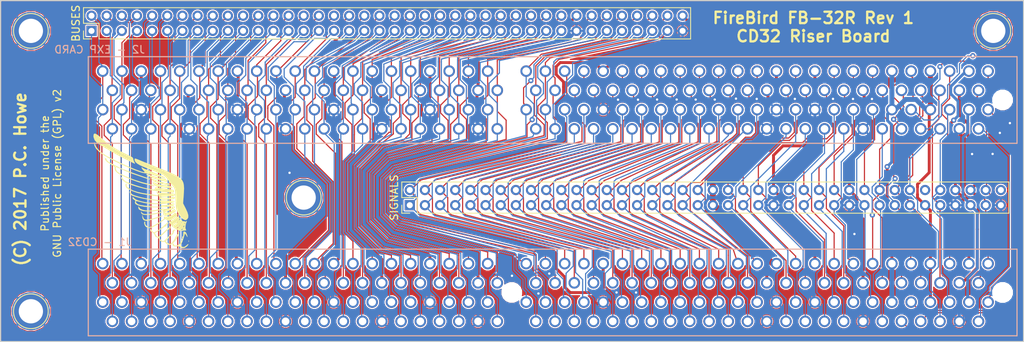
<source format=kicad_pcb>
(kicad_pcb (version 4) (host pcbnew 4.0.6)
  (layers (0 F.Cu signal) (31 B.Cu signal) (34 B.Paste user) (35 F.Paste user) (36 B.SilkS user) (37 F.SilkS user) (38 B.Mask user) (39 F.Mask user) (44 Edge.Cuts user))
  (net 0 "")
  (net 1 /A31)
  (net 2 /A30)
  (net 3 /A29)
  (net 4 /A28)
  (net 5 /A27)
  (net 6 /A26)
  (net 7 /A25)
  (net 8 /A24)
  (net 9 /DGND)
  (net 10 VCC)
  (net 11 /A23)
  (net 12 /A22)
  (net 13 /A21)
  (net 14 /A20)
  (net 15 /A19)
  (net 16 /A18)
  (net 17 /A17)
  (net 18 /A16)
  (net 19 /A15)
  (net 20 /A14)
  (net 21 /A13)
  (net 22 /A12)
  (net 23 /A11)
  (net 24 /A10)
  (net 25 /A9)
  (net 26 /A8)
  (net 27 /A7)
  (net 28 /A6)
  (net 29 /A5)
  (net 30 /A4)
  (net 31 /A3)
  (net 32 /A2)
  (net 33 /A1)
  (net 34 /A0)
  (net 35 /D31)
  (net 36 /D30)
  (net 37 /D29)
  (net 38 /D28)
  (net 39 /D27)
  (net 40 /D26)
  (net 41 /D25)
  (net 42 /D24)
  (net 43 /D23)
  (net 44 /D22)
  (net 45 /D21)
  (net 46 /D20)
  (net 47 /D19)
  (net 48 /D18)
  (net 49 /D17)
  (net 50 /D16)
  (net 51 /D15)
  (net 52 /D14)
  (net 53 /D13)
  (net 54 /D12)
  (net 55 /D11)
  (net 56 /D10)
  (net 57 /D9)
  (net 58 /D8)
  (net 59 /D7)
  (net 60 /D6)
  (net 61 /D5)
  (net 62 /D4)
  (net 63 /D3)
  (net 64 /D2)
  (net 65 /D1)
  (net 66 /D0)
  (net 67 /IPL2)
  (net 68 /IPL1)
  (net 69 /IPL0)
  (net 70 /IPEND)
  (net 71 /RST)
  (net 72 /HALT)
  (net 73 /ECS)
  (net 74 /OCS)
  (net 75 /SIZE1)
  (net 76 /SIZE0)
  (net 77 /AS)
  (net 78 /DS)
  (net 79 /R/W)
  (net 80 /BERR)
  (net 81 /STERM)
  (net 82 /AVEC)
  (net 83 /DSACK1)
  (net 84 /DSACK0)
  (net 85 /CPUCLK_A)
  (net 86 /E)
  (net 87 /FC2)
  (net 88 /FC1)
  (net 89 /FC0)
  (net 90 /RMC)
  (net 91 /CIIN)
  (net 92 /CIOUT)
  (net 93 /CBREQ)
  (net 94 /CBACK)
  (net 95 /CPU_BR)
  (net 96 /EXPBG)
  (net 97 /CPU_BG)
  (net 98 /EXP_BR)
  (net 99 /CPU_BGACK)
  (net 100 /EXP_BGACK)
  (net 101 /PUNT)
  (net 102 /RESET)
  (net 103 /INT2)
  (net 104 /INT6)
  (net 105 /KB_CLOCK)
  (net 106 /KB_DATA)
  (net 107 /FIRE0)
  (net 108 /FIRE1)
  (net 109 /LED)
  (net 110 /ACTIVE)
  (net 111 /RXD)
  (net 112 /TXD)
  (net 113 /DKRD)
  (net 114 /DKWD)
  (net 115 /SYSTEM)
  (net 116 /DKWE)
  (net 117 /CONFIG_OUT)
  (net 118 /CONFIG_IN)
  (net 119 /+12V)
  (net 120 /17MHZ)
  (net 121 /EXT_AUDIO)
  (net 122 /DA_DATA)
  (net 123 /MUTE)
  (net 124 /DA_LRCLK)
  (net 125 /DA_BCLK)
  (net 126 /DR)
  (net 127 /DG)
  (net 128 /DB)
  (net 129 /DI)
  (net 130 /PIXELSW_EXT)
  (net 131 /PIXELSW)
  (net 132 /BLANK)
  (net 133 /PIXELCLK)
  (net 134 /CSYNC)
  (net 135 /CCK_B)
  (net 136 /HSYNC)
  (net 137 /VSYNC)
  (net 138 /VGND)
  (net 139 /AR_EXT)
  (net 140 /AR)
  (net 141 /AG_EXT)
  (net 142 /AG)
  (net 143 /AB_EXT)
  (net 144 /AB)
  (net 145 /NTSC)
  (net 146 /XCLKEN)
  (net 147 /XCLK)
  (net 148 /EXT_VIDEO)
  (net 149 /AGND)
  (net 150 /LEFT_EXT)
  (net 151 /LEFT)
  (net 152 /RIGHT_EXT)
  (net 153 /RIGHT)
  (module Pin_Headers:Pin_Header_Straight_2x40_Pitch2.00mm (layer F.Cu) (at 32 64 90)
    (fp_text reference BUSES (at 1 -2.06 90) (layer F.SilkS))
    (fp_text value CONN_02X40 hide)
    (pad 1 thru_hole rect (at 0 0 90) (size 1.35 1.35) (drill 0.8) (layers *.Cu *.Mask) (net 1 /A31))
    (pad 2 thru_hole oval (at 2 0 90) (size 1.35 1.35) (drill 0.8) (layers *.Cu *.Mask) (net 2 /A30))
    (pad 3 thru_hole oval (at 0 2 90) (size 1.35 1.35) (drill 0.8) (layers *.Cu *.Mask) (net 3 /A29))
    (pad 4 thru_hole oval (at 2 2 90) (size 1.35 1.35) (drill 0.8) (layers *.Cu *.Mask) (net 4 /A28))
    (pad 5 thru_hole oval (at 0 4 90) (size 1.35 1.35) (drill 0.8) (layers *.Cu *.Mask) (net 5 /A27))
    (pad 6 thru_hole oval (at 2 4 90) (size 1.35 1.35) (drill 0.8) (layers *.Cu *.Mask) (net 6 /A26))
    (pad 7 thru_hole oval (at 0 6 90) (size 1.35 1.35) (drill 0.8) (layers *.Cu *.Mask) (net 7 /A25))
    (pad 8 thru_hole oval (at 2 6 90) (size 1.35 1.35) (drill 0.8) (layers *.Cu *.Mask) (net 8 /A24))
    (pad 9 thru_hole oval (at 0 8 90) (size 1.35 1.35) (drill 0.8) (layers *.Cu *.Mask) (net 11 /A23))
    (pad 10 thru_hole oval (at 2 8 90) (size 1.35 1.35) (drill 0.8) (layers *.Cu *.Mask) (net 12 /A22))
    (pad 11 thru_hole oval (at 0 10 90) (size 1.35 1.35) (drill 0.8) (layers *.Cu *.Mask) (net 13 /A21))
    (pad 12 thru_hole oval (at 2 10 90) (size 1.35 1.35) (drill 0.8) (layers *.Cu *.Mask) (net 14 /A20))
    (pad 13 thru_hole oval (at 0 12 90) (size 1.35 1.35) (drill 0.8) (layers *.Cu *.Mask) (net 15 /A19))
    (pad 14 thru_hole oval (at 2 12 90) (size 1.35 1.35) (drill 0.8) (layers *.Cu *.Mask) (net 16 /A18))
    (pad 15 thru_hole oval (at 0 14 90) (size 1.35 1.35) (drill 0.8) (layers *.Cu *.Mask) (net 17 /A17))
    (pad 16 thru_hole oval (at 2 14 90) (size 1.35 1.35) (drill 0.8) (layers *.Cu *.Mask) (net 18 /A16))
    (pad 17 thru_hole oval (at 0 16 90) (size 1.35 1.35) (drill 0.8) (layers *.Cu *.Mask) (net 19 /A15))
    (pad 18 thru_hole oval (at 2 16 90) (size 1.35 1.35) (drill 0.8) (layers *.Cu *.Mask) (net 20 /A14))
    (pad 19 thru_hole oval (at 0 18 90) (size 1.35 1.35) (drill 0.8) (layers *.Cu *.Mask) (net 21 /A13))
    (pad 20 thru_hole oval (at 2 18 90) (size 1.35 1.35) (drill 0.8) (layers *.Cu *.Mask) (net 22 /A12))
    (pad 21 thru_hole oval (at 0 20 90) (size 1.35 1.35) (drill 0.8) (layers *.Cu *.Mask) (net 23 /A11))
    (pad 22 thru_hole oval (at 2 20 90) (size 1.35 1.35) (drill 0.8) (layers *.Cu *.Mask) (net 24 /A10))
    (pad 23 thru_hole oval (at 0 22 90) (size 1.35 1.35) (drill 0.8) (layers *.Cu *.Mask) (net 25 /A9))
    (pad 24 thru_hole oval (at 2 22 90) (size 1.35 1.35) (drill 0.8) (layers *.Cu *.Mask) (net 26 /A8))
    (pad 25 thru_hole oval (at 0 24 90) (size 1.35 1.35) (drill 0.8) (layers *.Cu *.Mask) (net 27 /A7))
    (pad 26 thru_hole oval (at 2 24 90) (size 1.35 1.35) (drill 0.8) (layers *.Cu *.Mask) (net 28 /A6))
    (pad 27 thru_hole oval (at 0 26 90) (size 1.35 1.35) (drill 0.8) (layers *.Cu *.Mask) (net 29 /A5))
    (pad 28 thru_hole oval (at 2 26 90) (size 1.35 1.35) (drill 0.8) (layers *.Cu *.Mask) (net 30 /A4))
    (pad 29 thru_hole oval (at 0 28 90) (size 1.35 1.35) (drill 0.8) (layers *.Cu *.Mask) (net 31 /A3))
    (pad 30 thru_hole oval (at 2 28 90) (size 1.35 1.35) (drill 0.8) (layers *.Cu *.Mask) (net 32 /A2))
    (pad 31 thru_hole oval (at 0 30 90) (size 1.35 1.35) (drill 0.8) (layers *.Cu *.Mask) (net 33 /A1))
    (pad 32 thru_hole oval (at 2 30 90) (size 1.35 1.35) (drill 0.8) (layers *.Cu *.Mask) (net 34 /A0))
    (pad 33 thru_hole oval (at 0 32 90) (size 1.35 1.35) (drill 0.8) (layers *.Cu *.Mask) (net 35 /D31))
    (pad 34 thru_hole oval (at 2 32 90) (size 1.35 1.35) (drill 0.8) (layers *.Cu *.Mask) (net 36 /D30))
    (pad 35 thru_hole oval (at 0 34 90) (size 1.35 1.35) (drill 0.8) (layers *.Cu *.Mask) (net 37 /D29))
    (pad 36 thru_hole oval (at 2 34 90) (size 1.35 1.35) (drill 0.8) (layers *.Cu *.Mask) (net 38 /D28))
    (pad 37 thru_hole oval (at 0 36 90) (size 1.35 1.35) (drill 0.8) (layers *.Cu *.Mask) (net 39 /D27))
    (pad 38 thru_hole oval (at 2 36 90) (size 1.35 1.35) (drill 0.8) (layers *.Cu *.Mask) (net 40 /D26))
    (pad 39 thru_hole oval (at 0 38 90) (size 1.35 1.35) (drill 0.8) (layers *.Cu *.Mask) (net 41 /D25))
    (pad 40 thru_hole oval (at 2 38 90) (size 1.35 1.35) (drill 0.8) (layers *.Cu *.Mask) (net 42 /D24))
    (pad 41 thru_hole oval (at 0 40 90) (size 1.35 1.35) (drill 0.8) (layers *.Cu *.Mask) (net 43 /D23))
    (pad 42 thru_hole oval (at 2 40 90) (size 1.35 1.35) (drill 0.8) (layers *.Cu *.Mask) (net 44 /D22))
    (pad 43 thru_hole oval (at 0 42 90) (size 1.35 1.35) (drill 0.8) (layers *.Cu *.Mask) (net 45 /D21))
    (pad 44 thru_hole oval (at 2 42 90) (size 1.35 1.35) (drill 0.8) (layers *.Cu *.Mask) (net 46 /D20))
    (pad 45 thru_hole oval (at 0 44 90) (size 1.35 1.35) (drill 0.8) (layers *.Cu *.Mask) (net 47 /D19))
    (pad 46 thru_hole oval (at 2 44 90) (size 1.35 1.35) (drill 0.8) (layers *.Cu *.Mask) (net 48 /D18))
    (pad 47 thru_hole oval (at 0 46 90) (size 1.35 1.35) (drill 0.8) (layers *.Cu *.Mask) (net 49 /D17))
    (pad 48 thru_hole oval (at 2 46 90) (size 1.35 1.35) (drill 0.8) (layers *.Cu *.Mask) (net 50 /D16))
    (pad 49 thru_hole oval (at 0 48 90) (size 1.35 1.35) (drill 0.8) (layers *.Cu *.Mask) (net 51 /D15))
    (pad 50 thru_hole oval (at 2 48 90) (size 1.35 1.35) (drill 0.8) (layers *.Cu *.Mask) (net 52 /D14))
    (pad 51 thru_hole oval (at 0 50 90) (size 1.35 1.35) (drill 0.8) (layers *.Cu *.Mask) (net 53 /D13))
    (pad 52 thru_hole oval (at 2 50 90) (size 1.35 1.35) (drill 0.8) (layers *.Cu *.Mask) (net 54 /D12))
    (pad 53 thru_hole oval (at 0 52 90) (size 1.35 1.35) (drill 0.8) (layers *.Cu *.Mask) (net 55 /D11))
    (pad 54 thru_hole oval (at 2 52 90) (size 1.35 1.35) (drill 0.8) (layers *.Cu *.Mask) (net 56 /D10))
    (pad 55 thru_hole oval (at 0 54 90) (size 1.35 1.35) (drill 0.8) (layers *.Cu *.Mask) (net 57 /D9))
    (pad 56 thru_hole oval (at 2 54 90) (size 1.35 1.35) (drill 0.8) (layers *.Cu *.Mask) (net 58 /D8))
    (pad 57 thru_hole oval (at 0 56 90) (size 1.35 1.35) (drill 0.8) (layers *.Cu *.Mask) (net 59 /D7))
    (pad 58 thru_hole oval (at 2 56 90) (size 1.35 1.35) (drill 0.8) (layers *.Cu *.Mask) (net 60 /D6))
    (pad 59 thru_hole oval (at 0 58 90) (size 1.35 1.35) (drill 0.8) (layers *.Cu *.Mask) (net 61 /D5))
    (pad 60 thru_hole oval (at 2 58 90) (size 1.35 1.35) (drill 0.8) (layers *.Cu *.Mask) (net 62 /D4))
    (pad 61 thru_hole oval (at 0 60 90) (size 1.35 1.35) (drill 0.8) (layers *.Cu *.Mask) (net 63 /D3))
    (pad 62 thru_hole oval (at 2 60 90) (size 1.35 1.35) (drill 0.8) (layers *.Cu *.Mask) (net 64 /D2))
    (pad 63 thru_hole oval (at 0 62 90) (size 1.35 1.35) (drill 0.8) (layers *.Cu *.Mask) (net 65 /D1))
    (pad 64 thru_hole oval (at 2 62 90) (size 1.35 1.35) (drill 0.8) (layers *.Cu *.Mask) (net 66 /D0))
    (pad 65 thru_hole oval (at 0 64 90) (size 1.35 1.35) (drill 0.8) (layers *.Cu *.Mask) (net 9 /DGND))
    (pad 66 thru_hole oval (at 2 64 90) (size 1.35 1.35) (drill 0.8) (layers *.Cu *.Mask) (net 10 VCC))
    (pad 67 thru_hole oval (at 0 66 90) (size 1.35 1.35) (drill 0.8) (layers *.Cu *.Mask) (net 67 /IPL2))
    (pad 68 thru_hole oval (at 2 66 90) (size 1.35 1.35) (drill 0.8) (layers *.Cu *.Mask) (net 68 /IPL1))
    (pad 69 thru_hole oval (at 0 68 90) (size 1.35 1.35) (drill 0.8) (layers *.Cu *.Mask) (net 69 /IPL0))
    (pad 70 thru_hole oval (at 2 68 90) (size 1.35 1.35) (drill 0.8) (layers *.Cu *.Mask) (net 70 /IPEND))
    (pad 71 thru_hole oval (at 0 70 90) (size 1.35 1.35) (drill 0.8) (layers *.Cu *.Mask) (net 71 /RST))
    (pad 72 thru_hole oval (at 2 70 90) (size 1.35 1.35) (drill 0.8) (layers *.Cu *.Mask) (net 72 /HALT))
    (pad 73 thru_hole oval (at 0 72 90) (size 1.35 1.35) (drill 0.8) (layers *.Cu *.Mask) (net 73 /ECS))
    (pad 74 thru_hole oval (at 2 72 90) (size 1.35 1.35) (drill 0.8) (layers *.Cu *.Mask) (net 74 /OCS))
    (pad 75 thru_hole oval (at 0 74 90) (size 1.35 1.35) (drill 0.8) (layers *.Cu *.Mask) (net 75 /SIZE1))
    (pad 76 thru_hole oval (at 2 74 90) (size 1.35 1.35) (drill 0.8) (layers *.Cu *.Mask) (net 76 /SIZE0))
    (pad 77 thru_hole oval (at 0 76 90) (size 1.35 1.35) (drill 0.8) (layers *.Cu *.Mask) (net 77 /AS))
    (pad 78 thru_hole oval (at 2 76 90) (size 1.35 1.35) (drill 0.8) (layers *.Cu *.Mask) (net 78 /DS))
    (pad 79 thru_hole oval (at 0 78 90) (size 1.35 1.35) (drill 0.8) (layers *.Cu *.Mask) (net 9 /DGND))
    (pad 80 thru_hole oval (at 2 78 90) (size 1.35 1.35) (drill 0.8) (layers *.Cu *.Mask) (net 10 VCC))
  )
  (module Pin_Headers:Pin_Header_Straight_2x40_Pitch2.00mm (layer F.Cu) (at 74 87 90)
    (fp_text reference SIGNALS (at 1 -2.06 90) (layer F.SilkS))
    (fp_text value CONN_02X40 hide)
    (pad 1 thru_hole rect (at 0 0 90) (size 1.35 1.35) (drill 0.8) (layers *.Cu *.Mask) (net 79 /R/W))
    (pad 2 thru_hole oval (at 2 0 90) (size 1.35 1.35) (drill 0.8) (layers *.Cu *.Mask) (net 80 /BERR))
    (pad 3 thru_hole oval (at 0 2 90) (size 1.35 1.35) (drill 0.8) (layers *.Cu *.Mask) (net 81 /STERM))
    (pad 4 thru_hole oval (at 2 2 90) (size 1.35 1.35) (drill 0.8) (layers *.Cu *.Mask) (net 82 /AVEC))
    (pad 5 thru_hole oval (at 0 4 90) (size 1.35 1.35) (drill 0.8) (layers *.Cu *.Mask) (net 83 /DSACK1))
    (pad 6 thru_hole oval (at 2 4 90) (size 1.35 1.35) (drill 0.8) (layers *.Cu *.Mask) (net 84 /DSACK0))
    (pad 7 thru_hole oval (at 0 6 90) (size 1.35 1.35) (drill 0.8) (layers *.Cu *.Mask) (net 85 /CPUCLK_A))
    (pad 8 thru_hole oval (at 2 6 90) (size 1.35 1.35) (drill 0.8) (layers *.Cu *.Mask) (net 86 /E))
    (pad 9 thru_hole oval (at 0 8 90) (size 1.35 1.35) (drill 0.8) (layers *.Cu *.Mask) (net 87 /FC2))
    (pad 10 thru_hole oval (at 2 8 90) (size 1.35 1.35) (drill 0.8) (layers *.Cu *.Mask) (net 88 /FC1))
    (pad 11 thru_hole oval (at 0 10 90) (size 1.35 1.35) (drill 0.8) (layers *.Cu *.Mask) (net 89 /FC0))
    (pad 12 thru_hole oval (at 2 10 90) (size 1.35 1.35) (drill 0.8) (layers *.Cu *.Mask) (net 90 /RMC))
    (pad 13 thru_hole oval (at 0 12 90) (size 1.35 1.35) (drill 0.8) (layers *.Cu *.Mask) (net 91 /CIIN))
    (pad 14 thru_hole oval (at 2 12 90) (size 1.35 1.35) (drill 0.8) (layers *.Cu *.Mask) (net 92 /CIOUT))
    (pad 15 thru_hole oval (at 0 14 90) (size 1.35 1.35) (drill 0.8) (layers *.Cu *.Mask) (net 93 /CBREQ))
    (pad 16 thru_hole oval (at 2 14 90) (size 1.35 1.35) (drill 0.8) (layers *.Cu *.Mask) (net 94 /CBACK))
    (pad 17 thru_hole oval (at 0 16 90) (size 1.35 1.35) (drill 0.8) (layers *.Cu *.Mask) (net 95 /CPU_BR))
    (pad 18 thru_hole oval (at 2 16 90) (size 1.35 1.35) (drill 0.8) (layers *.Cu *.Mask) (net 96 /EXPBG))
    (pad 19 thru_hole oval (at 0 18 90) (size 1.35 1.35) (drill 0.8) (layers *.Cu *.Mask) (net 97 /CPU_BG))
    (pad 20 thru_hole oval (at 2 18 90) (size 1.35 1.35) (drill 0.8) (layers *.Cu *.Mask) (net 98 /EXP_BR))
    (pad 21 thru_hole oval (at 0 20 90) (size 1.35 1.35) (drill 0.8) (layers *.Cu *.Mask) (net 99 /CPU_BGACK))
    (pad 22 thru_hole oval (at 2 20 90) (size 1.35 1.35) (drill 0.8) (layers *.Cu *.Mask) (net 100 /EXP_BGACK))
    (pad 23 thru_hole oval (at 0 22 90) (size 1.35 1.35) (drill 0.8) (layers *.Cu *.Mask) (net 101 /PUNT))
    (pad 24 thru_hole oval (at 2 22 90) (size 1.35 1.35) (drill 0.8) (layers *.Cu *.Mask) (net 102 /RESET))
    (pad 25 thru_hole oval (at 0 24 90) (size 1.35 1.35) (drill 0.8) (layers *.Cu *.Mask) (net 103 /INT2))
    (pad 26 thru_hole oval (at 2 24 90) (size 1.35 1.35) (drill 0.8) (layers *.Cu *.Mask) (net 104 /INT6))
    (pad 27 thru_hole oval (at 0 26 90) (size 1.35 1.35) (drill 0.8) (layers *.Cu *.Mask) (net 105 /KB_CLOCK))
    (pad 28 thru_hole oval (at 2 26 90) (size 1.35 1.35) (drill 0.8) (layers *.Cu *.Mask) (net 106 /KB_DATA))
    (pad 29 thru_hole oval (at 0 28 90) (size 1.35 1.35) (drill 0.8) (layers *.Cu *.Mask) (net 107 /FIRE0))
    (pad 30 thru_hole oval (at 2 28 90) (size 1.35 1.35) (drill 0.8) (layers *.Cu *.Mask) (net 108 /FIRE1))
    (pad 31 thru_hole oval (at 0 30 90) (size 1.35 1.35) (drill 0.8) (layers *.Cu *.Mask) (net 109 /LED))
    (pad 32 thru_hole oval (at 2 30 90) (size 1.35 1.35) (drill 0.8) (layers *.Cu *.Mask) (net 110 /ACTIVE))
    (pad 33 thru_hole oval (at 0 32 90) (size 1.35 1.35) (drill 0.8) (layers *.Cu *.Mask) (net 111 /RXD))
    (pad 34 thru_hole oval (at 2 32 90) (size 1.35 1.35) (drill 0.8) (layers *.Cu *.Mask) (net 112 /TXD))
    (pad 35 thru_hole oval (at 0 34 90) (size 1.35 1.35) (drill 0.8) (layers *.Cu *.Mask) (net 113 /DKRD))
    (pad 36 thru_hole oval (at 2 34 90) (size 1.35 1.35) (drill 0.8) (layers *.Cu *.Mask) (net 114 /DKWD))
    (pad 37 thru_hole oval (at 0 36 90) (size 1.35 1.35) (drill 0.8) (layers *.Cu *.Mask) (net 115 /SYSTEM))
    (pad 38 thru_hole oval (at 2 36 90) (size 1.35 1.35) (drill 0.8) (layers *.Cu *.Mask) (net 116 /DKWE))
    (pad 39 thru_hole oval (at 0 38 90) (size 1.35 1.35) (drill 0.8) (layers *.Cu *.Mask) (net 117 /CONFIG_OUT))
    (pad 40 thru_hole oval (at 2 38 90) (size 1.35 1.35) (drill 0.8) (layers *.Cu *.Mask) (net 118 /CONFIG_IN))
    (pad 41 thru_hole oval (at 0 40 90) (size 1.35 1.35) (drill 0.8) (layers *.Cu *.Mask) (net 119 /+12V))
    (pad 42 thru_hole oval (at 2 40 90) (size 1.35 1.35) (drill 0.8) (layers *.Cu *.Mask) (net 119 /+12V))
    (pad 43 thru_hole oval (at 0 42 90) (size 1.35 1.35) (drill 0.8) (layers *.Cu *.Mask) (net 120 /17MHZ))
    (pad 44 thru_hole oval (at 2 42 90) (size 1.35 1.35) (drill 0.8) (layers *.Cu *.Mask) (net 121 /EXT_AUDIO))
    (pad 45 thru_hole oval (at 0 44 90) (size 1.35 1.35) (drill 0.8) (layers *.Cu *.Mask) (net 122 /DA_DATA))
    (pad 46 thru_hole oval (at 2 44 90) (size 1.35 1.35) (drill 0.8) (layers *.Cu *.Mask) (net 123 /MUTE))
    (pad 47 thru_hole oval (at 0 46 90) (size 1.35 1.35) (drill 0.8) (layers *.Cu *.Mask) (net 124 /DA_LRCLK))
    (pad 48 thru_hole oval (at 2 46 90) (size 1.35 1.35) (drill 0.8) (layers *.Cu *.Mask) (net 125 /DA_BCLK))
    (pad 49 thru_hole oval (at 0 48 90) (size 1.35 1.35) (drill 0.8) (layers *.Cu *.Mask) (net 9 /DGND))
    (pad 50 thru_hole oval (at 2 48 90) (size 1.35 1.35) (drill 0.8) (layers *.Cu *.Mask) (net 10 VCC))
    (pad 51 thru_hole oval (at 0 50 90) (size 1.35 1.35) (drill 0.8) (layers *.Cu *.Mask) (net 126 /DR))
    (pad 52 thru_hole oval (at 2 50 90) (size 1.35 1.35) (drill 0.8) (layers *.Cu *.Mask) (net 127 /DG))
    (pad 53 thru_hole oval (at 0 52 90) (size 1.35 1.35) (drill 0.8) (layers *.Cu *.Mask) (net 128 /DB))
    (pad 54 thru_hole oval (at 2 52 90) (size 1.35 1.35) (drill 0.8) (layers *.Cu *.Mask) (net 129 /DI))
    (pad 55 thru_hole oval (at 0 54 90) (size 1.35 1.35) (drill 0.8) (layers *.Cu *.Mask) (net 130 /PIXELSW_EXT))
    (pad 56 thru_hole oval (at 2 54 90) (size 1.35 1.35) (drill 0.8) (layers *.Cu *.Mask) (net 131 /PIXELSW))
    (pad 57 thru_hole oval (at 0 56 90) (size 1.35 1.35) (drill 0.8) (layers *.Cu *.Mask) (net 132 /BLANK))
    (pad 58 thru_hole oval (at 2 56 90) (size 1.35 1.35) (drill 0.8) (layers *.Cu *.Mask) (net 133 /PIXELCLK))
    (pad 59 thru_hole oval (at 0 58 90) (size 1.35 1.35) (drill 0.8) (layers *.Cu *.Mask) (net 9 /DGND))
    (pad 60 thru_hole oval (at 2 58 90) (size 1.35 1.35) (drill 0.8) (layers *.Cu *.Mask) (net 10 VCC))
    (pad 61 thru_hole oval (at 0 60 90) (size 1.35 1.35) (drill 0.8) (layers *.Cu *.Mask) (net 134 /CSYNC))
    (pad 62 thru_hole oval (at 2 60 90) (size 1.35 1.35) (drill 0.8) (layers *.Cu *.Mask) (net 135 /CCK_B))
    (pad 63 thru_hole oval (at 0 62 90) (size 1.35 1.35) (drill 0.8) (layers *.Cu *.Mask) (net 136 /HSYNC))
    (pad 64 thru_hole oval (at 2 62 90) (size 1.35 1.35) (drill 0.8) (layers *.Cu *.Mask) (net 137 /VSYNC))
    (pad 65 thru_hole oval (at 0 64 90) (size 1.35 1.35) (drill 0.8) (layers *.Cu *.Mask) (net 140 /AR))
    (pad 66 thru_hole oval (at 2 64 90) (size 1.35 1.35) (drill 0.8) (layers *.Cu *.Mask) (net 142 /AG))
    (pad 67 thru_hole oval (at 0 66 90) (size 1.35 1.35) (drill 0.8) (layers *.Cu *.Mask) (net 144 /AB))
    (pad 68 thru_hole oval (at 2 66 90) (size 1.35 1.35) (drill 0.8) (layers *.Cu *.Mask) (net 145 /NTSC))
    (pad 69 thru_hole oval (at 0 68 90) (size 1.35 1.35) (drill 0.8) (layers *.Cu *.Mask) (net 138 /VGND))
    (pad 70 thru_hole oval (at 2 68 90) (size 1.35 1.35) (drill 0.8) (layers *.Cu *.Mask) (net 10 VCC))
    (pad 71 thru_hole oval (at 0 70 90) (size 1.35 1.35) (drill 0.8) (layers *.Cu *.Mask) (net 146 /XCLKEN))
    (pad 72 thru_hole oval (at 2 70 90) (size 1.35 1.35) (drill 0.8) (layers *.Cu *.Mask) (net 147 /XCLK))
    (pad 73 thru_hole oval (at 0 72 90) (size 1.35 1.35) (drill 0.8) (layers *.Cu *.Mask) (net 9 /DGND))
    (pad 74 thru_hole oval (at 2 72 90) (size 1.35 1.35) (drill 0.8) (layers *.Cu *.Mask) (net 119 /+12V))
    (pad 75 thru_hole oval (at 0 74 90) (size 1.35 1.35) (drill 0.8) (layers *.Cu *.Mask) (net 149 /AGND))
    (pad 76 thru_hole oval (at 2 74 90) (size 1.35 1.35) (drill 0.8) (layers *.Cu *.Mask) (net 10 VCC))
    (pad 77 thru_hole oval (at 0 76 90) (size 1.35 1.35) (drill 0.8) (layers *.Cu *.Mask) (net 151 /LEFT))
    (pad 78 thru_hole oval (at 2 76 90) (size 1.35 1.35) (drill 0.8) (layers *.Cu *.Mask) (net 153 /RIGHT))
    (pad 79 thru_hole oval (at 0 78 90) (size 1.35 1.35) (drill 0.8) (layers *.Cu *.Mask) (net 9 /DGND))
    (pad 80 thru_hole oval (at 2 78 90) (size 1.35 1.35) (drill 0.8) (layers *.Cu *.Mask) (net 10 VCC))
  )
  (module EdgeConnector:MCA-182EDGESKT (layer F.Cu) (at 33.48 99.79)
    (fp_text reference "J1 - CD32" (at -0.41148 -7.91972) (layer B.SilkS) (effects (justify mirror)))
    (fp_text value MCA-182 hide)
    (pad 1 thru_hole circle (at 0 0) (size 1.524 1.524) (drill 1.016) (layers *.Cu *.Mask) (net 1 /A31))
    (pad 2 thru_hole circle (at 0 -5.08) (size 1.524 1.524) (drill 1.016) (layers *.Cu *.Mask) (net 2 /A30))
    (pad 3 thru_hole circle (at 1.27 2.54) (size 1.524 1.524) (drill 1.016) (layers *.Cu *.Mask) (net 3 /A29))
    (pad 4 thru_hole circle (at 1.27 -2.54) (size 1.524 1.524) (drill 1.016) (layers *.Cu *.Mask) (net 4 /A28))
    (pad 5 thru_hole circle (at 2.54 0) (size 1.524 1.524) (drill 1.016) (layers *.Cu *.Mask) (net 5 /A27))
    (pad 6 thru_hole circle (at 2.54 -5.08) (size 1.524 1.524) (drill 1.016) (layers *.Cu *.Mask) (net 6 /A26))
    (pad 7 thru_hole circle (at 3.81 2.54) (size 1.524 1.524) (drill 1.016) (layers *.Cu *.Mask) (net 7 /A25))
    (pad 8 thru_hole circle (at 3.81 -2.54) (size 1.524 1.524) (drill 1.016) (layers *.Cu *.Mask) (net 8 /A24))
    (pad 9 thru_hole circle (at 5.08 0) (size 1.524 1.524) (drill 1.016) (layers *.Cu *.Mask) (net 9 /DGND))
    (pad 10 thru_hole circle (at 5.08 -5.08) (size 1.524 1.524) (drill 1.016) (layers *.Cu *.Mask) (net 10 VCC))
    (pad 11 thru_hole circle (at 6.35 2.54) (size 1.524 1.524) (drill 1.016) (layers *.Cu *.Mask) (net 11 /A23))
    (pad 12 thru_hole circle (at 6.35 -2.54) (size 1.524 1.524) (drill 1.016) (layers *.Cu *.Mask) (net 12 /A22))
    (pad 13 thru_hole circle (at 7.62 0) (size 1.524 1.524) (drill 1.016) (layers *.Cu *.Mask) (net 13 /A21))
    (pad 14 thru_hole circle (at 7.62 -5.08) (size 1.524 1.524) (drill 1.016) (layers *.Cu *.Mask) (net 14 /A20))
    (pad 15 thru_hole circle (at 8.89 2.54) (size 1.524 1.524) (drill 1.016) (layers *.Cu *.Mask) (net 15 /A19))
    (pad 16 thru_hole circle (at 8.89 -2.54) (size 1.524 1.524) (drill 1.016) (layers *.Cu *.Mask) (net 16 /A18))
    (pad 17 thru_hole circle (at 10.16 0) (size 1.524 1.524) (drill 1.016) (layers *.Cu *.Mask) (net 17 /A17))
    (pad 18 thru_hole circle (at 10.16 -5.08) (size 1.524 1.524) (drill 1.016) (layers *.Cu *.Mask) (net 18 /A16))
    (pad 19 thru_hole circle (at 11.43 2.54) (size 1.524 1.524) (drill 1.016) (layers *.Cu *.Mask) (net 9 /DGND))
    (pad 20 thru_hole circle (at 11.43 -2.54) (size 1.524 1.524) (drill 1.016) (layers *.Cu *.Mask) (net 10 VCC))
    (pad 21 thru_hole circle (at 12.7 0) (size 1.524 1.524) (drill 1.016) (layers *.Cu *.Mask) (net 19 /A15))
    (pad 22 thru_hole circle (at 12.7 -5.08) (size 1.524 1.524) (drill 1.016) (layers *.Cu *.Mask) (net 20 /A14))
    (pad 23 thru_hole circle (at 13.97 2.54) (size 1.524 1.524) (drill 1.016) (layers *.Cu *.Mask) (net 21 /A13))
    (pad 24 thru_hole circle (at 13.97 -2.54) (size 1.524 1.524) (drill 1.016) (layers *.Cu *.Mask) (net 22 /A12))
    (pad 25 thru_hole circle (at 15.24 0) (size 1.524 1.524) (drill 1.016) (layers *.Cu *.Mask) (net 23 /A11))
    (pad 26 thru_hole circle (at 15.24 -5.08) (size 1.524 1.524) (drill 1.016) (layers *.Cu *.Mask) (net 24 /A10))
    (pad 27 thru_hole circle (at 16.51 2.54) (size 1.524 1.524) (drill 1.016) (layers *.Cu *.Mask) (net 25 /A9))
    (pad 28 thru_hole circle (at 16.51 -2.54) (size 1.524 1.524) (drill 1.016) (layers *.Cu *.Mask) (net 26 /A8))
    (pad 29 thru_hole circle (at 17.78 0) (size 1.524 1.524) (drill 1.016) (layers *.Cu *.Mask) (net 9 /DGND))
    (pad 30 thru_hole circle (at 17.78 -5.08) (size 1.524 1.524) (drill 1.016) (layers *.Cu *.Mask) (net 10 VCC))
    (pad 31 thru_hole circle (at 19.05 2.54) (size 1.524 1.524) (drill 1.016) (layers *.Cu *.Mask) (net 27 /A7))
    (pad 32 thru_hole circle (at 19.05 -2.54) (size 1.524 1.524) (drill 1.016) (layers *.Cu *.Mask) (net 28 /A6))
    (pad 33 thru_hole circle (at 20.32 0) (size 1.524 1.524) (drill 1.016) (layers *.Cu *.Mask) (net 29 /A5))
    (pad 34 thru_hole circle (at 20.32 -5.08) (size 1.524 1.524) (drill 1.016) (layers *.Cu *.Mask) (net 30 /A4))
    (pad 35 thru_hole circle (at 21.59 2.54) (size 1.524 1.524) (drill 1.016) (layers *.Cu *.Mask) (net 31 /A3))
    (pad 36 thru_hole circle (at 21.59 -2.54) (size 1.524 1.524) (drill 1.016) (layers *.Cu *.Mask) (net 32 /A2))
    (pad 37 thru_hole circle (at 22.86 0) (size 1.524 1.524) (drill 1.016) (layers *.Cu *.Mask) (net 33 /A1))
    (pad 38 thru_hole circle (at 22.86 -5.08) (size 1.524 1.524) (drill 1.016) (layers *.Cu *.Mask) (net 34 /A0))
    (pad 39 thru_hole circle (at 24.13 2.54) (size 1.524 1.524) (drill 1.016) (layers *.Cu *.Mask) (net 9 /DGND))
    (pad 40 thru_hole circle (at 24.13 -2.54) (size 1.524 1.524) (drill 1.016) (layers *.Cu *.Mask) (net 10 VCC))
    (pad 41 thru_hole circle (at 25.4 0) (size 1.524 1.524) (drill 1.016) (layers *.Cu *.Mask) (net 35 /D31))
    (pad 42 thru_hole circle (at 25.4 -5.08) (size 1.524 1.524) (drill 1.016) (layers *.Cu *.Mask) (net 36 /D30))
    (pad 43 thru_hole circle (at 26.67 2.54) (size 1.524 1.524) (drill 1.016) (layers *.Cu *.Mask) (net 37 /D29))
    (pad 44 thru_hole circle (at 26.67 -2.54) (size 1.524 1.524) (drill 1.016) (layers *.Cu *.Mask) (net 38 /D28))
    (pad 45 thru_hole circle (at 27.94 0) (size 1.524 1.524) (drill 1.016) (layers *.Cu *.Mask) (net 39 /D27))
    (pad 46 thru_hole circle (at 27.94 -5.08) (size 1.524 1.524) (drill 1.016) (layers *.Cu *.Mask) (net 40 /D26))
    (pad 47 thru_hole circle (at 29.21 2.54) (size 1.524 1.524) (drill 1.016) (layers *.Cu *.Mask) (net 41 /D25))
    (pad 48 thru_hole circle (at 29.21 -2.54) (size 1.524 1.524) (drill 1.016) (layers *.Cu *.Mask) (net 42 /D24))
    (pad 49 thru_hole circle (at 30.48 0) (size 1.524 1.524) (drill 1.016) (layers *.Cu *.Mask) (net 9 /DGND))
    (pad 50 thru_hole circle (at 30.48 -5.08) (size 1.524 1.524) (drill 1.016) (layers *.Cu *.Mask) (net 10 VCC))
    (pad 51 thru_hole circle (at 31.75 2.54) (size 1.524 1.524) (drill 1.016) (layers *.Cu *.Mask) (net 43 /D23))
    (pad 52 thru_hole circle (at 31.75 -2.54) (size 1.524 1.524) (drill 1.016) (layers *.Cu *.Mask) (net 44 /D22))
    (pad 53 thru_hole circle (at 33.02 0) (size 1.524 1.524) (drill 1.016) (layers *.Cu *.Mask) (net 45 /D21))
    (pad 54 thru_hole circle (at 33.02 -5.08) (size 1.524 1.524) (drill 1.016) (layers *.Cu *.Mask) (net 46 /D20))
    (pad 55 thru_hole circle (at 34.29 2.54) (size 1.524 1.524) (drill 1.016) (layers *.Cu *.Mask) (net 47 /D19))
    (pad 56 thru_hole circle (at 34.29 -2.54) (size 1.524 1.524) (drill 1.016) (layers *.Cu *.Mask) (net 48 /D18))
    (pad 57 thru_hole circle (at 35.56 0) (size 1.524 1.524) (drill 1.016) (layers *.Cu *.Mask) (net 49 /D17))
    (pad 58 thru_hole circle (at 35.56 -5.08) (size 1.524 1.524) (drill 1.016) (layers *.Cu *.Mask) (net 50 /D16))
    (pad 59 thru_hole circle (at 36.83 2.54) (size 1.524 1.524) (drill 1.016) (layers *.Cu *.Mask) (net 9 /DGND))
    (pad 60 thru_hole circle (at 36.83 -2.54) (size 1.524 1.524) (drill 1.016) (layers *.Cu *.Mask) (net 10 VCC))
    (pad 61 thru_hole circle (at 38.1 0) (size 1.524 1.524) (drill 1.016) (layers *.Cu *.Mask) (net 51 /D15))
    (pad 62 thru_hole circle (at 38.1 -5.08) (size 1.524 1.524) (drill 1.016) (layers *.Cu *.Mask) (net 52 /D14))
    (pad 63 thru_hole circle (at 39.37 2.54) (size 1.524 1.524) (drill 1.016) (layers *.Cu *.Mask) (net 53 /D13))
    (pad 64 thru_hole circle (at 39.37 -2.54) (size 1.524 1.524) (drill 1.016) (layers *.Cu *.Mask) (net 54 /D12))
    (pad 65 thru_hole circle (at 40.64 0) (size 1.524 1.524) (drill 1.016) (layers *.Cu *.Mask) (net 55 /D11))
    (pad 66 thru_hole circle (at 40.64 -5.08) (size 1.524 1.524) (drill 1.016) (layers *.Cu *.Mask) (net 56 /D10))
    (pad 67 thru_hole circle (at 41.91 2.54) (size 1.524 1.524) (drill 1.016) (layers *.Cu *.Mask) (net 57 /D9))
    (pad 68 thru_hole circle (at 41.91 -2.54) (size 1.524 1.524) (drill 1.016) (layers *.Cu *.Mask) (net 58 /D8))
    (pad 69 thru_hole circle (at 43.18 0) (size 1.524 1.524) (drill 1.016) (layers *.Cu *.Mask) (net 9 /DGND))
    (pad 70 thru_hole circle (at 43.18 -5.08) (size 1.524 1.524) (drill 1.016) (layers *.Cu *.Mask) (net 10 VCC))
    (pad 71 thru_hole circle (at 44.45 2.54) (size 1.524 1.524) (drill 1.016) (layers *.Cu *.Mask) (net 59 /D7))
    (pad 72 thru_hole circle (at 44.45 -2.54) (size 1.524 1.524) (drill 1.016) (layers *.Cu *.Mask) (net 60 /D6))
    (pad 73 thru_hole circle (at 45.72 0) (size 1.524 1.524) (drill 1.016) (layers *.Cu *.Mask) (net 61 /D5))
    (pad 74 thru_hole circle (at 45.72 -5.08) (size 1.524 1.524) (drill 1.016) (layers *.Cu *.Mask) (net 62 /D4))
    (pad 75 thru_hole circle (at 46.99 2.54) (size 1.524 1.524) (drill 1.016) (layers *.Cu *.Mask) (net 63 /D3))
    (pad 76 thru_hole circle (at 46.99 -2.54) (size 1.524 1.524) (drill 1.016) (layers *.Cu *.Mask) (net 64 /D2))
    (pad 77 thru_hole circle (at 48.26 0) (size 1.524 1.524) (drill 1.016) (layers *.Cu *.Mask) (net 65 /D1))
    (pad 78 thru_hole circle (at 48.26 -5.08) (size 1.524 1.524) (drill 1.016) (layers *.Cu *.Mask) (net 66 /D0))
    (pad 79 thru_hole circle (at 49.53 2.54) (size 1.524 1.524) (drill 1.016) (layers *.Cu *.Mask) (net 9 /DGND))
    (pad 80 thru_hole circle (at 49.53 -2.54) (size 1.524 1.524) (drill 1.016) (layers *.Cu *.Mask) (net 10 VCC))
    (pad 81 thru_hole circle (at 50.8 0) (size 1.524 1.524) (drill 1.016) (layers *.Cu *.Mask) (net 67 /IPL2))
    (pad 82 thru_hole circle (at 50.8 -5.08) (size 1.524 1.524) (drill 1.016) (layers *.Cu *.Mask) (net 68 /IPL1))
    (pad 83 thru_hole circle (at 52.07 2.54) (size 1.524 1.524) (drill 1.016) (layers *.Cu *.Mask) (net 69 /IPL0))
    (pad 84 thru_hole circle (at 52.07 -2.54) (size 1.524 1.524) (drill 1.016) (layers *.Cu *.Mask) (net 70 /IPEND))
    (pad 85 thru_hole circle (at 55.88 0) (size 1.524 1.524) (drill 1.016) (layers *.Cu *.Mask) (net 71 /RST))
    (pad 86 thru_hole circle (at 55.88 -5.08) (size 1.524 1.524) (drill 1.016) (layers *.Cu *.Mask) (net 72 /HALT))
    (pad 87 thru_hole circle (at 57.15 2.54) (size 1.524 1.524) (drill 1.016) (layers *.Cu *.Mask) (net 73 /ECS))
    (pad 88 thru_hole circle (at 57.15 -2.54) (size 1.524 1.524) (drill 1.016) (layers *.Cu *.Mask) (net 74 /OCS))
    (pad 89 thru_hole circle (at 58.42 0) (size 1.524 1.524) (drill 1.016) (layers *.Cu *.Mask) (net 75 /SIZE1))
    (pad 90 thru_hole circle (at 58.42 -5.08) (size 1.524 1.524) (drill 1.016) (layers *.Cu *.Mask) (net 76 /SIZE0))
    (pad 91 thru_hole circle (at 59.69 2.54) (size 1.524 1.524) (drill 1.016) (layers *.Cu *.Mask) (net 77 /AS))
    (pad 92 thru_hole circle (at 59.69 -2.54) (size 1.524 1.524) (drill 1.016) (layers *.Cu *.Mask) (net 78 /DS))
    (pad 93 thru_hole circle (at 60.96 0) (size 1.524 1.524) (drill 1.016) (layers *.Cu *.Mask) (net 79 /R/W))
    (pad 94 thru_hole circle (at 60.96 -5.08) (size 1.524 1.524) (drill 1.016) (layers *.Cu *.Mask) (net 80 /BERR))
    (pad 95 thru_hole circle (at 62.23 2.54) (size 1.524 1.524) (drill 1.016) (layers *.Cu *.Mask) (net 81 /STERM))
    (pad 96 thru_hole circle (at 62.23 -2.54) (size 1.524 1.524) (drill 1.016) (layers *.Cu *.Mask) (net 82 /AVEC))
    (pad 97 thru_hole circle (at 63.5 0) (size 1.524 1.524) (drill 1.016) (layers *.Cu *.Mask) (net 83 /DSACK1))
    (pad 98 thru_hole circle (at 63.5 -5.08) (size 1.524 1.524) (drill 1.016) (layers *.Cu *.Mask) (net 84 /DSACK0))
    (pad 99 thru_hole circle (at 64.77 2.54) (size 1.524 1.524) (drill 1.016) (layers *.Cu *.Mask) (net 85 /CPUCLK_A))
    (pad 100 thru_hole circle (at 64.77 -2.54) (size 1.524 1.524) (drill 1.016) (layers *.Cu *.Mask) (net 86 /E))
    (pad 101 thru_hole circle (at 66.04 0) (size 1.524 1.524) (drill 1.016) (layers *.Cu *.Mask) (net 9 /DGND))
    (pad 102 thru_hole circle (at 66.04 -5.08) (size 1.524 1.524) (drill 1.016) (layers *.Cu *.Mask) (net 10 VCC))
    (pad 103 thru_hole circle (at 67.31 2.54) (size 1.524 1.524) (drill 1.016) (layers *.Cu *.Mask) (net 87 /FC2))
    (pad 104 thru_hole circle (at 67.31 -2.54) (size 1.524 1.524) (drill 1.016) (layers *.Cu *.Mask) (net 88 /FC1))
    (pad 105 thru_hole circle (at 68.58 0) (size 1.524 1.524) (drill 1.016) (layers *.Cu *.Mask) (net 89 /FC0))
    (pad 106 thru_hole circle (at 68.58 -5.08) (size 1.524 1.524) (drill 1.016) (layers *.Cu *.Mask) (net 90 /RMC))
    (pad 107 thru_hole circle (at 69.85 2.54) (size 1.524 1.524) (drill 1.016) (layers *.Cu *.Mask) (net 91 /CIIN))
    (pad 108 thru_hole circle (at 69.85 -2.54) (size 1.524 1.524) (drill 1.016) (layers *.Cu *.Mask) (net 92 /CIOUT))
    (pad 109 thru_hole circle (at 71.12 0) (size 1.524 1.524) (drill 1.016) (layers *.Cu *.Mask) (net 93 /CBREQ))
    (pad 110 thru_hole circle (at 71.12 -5.08) (size 1.524 1.524) (drill 1.016) (layers *.Cu *.Mask) (net 94 /CBACK))
    (pad 111 thru_hole circle (at 72.39 2.54) (size 1.524 1.524) (drill 1.016) (layers *.Cu *.Mask) (net 95 /CPU_BR))
    (pad 112 thru_hole circle (at 72.39 -2.54) (size 1.524 1.524) (drill 1.016) (layers *.Cu *.Mask) (net 96 /EXPBG))
    (pad 113 thru_hole circle (at 73.66 0) (size 1.524 1.524) (drill 1.016) (layers *.Cu *.Mask) (net 97 /CPU_BG))
    (pad 114 thru_hole circle (at 73.66 -5.08) (size 1.524 1.524) (drill 1.016) (layers *.Cu *.Mask) (net 98 /EXP_BR))
    (pad 115 thru_hole circle (at 74.93 2.54) (size 1.524 1.524) (drill 1.016) (layers *.Cu *.Mask) (net 99 /CPU_BGACK))
    (pad 116 thru_hole circle (at 74.93 -2.54) (size 1.524 1.524) (drill 1.016) (layers *.Cu *.Mask) (net 100 /EXP_BGACK))
    (pad 117 thru_hole circle (at 76.2 0) (size 1.524 1.524) (drill 1.016) (layers *.Cu *.Mask) (net 101 /PUNT))
    (pad 118 thru_hole circle (at 76.2 -5.08) (size 1.524 1.524) (drill 1.016) (layers *.Cu *.Mask) (net 102 /RESET))
    (pad 119 thru_hole circle (at 77.47 2.54) (size 1.524 1.524) (drill 1.016) (layers *.Cu *.Mask) (net 103 /INT2))
    (pad 120 thru_hole circle (at 77.47 -2.54) (size 1.524 1.524) (drill 1.016) (layers *.Cu *.Mask) (net 104 /INT6))
    (pad 121 thru_hole circle (at 78.74 0) (size 1.524 1.524) (drill 1.016) (layers *.Cu *.Mask) (net 105 /KB_CLOCK))
    (pad 122 thru_hole circle (at 78.74 -5.08) (size 1.524 1.524) (drill 1.016) (layers *.Cu *.Mask) (net 106 /KB_DATA))
    (pad 123 thru_hole circle (at 80.01 2.54) (size 1.524 1.524) (drill 1.016) (layers *.Cu *.Mask) (net 107 /FIRE0))
    (pad 124 thru_hole circle (at 80.01 -2.54) (size 1.524 1.524) (drill 1.016) (layers *.Cu *.Mask) (net 108 /FIRE1))
    (pad 125 thru_hole circle (at 81.28 0) (size 1.524 1.524) (drill 1.016) (layers *.Cu *.Mask) (net 109 /LED))
    (pad 126 thru_hole circle (at 81.28 -5.08) (size 1.524 1.524) (drill 1.016) (layers *.Cu *.Mask) (net 110 /ACTIVE))
    (pad 127 thru_hole circle (at 82.55 2.54) (size 1.524 1.524) (drill 1.016) (layers *.Cu *.Mask) (net 111 /RXD))
    (pad 128 thru_hole circle (at 82.55 -2.54) (size 1.524 1.524) (drill 1.016) (layers *.Cu *.Mask) (net 112 /TXD))
    (pad 129 thru_hole circle (at 83.82 0) (size 1.524 1.524) (drill 1.016) (layers *.Cu *.Mask) (net 113 /DKRD))
    (pad 130 thru_hole circle (at 83.82 -5.08) (size 1.524 1.524) (drill 1.016) (layers *.Cu *.Mask) (net 114 /DKWD))
    (pad 131 thru_hole circle (at 85.09 2.54) (size 1.524 1.524) (drill 1.016) (layers *.Cu *.Mask) (net 115 /SYSTEM))
    (pad 132 thru_hole circle (at 85.09 -2.54) (size 1.524 1.524) (drill 1.016) (layers *.Cu *.Mask) (net 116 /DKWE))
    (pad 133 thru_hole circle (at 86.36 0) (size 1.524 1.524) (drill 1.016) (layers *.Cu *.Mask) (net 117 /CONFIG_OUT))
    (pad 134 thru_hole circle (at 86.36 -5.08) (size 1.524 1.524) (drill 1.016) (layers *.Cu *.Mask) (net 118 /CONFIG_IN))
    (pad 135 thru_hole circle (at 87.63 2.54) (size 1.524 1.524) (drill 1.016) (layers *.Cu *.Mask) (net 9 /DGND))
    (pad 136 thru_hole circle (at 87.63 -2.54) (size 1.524 1.524) (drill 1.016) (layers *.Cu *.Mask) (net 119 /+12V))
    (pad 137 thru_hole circle (at 88.9 0) (size 1.524 1.524) (drill 1.016) (layers *.Cu *.Mask) (net 9 /DGND))
    (pad 138 thru_hole circle (at 88.9 -5.08) (size 1.524 1.524) (drill 1.016) (layers *.Cu *.Mask) (net 119 /+12V))
    (pad 139 thru_hole circle (at 90.17 2.54) (size 1.524 1.524) (drill 1.016) (layers *.Cu *.Mask) (net 120 /17MHZ))
    (pad 140 thru_hole circle (at 90.17 -2.54) (size 1.524 1.524) (drill 1.016) (layers *.Cu *.Mask) (net 121 /EXT_AUDIO))
    (pad 141 thru_hole circle (at 91.44 0) (size 1.524 1.524) (drill 1.016) (layers *.Cu *.Mask) (net 122 /DA_DATA))
    (pad 142 thru_hole circle (at 91.44 -5.08) (size 1.524 1.524) (drill 1.016) (layers *.Cu *.Mask) (net 123 /MUTE))
    (pad 143 thru_hole circle (at 92.71 2.54) (size 1.524 1.524) (drill 1.016) (layers *.Cu *.Mask) (net 124 /DA_LRCLK))
    (pad 144 thru_hole circle (at 92.71 -2.54) (size 1.524 1.524) (drill 1.016) (layers *.Cu *.Mask) (net 125 /DA_BCLK))
    (pad 145 thru_hole circle (at 93.98 0) (size 1.524 1.524) (drill 1.016) (layers *.Cu *.Mask) (net 9 /DGND))
    (pad 146 thru_hole circle (at 93.98 -5.08) (size 1.524 1.524) (drill 1.016) (layers *.Cu *.Mask) (net 10 VCC))
    (pad 147 thru_hole circle (at 95.25 2.54) (size 1.524 1.524) (drill 1.016) (layers *.Cu *.Mask) (net 126 /DR))
    (pad 148 thru_hole circle (at 95.25 -2.54) (size 1.524 1.524) (drill 1.016) (layers *.Cu *.Mask) (net 127 /DG))
    (pad 149 thru_hole circle (at 96.52 0) (size 1.524 1.524) (drill 1.016) (layers *.Cu *.Mask) (net 128 /DB))
    (pad 150 thru_hole circle (at 96.52 -5.08) (size 1.524 1.524) (drill 1.016) (layers *.Cu *.Mask) (net 129 /DI))
    (pad 151 thru_hole circle (at 97.79 2.54) (size 1.524 1.524) (drill 1.016) (layers *.Cu *.Mask) (net 130 /PIXELSW_EXT))
    (pad 152 thru_hole circle (at 97.79 -2.54) (size 1.524 1.524) (drill 1.016) (layers *.Cu *.Mask) (net 131 /PIXELSW))
    (pad 153 thru_hole circle (at 99.06 0) (size 1.524 1.524) (drill 1.016) (layers *.Cu *.Mask) (net 132 /BLANK))
    (pad 154 thru_hole circle (at 99.06 -5.08) (size 1.524 1.524) (drill 1.016) (layers *.Cu *.Mask) (net 133 /PIXELCLK))
    (pad 155 thru_hole circle (at 100.33 2.54) (size 1.524 1.524) (drill 1.016) (layers *.Cu *.Mask) (net 9 /DGND))
    (pad 156 thru_hole circle (at 100.33 -2.54) (size 1.524 1.524) (drill 1.016) (layers *.Cu *.Mask) (net 10 VCC))
    (pad 157 thru_hole circle (at 101.6 0) (size 1.524 1.524) (drill 1.016) (layers *.Cu *.Mask) (net 134 /CSYNC))
    (pad 158 thru_hole circle (at 101.6 -5.08) (size 1.524 1.524) (drill 1.016) (layers *.Cu *.Mask) (net 135 /CCK_B))
    (pad 159 thru_hole circle (at 102.87 2.54) (size 1.524 1.524) (drill 1.016) (layers *.Cu *.Mask) (net 136 /HSYNC))
    (pad 160 thru_hole circle (at 102.87 -2.54) (size 1.524 1.524) (drill 1.016) (layers *.Cu *.Mask) (net 137 /VSYNC))
    (pad 161 thru_hole circle (at 104.14 0) (size 1.524 1.524) (drill 1.016) (layers *.Cu *.Mask) (net 138 /VGND))
    (pad 162 thru_hole circle (at 104.14 -5.08) (size 1.524 1.524) (drill 1.016) (layers *.Cu *.Mask) (net 138 /VGND))
    (pad 163 thru_hole circle (at 105.41 2.54) (size 1.524 1.524) (drill 1.016) (layers *.Cu *.Mask) (net 139 /AR_EXT))
    (pad 164 thru_hole circle (at 105.41 -2.54) (size 1.524 1.524) (drill 1.016) (layers *.Cu *.Mask) (net 140 /AR))
    (pad 165 thru_hole circle (at 106.68 0) (size 1.524 1.524) (drill 1.016) (layers *.Cu *.Mask) (net 141 /AG_EXT))
    (pad 166 thru_hole circle (at 106.68 -5.08) (size 1.524 1.524) (drill 1.016) (layers *.Cu *.Mask) (net 142 /AG))
    (pad 167 thru_hole circle (at 107.95 2.54) (size 1.524 1.524) (drill 1.016) (layers *.Cu *.Mask) (net 143 /AB_EXT))
    (pad 168 thru_hole circle (at 107.95 -2.54) (size 1.524 1.524) (drill 1.016) (layers *.Cu *.Mask) (net 144 /AB))
    (pad 169 thru_hole circle (at 109.22 0) (size 1.524 1.524) (drill 1.016) (layers *.Cu *.Mask) (net 138 /VGND))
    (pad 170 thru_hole circle (at 109.22 -5.08) (size 1.524 1.524) (drill 1.016) (layers *.Cu *.Mask) (net 138 /VGND))
    (pad 171 thru_hole circle (at 110.49 2.54) (size 1.524 1.524) (drill 1.016) (layers *.Cu *.Mask) (net 145 /NTSC))
    (pad 172 thru_hole circle (at 110.49 -2.54) (size 1.524 1.524) (drill 1.016) (layers *.Cu *.Mask) (net 146 /XCLKEN))
    (pad 173 thru_hole circle (at 111.76 0) (size 1.524 1.524) (drill 1.016) (layers *.Cu *.Mask) (net 147 /XCLK))
    (pad 174 thru_hole circle (at 111.76 -5.08) (size 1.524 1.524) (drill 1.016) (layers *.Cu *.Mask) (net 148 /EXT_VIDEO))
    (pad 175 thru_hole circle (at 113.03 2.54) (size 1.524 1.524) (drill 1.016) (layers *.Cu *.Mask) (net 9 /DGND))
    (pad 176 thru_hole circle (at 113.03 -2.54) (size 1.524 1.524) (drill 1.016) (layers *.Cu *.Mask) (net 10 VCC))
    (pad 177 thru_hole circle (at 114.3 0) (size 1.524 1.524) (drill 1.016) (layers *.Cu *.Mask) (net 149 /AGND))
    (pad 178 thru_hole circle (at 114.3 -5.08) (size 1.524 1.524) (drill 1.016) (layers *.Cu *.Mask) (net 119 /+12V))
    (pad 179 thru_hole circle (at 115.57 2.54) (size 1.524 1.524) (drill 1.016) (layers *.Cu *.Mask) (net 150 /LEFT_EXT))
    (pad 180 thru_hole circle (at 115.57 -2.54) (size 1.524 1.524) (drill 1.016) (layers *.Cu *.Mask) (net 151 /LEFT))
    (pad 181 thru_hole circle (at 116.84 0) (size 1.524 1.524) (drill 1.016) (layers *.Cu *.Mask) (net 152 /RIGHT_EXT))
    (pad 182 thru_hole circle (at 116.84 -5.08) (size 1.524 1.524) (drill 1.016) (layers *.Cu *.Mask) (net 153 /RIGHT))
    (pad "" np_thru_hole circle (at 53.975 -1.27) (size 2.4384 2.4384) (drill 2.4384) (layers *.Cu *.Mask))
    (pad "" np_thru_hole circle (at 118.745 -1.27) (size 2.4384 2.4384) (drill 2.4384) (layers *.Cu *.Mask))
  )
  (module EdgeConnector:MCA-182EDGESKT (layer F.Cu) (at 33.48 74.39)
    (fp_text reference "J2 - EXP CARD" (at -0.41148 -7.91972) (layer B.SilkS) (effects (justify mirror)))
    (fp_text value MCA-182 hide)
    (pad 1 thru_hole circle (at 0 0) (size 1.524 1.524) (drill 1.016) (layers *.Cu *.Mask) (net 1 /A31))
    (pad 2 thru_hole circle (at 0 -5.08) (size 1.524 1.524) (drill 1.016) (layers *.Cu *.Mask) (net 2 /A30))
    (pad 3 thru_hole circle (at 1.27 2.54) (size 1.524 1.524) (drill 1.016) (layers *.Cu *.Mask) (net 3 /A29))
    (pad 4 thru_hole circle (at 1.27 -2.54) (size 1.524 1.524) (drill 1.016) (layers *.Cu *.Mask) (net 4 /A28))
    (pad 5 thru_hole circle (at 2.54 0) (size 1.524 1.524) (drill 1.016) (layers *.Cu *.Mask) (net 5 /A27))
    (pad 6 thru_hole circle (at 2.54 -5.08) (size 1.524 1.524) (drill 1.016) (layers *.Cu *.Mask) (net 6 /A26))
    (pad 7 thru_hole circle (at 3.81 2.54) (size 1.524 1.524) (drill 1.016) (layers *.Cu *.Mask) (net 7 /A25))
    (pad 8 thru_hole circle (at 3.81 -2.54) (size 1.524 1.524) (drill 1.016) (layers *.Cu *.Mask) (net 8 /A24))
    (pad 9 thru_hole circle (at 5.08 0) (size 1.524 1.524) (drill 1.016) (layers *.Cu *.Mask) (net 9 /DGND))
    (pad 10 thru_hole circle (at 5.08 -5.08) (size 1.524 1.524) (drill 1.016) (layers *.Cu *.Mask) (net 10 VCC))
    (pad 11 thru_hole circle (at 6.35 2.54) (size 1.524 1.524) (drill 1.016) (layers *.Cu *.Mask) (net 11 /A23))
    (pad 12 thru_hole circle (at 6.35 -2.54) (size 1.524 1.524) (drill 1.016) (layers *.Cu *.Mask) (net 12 /A22))
    (pad 13 thru_hole circle (at 7.62 0) (size 1.524 1.524) (drill 1.016) (layers *.Cu *.Mask) (net 13 /A21))
    (pad 14 thru_hole circle (at 7.62 -5.08) (size 1.524 1.524) (drill 1.016) (layers *.Cu *.Mask) (net 14 /A20))
    (pad 15 thru_hole circle (at 8.89 2.54) (size 1.524 1.524) (drill 1.016) (layers *.Cu *.Mask) (net 15 /A19))
    (pad 16 thru_hole circle (at 8.89 -2.54) (size 1.524 1.524) (drill 1.016) (layers *.Cu *.Mask) (net 16 /A18))
    (pad 17 thru_hole circle (at 10.16 0) (size 1.524 1.524) (drill 1.016) (layers *.Cu *.Mask) (net 17 /A17))
    (pad 18 thru_hole circle (at 10.16 -5.08) (size 1.524 1.524) (drill 1.016) (layers *.Cu *.Mask) (net 18 /A16))
    (pad 19 thru_hole circle (at 11.43 2.54) (size 1.524 1.524) (drill 1.016) (layers *.Cu *.Mask) (net 9 /DGND))
    (pad 20 thru_hole circle (at 11.43 -2.54) (size 1.524 1.524) (drill 1.016) (layers *.Cu *.Mask) (net 10 VCC))
    (pad 21 thru_hole circle (at 12.7 0) (size 1.524 1.524) (drill 1.016) (layers *.Cu *.Mask) (net 19 /A15))
    (pad 22 thru_hole circle (at 12.7 -5.08) (size 1.524 1.524) (drill 1.016) (layers *.Cu *.Mask) (net 20 /A14))
    (pad 23 thru_hole circle (at 13.97 2.54) (size 1.524 1.524) (drill 1.016) (layers *.Cu *.Mask) (net 21 /A13))
    (pad 24 thru_hole circle (at 13.97 -2.54) (size 1.524 1.524) (drill 1.016) (layers *.Cu *.Mask) (net 22 /A12))
    (pad 25 thru_hole circle (at 15.24 0) (size 1.524 1.524) (drill 1.016) (layers *.Cu *.Mask) (net 23 /A11))
    (pad 26 thru_hole circle (at 15.24 -5.08) (size 1.524 1.524) (drill 1.016) (layers *.Cu *.Mask) (net 24 /A10))
    (pad 27 thru_hole circle (at 16.51 2.54) (size 1.524 1.524) (drill 1.016) (layers *.Cu *.Mask) (net 25 /A9))
    (pad 28 thru_hole circle (at 16.51 -2.54) (size 1.524 1.524) (drill 1.016) (layers *.Cu *.Mask) (net 26 /A8))
    (pad 29 thru_hole circle (at 17.78 0) (size 1.524 1.524) (drill 1.016) (layers *.Cu *.Mask) (net 9 /DGND))
    (pad 30 thru_hole circle (at 17.78 -5.08) (size 1.524 1.524) (drill 1.016) (layers *.Cu *.Mask) (net 10 VCC))
    (pad 31 thru_hole circle (at 19.05 2.54) (size 1.524 1.524) (drill 1.016) (layers *.Cu *.Mask) (net 27 /A7))
    (pad 32 thru_hole circle (at 19.05 -2.54) (size 1.524 1.524) (drill 1.016) (layers *.Cu *.Mask) (net 28 /A6))
    (pad 33 thru_hole circle (at 20.32 0) (size 1.524 1.524) (drill 1.016) (layers *.Cu *.Mask) (net 29 /A5))
    (pad 34 thru_hole circle (at 20.32 -5.08) (size 1.524 1.524) (drill 1.016) (layers *.Cu *.Mask) (net 30 /A4))
    (pad 35 thru_hole circle (at 21.59 2.54) (size 1.524 1.524) (drill 1.016) (layers *.Cu *.Mask) (net 31 /A3))
    (pad 36 thru_hole circle (at 21.59 -2.54) (size 1.524 1.524) (drill 1.016) (layers *.Cu *.Mask) (net 32 /A2))
    (pad 37 thru_hole circle (at 22.86 0) (size 1.524 1.524) (drill 1.016) (layers *.Cu *.Mask) (net 33 /A1))
    (pad 38 thru_hole circle (at 22.86 -5.08) (size 1.524 1.524) (drill 1.016) (layers *.Cu *.Mask) (net 34 /A0))
    (pad 39 thru_hole circle (at 24.13 2.54) (size 1.524 1.524) (drill 1.016) (layers *.Cu *.Mask) (net 9 /DGND))
    (pad 40 thru_hole circle (at 24.13 -2.54) (size 1.524 1.524) (drill 1.016) (layers *.Cu *.Mask) (net 10 VCC))
    (pad 41 thru_hole circle (at 25.4 0) (size 1.524 1.524) (drill 1.016) (layers *.Cu *.Mask) (net 35 /D31))
    (pad 42 thru_hole circle (at 25.4 -5.08) (size 1.524 1.524) (drill 1.016) (layers *.Cu *.Mask) (net 36 /D30))
    (pad 43 thru_hole circle (at 26.67 2.54) (size 1.524 1.524) (drill 1.016) (layers *.Cu *.Mask) (net 37 /D29))
    (pad 44 thru_hole circle (at 26.67 -2.54) (size 1.524 1.524) (drill 1.016) (layers *.Cu *.Mask) (net 38 /D28))
    (pad 45 thru_hole circle (at 27.94 0) (size 1.524 1.524) (drill 1.016) (layers *.Cu *.Mask) (net 39 /D27))
    (pad 46 thru_hole circle (at 27.94 -5.08) (size 1.524 1.524) (drill 1.016) (layers *.Cu *.Mask) (net 40 /D26))
    (pad 47 thru_hole circle (at 29.21 2.54) (size 1.524 1.524) (drill 1.016) (layers *.Cu *.Mask) (net 41 /D25))
    (pad 48 thru_hole circle (at 29.21 -2.54) (size 1.524 1.524) (drill 1.016) (layers *.Cu *.Mask) (net 42 /D24))
    (pad 49 thru_hole circle (at 30.48 0) (size 1.524 1.524) (drill 1.016) (layers *.Cu *.Mask) (net 9 /DGND))
    (pad 50 thru_hole circle (at 30.48 -5.08) (size 1.524 1.524) (drill 1.016) (layers *.Cu *.Mask) (net 10 VCC))
    (pad 51 thru_hole circle (at 31.75 2.54) (size 1.524 1.524) (drill 1.016) (layers *.Cu *.Mask) (net 43 /D23))
    (pad 52 thru_hole circle (at 31.75 -2.54) (size 1.524 1.524) (drill 1.016) (layers *.Cu *.Mask) (net 44 /D22))
    (pad 53 thru_hole circle (at 33.02 0) (size 1.524 1.524) (drill 1.016) (layers *.Cu *.Mask) (net 45 /D21))
    (pad 54 thru_hole circle (at 33.02 -5.08) (size 1.524 1.524) (drill 1.016) (layers *.Cu *.Mask) (net 46 /D20))
    (pad 55 thru_hole circle (at 34.29 2.54) (size 1.524 1.524) (drill 1.016) (layers *.Cu *.Mask) (net 47 /D19))
    (pad 56 thru_hole circle (at 34.29 -2.54) (size 1.524 1.524) (drill 1.016) (layers *.Cu *.Mask) (net 48 /D18))
    (pad 57 thru_hole circle (at 35.56 0) (size 1.524 1.524) (drill 1.016) (layers *.Cu *.Mask) (net 49 /D17))
    (pad 58 thru_hole circle (at 35.56 -5.08) (size 1.524 1.524) (drill 1.016) (layers *.Cu *.Mask) (net 50 /D16))
    (pad 59 thru_hole circle (at 36.83 2.54) (size 1.524 1.524) (drill 1.016) (layers *.Cu *.Mask) (net 9 /DGND))
    (pad 60 thru_hole circle (at 36.83 -2.54) (size 1.524 1.524) (drill 1.016) (layers *.Cu *.Mask) (net 10 VCC))
    (pad 61 thru_hole circle (at 38.1 0) (size 1.524 1.524) (drill 1.016) (layers *.Cu *.Mask) (net 51 /D15))
    (pad 62 thru_hole circle (at 38.1 -5.08) (size 1.524 1.524) (drill 1.016) (layers *.Cu *.Mask) (net 52 /D14))
    (pad 63 thru_hole circle (at 39.37 2.54) (size 1.524 1.524) (drill 1.016) (layers *.Cu *.Mask) (net 53 /D13))
    (pad 64 thru_hole circle (at 39.37 -2.54) (size 1.524 1.524) (drill 1.016) (layers *.Cu *.Mask) (net 54 /D12))
    (pad 65 thru_hole circle (at 40.64 0) (size 1.524 1.524) (drill 1.016) (layers *.Cu *.Mask) (net 55 /D11))
    (pad 66 thru_hole circle (at 40.64 -5.08) (size 1.524 1.524) (drill 1.016) (layers *.Cu *.Mask) (net 56 /D10))
    (pad 67 thru_hole circle (at 41.91 2.54) (size 1.524 1.524) (drill 1.016) (layers *.Cu *.Mask) (net 57 /D9))
    (pad 68 thru_hole circle (at 41.91 -2.54) (size 1.524 1.524) (drill 1.016) (layers *.Cu *.Mask) (net 58 /D8))
    (pad 69 thru_hole circle (at 43.18 0) (size 1.524 1.524) (drill 1.016) (layers *.Cu *.Mask) (net 9 /DGND))
    (pad 70 thru_hole circle (at 43.18 -5.08) (size 1.524 1.524) (drill 1.016) (layers *.Cu *.Mask) (net 10 VCC))
    (pad 71 thru_hole circle (at 44.45 2.54) (size 1.524 1.524) (drill 1.016) (layers *.Cu *.Mask) (net 59 /D7))
    (pad 72 thru_hole circle (at 44.45 -2.54) (size 1.524 1.524) (drill 1.016) (layers *.Cu *.Mask) (net 60 /D6))
    (pad 73 thru_hole circle (at 45.72 0) (size 1.524 1.524) (drill 1.016) (layers *.Cu *.Mask) (net 61 /D5))
    (pad 74 thru_hole circle (at 45.72 -5.08) (size 1.524 1.524) (drill 1.016) (layers *.Cu *.Mask) (net 62 /D4))
    (pad 75 thru_hole circle (at 46.99 2.54) (size 1.524 1.524) (drill 1.016) (layers *.Cu *.Mask) (net 63 /D3))
    (pad 76 thru_hole circle (at 46.99 -2.54) (size 1.524 1.524) (drill 1.016) (layers *.Cu *.Mask) (net 64 /D2))
    (pad 77 thru_hole circle (at 48.26 0) (size 1.524 1.524) (drill 1.016) (layers *.Cu *.Mask) (net 65 /D1))
    (pad 78 thru_hole circle (at 48.26 -5.08) (size 1.524 1.524) (drill 1.016) (layers *.Cu *.Mask) (net 66 /D0))
    (pad 79 thru_hole circle (at 49.53 2.54) (size 1.524 1.524) (drill 1.016) (layers *.Cu *.Mask) (net 9 /DGND))
    (pad 80 thru_hole circle (at 49.53 -2.54) (size 1.524 1.524) (drill 1.016) (layers *.Cu *.Mask) (net 10 VCC))
    (pad 81 thru_hole circle (at 50.8 0) (size 1.524 1.524) (drill 1.016) (layers *.Cu *.Mask) (net 67 /IPL2))
    (pad 82 thru_hole circle (at 50.8 -5.08) (size 1.524 1.524) (drill 1.016) (layers *.Cu *.Mask) (net 68 /IPL1))
    (pad 83 thru_hole circle (at 52.07 2.54) (size 1.524 1.524) (drill 1.016) (layers *.Cu *.Mask) (net 69 /IPL0))
    (pad 84 thru_hole circle (at 52.07 -2.54) (size 1.524 1.524) (drill 1.016) (layers *.Cu *.Mask) (net 70 /IPEND))
    (pad 85 thru_hole circle (at 55.88 0) (size 1.524 1.524) (drill 1.016) (layers *.Cu *.Mask) (net 71 /RST))
    (pad 86 thru_hole circle (at 55.88 -5.08) (size 1.524 1.524) (drill 1.016) (layers *.Cu *.Mask) (net 72 /HALT))
    (pad 87 thru_hole circle (at 57.15 2.54) (size 1.524 1.524) (drill 1.016) (layers *.Cu *.Mask) (net 73 /ECS))
    (pad 88 thru_hole circle (at 57.15 -2.54) (size 1.524 1.524) (drill 1.016) (layers *.Cu *.Mask) (net 74 /OCS))
    (pad 89 thru_hole circle (at 58.42 0) (size 1.524 1.524) (drill 1.016) (layers *.Cu *.Mask) (net 75 /SIZE1))
    (pad 90 thru_hole circle (at 58.42 -5.08) (size 1.524 1.524) (drill 1.016) (layers *.Cu *.Mask) (net 76 /SIZE0))
    (pad 91 thru_hole circle (at 59.69 2.54) (size 1.524 1.524) (drill 1.016) (layers *.Cu *.Mask) (net 77 /AS))
    (pad 92 thru_hole circle (at 59.69 -2.54) (size 1.524 1.524) (drill 1.016) (layers *.Cu *.Mask) (net 78 /DS))
    (pad 93 thru_hole circle (at 60.96 0) (size 1.524 1.524) (drill 1.016) (layers *.Cu *.Mask) (net 79 /R/W))
    (pad 94 thru_hole circle (at 60.96 -5.08) (size 1.524 1.524) (drill 1.016) (layers *.Cu *.Mask) (net 80 /BERR))
    (pad 95 thru_hole circle (at 62.23 2.54) (size 1.524 1.524) (drill 1.016) (layers *.Cu *.Mask) (net 81 /STERM))
    (pad 96 thru_hole circle (at 62.23 -2.54) (size 1.524 1.524) (drill 1.016) (layers *.Cu *.Mask) (net 82 /AVEC))
    (pad 97 thru_hole circle (at 63.5 0) (size 1.524 1.524) (drill 1.016) (layers *.Cu *.Mask) (net 83 /DSACK1))
    (pad 98 thru_hole circle (at 63.5 -5.08) (size 1.524 1.524) (drill 1.016) (layers *.Cu *.Mask) (net 84 /DSACK0))
    (pad 99 thru_hole circle (at 64.77 2.54) (size 1.524 1.524) (drill 1.016) (layers *.Cu *.Mask) (net 85 /CPUCLK_A))
    (pad 100 thru_hole circle (at 64.77 -2.54) (size 1.524 1.524) (drill 1.016) (layers *.Cu *.Mask) (net 86 /E))
    (pad 101 thru_hole circle (at 66.04 0) (size 1.524 1.524) (drill 1.016) (layers *.Cu *.Mask) (net 9 /DGND))
    (pad 102 thru_hole circle (at 66.04 -5.08) (size 1.524 1.524) (drill 1.016) (layers *.Cu *.Mask) (net 10 VCC))
    (pad 103 thru_hole circle (at 67.31 2.54) (size 1.524 1.524) (drill 1.016) (layers *.Cu *.Mask) (net 87 /FC2))
    (pad 104 thru_hole circle (at 67.31 -2.54) (size 1.524 1.524) (drill 1.016) (layers *.Cu *.Mask) (net 88 /FC1))
    (pad 105 thru_hole circle (at 68.58 0) (size 1.524 1.524) (drill 1.016) (layers *.Cu *.Mask) (net 89 /FC0))
    (pad 106 thru_hole circle (at 68.58 -5.08) (size 1.524 1.524) (drill 1.016) (layers *.Cu *.Mask) (net 90 /RMC))
    (pad 107 thru_hole circle (at 69.85 2.54) (size 1.524 1.524) (drill 1.016) (layers *.Cu *.Mask) (net 91 /CIIN))
    (pad 108 thru_hole circle (at 69.85 -2.54) (size 1.524 1.524) (drill 1.016) (layers *.Cu *.Mask) (net 92 /CIOUT))
    (pad 109 thru_hole circle (at 71.12 0) (size 1.524 1.524) (drill 1.016) (layers *.Cu *.Mask) (net 93 /CBREQ))
    (pad 110 thru_hole circle (at 71.12 -5.08) (size 1.524 1.524) (drill 1.016) (layers *.Cu *.Mask) (net 94 /CBACK))
    (pad 111 thru_hole circle (at 72.39 2.54) (size 1.524 1.524) (drill 1.016) (layers *.Cu *.Mask) (net 95 /CPU_BR))
    (pad 112 thru_hole circle (at 72.39 -2.54) (size 1.524 1.524) (drill 1.016) (layers *.Cu *.Mask) (net 96 /EXPBG))
    (pad 113 thru_hole circle (at 73.66 0) (size 1.524 1.524) (drill 1.016) (layers *.Cu *.Mask) (net 97 /CPU_BG))
    (pad 114 thru_hole circle (at 73.66 -5.08) (size 1.524 1.524) (drill 1.016) (layers *.Cu *.Mask) (net 98 /EXP_BR))
    (pad 115 thru_hole circle (at 74.93 2.54) (size 1.524 1.524) (drill 1.016) (layers *.Cu *.Mask) (net 99 /CPU_BGACK))
    (pad 116 thru_hole circle (at 74.93 -2.54) (size 1.524 1.524) (drill 1.016) (layers *.Cu *.Mask) (net 100 /EXP_BGACK))
    (pad 117 thru_hole circle (at 76.2 0) (size 1.524 1.524) (drill 1.016) (layers *.Cu *.Mask) (net 101 /PUNT))
    (pad 118 thru_hole circle (at 76.2 -5.08) (size 1.524 1.524) (drill 1.016) (layers *.Cu *.Mask) (net 102 /RESET))
    (pad 119 thru_hole circle (at 77.47 2.54) (size 1.524 1.524) (drill 1.016) (layers *.Cu *.Mask) (net 103 /INT2))
    (pad 120 thru_hole circle (at 77.47 -2.54) (size 1.524 1.524) (drill 1.016) (layers *.Cu *.Mask) (net 104 /INT6))
    (pad 121 thru_hole circle (at 78.74 0) (size 1.524 1.524) (drill 1.016) (layers *.Cu *.Mask) (net 105 /KB_CLOCK))
    (pad 122 thru_hole circle (at 78.74 -5.08) (size 1.524 1.524) (drill 1.016) (layers *.Cu *.Mask) (net 106 /KB_DATA))
    (pad 123 thru_hole circle (at 80.01 2.54) (size 1.524 1.524) (drill 1.016) (layers *.Cu *.Mask) (net 107 /FIRE0))
    (pad 124 thru_hole circle (at 80.01 -2.54) (size 1.524 1.524) (drill 1.016) (layers *.Cu *.Mask) (net 108 /FIRE1))
    (pad 125 thru_hole circle (at 81.28 0) (size 1.524 1.524) (drill 1.016) (layers *.Cu *.Mask) (net 109 /LED))
    (pad 126 thru_hole circle (at 81.28 -5.08) (size 1.524 1.524) (drill 1.016) (layers *.Cu *.Mask) (net 110 /ACTIVE))
    (pad 127 thru_hole circle (at 82.55 2.54) (size 1.524 1.524) (drill 1.016) (layers *.Cu *.Mask) (net 111 /RXD))
    (pad 128 thru_hole circle (at 82.55 -2.54) (size 1.524 1.524) (drill 1.016) (layers *.Cu *.Mask) (net 112 /TXD))
    (pad 129 thru_hole circle (at 83.82 0) (size 1.524 1.524) (drill 1.016) (layers *.Cu *.Mask) (net 113 /DKRD))
    (pad 130 thru_hole circle (at 83.82 -5.08) (size 1.524 1.524) (drill 1.016) (layers *.Cu *.Mask) (net 114 /DKWD))
    (pad 131 thru_hole circle (at 85.09 2.54) (size 1.524 1.524) (drill 1.016) (layers *.Cu *.Mask) (net 115 /SYSTEM))
    (pad 132 thru_hole circle (at 85.09 -2.54) (size 1.524 1.524) (drill 1.016) (layers *.Cu *.Mask) (net 116 /DKWE))
    (pad 133 thru_hole circle (at 86.36 0) (size 1.524 1.524) (drill 1.016) (layers *.Cu *.Mask) (net 117 /CONFIG_OUT))
    (pad 134 thru_hole circle (at 86.36 -5.08) (size 1.524 1.524) (drill 1.016) (layers *.Cu *.Mask) (net 118 /CONFIG_IN))
    (pad 135 thru_hole circle (at 87.63 2.54) (size 1.524 1.524) (drill 1.016) (layers *.Cu *.Mask) (net 9 /DGND))
    (pad 136 thru_hole circle (at 87.63 -2.54) (size 1.524 1.524) (drill 1.016) (layers *.Cu *.Mask) (net 119 /+12V))
    (pad 137 thru_hole circle (at 88.9 0) (size 1.524 1.524) (drill 1.016) (layers *.Cu *.Mask) (net 9 /DGND))
    (pad 138 thru_hole circle (at 88.9 -5.08) (size 1.524 1.524) (drill 1.016) (layers *.Cu *.Mask) (net 119 /+12V))
    (pad 139 thru_hole circle (at 90.17 2.54) (size 1.524 1.524) (drill 1.016) (layers *.Cu *.Mask) (net 120 /17MHZ))
    (pad 140 thru_hole circle (at 90.17 -2.54) (size 1.524 1.524) (drill 1.016) (layers *.Cu *.Mask) (net 121 /EXT_AUDIO))
    (pad 141 thru_hole circle (at 91.44 0) (size 1.524 1.524) (drill 1.016) (layers *.Cu *.Mask) (net 122 /DA_DATA))
    (pad 142 thru_hole circle (at 91.44 -5.08) (size 1.524 1.524) (drill 1.016) (layers *.Cu *.Mask) (net 123 /MUTE))
    (pad 143 thru_hole circle (at 92.71 2.54) (size 1.524 1.524) (drill 1.016) (layers *.Cu *.Mask) (net 124 /DA_LRCLK))
    (pad 144 thru_hole circle (at 92.71 -2.54) (size 1.524 1.524) (drill 1.016) (layers *.Cu *.Mask) (net 125 /DA_BCLK))
    (pad 145 thru_hole circle (at 93.98 0) (size 1.524 1.524) (drill 1.016) (layers *.Cu *.Mask) (net 9 /DGND))
    (pad 146 thru_hole circle (at 93.98 -5.08) (size 1.524 1.524) (drill 1.016) (layers *.Cu *.Mask) (net 10 VCC))
    (pad 147 thru_hole circle (at 95.25 2.54) (size 1.524 1.524) (drill 1.016) (layers *.Cu *.Mask) (net 126 /DR))
    (pad 148 thru_hole circle (at 95.25 -2.54) (size 1.524 1.524) (drill 1.016) (layers *.Cu *.Mask) (net 127 /DG))
    (pad 149 thru_hole circle (at 96.52 0) (size 1.524 1.524) (drill 1.016) (layers *.Cu *.Mask) (net 128 /DB))
    (pad 150 thru_hole circle (at 96.52 -5.08) (size 1.524 1.524) (drill 1.016) (layers *.Cu *.Mask) (net 129 /DI))
    (pad 151 thru_hole circle (at 97.79 2.54) (size 1.524 1.524) (drill 1.016) (layers *.Cu *.Mask) (net 130 /PIXELSW_EXT))
    (pad 152 thru_hole circle (at 97.79 -2.54) (size 1.524 1.524) (drill 1.016) (layers *.Cu *.Mask) (net 131 /PIXELSW))
    (pad 153 thru_hole circle (at 99.06 0) (size 1.524 1.524) (drill 1.016) (layers *.Cu *.Mask) (net 132 /BLANK))
    (pad 154 thru_hole circle (at 99.06 -5.08) (size 1.524 1.524) (drill 1.016) (layers *.Cu *.Mask) (net 133 /PIXELCLK))
    (pad 155 thru_hole circle (at 100.33 2.54) (size 1.524 1.524) (drill 1.016) (layers *.Cu *.Mask) (net 9 /DGND))
    (pad 156 thru_hole circle (at 100.33 -2.54) (size 1.524 1.524) (drill 1.016) (layers *.Cu *.Mask) (net 10 VCC))
    (pad 157 thru_hole circle (at 101.6 0) (size 1.524 1.524) (drill 1.016) (layers *.Cu *.Mask) (net 134 /CSYNC))
    (pad 158 thru_hole circle (at 101.6 -5.08) (size 1.524 1.524) (drill 1.016) (layers *.Cu *.Mask) (net 135 /CCK_B))
    (pad 159 thru_hole circle (at 102.87 2.54) (size 1.524 1.524) (drill 1.016) (layers *.Cu *.Mask) (net 136 /HSYNC))
    (pad 160 thru_hole circle (at 102.87 -2.54) (size 1.524 1.524) (drill 1.016) (layers *.Cu *.Mask) (net 137 /VSYNC))
    (pad 161 thru_hole circle (at 104.14 0) (size 1.524 1.524) (drill 1.016) (layers *.Cu *.Mask) (net 138 /VGND))
    (pad 162 thru_hole circle (at 104.14 -5.08) (size 1.524 1.524) (drill 1.016) (layers *.Cu *.Mask) (net 138 /VGND))
    (pad 163 thru_hole circle (at 105.41 2.54) (size 1.524 1.524) (drill 1.016) (layers *.Cu *.Mask) (net 139 /AR_EXT))
    (pad 164 thru_hole circle (at 105.41 -2.54) (size 1.524 1.524) (drill 1.016) (layers *.Cu *.Mask) (net 140 /AR))
    (pad 165 thru_hole circle (at 106.68 0) (size 1.524 1.524) (drill 1.016) (layers *.Cu *.Mask) (net 141 /AG_EXT))
    (pad 166 thru_hole circle (at 106.68 -5.08) (size 1.524 1.524) (drill 1.016) (layers *.Cu *.Mask) (net 142 /AG))
    (pad 167 thru_hole circle (at 107.95 2.54) (size 1.524 1.524) (drill 1.016) (layers *.Cu *.Mask) (net 143 /AB_EXT))
    (pad 168 thru_hole circle (at 107.95 -2.54) (size 1.524 1.524) (drill 1.016) (layers *.Cu *.Mask) (net 144 /AB))
    (pad 169 thru_hole circle (at 109.22 0) (size 1.524 1.524) (drill 1.016) (layers *.Cu *.Mask) (net 138 /VGND))
    (pad 170 thru_hole circle (at 109.22 -5.08) (size 1.524 1.524) (drill 1.016) (layers *.Cu *.Mask) (net 138 /VGND))
    (pad 171 thru_hole circle (at 110.49 2.54) (size 1.524 1.524) (drill 1.016) (layers *.Cu *.Mask) (net 145 /NTSC))
    (pad 172 thru_hole circle (at 110.49 -2.54) (size 1.524 1.524) (drill 1.016) (layers *.Cu *.Mask) (net 146 /XCLKEN))
    (pad 173 thru_hole circle (at 111.76 0) (size 1.524 1.524) (drill 1.016) (layers *.Cu *.Mask) (net 147 /XCLK))
    (pad 174 thru_hole circle (at 111.76 -5.08) (size 1.524 1.524) (drill 1.016) (layers *.Cu *.Mask) (net 148 /EXT_VIDEO))
    (pad 175 thru_hole circle (at 113.03 2.54) (size 1.524 1.524) (drill 1.016) (layers *.Cu *.Mask) (net 9 /DGND))
    (pad 176 thru_hole circle (at 113.03 -2.54) (size 1.524 1.524) (drill 1.016) (layers *.Cu *.Mask) (net 10 VCC))
    (pad 177 thru_hole circle (at 114.3 0) (size 1.524 1.524) (drill 1.016) (layers *.Cu *.Mask) (net 149 /AGND))
    (pad 178 thru_hole circle (at 114.3 -5.08) (size 1.524 1.524) (drill 1.016) (layers *.Cu *.Mask) (net 119 /+12V))
    (pad 179 thru_hole circle (at 115.57 2.54) (size 1.524 1.524) (drill 1.016) (layers *.Cu *.Mask) (net 150 /LEFT_EXT))
    (pad 180 thru_hole circle (at 115.57 -2.54) (size 1.524 1.524) (drill 1.016) (layers *.Cu *.Mask) (net 151 /LEFT))
    (pad 181 thru_hole circle (at 116.84 0) (size 1.524 1.524) (drill 1.016) (layers *.Cu *.Mask) (net 152 /RIGHT_EXT))
    (pad 182 thru_hole circle (at 116.84 -5.08) (size 1.524 1.524) (drill 1.016) (layers *.Cu *.Mask) (net 153 /RIGHT))
    (pad "" np_thru_hole circle (at 53.975 -1.27) (size 2.4384 2.4384) (drill 2.4384) (layers *.Cu *.Mask))
    (pad "" np_thru_hole circle (at 118.745 -1.27) (size 2.4384 2.4384) (drill 2.4384) (layers *.Cu *.Mask))
  )
  (module "CD32 Expansion J1:1pin" (layer F.Cu) (at 60 86)
    (fp_text reference M3 hide)
    (fp_text value CONN_01X01_FEMALE hide)
    (pad 1 thru_hole circle (at 0 0) (size 5 5) (drill 3.2) (layers *.Cu *.Mask) (net 9 /DGND))
  )
  (module "CD32 Expansion J1:1pin" (layer F.Cu) (at 24 64)
    (fp_text reference M1 hide)
    (fp_text value CONN_01X01_FEMALE hide)
    (pad 1 thru_hole circle (at 0 0) (size 5 5) (drill 3.2) (layers *.Cu *.Mask) (net 9 /DGND))
  )
  (module "CD32 Expansion J1:1pin" (layer F.Cu) (at 24 101)
    (fp_text reference M2 hide)
    (fp_text value CONN_01X01_FEMALE hide)
    (pad 1 thru_hole circle (at 0 0) (size 5 5) (drill 3.2) (layers *.Cu *.Mask) (net 9 /DGND))
  )
  (module "CD32 Expansion J1:1pin" (layer F.Cu) (at 151 64)
    (fp_text reference M4 hide)
    (fp_text value CONN_01X01_FEMALE hide)
    (pad 1 thru_hole circle (at 0 0) (size 5 5) (drill 3.2) (layers *.Cu *.Mask) (net 9 /DGND))
  )
  (module "CD32 Expansion J1:FBWing" (layer F.Cu) (at 38.608 85.09)
    (fp_text reference G*** hide)
    (fp_text value LOGO hide)
  )
  (gr_text "(C) 2017 P.C. Howe" (at 22.606 83.566 90) (layer F.SilkS) (effects (font (size 1.5 1.5) (thickness 0.3))))
  (gr_text "Published under the\nGNU Public License (GPL) v2" (at 26.67 82.804 90) (layer F.SilkS) (effects (font (size 1 1))))
  (gr_text "FireBird FB-32R Rev 1\nCD32 Riser Board" (at 127.254 63.5) (layer F.SilkS) (effects (font (size 1.5 1.5) (thickness 0.3))))
  (gr_line (start 20 60) (end 155 60) (angle 90) (layer Edge.Cuts) (width 0.15))
  (gr_line (start 20 60) (end 20 105) (angle 90) (layer Edge.Cuts) (width 0.15))
  (gr_line (start 155 105) (end 155 60) (angle 90) (layer Edge.Cuts) (width 0.15))
  (gr_line (start 145 105) (end 155 105) (angle 90) (layer Edge.Cuts) (width 0.15))
  (gr_line (start 20 105) (end 145 105) (angle 90) (layer Edge.Cuts) (width 0.15))
  (segment (start 89.35974 72.64908) (end 89.36 72.64882) (width 0.1524) (layer F.Cu) (net 0))
  (segment (start 60.14212 78.6638) (end 60.14466 78.66634) (width 0.1524) (layer F.Cu) (net 0))
  (segment (start 33.48 74.39) (end 33.48 71.31584) (width 0.1524) (layer B.Cu) (net 1))
  (segment (start 32 69.83584) (end 32 64) (width 0.1524) (layer B.Cu) (net 1))
  (segment (start 33.48 71.31584) (end 32 69.83584) (width 0.1524) (layer B.Cu) (net 1))
  (segment (start 32.39262 95.20428) (end 32.39262 95.4405) (width 0.1524) (layer B.Cu) (net 1))
  (segment (start 33.08604 96.13392) (end 33.08604 99.39604) (width 0.1524) (layer B.Cu) (net 1))
  (segment (start 32.39262 95.4405) (end 33.08604 96.13392) (width 0.1524) (layer B.Cu) (net 1))
  (segment (start 33.08604 99.39604) (end 33.48 99.79) (width 0.1524) (layer B.Cu) (net 1))
  (segment (start 33.48 74.39) (end 33.48 74.92212) (width 0.1524) (layer B.Cu) (net 1))
  (segment (start 33.48 74.92212) (end 32.9184 75.48372) (width 0.1524) (layer B.Cu) (net 1))
  (segment (start 32.9184 75.48372) (end 32.9184 93.3831) (width 0.1524) (layer B.Cu) (net 1))
  (segment (start 32.9184 93.3831) (end 32.39262 93.90888) (width 0.1524) (layer B.Cu) (net 1))
  (segment (start 32.39262 93.90888) (end 32.39262 95.20428) (width 0.1524) (layer B.Cu) (net 1))
  (segment (start 32.39262 95.20428) (end 32.39262 95.24492) (width 0.1524) (layer B.Cu) (net 1))
  (segment (start 33.48 69.31) (end 33.48 68.66154) (width 0.1524) (layer B.Cu) (net 2))
  (segment (start 33.48 68.66154) (end 32.98698 68.16852) (width 0.1524) (layer B.Cu) (net 2))
  (segment (start 32.98698 62.98698) (end 32 62) (width 0.1524) (layer B.Cu) (net 2))
  (segment (start 32.98698 68.16852) (end 32.98698 62.98698) (width 0.1524) (layer B.Cu) (net 2))
  (segment (start 33.48 69.31) (end 33.48 72.71232) (width 0.1524) (layer F.Cu) (net 2))
  (segment (start 33.367978 76.58608) (end 33.367978 94.597978) (width 0.1524) (layer F.Cu) (net 2))
  (segment (start 32.39008 75.608182) (end 33.367978 76.58608) (width 0.1524) (layer F.Cu) (net 2))
  (segment (start 32.39008 73.80224) (end 32.39008 75.608182) (width 0.1524) (layer F.Cu) (net 2))
  (segment (start 33.48 72.71232) (end 32.39008 73.80224) (width 0.1524) (layer F.Cu) (net 2))
  (segment (start 33.367978 94.597978) (end 33.48 94.71) (width 0.1524) (layer F.Cu) (net 2))
  (segment (start 34.96056 70.358) (end 34.95548 70.358) (width 0.1524) (layer B.Cu) (net 3))
  (segment (start 34.75 73.47432) (end 35.79876 72.42556) (width 0.1524) (layer B.Cu) (net 3))
  (segment (start 35.79876 72.42556) (end 35.79876 71.1962) (width 0.1524) (layer B.Cu) (net 3))
  (segment (start 35.79876 71.1962) (end 34.96056 70.358) (width 0.1524) (layer B.Cu) (net 3))
  (segment (start 34.75 76.93) (end 34.75 73.47432) (width 0.1524) (layer B.Cu) (net 3))
  (segment (start 34.48558 64.48558) (end 34 64) (width 0.1524) (layer B.Cu) (net 3))
  (segment (start 34.48558 69.8881) (end 34.48558 64.48558) (width 0.1524) (layer B.Cu) (net 3))
  (segment (start 34.95548 70.358) (end 34.48558 69.8881) (width 0.1524) (layer B.Cu) (net 3))
  (segment (start 34.75 76.93) (end 34.75 77.78776) (width 0.1524) (layer B.Cu) (net 3))
  (segment (start 34.75 77.78776) (end 34.5186 78.01916) (width 0.1524) (layer B.Cu) (net 3))
  (segment (start 34.08807 96.37903) (end 34.08299 96.37903) (width 0.1524) (layer B.Cu) (net 3))
  (segment (start 34.75 98.8342) (end 34.75 102.33) (width 0.1524) (layer B.Cu) (net 3))
  (segment (start 33.69564 97.77984) (end 34.75 98.8342) (width 0.1524) (layer B.Cu) (net 3))
  (segment (start 33.69564 96.76638) (end 33.69564 97.77984) (width 0.1524) (layer B.Cu) (net 3))
  (segment (start 34.08299 96.37903) (end 33.69564 96.76638) (width 0.1524) (layer B.Cu) (net 3))
  (segment (start 34.5186 95.9485) (end 34.08807 96.37903) (width 0.1524) (layer B.Cu) (net 3))
  (segment (start 34.08807 96.37903) (end 34.08172 96.38538) (width 0.1524) (layer B.Cu) (net 3))
  (segment (start 34.5186 78.01916) (end 34.5186 95.9485) (width 0.1524) (layer B.Cu) (net 3))
  (segment (start 34.75 78.8571) (end 34.75 97.25) (width 0.1524) (layer F.Cu) (net 4))
  (segment (start 34.75 71.85) (end 34.75 71.36612) (width 0.1524) (layer F.Cu) (net 4))
  (segment (start 34.75 71.36612) (end 34.71418 71.3303) (width 0.1524) (layer F.Cu) (net 4))
  (segment (start 34.71418 71.3303) (end 34.71418 64.84366) (width 0.1524) (layer F.Cu) (net 4))
  (segment (start 34.71418 64.84366) (end 35.01136 64.54648) (width 0.1524) (layer F.Cu) (net 4))
  (segment (start 35.01136 64.54648) (end 35.01136 63.01136) (width 0.1524) (layer F.Cu) (net 4))
  (segment (start 35.01136 63.01136) (end 34 62) (width 0.1524) (layer F.Cu) (net 4))
  (segment (start 34.75 71.85) (end 34.75 72.37196) (width 0.1524) (layer F.Cu) (net 4))
  (segment (start 34.75 72.37196) (end 34.56432 72.55764) (width 0.1524) (layer F.Cu) (net 4))
  (segment (start 34.56432 72.55764) (end 34.56432 75.55992) (width 0.1524) (layer F.Cu) (net 4))
  (segment (start 34.56432 75.55992) (end 33.67278 76.45146) (width 0.1524) (layer F.Cu) (net 4))
  (segment (start 33.67278 76.45146) (end 33.67278 77.77988) (width 0.1524) (layer F.Cu) (net 4))
  (segment (start 33.67278 77.77988) (end 34.75 78.8571) (width 0.1524) (layer F.Cu) (net 4))
  (segment (start 34.96818 95.31096) (end 34.96818 95.69958) (width 0.1524) (layer B.Cu) (net 5))
  (segment (start 35.83686 96.56826) (end 35.83686 99.60686) (width 0.1524) (layer B.Cu) (net 5))
  (segment (start 34.96818 95.69958) (end 35.83686 96.56826) (width 0.1524) (layer B.Cu) (net 5))
  (segment (start 35.83686 99.60686) (end 36.02 99.79) (width 0.1524) (layer B.Cu) (net 5))
  (segment (start 34.96818 94.32798) (end 34.96818 95.31096) (width 0.1524) (layer B.Cu) (net 5))
  (segment (start 34.96818 95.31096) (end 34.96818 95.3389) (width 0.1524) (layer B.Cu) (net 5))
  (segment (start 35.92068 93.37548) (end 34.96818 94.32798) (width 0.1524) (layer B.Cu) (net 5))
  (segment (start 35.92068 75.27036) (end 35.92068 93.37548) (width 0.1524) (layer B.Cu) (net 5))
  (segment (start 35.5473 70.4088) (end 35.53968 70.4088) (width 0.1524) (layer B.Cu) (net 5))
  (segment (start 36.27882 73.4822) (end 36.27882 71.14032) (width 0.1524) (layer B.Cu) (net 5))
  (segment (start 36.27882 71.14032) (end 35.5473 70.4088) (width 0.1524) (layer B.Cu) (net 5))
  (segment (start 36.02 73.74102) (end 36.27882 73.4822) (width 0.1524) (layer B.Cu) (net 5))
  (segment (start 34.96056 65.03944) (end 36 64) (width 0.1524) (layer B.Cu) (net 5))
  (segment (start 34.96056 69.82968) (end 34.96056 65.03944) (width 0.1524) (layer B.Cu) (net 5))
  (segment (start 35.53968 70.4088) (end 34.96056 69.82968) (width 0.1524) (layer B.Cu) (net 5))
  (segment (start 36.02 74.39) (end 36.02 73.74102) (width 0.1524) (layer B.Cu) (net 5))
  (segment (start 36.02 74.39) (end 36.02 75.17104) (width 0.1524) (layer B.Cu) (net 5))
  (segment (start 36.02 75.17104) (end 35.92068 75.27036) (width 0.1524) (layer B.Cu) (net 5))
  (segment (start 36.02 69.31) (end 36.02 65.5546) (width 0.1524) (layer F.Cu) (net 6))
  (segment (start 36.98748 62.98748) (end 36 62) (width 0.1524) (layer F.Cu) (net 6))
  (segment (start 36.98748 64.58712) (end 36.98748 62.98748) (width 0.1524) (layer F.Cu) (net 6))
  (segment (start 36.02 65.5546) (end 36.98748 64.58712) (width 0.1524) (layer F.Cu) (net 6))
  (segment (start 36.02 69.31) (end 36.02 72.88504) (width 0.1524) (layer F.Cu) (net 6))
  (segment (start 35.905438 76.537818) (end 35.905438 94.595438) (width 0.1524) (layer F.Cu) (net 6))
  (segment (start 34.99866 75.63104) (end 35.905438 76.537818) (width 0.1524) (layer F.Cu) (net 6))
  (segment (start 34.99866 73.90638) (end 34.99866 75.63104) (width 0.1524) (layer F.Cu) (net 6))
  (segment (start 36.02 72.88504) (end 34.99866 73.90638) (width 0.1524) (layer F.Cu) (net 6))
  (segment (start 35.905438 94.595438) (end 36.02 94.71) (width 0.1524) (layer F.Cu) (net 6))
  (segment (start 37.29 76.93) (end 37.29 73.36764) (width 0.1524) (layer B.Cu) (net 7))
  (segment (start 37.39896 64.60104) (end 38 64) (width 0.1524) (layer B.Cu) (net 7))
  (segment (start 37.39896 69.83476) (end 37.39896 64.60104) (width 0.1524) (layer B.Cu) (net 7))
  (segment (start 38.28796 70.72376) (end 37.39896 69.83476) (width 0.1524) (layer B.Cu) (net 7))
  (segment (start 38.28796 72.36968) (end 38.28796 70.72376) (width 0.1524) (layer B.Cu) (net 7))
  (segment (start 37.29 73.36764) (end 38.28796 72.36968) (width 0.1524) (layer B.Cu) (net 7))
  (segment (start 37.29 77.79486) (end 37.29 76.93) (width 0.1524) (layer B.Cu) (net 7))
  (segment (start 37.29 77.79486) (end 37.0459 78.03896) (width 0.1524) (layer B.Cu) (net 7))
  (segment (start 37.02304 78.06182) (end 37.0459 78.03896) (width 0.1524) (layer B.Cu) (net 7))
  (segment (start 37.02304 95.84436) (end 37.02304 78.06182) (width 0.1524) (layer B.Cu) (net 7))
  (segment (start 37.29 98.9358) (end 37.29 102.33) (width 0.1524) (layer B.Cu) (net 7))
  (segment (start 36.21024 97.85604) (end 37.29 98.9358) (width 0.1524) (layer B.Cu) (net 7))
  (segment (start 36.21024 96.64192) (end 36.21024 97.85604) (width 0.1524) (layer B.Cu) (net 7))
  (segment (start 36.4744 96.37776) (end 36.48964 96.37776) (width 0.1524) (layer B.Cu) (net 7))
  (segment (start 36.48964 96.37776) (end 37.02304 95.84436) (width 0.1524) (layer B.Cu) (net 7))
  (segment (start 36.47694 96.37776) (end 36.4744 96.37776) (width 0.1524) (layer B.Cu) (net 7))
  (segment (start 36.4744 96.37776) (end 36.21024 96.64192) (width 0.1524) (layer B.Cu) (net 7))
  (segment (start 37.29 78.816944) (end 37.29 97.25) (width 0.1524) (layer F.Cu) (net 8))
  (segment (start 37.29 71.85) (end 37.29 71.25996) (width 0.1524) (layer B.Cu) (net 8))
  (segment (start 37.29 71.25996) (end 37.02304 70.993) (width 0.1524) (layer B.Cu) (net 8))
  (segment (start 37.02304 62.97696) (end 38 62) (width 0.1524) (layer B.Cu) (net 8))
  (segment (start 37.02304 70.993) (end 37.02304 62.97696) (width 0.1524) (layer B.Cu) (net 8))
  (segment (start 37.29 71.85) (end 37.29 72.565) (width 0.1524) (layer F.Cu) (net 8))
  (segment (start 37.29 72.565) (end 37.030658 72.824342) (width 0.1524) (layer F.Cu) (net 8))
  (segment (start 37.030658 72.824342) (end 37.030658 75.521822) (width 0.1524) (layer F.Cu) (net 8))
  (segment (start 37.030658 75.521822) (end 36.21024 76.34224) (width 0.1524) (layer F.Cu) (net 8))
  (segment (start 36.21024 76.34224) (end 36.21024 77.737184) (width 0.1524) (layer F.Cu) (net 8))
  (segment (start 36.21024 77.737184) (end 37.29 78.816944) (width 0.1524) (layer F.Cu) (net 8))
  (segment (start 132.00761 88.32977) (end 132.00761 89.03081) (width 0.1524) (layer B.Cu) (net 9))
  (segment (start 132.66928 90.81008) (end 132.66928 90.84564) (width 0.1524) (layer F.Cu) (net 9))
  (segment (start 132.67436 90.805) (end 132.66928 90.81008) (width 0.1524) (layer F.Cu) (net 9))
  (via (at 132.67436 90.805) (size 0.6858) (drill 0.308) (layers F.Cu B.Cu) (net 9))
  (segment (start 132.67436 89.69756) (end 132.67436 90.805) (width 0.1524) (layer B.Cu) (net 9))
  (segment (start 132.00761 89.03081) (end 132.67436 89.69756) (width 0.1524) (layer B.Cu) (net 9))
  (segment (start 101.28504 98.51644) (end 103.85044 98.51644) (width 0.381) (layer F.Cu) (net 9))
  (segment (start 103.86822 98.53422) (end 103.86822 98.54184) (width 0.381) (layer B.Cu) (net 9))
  (segment (start 103.8606 98.5266) (end 103.86822 98.53422) (width 0.381) (layer B.Cu) (net 9))
  (via (at 103.8606 98.5266) (size 0.6858) (drill 0.308) (layers F.Cu B.Cu) (net 9))
  (segment (start 103.85044 98.51644) (end 103.8606 98.5266) (width 0.381) (layer F.Cu) (net 9))
  (segment (start 99.52 99.79) (end 100.01148 99.79) (width 0.381) (layer F.Cu) (net 9))
  (segment (start 100.01148 99.79) (end 101.28504 98.51644) (width 0.381) (layer F.Cu) (net 9))
  (segment (start 101.2952 98.5266) (end 101.35362 98.5266) (width 0.381) (layer B.Cu) (net 9))
  (segment (start 101.28504 98.51644) (end 101.2952 98.5266) (width 0.381) (layer B.Cu) (net 9))
  (via (at 101.28504 98.51644) (size 0.6858) (drill 0.308) (layers F.Cu B.Cu) (net 9))
  (segment (start 146.51 76.93) (end 146.51 77.50836) (width 0.381) (layer F.Cu) (net 9))
  (segment (start 146.51 77.50836) (end 148.20138 79.19974) (width 0.381) (layer F.Cu) (net 9))
  (via (at 153.19248 76.16952) (size 0.6858) (drill 0.308) (layers F.Cu B.Cu) (net 9))
  (segment (start 153.162 76.16952) (end 153.19248 76.16952) (width 0.381) (layer B.Cu) (net 9))
  (segment (start 151.8666 77.46492) (end 153.162 76.16952) (width 0.381) (layer B.Cu) (net 9))
  (via (at 151.8666 77.46492) (size 0.6858) (drill 0.308) (layers F.Cu B.Cu) (net 9))
  (segment (start 151.8666 79.28356) (end 151.8666 77.46492) (width 0.381) (layer F.Cu) (net 9))
  (segment (start 150.91156 80.2386) (end 151.8666 79.28356) (width 0.381) (layer F.Cu) (net 9))
  (via (at 150.91156 80.2386) (size 0.6858) (drill 0.308) (layers F.Cu B.Cu) (net 9))
  (segment (start 148.21408 80.2386) (end 150.91156 80.2386) (width 0.381) (layer B.Cu) (net 9))
  (segment (start 148.20138 80.2513) (end 148.21408 80.2386) (width 0.381) (layer B.Cu) (net 9))
  (via (at 148.20138 80.2513) (size 0.6858) (drill 0.308) (layers F.Cu B.Cu) (net 9))
  (segment (start 148.20138 79.19974) (end 148.20138 80.2513) (width 0.381) (layer F.Cu) (net 9))
  (segment (start 132.48894 72.98436) (end 134.9883 72.98436) (width 0.381) (layer B.Cu) (net 9))
  (segment (start 134.9883 72.98436) (end 134.9883 73.01484) (width 0.381) (layer F.Cu) (net 9))
  (via (at 134.9883 72.98436) (size 0.6858) (drill 0.308) (layers F.Cu B.Cu) (net 9))
  (segment (start 129.84988 72.9742) (end 132.47878 72.9742) (width 0.381) (layer B.Cu) (net 9))
  (segment (start 132.48894 72.98436) (end 132.48894 73.03008) (width 0.381) (layer F.Cu) (net 9))
  (via (at 132.48894 72.98436) (size 0.6858) (drill 0.308) (layers F.Cu B.Cu) (net 9))
  (segment (start 132.47878 72.9742) (end 132.48894 72.98436) (width 0.381) (layer B.Cu) (net 9))
  (segment (start 124.8156 72.97674) (end 129.84734 72.97674) (width 0.381) (layer B.Cu) (net 9))
  (segment (start 129.86766 72.99198) (end 129.86766 72.9996) (width 0.381) (layer F.Cu) (net 9))
  (segment (start 129.84988 72.9742) (end 129.86766 72.99198) (width 0.381) (layer F.Cu) (net 9))
  (via (at 129.84988 72.9742) (size 0.6858) (drill 0.308) (layers F.Cu B.Cu) (net 9))
  (segment (start 129.84734 72.97674) (end 129.84988 72.9742) (width 0.381) (layer B.Cu) (net 9))
  (segment (start 119.78386 72.97674) (end 124.8156 72.97674) (width 0.381) (layer B.Cu) (net 9))
  (segment (start 124.82322 72.98436) (end 124.82322 72.99198) (width 0.381) (layer F.Cu) (net 9))
  (segment (start 124.8156 72.97674) (end 124.82322 72.98436) (width 0.381) (layer F.Cu) (net 9))
  (via (at 124.8156 72.97674) (size 0.6858) (drill 0.308) (layers F.Cu B.Cu) (net 9))
  (segment (start 117.04574 72.94118) (end 117.31244 72.94118) (width 0.381) (layer B.Cu) (net 9))
  (segment (start 116.92128 73.06564) (end 117.04574 72.94118) (width 0.381) (layer B.Cu) (net 9))
  (via (at 117.04574 72.94118) (size 0.6858) (drill 0.308) (layers F.Cu B.Cu) (net 9))
  (segment (start 114.24412 73.06564) (end 116.92128 73.06564) (width 0.381) (layer B.Cu) (net 9))
  (segment (start 119.78386 72.97674) (end 119.76862 72.97674) (width 0.381) (layer F.Cu) (net 9))
  (via (at 119.78386 72.97674) (size 0.6858) (drill 0.308) (layers F.Cu B.Cu) (net 9))
  (segment (start 117.348 72.97674) (end 119.78386 72.97674) (width 0.381) (layer B.Cu) (net 9))
  (segment (start 117.31244 72.94118) (end 117.348 72.97674) (width 0.381) (layer B.Cu) (net 9))
  (segment (start 111.72698 73.06564) (end 114.24412 73.06564) (width 0.381) (layer B.Cu) (net 9))
  (segment (start 114.27968 73.1012) (end 114.3508 73.1012) (width 0.381) (layer F.Cu) (net 9))
  (segment (start 114.24412 73.06564) (end 114.27968 73.1012) (width 0.381) (layer F.Cu) (net 9))
  (via (at 114.24412 73.06564) (size 0.6858) (drill 0.308) (layers F.Cu B.Cu) (net 9))
  (segment (start 109.22 73.06056) (end 111.7219 73.06056) (width 0.381) (layer B.Cu) (net 9))
  (segment (start 111.7092 73.04786) (end 111.7092 73.01484) (width 0.381) (layer F.Cu) (net 9))
  (segment (start 111.72698 73.06564) (end 111.7092 73.04786) (width 0.381) (layer F.Cu) (net 9))
  (via (at 111.72698 73.06564) (size 0.6858) (drill 0.308) (layers F.Cu B.Cu) (net 9))
  (segment (start 111.7219 73.06056) (end 111.72698 73.06564) (width 0.381) (layer B.Cu) (net 9))
  (segment (start 106.63428 73.06056) (end 109.22 73.06056) (width 0.381) (layer B.Cu) (net 9))
  (segment (start 109.23524 73.04532) (end 109.24032 73.04532) (width 0.381) (layer F.Cu) (net 9))
  (segment (start 109.22 73.06056) (end 109.23524 73.04532) (width 0.381) (layer F.Cu) (net 9))
  (via (at 109.22 73.06056) (size 0.6858) (drill 0.308) (layers F.Cu B.Cu) (net 9))
  (segment (start 104.1146 73.08088) (end 106.61396 73.08088) (width 0.381) (layer B.Cu) (net 9))
  (segment (start 106.61142 73.08342) (end 106.61142 73.09866) (width 0.381) (layer F.Cu) (net 9))
  (segment (start 106.63428 73.06056) (end 106.61142 73.08342) (width 0.381) (layer F.Cu) (net 9))
  (via (at 106.63428 73.06056) (size 0.6858) (drill 0.308) (layers F.Cu B.Cu) (net 9))
  (segment (start 106.61396 73.08088) (end 106.63428 73.06056) (width 0.381) (layer B.Cu) (net 9))
  (segment (start 101.47808 73.08088) (end 104.1146 73.08088) (width 0.381) (layer B.Cu) (net 9))
  (segment (start 104.14 73.05548) (end 104.14 73.0504) (width 0.381) (layer F.Cu) (net 9))
  (segment (start 104.1146 73.08088) (end 104.14 73.05548) (width 0.381) (layer F.Cu) (net 9))
  (via (at 104.1146 73.08088) (size 0.6858) (drill 0.308) (layers F.Cu B.Cu) (net 9))
  (segment (start 99.52 74.39) (end 100.16896 74.39) (width 0.381) (layer B.Cu) (net 9))
  (segment (start 100.16896 74.39) (end 101.47808 73.08088) (width 0.381) (layer B.Cu) (net 9))
  (segment (start 101.48316 73.08596) (end 101.49332 73.08596) (width 0.381) (layer F.Cu) (net 9))
  (segment (start 101.47808 73.08088) (end 101.48316 73.08596) (width 0.381) (layer F.Cu) (net 9))
  (via (at 101.47808 73.08088) (size 0.6858) (drill 0.308) (layers F.Cu B.Cu) (net 9))
  (segment (start 90.97518 98.65614) (end 89.83218 98.65614) (width 0.381) (layer F.Cu) (net 9))
  (segment (start 87.48522 96.3168) (end 87.4776 96.30918) (width 0.381) (layer B.Cu) (net 9))
  (via (at 87.48522 96.3168) (size 0.6858) (drill 0.308) (layers F.Cu B.Cu) (net 9))
  (segment (start 87.49284 96.3168) (end 87.48522 96.3168) (width 0.381) (layer F.Cu) (net 9))
  (segment (start 89.83218 98.65614) (end 87.49284 96.3168) (width 0.381) (layer F.Cu) (net 9))
  (segment (start 91.8972 98.02368) (end 91.40952 98.51136) (width 0.381) (layer F.Cu) (net 9))
  (segment (start 90.9447 98.68662) (end 90.9447 98.7171) (width 0.381) (layer B.Cu) (net 9))
  (segment (start 90.97518 98.65614) (end 90.9447 98.68662) (width 0.381) (layer B.Cu) (net 9))
  (via (at 90.97518 98.65614) (size 0.6858) (drill 0.308) (layers F.Cu B.Cu) (net 9))
  (segment (start 91.11996 98.51136) (end 90.97518 98.65614) (width 0.381) (layer F.Cu) (net 9))
  (segment (start 91.40952 98.51136) (end 91.11996 98.51136) (width 0.381) (layer F.Cu) (net 9))
  (segment (start 56.9214 82.7532) (end 58.11012 82.7532) (width 0.381) (layer B.Cu) (net 9))
  (segment (start 58.11012 82.70748) (end 58.08726 82.70748) (width 0.381) (layer F.Cu) (net 9))
  (segment (start 58.13298 82.73034) (end 58.11012 82.70748) (width 0.381) (layer F.Cu) (net 9))
  (via (at 58.13298 82.73034) (size 0.6858) (drill 0.308) (layers F.Cu B.Cu) (net 9))
  (segment (start 58.11012 82.7532) (end 58.13298 82.73034) (width 0.381) (layer B.Cu) (net 9))
  (segment (start 57.44718 95.20174) (end 57.44718 88.4555) (width 0.381) (layer B.Cu) (net 9))
  (segment (start 57.61 102.33) (end 57.61 99.36252) (width 0.381) (layer B.Cu) (net 9))
  (segment (start 57.33796 95.31096) (end 57.44718 95.20174) (width 0.381) (layer B.Cu) (net 9))
  (segment (start 57.33796 95.32874) (end 56.484522 96.182178) (width 0.381) (layer B.Cu) (net 9))
  (segment (start 57.33796 95.32874) (end 57.33796 95.31096) (width 0.381) (layer B.Cu) (net 9))
  (segment (start 56.484522 98.237042) (end 57.61 99.36252) (width 0.381) (layer B.Cu) (net 9))
  (segment (start 56.484522 96.182178) (end 56.484522 98.237042) (width 0.381) (layer B.Cu) (net 9))
  (segment (start 56.9214 77.6186) (end 57.61 76.93) (width 0.381) (layer B.Cu) (net 9))
  (segment (start 56.9214 87.92972) (end 56.9214 82.7532) (width 0.381) (layer B.Cu) (net 9))
  (segment (start 56.9214 82.7532) (end 56.9214 77.6186) (width 0.381) (layer B.Cu) (net 9))
  (segment (start 57.44718 88.4555) (end 56.9214 87.92972) (width 0.381) (layer B.Cu) (net 9))
  (segment (start 63.96 74.39) (end 63.96 78.140862) (width 0.381) (layer B.Cu) (net 9))
  (segment (start 63.96 92.82912) (end 62.831982 93.957138) (width 0.381) (layer B.Cu) (net 9))
  (segment (start 62.831982 93.957138) (end 62.831982 95.791022) (width 0.381) (layer B.Cu) (net 9))
  (segment (start 62.831982 95.791022) (end 63.79718 96.75622) (width 0.381) (layer B.Cu) (net 9))
  (segment (start 63.79718 96.75622) (end 63.79718 99.62718) (width 0.381) (layer B.Cu) (net 9))
  (segment (start 64.480398 92.308722) (end 63.96 92.82912) (width 0.381) (layer B.Cu) (net 9))
  (segment (start 64.480398 78.66126) (end 64.480398 92.308722) (width 0.381) (layer B.Cu) (net 9))
  (segment (start 63.96 78.140862) (end 64.480398 78.66126) (width 0.381) (layer B.Cu) (net 9))
  (segment (start 38.40988 96.47936) (end 38.40988 99.63988) (width 0.381) (layer B.Cu) (net 9))
  (segment (start 37.442142 95.511622) (end 38.40988 96.47936) (width 0.381) (layer B.Cu) (net 9))
  (segment (start 37.442142 94.226378) (end 37.442142 95.511622) (width 0.381) (layer B.Cu) (net 9))
  (segment (start 38.40988 99.63988) (end 38.56 99.79) (width 0.381) (layer B.Cu) (net 9))
  (segment (start 37.92728 93.74632) (end 37.9222 93.74632) (width 0.381) (layer B.Cu) (net 9))
  (segment (start 38.56 93.1136) (end 37.92728 93.74632) (width 0.381) (layer B.Cu) (net 9))
  (segment (start 37.9222 93.74632) (end 37.442142 94.226378) (width 0.381) (layer B.Cu) (net 9))
  (segment (start 99.52 74.39) (end 99.52 71.17562) (width 0.381) (layer B.Cu) (net 9))
  (segment (start 106.32932 67.67068) (end 110 64) (width 0.381) (layer B.Cu) (net 9))
  (segment (start 101.74478 67.67068) (end 106.32932 67.67068) (width 0.381) (layer B.Cu) (net 9))
  (segment (start 100.78974 68.62572) (end 101.74478 67.67068) (width 0.381) (layer B.Cu) (net 9))
  (segment (start 100.78974 69.90588) (end 100.78974 68.62572) (width 0.381) (layer B.Cu) (net 9))
  (segment (start 99.52 71.17562) (end 100.78974 69.90588) (width 0.381) (layer B.Cu) (net 9))
  (segment (start 93.32976 75.3237) (end 93.32976 73.92924) (width 0.381) (layer B.Cu) (net 9))
  (segment (start 94.297498 76.291438) (end 93.32976 75.3237) (width 0.381) (layer B.Cu) (net 9))
  (segment (start 94.297498 76.293978) (end 94.297498 78.254862) (width 0.381) (layer B.Cu) (net 9))
  (segment (start 94.091097 78.461263) (end 94.297498 78.254862) (width 0.381) (layer B.Cu) (net 9))
  (segment (start 94.297498 76.293978) (end 94.297498 76.291438) (width 0.381) (layer B.Cu) (net 9))
  (segment (start 98.38868 73.25868) (end 99.52 74.39) (width 0.381) (layer B.Cu) (net 9))
  (segment (start 94.00032 73.25868) (end 98.38868 73.25868) (width 0.381) (layer B.Cu) (net 9))
  (segment (start 93.32976 73.92924) (end 94.00032 73.25868) (width 0.381) (layer B.Cu) (net 9))
  (segment (start 82.84972 67.9704) (end 82.84464 67.70116) (width 0.381) (layer B.Cu) (net 9))
  (segment (start 94.8744 65.1256) (end 96 64) (width 0.381) (layer B.Cu) (net 9))
  (segment (start 82.84464 67.70116) (end 94.8744 65.1256) (width 0.381) (layer B.Cu) (net 9))
  (segment (start 70.31 76.93) (end 70.31 77.518) (width 0.381) (layer B.Cu) (net 9))
  (segment (start 70.31 77.518) (end 66.233008 81.594992) (width 0.381) (layer B.Cu) (net 9))
  (segment (start 66.233008 81.594992) (end 66.233008 90.287688) (width 0.381) (layer B.Cu) (net 9))
  (segment (start 66.233008 90.287688) (end 70.14972 94.2044) (width 0.381) (layer B.Cu) (net 9))
  (segment (start 70.74916 79.6925) (end 76.6572 78.1558) (width 0.381) (layer B.Cu) (net 9))
  (segment (start 76.66 74.39) (end 76.66 77.43926) (width 0.381) (layer B.Cu) (net 9))
  (segment (start 67.985618 82.448286) (end 70.741404 79.6925) (width 0.381) (layer B.Cu) (net 9))
  (segment (start 70.741404 79.6925) (end 70.74916 79.6925) (width 0.381) (layer B.Cu) (net 9))
  (segment (start 76.6572 78.1558) (end 76.66 77.43926) (width 0.381) (layer B.Cu) (net 9))
  (segment (start 71.53148 81.39176) (end 83.01 78.318698) (width 0.381) (layer B.Cu) (net 9))
  (segment (start 83.01 76.93) (end 83.01 78.318698) (width 0.381) (layer B.Cu) (net 9))
  (segment (start 69.738228 88.508828) (end 69.738228 83.197576) (width 0.381) (layer B.Cu) (net 9))
  (segment (start 69.738228 83.197576) (end 70.981502 81.954302) (width 0.381) (layer B.Cu) (net 9))
  (segment (start 70.981502 81.954302) (end 70.981502 81.941738) (width 0.381) (layer B.Cu) (net 9))
  (segment (start 70.981502 81.941738) (end 71.53148 81.39176) (width 0.381) (layer B.Cu) (net 9))
  (segment (start 99.52 74.39) (end 99.52 73.87108) (width 0.381) (layer B.Cu) (net 9))
  (segment (start 73.01484 83.60664) (end 94.091097 78.461263) (width 0.381) (layer B.Cu) (net 9))
  (segment (start 94.091097 78.461263) (end 94.11462 78.45552) (width 0.381) (layer B.Cu) (net 9))
  (segment (start 82.84972 69.99986) (end 81.887062 70.962518) (width 0.381) (layer B.Cu) (net 9))
  (segment (start 82.84972 67.958888) (end 82.84972 67.9704) (width 0.381) (layer B.Cu) (net 9))
  (segment (start 82.84972 67.9704) (end 82.84972 69.99986) (width 0.381) (layer B.Cu) (net 9))
  (segment (start 83.01 76.93) (end 83.01 76.17486) (width 0.381) (layer B.Cu) (net 9))
  (segment (start 83.01 76.17486) (end 82.85226 76.01712) (width 0.381) (layer B.Cu) (net 9))
  (segment (start 81.887062 72.560182) (end 81.887062 70.962518) (width 0.381) (layer B.Cu) (net 9))
  (segment (start 82.85226 73.52538) (end 81.887062 72.560182) (width 0.381) (layer B.Cu) (net 9))
  (segment (start 82.85226 76.01712) (end 82.85226 73.52538) (width 0.381) (layer B.Cu) (net 9))
  (segment (start 152 95.63642) (end 152 87) (width 0.381) (layer B.Cu) (net 9))
  (segment (start 144.99844 85.41258) (end 144.99844 85.99844) (width 0.381) (layer B.Cu) (net 9))
  (segment (start 144.99844 85.99844) (end 146 87) (width 0.381) (layer B.Cu) (net 9))
  (segment (start 144.99844 84.64804) (end 144.99844 85.41258) (width 0.3302) (layer B.Cu) (net 9))
  (segment (start 144.99844 85.41258) (end 144.99336 85.41258) (width 0.3302) (layer B.Cu) (net 9))
  (segment (start 146.51 76.93) (end 146.51 77.30464) (width 0.381) (layer B.Cu) (net 9))
  (segment (start 146.51 77.30464) (end 144.99844 78.8162) (width 0.381) (layer B.Cu) (net 9))
  (segment (start 144.99844 78.8162) (end 144.99844 84.64804) (width 0.381) (layer B.Cu) (net 9))
  (segment (start 144.99844 84.64804) (end 144.99844 84.67852) (width 0.381) (layer B.Cu) (net 9))
  (segment (start 146.52752 87.52752) (end 146 87) (width 0.381) (layer B.Cu) (net 9))
  (segment (start 132 88.32216) (end 132.00761 88.32977) (width 0.381) (layer B.Cu) (net 9))
  (segment (start 132.00761 88.32977) (end 133.6548 89.97696) (width 0.381) (layer B.Cu) (net 9))
  (segment (start 132 87) (end 132 88.32216) (width 0.381) (layer B.Cu) (net 9))
  (segment (start 123.00204 84.709) (end 123.00204 82.7532) (width 0.381) (layer B.Cu) (net 9))
  (segment (start 127.46 78.29524) (end 127.46 74.39) (width 0.381) (layer B.Cu) (net 9))
  (segment (start 123.00204 82.7532) (end 127.46 78.29524) (width 0.381) (layer B.Cu) (net 9))
  (segment (start 123.00204 85.29828) (end 123.00204 84.709) (width 0.3302) (layer B.Cu) (net 9))
  (segment (start 123.00204 84.709) (end 123.00458 84.70646) (width 0.3302) (layer B.Cu) (net 9))
  (segment (start 122 87) (end 122 86.52892) (width 0.381) (layer B.Cu) (net 9))
  (segment (start 122 86.52892) (end 123.00204 85.52688) (width 0.381) (layer B.Cu) (net 9))
  (segment (start 123.00204 85.29828) (end 123.01728 85.28304) (width 0.381) (layer B.Cu) (net 9))
  (segment (start 123.00204 85.52688) (end 123.00204 85.29828) (width 0.381) (layer B.Cu) (net 9))
  (segment (start 122 88.42794) (end 122 87) (width 0.381) (layer B.Cu) (net 9))
  (segment (start 126.331982 92.759922) (end 122 88.42794) (width 0.381) (layer B.Cu) (net 9))
  (segment (start 57.44718 77.09282) (end 57.61 76.93) (width 0.381) (layer B.Cu) (net 9))
  (segment (start 57.61 76.93) (end 57.61 77.24114) (width 0.381) (layer B.Cu) (net 9))
  (segment (start 57.61 77.24114) (end 57.46242 77.38872) (width 0.381) (layer B.Cu) (net 9))
  (segment (start 51.26 74.39) (end 51.26 92.8342) (width 0.381) (layer B.Cu) (net 9))
  (segment (start 44.74972 95.3262) (end 44.74972 77.09028) (width 0.381) (layer B.Cu) (net 9))
  (segment (start 44.74972 77.09028) (end 44.91 76.93) (width 0.381) (layer B.Cu) (net 9))
  (segment (start 38.56 74.39) (end 38.56 93.1136) (width 0.381) (layer B.Cu) (net 9))
  (segment (start 44.10456 95.9739) (end 44.61256 95.4659) (width 0.381) (layer B.Cu) (net 9))
  (segment (start 44.09948 95.9739) (end 43.789602 96.283778) (width 0.381) (layer B.Cu) (net 9))
  (segment (start 44.10456 95.9739) (end 44.09948 95.9739) (width 0.381) (layer B.Cu) (net 9))
  (segment (start 44.61256 95.46336) (end 44.74972 95.3262) (width 0.381) (layer B.Cu) (net 9))
  (segment (start 44.61256 95.4659) (end 44.61256 95.46336) (width 0.381) (layer B.Cu) (net 9))
  (segment (start 51.09972 96.66224) (end 51.09972 99.62972) (width 0.381) (layer B.Cu) (net 9))
  (segment (start 50.137062 95.699582) (end 51.09972 96.66224) (width 0.381) (layer B.Cu) (net 9))
  (segment (start 50.137062 93.936818) (end 50.137062 95.699582) (width 0.381) (layer B.Cu) (net 9))
  (segment (start 51.09972 99.62972) (end 51.26 99.79) (width 0.381) (layer B.Cu) (net 9))
  (segment (start 50.72634 93.36786) (end 50.70602 93.36786) (width 0.381) (layer B.Cu) (net 9))
  (segment (start 51.26 92.8342) (end 50.72634 93.36786) (width 0.381) (layer B.Cu) (net 9))
  (segment (start 50.70602 93.36786) (end 50.137062 93.936818) (width 0.381) (layer B.Cu) (net 9))
  (segment (start 63.79718 99.62718) (end 63.96 99.79) (width 0.381) (layer B.Cu) (net 9))
  (segment (start 70.14972 94.2044) (end 70.14972 95.377) (width 0.381) (layer B.Cu) (net 9))
  (segment (start 70.14972 95.377) (end 69.49948 96.02724) (width 0.381) (layer B.Cu) (net 9))
  (segment (start 69.49948 96.02724) (end 69.49948 96.0501) (width 0.381) (layer B.Cu) (net 9))
  (segment (start 70.67804 92.11056) (end 67.985618 89.418138) (width 0.381) (layer B.Cu) (net 9))
  (segment (start 67.985618 89.418138) (end 67.985618 82.448286) (width 0.381) (layer B.Cu) (net 9))
  (segment (start 70.67804 92.11056) (end 70.67804 92.14612) (width 0.381) (layer B.Cu) (net 9))
  (segment (start 75.542142 93.378703) (end 70.67804 92.14612) (width 0.381) (layer B.Cu) (net 9))
  (segment (start 70.67804 92.14612) (end 70.68058 92.14866) (width 0.381) (layer B.Cu) (net 9))
  (segment (start 75.542142 95.765622) (end 75.542142 93.378703) (width 0.381) (layer B.Cu) (net 9))
  (segment (start 75.542142 95.765622) (end 76.5048 96.72828) (width 0.381) (layer B.Cu) (net 9))
  (segment (start 76.5048 99.6348) (end 76.5048 96.72828) (width 0.381) (layer B.Cu) (net 9))
  (segment (start 75.542142 93.378703) (end 75.541627 93.378188) (width 0.381) (layer B.Cu) (net 9))
  (segment (start 76.5048 99.6348) (end 76.66 99.79) (width 0.381) (layer B.Cu) (net 9))
  (segment (start 71.8058 90.5764) (end 69.738228 88.508828) (width 0.381) (layer B.Cu) (net 9))
  (segment (start 71.81088 90.5764) (end 82.716579 93.373858) (width 0.381) (layer B.Cu) (net 9))
  (segment (start 82.84972 93.506999) (end 82.716579 93.373858) (width 0.381) (layer B.Cu) (net 9))
  (segment (start 82.84972 95.67672) (end 82.84972 93.506999) (width 0.381) (layer B.Cu) (net 9))
  (segment (start 71.81088 90.5764) (end 71.8058 90.5764) (width 0.381) (layer B.Cu) (net 9))
  (segment (start 72.8218 83.74888) (end 73.01484 83.60664) (width 0.381) (layer B.Cu) (net 9))
  (segment (start 92.649694 93.078367) (end 73.21296 88.3158) (width 0.381) (layer B.Cu) (net 9))
  (segment (start 93.024958 93.456195) (end 92.649694 93.080931) (width 0.381) (layer B.Cu) (net 9))
  (segment (start 92.649694 93.080931) (end 92.649694 93.078367) (width 0.381) (layer B.Cu) (net 9))
  (segment (start 72.8218 83.74888) (end 72.82434 83.7438) (width 0.381) (layer B.Cu) (net 9))
  (segment (start 72.27316 84.34324) (end 72.8218 83.74888) (width 0.381) (layer B.Cu) (net 9))
  (segment (start 72.25284 87.38616) (end 72.27316 84.34324) (width 0.381) (layer B.Cu) (net 9))
  (segment (start 73.21296 88.3158) (end 72.25284 87.38616) (width 0.381) (layer B.Cu) (net 9))
  (segment (start 93.15704 99.28352) (end 91.8972 98.02368) (width 0.381) (layer F.Cu) (net 9))
  (segment (start 91.8972 98.02368) (end 91.8972 96.54032) (width 0.381) (layer F.Cu) (net 9))
  (segment (start 91.8972 96.54032) (end 92.41028 96.02724) (width 0.381) (layer F.Cu) (net 9))
  (segment (start 92.84716 95.59036) (end 92.84716 95.58274) (width 0.381) (layer B.Cu) (net 9))
  (segment (start 92.84716 95.58274) (end 93.024958 95.404942) (width 0.381) (layer B.Cu) (net 9))
  (segment (start 93.024958 95.404942) (end 93.024958 93.456195) (width 0.381) (layer B.Cu) (net 9))
  (segment (start 92.41028 96.02724) (end 92.84716 95.59036) (width 0.381) (layer B.Cu) (net 9))
  (via (at 92.41028 96.02724) (size 0.6858) (drill 0.308) (layers F.Cu B.Cu) (net 9))
  (segment (start 92.41028 96.02724) (end 92.39504 96.04248) (width 0.381) (layer B.Cu) (net 9))
  (segment (start 93.87332 101.03104) (end 93.15704 100.31476) (width 0.381) (layer F.Cu) (net 9))
  (segment (start 93.15704 100.31476) (end 93.15704 99.28352) (width 0.381) (layer F.Cu) (net 9))
  (segment (start 99.52 99.79) (end 98.98024 99.79) (width 0.381) (layer F.Cu) (net 9))
  (segment (start 98.98024 99.79) (end 97.7392 101.03104) (width 0.381) (layer F.Cu) (net 9))
  (segment (start 97.7392 101.03104) (end 93.87332 101.03104) (width 0.381) (layer F.Cu) (net 9))
  (segment (start 126.81204 96.11868) (end 126.81204 96.10344) (width 0.381) (layer B.Cu) (net 9))
  (segment (start 127.3048 96.61144) (end 126.81204 96.11868) (width 0.381) (layer B.Cu) (net 9))
  (segment (start 127.3048 99.47656) (end 127.3048 96.61144) (width 0.381) (layer B.Cu) (net 9))
  (segment (start 126.331982 95.623382) (end 126.331982 92.759922) (width 0.381) (layer B.Cu) (net 9))
  (segment (start 126.81204 96.10344) (end 126.331982 95.623382) (width 0.381) (layer B.Cu) (net 9))
  (segment (start 127.46 99.79) (end 127.46 99.63176) (width 0.381) (layer B.Cu) (net 9))
  (segment (start 127.46 99.63176) (end 127.3048 99.47656) (width 0.381) (layer B.Cu) (net 9))
  (segment (start 133.6548 89.97696) (end 133.6548 95.23984) (width 0.381) (layer B.Cu) (net 9))
  (segment (start 146.52752 95.01886) (end 146.52752 87.52752) (width 0.381) (layer B.Cu) (net 9))
  (segment (start 150.27949 97.35693) (end 152 95.63642) (width 0.381) (layer B.Cu) (net 9))
  (segment (start 150.25243 97.35693) (end 150.27949 97.35693) (width 0.381) (layer B.Cu) (net 9))
  (segment (start 150.25243 97.53981) (end 150.25243 97.35693) (width 0.1524) (layer B.Cu) (net 9))
  (segment (start 150.25243 97.35693) (end 150.27402 97.33534) (width 0.1524) (layer B.Cu) (net 9))
  (segment (start 150.045418 97.746822) (end 150.25243 97.53981) (width 0.1524) (layer B.Cu) (net 9))
  (segment (start 150.25243 97.53981) (end 150.41118 97.38106) (width 0.1524) (layer B.Cu) (net 9))
  (segment (start 43.789602 96.283778) (end 43.789602 97.944942) (width 0.381) (layer B.Cu) (net 9))
  (segment (start 43.789602 97.944942) (end 44.91 99.06534) (width 0.381) (layer B.Cu) (net 9))
  (segment (start 44.91 102.33) (end 44.91 99.06534) (width 0.381) (layer B.Cu) (net 9))
  (segment (start 70.31 99.43364) (end 70.31 102.33) (width 0.381) (layer B.Cu) (net 9))
  (segment (start 69.181982 98.305622) (end 70.31 99.43364) (width 0.381) (layer B.Cu) (net 9))
  (segment (start 69.181982 96.367598) (end 69.181982 98.305622) (width 0.381) (layer B.Cu) (net 9))
  (segment (start 69.49948 96.0501) (end 69.181982 96.367598) (width 0.381) (layer B.Cu) (net 9))
  (segment (start 83.01 99.3549) (end 83.01 102.33) (width 0.381) (layer B.Cu) (net 9))
  (segment (start 81.892142 98.237042) (end 83.01 99.3549) (width 0.381) (layer B.Cu) (net 9))
  (segment (start 81.892142 96.634298) (end 81.892142 98.237042) (width 0.381) (layer B.Cu) (net 9))
  (segment (start 82.84972 95.67672) (end 81.892142 96.634298) (width 0.381) (layer B.Cu) (net 9))
  (segment (start 148.902418 100.484942) (end 148.902418 99.175962) (width 0.381) (layer B.Cu) (net 9))
  (segment (start 147.05736 102.33) (end 148.902418 100.484942) (width 0.381) (layer B.Cu) (net 9))
  (segment (start 146.51 102.33) (end 147.05736 102.33) (width 0.381) (layer B.Cu) (net 9))
  (segment (start 146.51 102.33) (end 146.51 99.26854) (width 0.381) (layer B.Cu) (net 9))
  (segment (start 133.81 99.34474) (end 133.81 102.33) (width 0.381) (layer B.Cu) (net 9))
  (segment (start 132.687062 98.221802) (end 133.81 99.34474) (width 0.381) (layer B.Cu) (net 9))
  (segment (start 132.687062 96.205038) (end 132.687062 98.221802) (width 0.381) (layer B.Cu) (net 9))
  (segment (start 132.87756 96.01708) (end 132.87502 96.01708) (width 0.381) (layer B.Cu) (net 9))
  (segment (start 133.6548 95.23984) (end 132.87756 96.01708) (width 0.381) (layer B.Cu) (net 9))
  (segment (start 132.87502 96.01708) (end 132.687062 96.205038) (width 0.381) (layer B.Cu) (net 9))
  (segment (start 145.57502 98.33356) (end 145.57502 98.333558) (width 0.381) (layer B.Cu) (net 9))
  (segment (start 145.57502 98.333558) (end 145.381982 98.14052) (width 0.381) (layer B.Cu) (net 9))
  (segment (start 145.381982 98.14052) (end 145.381982 96.164398) (width 0.381) (layer B.Cu) (net 9))
  (segment (start 146.51 99.26854) (end 145.57502 98.33356) (width 0.381) (layer B.Cu) (net 9))
  (segment (start 145.381982 96.164398) (end 146.52752 95.01886) (width 0.381) (layer B.Cu) (net 9))
  (segment (start 150.045418 98.032962) (end 150.045418 97.746822) (width 0.1524) (layer B.Cu) (net 9))
  (segment (start 148.902418 99.175962) (end 150.045418 98.032962) (width 0.381) (layer B.Cu) (net 9))
  (segment (start 147.637498 77.519138) (end 147.637498 77.830678) (width 0.381) (layer F.Cu) (net 10))
  (segment (start 146.51 71.85) (end 146.51 75.09536) (width 0.381) (layer F.Cu) (net 10))
  (segment (start 147.637498 76.222858) (end 146.51 75.09536) (width 0.381) (layer F.Cu) (net 10))
  (segment (start 147.637498 77.519138) (end 147.637498 76.222858) (width 0.381) (layer F.Cu) (net 10))
  (segment (start 149.379936 83.580364) (end 148 84.9603) (width 0.381) (layer F.Cu) (net 10))
  (segment (start 149.379936 79.573116) (end 149.379936 83.580364) (width 0.381) (layer F.Cu) (net 10))
  (segment (start 147.637498 77.830678) (end 149.379936 79.573116) (width 0.381) (layer F.Cu) (net 10))
  (segment (start 148 84.9603) (end 148 85) (width 0.381) (layer F.Cu) (net 10))
  (segment (start 56.492142 77.724) (end 56.492142 87.993222) (width 0.381) (layer F.Cu) (net 10))
  (segment (start 57.61 89.11108) (end 57.61 97.25) (width 0.381) (layer F.Cu) (net 10))
  (segment (start 56.492142 87.993222) (end 57.61 89.11108) (width 0.381) (layer F.Cu) (net 10))
  (segment (start 63.79972 76.454) (end 63.79972 78.00428) (width 0.381) (layer F.Cu) (net 10))
  (segment (start 62.831982 75.463402) (end 62.831982 75.486262) (width 0.381) (layer F.Cu) (net 10))
  (segment (start 64.0616 72.61834) (end 62.831982 73.847958) (width 0.381) (layer F.Cu) (net 10))
  (segment (start 62.831982 73.847958) (end 62.831982 75.463402) (width 0.381) (layer F.Cu) (net 10))
  (segment (start 64.0616 69.4436) (end 64.0616 72.4408) (width 0.381) (layer F.Cu) (net 10))
  (segment (start 64.0616 72.4408) (end 64.0616 72.61834) (width 0.381) (layer F.Cu) (net 10))
  (segment (start 62.831982 75.486262) (end 63.79972 76.454) (width 0.381) (layer F.Cu) (net 10))
  (segment (start 64.63026 94.03974) (end 63.96 94.71) (width 0.381) (layer F.Cu) (net 10))
  (segment (start 64.63026 78.83482) (end 64.63026 94.03974) (width 0.381) (layer F.Cu) (net 10))
  (segment (start 63.79972 78.00428) (end 64.63026 78.83482) (width 0.381) (layer F.Cu) (net 10))
  (segment (start 63.79972 94.54972) (end 63.96 94.71) (width 0.381) (layer F.Cu) (net 10))
  (segment (start 68.672642 92.495438) (end 69.508302 93.331098) (width 0.381) (layer F.Cu) (net 10))
  (segment (start 66.38287 90.205666) (end 68.672642 92.495438) (width 0.381) (layer F.Cu) (net 10))
  (segment (start 69.508302 93.338582) (end 70.31 94.14028) (width 0.381) (layer F.Cu) (net 10))
  (segment (start 69.508302 93.331098) (end 69.508302 93.338582) (width 0.381) (layer F.Cu) (net 10))
  (segment (start 71.87184 90.43416) (end 69.88809 88.45041) (width 0.381) (layer F.Cu) (net 10))
  (segment (start 71.87692 90.43416) (end 82.960594 93.271135) (width 0.381) (layer F.Cu) (net 10))
  (segment (start 83.01 93.320541) (end 82.960594 93.271135) (width 0.381) (layer F.Cu) (net 10))
  (segment (start 83.01 94.21724) (end 83.01 97.25) (width 0.381) (layer F.Cu) (net 10))
  (segment (start 83.01 94.21724) (end 83.01 93.320541) (width 0.381) (layer F.Cu) (net 10))
  (segment (start 71.87692 90.43416) (end 71.87184 90.43416) (width 0.381) (layer F.Cu) (net 10))
  (segment (start 70.31 97.25) (end 70.31 94.14028) (width 0.381) (layer F.Cu) (net 10))
  (segment (start 133.81 88.81136) (end 132.9944 87.99576) (width 0.381) (layer F.Cu) (net 10))
  (segment (start 133.81 97.25) (end 133.81 88.81136) (width 0.381) (layer F.Cu) (net 10))
  (segment (start 43.79976 76.43876) (end 43.79976 77.82814) (width 0.381) (layer F.Cu) (net 10))
  (segment (start 43.79976 77.82814) (end 44.91 78.93838) (width 0.381) (layer F.Cu) (net 10))
  (segment (start 44.91 78.93838) (end 44.91 97.25) (width 0.381) (layer F.Cu) (net 10))
  (segment (start 57.19966 75.64374) (end 57.19966 75.65504) (width 0.381) (layer F.Cu) (net 10))
  (segment (start 56.492142 76.362558) (end 56.492142 77.724) (width 0.381) (layer F.Cu) (net 10))
  (segment (start 56.492142 77.724) (end 56.492142 77.744322) (width 0.381) (layer F.Cu) (net 10))
  (segment (start 57.19966 75.65504) (end 56.492142 76.362558) (width 0.381) (layer F.Cu) (net 10))
  (segment (start 57.19966 75.64768) (end 57.19966 75.64374) (width 0.381) (layer F.Cu) (net 10))
  (segment (start 57.19966 75.64374) (end 57.19966 75.64234) (width 0.381) (layer F.Cu) (net 10))
  (segment (start 57.19966 75.64234) (end 57.4548 75.3872) (width 0.381) (layer F.Cu) (net 10))
  (segment (start 148.43633 95.72117) (end 148.43633 95.70847) (width 0.381) (layer F.Cu) (net 10))
  (segment (start 148.43633 95.70847) (end 148.88718 95.25762) (width 0.381) (layer F.Cu) (net 10))
  (segment (start 146.51 97.25) (end 146.9075 97.25) (width 0.381) (layer F.Cu) (net 10))
  (segment (start 146.9075 97.25) (end 148.43633 95.72117) (width 0.381) (layer F.Cu) (net 10))
  (segment (start 148.43633 95.72117) (end 148.44268 95.71482) (width 0.381) (layer F.Cu) (net 10))
  (segment (start 146.51 97.25) (end 146.6276 97.25) (width 0.381) (layer F.Cu) (net 10))
  (segment (start 99.52 69.31) (end 99.5238 69.31) (width 0.381) (layer F.Cu) (net 10))
  (segment (start 99.5238 69.31) (end 101.77272 67.06108) (width 0.381) (layer F.Cu) (net 10))
  (segment (start 111.37392 63.37392) (end 110 62) (width 0.381) (layer F.Cu) (net 10))
  (segment (start 111.37392 65.8368) (end 111.37392 63.37392) (width 0.381) (layer F.Cu) (net 10))
  (segment (start 110.14964 67.06108) (end 111.37392 65.8368) (width 0.381) (layer F.Cu) (net 10))
  (segment (start 101.77272 67.06108) (end 110.14964 67.06108) (width 0.381) (layer F.Cu) (net 10))
  (segment (start 93.32976 68.707) (end 93.32976 68.70192) (width 0.381) (layer F.Cu) (net 10))
  (segment (start 94.28988 70.73138) (end 93.32976 69.77126) (width 0.381) (layer F.Cu) (net 10))
  (segment (start 93.32976 69.77126) (end 93.32976 68.707) (width 0.381) (layer F.Cu) (net 10))
  (segment (start 94.587062 76.338822) (end 93.329762 75.081522) (width 0.381) (layer F.Cu) (net 10))
  (segment (start 94.587062 78.657257) (end 94.587062 76.338822) (width 0.381) (layer F.Cu) (net 10))
  (segment (start 94.28988 72.6821) (end 94.28988 71.38924) (width 0.381) (layer F.Cu) (net 10))
  (segment (start 93.329762 75.081522) (end 93.329762 73.642218) (width 0.381) (layer F.Cu) (net 10))
  (segment (start 93.329762 73.642218) (end 94.28988 72.6821) (width 0.381) (layer F.Cu) (net 10))
  (segment (start 94.28988 71.38924) (end 94.28988 70.73138) (width 0.381) (layer F.Cu) (net 10))
  (segment (start 98.39376 68.18376) (end 99.52 69.31) (width 0.381) (layer F.Cu) (net 10))
  (segment (start 93.84792 68.18376) (end 98.39376 68.18376) (width 0.381) (layer F.Cu) (net 10))
  (segment (start 93.32976 68.70192) (end 93.84792 68.18376) (width 0.381) (layer F.Cu) (net 10))
  (segment (start 94.23957 65.264754) (end 94.99346 64.56426) (width 0.381) (layer F.Cu) (net 10))
  (segment (start 94.99346 64.56426) (end 94.99346 64.3001) (width 0.381) (layer F.Cu) (net 10))
  (segment (start 94.99346 64.3001) (end 94.99346 63.71082) (width 0.3302) (layer F.Cu) (net 10))
  (segment (start 83.01 67.998524) (end 83.00212 67.58178) (width 0.381) (layer F.Cu) (net 10))
  (segment (start 83.01 71.85) (end 83.01 67.998524) (width 0.381) (layer F.Cu) (net 10))
  (segment (start 83.00212 67.58178) (end 94.23957 65.264754) (width 0.381) (layer F.Cu) (net 10))
  (segment (start 94.23957 65.264754) (end 94.249242 65.26276) (width 0.381) (layer F.Cu) (net 10))
  (segment (start 69.19722 78.8585) (end 66.38287 81.67285) (width 0.381) (layer F.Cu) (net 10))
  (segment (start 66.38287 81.67285) (end 66.38287 90.205666) (width 0.381) (layer F.Cu) (net 10))
  (segment (start 70.162418 71.997582) (end 70.162418 75.387202) (width 0.381) (layer F.Cu) (net 10))
  (segment (start 69.19722 76.3524) (end 70.162418 75.387202) (width 0.381) (layer F.Cu) (net 10))
  (segment (start 69.19722 76.3524) (end 69.19722 78.8585) (width 0.381) (layer F.Cu) (net 10))
  (segment (start 70.72122 79.91094) (end 70.90156 79.80172) (width 0.381) (layer F.Cu) (net 10))
  (segment (start 76.66 72.73264) (end 75.5523 73.84034) (width 0.381) (layer F.Cu) (net 10))
  (segment (start 75.5523 73.84034) (end 75.5523 75.04938) (width 0.381) (layer F.Cu) (net 10))
  (segment (start 75.5523 75.04938) (end 76.512418 76.009498) (width 0.381) (layer F.Cu) (net 10))
  (segment (start 76.512418 76.009498) (end 76.512418 77.06106) (width 0.381) (layer F.Cu) (net 10))
  (segment (start 76.512418 77.06106) (end 76.512418 77.42682) (width 0.381) (layer F.Cu) (net 10))
  (segment (start 76.66 69.31) (end 76.66 72.73264) (width 0.381) (layer F.Cu) (net 10))
  (segment (start 68.13548 89.33774) (end 68.13548 82.512528) (width 0.381) (layer F.Cu) (net 10))
  (segment (start 68.13548 82.512528) (end 69.471844 81.176164) (width 0.381) (layer F.Cu) (net 10))
  (segment (start 69.471844 81.176164) (end 69.471844 81.164516) (width 0.381) (layer F.Cu) (net 10))
  (segment (start 69.471844 81.164516) (end 70.72122 79.91514) (width 0.381) (layer F.Cu) (net 10))
  (segment (start 70.72122 79.91514) (end 70.72122 79.91094) (width 0.381) (layer F.Cu) (net 10))
  (segment (start 76.48702 78.2701) (end 76.512418 77.42682) (width 0.381) (layer F.Cu) (net 10))
  (segment (start 70.90156 79.80172) (end 76.48702 78.2701) (width 0.381) (layer F.Cu) (net 10))
  (segment (start 71.6407 81.54924) (end 81.89976 78.78064) (width 0.381) (layer F.Cu) (net 10))
  (segment (start 82.62874 75.71994) (end 82.63128 75.71994) (width 0.381) (layer F.Cu) (net 10))
  (segment (start 81.89976 76.44892) (end 82.62874 75.71994) (width 0.381) (layer F.Cu) (net 10))
  (segment (start 82.864958 71.995042) (end 82.864958 75.486262) (width 0.381) (layer F.Cu) (net 10))
  (segment (start 82.63128 75.71994) (end 82.864958 75.486262) (width 0.381) (layer F.Cu) (net 10))
  (segment (start 81.89976 78.78064) (end 81.89976 76.44892) (width 0.381) (layer F.Cu) (net 10))
  (segment (start 69.88809 88.45041) (end 69.88809 83.26287) (width 0.381) (layer F.Cu) (net 10))
  (segment (start 69.88809 83.26287) (end 71.60172 81.54924) (width 0.381) (layer F.Cu) (net 10))
  (segment (start 71.60172 81.54924) (end 71.6407 81.54924) (width 0.381) (layer F.Cu) (net 10))
  (segment (start 94.587062 78.657257) (end 72.832838 83.746342) (width 0.381) (layer F.Cu) (net 10))
  (segment (start 94.587062 78.657257) (end 94.584647 78.659672) (width 0.381) (layer F.Cu) (net 10))
  (segment (start 94.99346 63.71082) (end 94.99346 63.00654) (width 0.381) (layer F.Cu) (net 10))
  (segment (start 94.99346 63.00654) (end 96 62) (width 0.381) (layer F.Cu) (net 10))
  (segment (start 95.00108 63.71844) (end 95.00108 63.73368) (width 0.3302) (layer F.Cu) (net 10))
  (segment (start 94.99346 63.71082) (end 95.00108 63.71844) (width 0.3302) (layer F.Cu) (net 10))
  (segment (start 134.91972 76.03998) (end 134.91972 75.864718) (width 0.381) (layer F.Cu) (net 10))
  (segment (start 132 81.10092) (end 134.91972 78.1812) (width 0.381) (layer F.Cu) (net 10))
  (segment (start 134.91972 78.1812) (end 134.91972 76.03998) (width 0.381) (layer F.Cu) (net 10))
  (segment (start 132 85) (end 132 81.10092) (width 0.381) (layer F.Cu) (net 10))
  (segment (start 133.959602 74.9046) (end 133.959602 71.999602) (width 0.381) (layer F.Cu) (net 10))
  (segment (start 134.91972 75.864718) (end 133.959602 74.9046) (width 0.381) (layer F.Cu) (net 10))
  (segment (start 133.959602 71.999602) (end 133.81 71.85) (width 0.381) (layer F.Cu) (net 10))
  (segment (start 123.246314 79.171806) (end 126.002654 79.171806) (width 0.381) (layer F.Cu) (net 10))
  (segment (start 122 80.41812) (end 123.246314 79.171806) (width 0.381) (layer F.Cu) (net 10))
  (segment (start 122 85) (end 122 80.41812) (width 0.381) (layer F.Cu) (net 10))
  (segment (start 127.46 72.7865) (end 128.57226 73.89876) (width 0.381) (layer F.Cu) (net 10))
  (segment (start 128.57226 73.89876) (end 128.57226 75.07224) (width 0.381) (layer F.Cu) (net 10))
  (segment (start 128.57226 75.07224) (end 127.612142 76.032358) (width 0.381) (layer F.Cu) (net 10))
  (segment (start 127.612142 76.032358) (end 127.612142 77.562318) (width 0.381) (layer F.Cu) (net 10))
  (segment (start 127.612142 77.562318) (end 126.72231 78.45215) (width 0.381) (layer F.Cu) (net 10))
  (segment (start 126.72231 78.45215) (end 126.61817 78.55629) (width 0.381) (layer F.Cu) (net 10))
  (segment (start 127.46 72.7865) (end 127.46 69.31) (width 0.381) (layer F.Cu) (net 10))
  (segment (start 126.002654 79.171806) (end 126.61817 78.55629) (width 0.381) (layer F.Cu) (net 10))
  (segment (start 70.162418 71.997582) (end 70.31 71.85) (width 0.381) (layer F.Cu) (net 10))
  (segment (start 82.864958 71.995042) (end 83.01 71.85) (width 0.381) (layer F.Cu) (net 10))
  (segment (start 149.00656 86.563338) (end 149.00656 86.00656) (width 0.381) (layer F.Cu) (net 10))
  (segment (start 149.00656 87.43696) (end 149.00656 86.563338) (width 0.3302) (layer F.Cu) (net 10))
  (segment (start 149.00656 86.00656) (end 148 85) (width 0.381) (layer F.Cu) (net 10))
  (segment (start 123.00204 86.6013) (end 123.00204 86.00204) (width 0.381) (layer F.Cu) (net 10))
  (segment (start 123.00204 86.00204) (end 122 85) (width 0.381) (layer F.Cu) (net 10))
  (segment (start 123.00204 86.80196) (end 123.00204 86.6013) (width 0.3302) (layer F.Cu) (net 10))
  (segment (start 123.00204 86.80196) (end 123.00204 87.23376) (width 0.3302) (layer F.Cu) (net 10))
  (segment (start 123.00204 86.6013) (end 123.00458 86.59876) (width 0.3302) (layer F.Cu) (net 10))
  (segment (start 132.9944 86.5124) (end 132.9944 85.9944) (width 0.381) (layer F.Cu) (net 10))
  (segment (start 132.9944 85.9944) (end 132 85) (width 0.381) (layer F.Cu) (net 10))
  (segment (start 132.9944 87.76716) (end 132.9944 86.5124) (width 0.3302) (layer F.Cu) (net 10))
  (segment (start 132.9944 87.99576) (end 132.9944 87.76716) (width 0.381) (layer F.Cu) (net 10))
  (segment (start 132.9944 86.5124) (end 132.99948 86.50732) (width 0.3302) (layer F.Cu) (net 10))
  (segment (start 148 85) (end 148 85.13644) (width 0.381) (layer F.Cu) (net 10))
  (segment (start 63.79972 94.54972) (end 63.96 94.71) (width 0.381) (layer F.Cu) (net 10))
  (segment (start 44.752258 72.007742) (end 44.752258 73.258682) (width 0.381) (layer F.Cu) (net 10))
  (segment (start 43.90644 76.33208) (end 43.79976 76.43876) (width 0.381) (layer F.Cu) (net 10))
  (segment (start 44.752258 75.476102) (end 43.90644 76.32192) (width 0.381) (layer F.Cu) (net 10))
  (segment (start 44.752258 73.258682) (end 44.752258 75.476102) (width 0.381) (layer F.Cu) (net 10))
  (segment (start 43.90644 76.32192) (end 43.90644 76.33208) (width 0.381) (layer F.Cu) (net 10))
  (segment (start 44.752258 72.007742) (end 44.91 71.85) (width 0.381) (layer F.Cu) (net 10))
  (segment (start 38.56 69.31) (end 38.56 72.69962) (width 0.381) (layer F.Cu) (net 10))
  (segment (start 38.417498 76.479398) (end 38.417498 94.567498) (width 0.381) (layer F.Cu) (net 10))
  (segment (start 37.44976 75.51166) (end 38.417498 76.479398) (width 0.381) (layer F.Cu) (net 10))
  (segment (start 37.44976 73.80986) (end 37.44976 75.51166) (width 0.381) (layer F.Cu) (net 10))
  (segment (start 38.56 72.69962) (end 37.44976 73.80986) (width 0.381) (layer F.Cu) (net 10))
  (segment (start 38.417498 94.567498) (end 38.56 94.71) (width 0.381) (layer F.Cu) (net 10))
  (segment (start 50.28438 75.63612) (end 50.2793 75.63612) (width 0.381) (layer F.Cu) (net 10))
  (segment (start 50.28438 75.63612) (end 51.10734 76.45908) (width 0.381) (layer F.Cu) (net 10))
  (segment (start 51.10734 94.55734) (end 51.10734 76.45908) (width 0.381) (layer F.Cu) (net 10))
  (segment (start 50.139602 73.700638) (end 51.3616 72.47864) (width 0.381) (layer F.Cu) (net 10))
  (segment (start 50.139602 75.496422) (end 50.139602 73.700638) (width 0.381) (layer F.Cu) (net 10))
  (segment (start 50.2793 75.63612) (end 50.139602 75.496422) (width 0.381) (layer F.Cu) (net 10))
  (segment (start 57.4548 75.3872) (end 57.4548 72.0052) (width 0.381) (layer F.Cu) (net 10))
  (segment (start 57.4548 72.0052) (end 57.61 71.85) (width 0.381) (layer F.Cu) (net 10))
  (segment (start 51.10734 94.55734) (end 51.26 94.71) (width 0.381) (layer F.Cu) (net 10))
  (segment (start 51.3616 69.4436) (end 51.3616 72.47864) (width 0.381) (layer F.Cu) (net 10))
  (segment (start 70.4116 71.6153) (end 70.24904 71.77786) (width 0.381) (layer F.Cu) (net 10))
  (segment (start 70.77456 91.97682) (end 68.13548 89.33774) (width 0.381) (layer F.Cu) (net 10))
  (segment (start 76.397981 93.43242) (end 70.87108 92.03182) (width 0.381) (layer F.Cu) (net 10))
  (segment (start 76.66 93.694439) (end 76.397981 93.43242) (width 0.381) (layer F.Cu) (net 10))
  (segment (start 76.66 93.694439) (end 76.66 94.71) (width 0.381) (layer F.Cu) (net 10))
  (segment (start 70.7771 92.00134) (end 70.77456 92.00134) (width 0.381) (layer F.Cu) (net 10))
  (segment (start 70.87108 92.03182) (end 70.7771 92.00134) (width 0.381) (layer F.Cu) (net 10))
  (segment (start 70.77456 92.00134) (end 70.77456 91.97682) (width 0.381) (layer F.Cu) (net 10))
  (segment (start 76.66 94.71) (end 76.66 94.391404) (width 0.381) (layer F.Cu) (net 10))
  (segment (start 76.66 94.71) (end 76.14018 94.71) (width 0.381) (layer F.Cu) (net 10))
  (segment (start 76.49744 94.54744) (end 76.66 94.71) (width 0.381) (layer F.Cu) (net 10))
  (segment (start 93.32468 93.381995) (end 92.860965 92.91828) (width 0.381) (layer F.Cu) (net 10))
  (segment (start 73.08088 88.17864) (end 86.84514 91.4781) (width 0.381) (layer F.Cu) (net 10))
  (segment (start 72.25792 84.32126) (end 72.832838 83.746342) (width 0.381) (layer F.Cu) (net 10))
  (segment (start 72.25792 84.38896) (end 72.25792 84.36864) (width 0.381) (layer F.Cu) (net 10))
  (segment (start 72.25792 87.35568) (end 72.25792 84.38896) (width 0.381) (layer F.Cu) (net 10))
  (segment (start 73.08088 88.17864) (end 72.25792 87.35568) (width 0.381) (layer F.Cu) (net 10))
  (segment (start 72.25792 84.36864) (end 72.25792 84.32126) (width 0.381) (layer F.Cu) (net 10))
  (segment (start 91.50096 92.56776) (end 92.22486 92.75064) (width 0.381) (layer F.Cu) (net 10))
  (segment (start 86.84514 91.4781) (end 91.50096 92.56776) (width 0.381) (layer F.Cu) (net 10))
  (segment (start 92.22486 92.75064) (end 92.860965 92.91828) (width 0.381) (layer F.Cu) (net 10))
  (segment (start 93.32468 95.3516) (end 93.32468 93.381995) (width 0.381) (layer F.Cu) (net 10))
  (segment (start 93.66504 95.699318) (end 93.66504 95.69196) (width 0.381) (layer F.Cu) (net 10))
  (segment (start 94.45752 96.491798) (end 93.66504 95.699318) (width 0.381) (layer F.Cu) (net 10))
  (segment (start 93.66504 95.69196) (end 93.32468 95.3516) (width 0.381) (layer F.Cu) (net 10))
  (segment (start 95.17126 98.53168) (end 94.45752 97.81794) (width 0.381) (layer F.Cu) (net 10))
  (segment (start 94.45752 97.81794) (end 94.45752 96.491798) (width 0.381) (layer F.Cu) (net 10))
  (segment (start 99.52 98.07676) (end 99.06508 98.53168) (width 0.381) (layer F.Cu) (net 10))
  (segment (start 99.06508 98.53168) (end 95.17126 98.53168) (width 0.381) (layer F.Cu) (net 10))
  (segment (start 99.52 97.92944) (end 99.52 94.71) (width 0.381) (layer F.Cu) (net 10))
  (segment (start 99.52 97.92944) (end 99.52 98.07676) (width 0.381) (layer F.Cu) (net 10))
  (segment (start 127.46 94.71) (end 127.46 92.34196) (width 0.381) (layer F.Cu) (net 10))
  (segment (start 123.00204 87.884) (end 123.00204 87.23376) (width 0.381) (layer F.Cu) (net 10))
  (segment (start 127.46 92.34196) (end 123.00204 87.884) (width 0.381) (layer F.Cu) (net 10))
  (segment (start 148.88718 90.19032) (end 148.88718 88.1253) (width 0.381) (layer F.Cu) (net 10))
  (segment (start 149.00656 88.00592) (end 149.00656 87.43696) (width 0.381) (layer F.Cu) (net 10))
  (segment (start 148.88718 88.1253) (end 149.00656 88.00592) (width 0.381) (layer F.Cu) (net 10))
  (segment (start 148.88718 90.19032) (end 148.8948 90.1827) (width 0.381) (layer F.Cu) (net 10))
  (segment (start 148.88718 95.25762) (end 148.88718 90.19032) (width 0.381) (layer F.Cu) (net 10))
  (segment (start 39.83 76.93) (end 39.83 73.65974) (width 0.1524) (layer B.Cu) (net 11))
  (segment (start 40 70.52572) (end 40 64) (width 0.1524) (layer B.Cu) (net 11))
  (segment (start 40.9321 71.45782) (end 40 70.52572) (width 0.1524) (layer B.Cu) (net 11))
  (segment (start 40.9321 72.55764) (end 40.9321 71.45782) (width 0.1524) (layer B.Cu) (net 11))
  (segment (start 39.83 73.65974) (end 40.9321 72.55764) (width 0.1524) (layer B.Cu) (net 11))
  (segment (start 39.44646 77.3303) (end 39.47948 77.3303) (width 0.1524) (layer F.Cu) (net 11))
  (segment (start 39.83 76.93) (end 39.83 77.50276) (width 0.1524) (layer B.Cu) (net 11))
  (segment (start 39.83 77.50276) (end 39.60876 77.724) (width 0.1524) (layer B.Cu) (net 11))
  (segment (start 39.60876 77.724) (end 39.60876 95.75292) (width 0.1524) (layer B.Cu) (net 11))
  (segment (start 39.60876 95.75292) (end 38.828982 96.532698) (width 0.1524) (layer B.Cu) (net 11))
  (segment (start 38.828982 96.532698) (end 38.828982 97.904302) (width 0.1524) (layer B.Cu) (net 11))
  (segment (start 38.828982 97.904302) (end 39.83 98.90532) (width 0.1524) (layer B.Cu) (net 11))
  (segment (start 39.83 98.90532) (end 39.83 102.33) (width 0.1524) (layer B.Cu) (net 11))
  (segment (start 39.0779 78.18374) (end 39.07282 78.18374) (width 0.1524) (layer F.Cu) (net 12))
  (segment (start 39.07282 78.18374) (end 38.8366 77.94752) (width 0.1524) (layer F.Cu) (net 12))
  (segment (start 39.0779 78.18374) (end 39.83736 78.9432) (width 0.1524) (layer F.Cu) (net 12))
  (segment (start 39.83736 78.9432) (end 39.83736 97.24264) (width 0.1524) (layer F.Cu) (net 12))
  (segment (start 39.83736 97.24264) (end 39.83 97.25) (width 0.1524) (layer F.Cu) (net 12))
  (segment (start 39.83 71.85) (end 39.83 71.19392) (width 0.1524) (layer B.Cu) (net 12))
  (segment (start 39.83 71.19392) (end 39.65956 71.02348) (width 0.1524) (layer B.Cu) (net 12))
  (segment (start 38.99154 63.00846) (end 40 62) (width 0.1524) (layer B.Cu) (net 12))
  (segment (start 38.99154 64.49568) (end 38.99154 63.00846) (width 0.1524) (layer B.Cu) (net 12))
  (segment (start 39.65956 65.1637) (end 38.99154 64.49568) (width 0.1524) (layer B.Cu) (net 12))
  (segment (start 39.65956 71.02348) (end 39.65956 65.1637) (width 0.1524) (layer B.Cu) (net 12))
  (segment (start 38.92042 76.16952) (end 38.92296 76.16952) (width 0.1524) (layer F.Cu) (net 12))
  (segment (start 38.8366 76.25334) (end 38.92042 76.16952) (width 0.1524) (layer F.Cu) (net 12))
  (segment (start 38.8366 77.94752) (end 38.8366 76.25334) (width 0.1524) (layer F.Cu) (net 12))
  (segment (start 39.83 71.85) (end 39.83 72.3364) (width 0.1524) (layer F.Cu) (net 12))
  (segment (start 39.83 72.3364) (end 39.63924 72.52716) (width 0.1524) (layer F.Cu) (net 12))
  (segment (start 39.63924 72.52716) (end 39.63924 75.45324) (width 0.1524) (layer F.Cu) (net 12))
  (segment (start 39.63924 75.45324) (end 38.92296 76.16952) (width 0.1524) (layer F.Cu) (net 12))
  (segment (start 40.94226 96.45396) (end 40.94226 99.63226) (width 0.1524) (layer B.Cu) (net 13))
  (segment (start 40.0812 95.5929) (end 40.94226 96.45396) (width 0.1524) (layer B.Cu) (net 13))
  (segment (start 40.0812 94.08668) (end 40.0812 95.5929) (width 0.1524) (layer B.Cu) (net 13))
  (segment (start 40.94226 99.63226) (end 41.1 99.79) (width 0.1524) (layer B.Cu) (net 13))
  (segment (start 41.1 93.06788) (end 40.0812 94.08668) (width 0.1524) (layer B.Cu) (net 13))
  (segment (start 41.1 74.39) (end 41.1 73.91628) (width 0.1524) (layer B.Cu) (net 13))
  (segment (start 41.1 73.91628) (end 41.3004 73.71588) (width 0.1524) (layer B.Cu) (net 13))
  (segment (start 41.3004 73.71588) (end 41.3004 70.80504) (width 0.1524) (layer B.Cu) (net 13))
  (segment (start 41.3004 70.80504) (end 42.14368 69.96176) (width 0.1524) (layer B.Cu) (net 13))
  (segment (start 42.14368 69.96176) (end 42.14368 64.14368) (width 0.1524) (layer B.Cu) (net 13))
  (segment (start 42.14368 64.14368) (end 42 64) (width 0.1524) (layer B.Cu) (net 13))
  (segment (start 41.1 74.39) (end 41.1 93.06788) (width 0.1524) (layer B.Cu) (net 13))
  (segment (start 41.1 69.31) (end 41.1 68.91808) (width 0.1524) (layer B.Cu) (net 14))
  (segment (start 41.1 68.91808) (end 41.00068 68.81876) (width 0.1524) (layer B.Cu) (net 14))
  (segment (start 41.00068 68.81876) (end 41.00068 62.99932) (width 0.1524) (layer B.Cu) (net 14))
  (segment (start 41.00068 62.99932) (end 42 62) (width 0.1524) (layer B.Cu) (net 14))
  (segment (start 40.85844 94.46844) (end 40.85844 79.30642) (width 0.1524) (layer F.Cu) (net 14))
  (segment (start 41.1 72.95616) (end 40.07358 73.98258) (width 0.1524) (layer F.Cu) (net 14))
  (segment (start 40.07358 73.98258) (end 40.07358 75.75042) (width 0.1524) (layer F.Cu) (net 14))
  (segment (start 40.07358 75.75042) (end 40.85844 76.53528) (width 0.1524) (layer F.Cu) (net 14))
  (segment (start 40.85844 76.53528) (end 40.85844 79.30642) (width 0.1524) (layer F.Cu) (net 14))
  (segment (start 41.1 72.95616) (end 41.1 69.31) (width 0.1524) (layer F.Cu) (net 14))
  (segment (start 40.85844 94.46844) (end 41.1 94.71) (width 0.1524) (layer F.Cu) (net 14))
  (segment (start 42.37 76.93) (end 42.37 73.57084) (width 0.1524) (layer B.Cu) (net 15))
  (segment (start 42.448482 65.551518) (end 44 64) (width 0.1524) (layer B.Cu) (net 15))
  (segment (start 42.448482 70.421502) (end 42.448482 65.551518) (width 0.1524) (layer B.Cu) (net 15))
  (segment (start 43.42638 71.3994) (end 42.448482 70.421502) (width 0.1524) (layer B.Cu) (net 15))
  (segment (start 43.42638 72.51446) (end 43.42638 71.3994) (width 0.1524) (layer B.Cu) (net 15))
  (segment (start 42.37 73.57084) (end 43.42638 72.51446) (width 0.1524) (layer B.Cu) (net 15))
  (segment (start 42.37 76.93) (end 42.37 77.899) (width 0.1524) (layer B.Cu) (net 15))
  (segment (start 42.37 99.00184) (end 42.37 102.33) (width 0.1524) (layer B.Cu) (net 15))
  (segment (start 41.31056 97.9424) (end 42.37 99.00184) (width 0.1524) (layer B.Cu) (net 15))
  (segment (start 41.31056 96.68764) (end 41.31056 97.9424) (width 0.1524) (layer B.Cu) (net 15))
  (segment (start 42.13098 95.86722) (end 41.31056 96.68764) (width 0.1524) (layer B.Cu) (net 15))
  (segment (start 42.13098 78.13802) (end 42.13098 95.86722) (width 0.1524) (layer B.Cu) (net 15))
  (segment (start 42.37 77.899) (end 42.13098 78.13802) (width 0.1524) (layer B.Cu) (net 15))
  (segment (start 42.37 78.96124) (end 42.37 97.25) (width 0.1524) (layer F.Cu) (net 16))
  (segment (start 42.37 71.85) (end 42.37 68.76008) (width 0.1524) (layer F.Cu) (net 16))
  (segment (start 43.00728 62.99272) (end 44 62) (width 0.1524) (layer F.Cu) (net 16))
  (segment (start 43.00728 68.1228) (end 43.00728 62.99272) (width 0.1524) (layer F.Cu) (net 16))
  (segment (start 42.37 68.76008) (end 43.00728 68.1228) (width 0.1524) (layer F.Cu) (net 16))
  (segment (start 42.37 71.85) (end 42.37 72.36434) (width 0.1524) (layer F.Cu) (net 16))
  (segment (start 42.37 72.36434) (end 42.13098 72.60336) (width 0.1524) (layer F.Cu) (net 16))
  (segment (start 42.13098 72.60336) (end 42.13098 75.65136) (width 0.1524) (layer F.Cu) (net 16))
  (segment (start 42.13098 75.65136) (end 41.3004 76.48194) (width 0.1524) (layer F.Cu) (net 16))
  (segment (start 41.3004 76.48194) (end 41.3004 77.89164) (width 0.1524) (layer F.Cu) (net 16))
  (segment (start 41.3004 77.89164) (end 42.37 78.96124) (width 0.1524) (layer F.Cu) (net 16))
  (segment (start 42.5704 95.61322) (end 42.5704 95.61576) (width 0.1524) (layer B.Cu) (net 17))
  (segment (start 42.5704 94.17812) (end 42.5704 95.42272) (width 0.1524) (layer B.Cu) (net 17))
  (segment (start 42.5704 95.42272) (end 42.5704 95.61322) (width 0.1524) (layer B.Cu) (net 17))
  (segment (start 43.3705 96.41586) (end 43.3705 99.5205) (width 0.1524) (layer B.Cu) (net 17))
  (segment (start 42.5704 95.61576) (end 43.3705 96.41586) (width 0.1524) (layer B.Cu) (net 17))
  (segment (start 43.3705 99.5205) (end 43.64 99.79) (width 0.1524) (layer B.Cu) (net 17))
  (segment (start 43.38828 99.53828) (end 43.64 99.79) (width 0.1524) (layer B.Cu) (net 17))
  (segment (start 43.4721 99.6221) (end 43.64 99.79) (width 0.1524) (layer B.Cu) (net 17))
  (segment (start 43.64 93.10852) (end 42.5704 94.17812) (width 0.1524) (layer B.Cu) (net 17))
  (segment (start 43.64 74.39) (end 43.64 73.8096) (width 0.1524) (layer B.Cu) (net 17))
  (segment (start 43.64 73.8096) (end 43.87596 73.57364) (width 0.1524) (layer B.Cu) (net 17))
  (segment (start 44.74464 65.25536) (end 46 64) (width 0.1524) (layer B.Cu) (net 17))
  (segment (start 44.74464 69.93382) (end 44.74464 65.25536) (width 0.1524) (layer B.Cu) (net 17))
  (segment (start 43.87596 70.8025) (end 44.74464 69.93382) (width 0.1524) (layer B.Cu) (net 17))
  (segment (start 43.87596 73.57364) (end 43.87596 70.8025) (width 0.1524) (layer B.Cu) (net 17))
  (segment (start 43.64 74.39) (end 43.64 93.10852) (width 0.1524) (layer B.Cu) (net 17))
  (segment (start 43.64 69.31) (end 43.7708 69.31) (width 0.1524) (layer F.Cu) (net 18))
  (segment (start 43.7708 69.31) (end 45.01896 68.06184) (width 0.1524) (layer F.Cu) (net 18))
  (segment (start 45.01896 62.98104) (end 46 62) (width 0.1524) (layer F.Cu) (net 18))
  (segment (start 45.01896 68.06184) (end 45.01896 62.98104) (width 0.1524) (layer F.Cu) (net 18))
  (segment (start 43.64 69.31) (end 43.64 72.93076) (width 0.1524) (layer F.Cu) (net 18))
  (segment (start 43.380658 76.520038) (end 43.380658 94.450658) (width 0.1524) (layer F.Cu) (net 18))
  (segment (start 42.53484 75.67422) (end 43.380658 76.520038) (width 0.1524) (layer F.Cu) (net 18))
  (segment (start 42.53484 74.03592) (end 42.53484 75.67422) (width 0.1524) (layer F.Cu) (net 18))
  (segment (start 43.64 72.93076) (end 42.53484 74.03592) (width 0.1524) (layer F.Cu) (net 18))
  (segment (start 43.380658 94.450658) (end 43.64 94.71) (width 0.1524) (layer F.Cu) (net 18))
  (segment (start 45.6819 93.55074) (end 45.674282 93.55074) (width 0.1524) (layer B.Cu) (net 19))
  (segment (start 46.18 93.05264) (end 45.6819 93.55074) (width 0.1524) (layer B.Cu) (net 19))
  (segment (start 45.674282 93.55074) (end 45.168822 94.0562) (width 0.1524) (layer B.Cu) (net 19))
  (segment (start 45.99432 96.41586) (end 45.99432 99.60432) (width 0.1524) (layer B.Cu) (net 19))
  (segment (start 45.168822 95.590362) (end 45.99432 96.41586) (width 0.1524) (layer B.Cu) (net 19))
  (segment (start 45.168822 94.0562) (end 45.168822 95.590362) (width 0.1524) (layer B.Cu) (net 19))
  (segment (start 45.99432 99.60432) (end 46.18 99.79) (width 0.1524) (layer B.Cu) (net 19))
  (segment (start 46.18 74.39) (end 46.18 73.739) (width 0.1524) (layer B.Cu) (net 19))
  (segment (start 46.18 73.739) (end 45.9232 73.4822) (width 0.1524) (layer B.Cu) (net 19))
  (segment (start 45.1104 66.8896) (end 48 64) (width 0.1524) (layer B.Cu) (net 19))
  (segment (start 45.1104 70.42912) (end 45.1104 66.8896) (width 0.1524) (layer B.Cu) (net 19))
  (segment (start 45.9232 71.24192) (end 45.1104 70.42912) (width 0.1524) (layer B.Cu) (net 19))
  (segment (start 45.9232 73.4822) (end 45.9232 71.24192) (width 0.1524) (layer B.Cu) (net 19))
  (segment (start 46.18 74.39) (end 46.18 93.05264) (width 0.1524) (layer B.Cu) (net 19))
  (segment (start 46.18 69.31) (end 46.18 69.0344) (width 0.1524) (layer F.Cu) (net 20))
  (segment (start 46.18 69.0344) (end 47.00016 68.21424) (width 0.1524) (layer F.Cu) (net 20))
  (segment (start 47.00016 68.21424) (end 47.00016 62.99984) (width 0.1524) (layer F.Cu) (net 20))
  (segment (start 47.00016 62.99984) (end 48 62) (width 0.1524) (layer F.Cu) (net 20))
  (segment (start 46.2816 72.68464) (end 46.2816 72.8444) (width 0.1524) (layer F.Cu) (net 20))
  (segment (start 45.9486 76.52004) (end 45.9486 94.4786) (width 0.1524) (layer F.Cu) (net 20))
  (segment (start 45.17136 75.7428) (end 45.9486 76.52004) (width 0.1524) (layer F.Cu) (net 20))
  (segment (start 45.17136 73.95464) (end 45.17136 75.7428) (width 0.1524) (layer F.Cu) (net 20))
  (segment (start 46.2816 72.8444) (end 45.17136 73.95464) (width 0.1524) (layer F.Cu) (net 20))
  (segment (start 45.9486 94.4786) (end 46.18 94.71) (width 0.1524) (layer F.Cu) (net 20))
  (segment (start 46.2816 69.4436) (end 46.2816 72.68464) (width 0.1524) (layer F.Cu) (net 20))
  (segment (start 46.2816 72.68464) (end 46.2816 72.86752) (width 0.1524) (layer F.Cu) (net 20))
  (segment (start 47.45 76.93) (end 47.45 73.41336) (width 0.1524) (layer B.Cu) (net 21))
  (segment (start 47.25924 66.74076) (end 50 64) (width 0.1524) (layer B.Cu) (net 21))
  (segment (start 47.25924 69.9008) (end 47.25924 66.74076) (width 0.1524) (layer B.Cu) (net 21))
  (segment (start 46.37278 70.78726) (end 47.25924 69.9008) (width 0.1524) (layer B.Cu) (net 21))
  (segment (start 46.37278 72.33614) (end 46.37278 70.78726) (width 0.1524) (layer B.Cu) (net 21))
  (segment (start 47.45 73.41336) (end 46.37278 72.33614) (width 0.1524) (layer B.Cu) (net 21))
  (segment (start 47.45 76.93) (end 47.45 77.72628) (width 0.1524) (layer B.Cu) (net 21))
  (segment (start 47.45 99.24568) (end 47.45 102.33) (width 0.1524) (layer B.Cu) (net 21))
  (segment (start 46.4058 98.20148) (end 47.45 99.24568) (width 0.1524) (layer B.Cu) (net 21))
  (segment (start 46.4058 96.00184) (end 46.4058 98.20148) (width 0.1524) (layer B.Cu) (net 21))
  (segment (start 47.29734 95.1103) (end 46.4058 96.00184) (width 0.1524) (layer B.Cu) (net 21))
  (segment (start 47.29734 77.87894) (end 47.29734 95.1103) (width 0.1524) (layer B.Cu) (net 21))
  (segment (start 47.45 77.72628) (end 47.29734 77.87894) (width 0.1524) (layer B.Cu) (net 21))
  (segment (start 46.328592 76.305408) (end 46.328592 77.608432) (width 0.1524) (layer F.Cu) (net 22))
  (segment (start 46.328592 77.608432) (end 47.5516 78.83144) (width 0.1524) (layer F.Cu) (net 22))
  (segment (start 47.5516 97.1484) (end 47.5516 78.83144) (width 0.1524) (layer F.Cu) (net 22))
  (segment (start 47.5516 97.1484) (end 47.45 97.25) (width 0.1524) (layer F.Cu) (net 22))
  (segment (start 47.45 71.85) (end 47.45 69.05726) (width 0.1524) (layer F.Cu) (net 22))
  (segment (start 49.01184 62.98816) (end 50 62) (width 0.1524) (layer F.Cu) (net 22))
  (segment (start 49.01184 67.49542) (end 49.01184 62.98816) (width 0.1524) (layer F.Cu) (net 22))
  (segment (start 47.45 69.05726) (end 49.01184 67.49542) (width 0.1524) (layer F.Cu) (net 22))
  (segment (start 47.42714 72.10806) (end 47.5516 71.9836) (width 0.1524) (layer F.Cu) (net 22))
  (segment (start 46.328592 76.305408) (end 46.328592 76.236568) (width 0.1524) (layer F.Cu) (net 22))
  (segment (start 47.244 75.32116) (end 47.244 72.056) (width 0.1524) (layer F.Cu) (net 22))
  (segment (start 46.328592 76.236568) (end 47.244 75.32116) (width 0.1524) (layer F.Cu) (net 22))
  (segment (start 47.244 72.056) (end 47.45 71.85) (width 0.1524) (layer F.Cu) (net 22))
  (segment (start 47.67072 95.40748) (end 47.67072 95.89008) (width 0.1524) (layer B.Cu) (net 23))
  (segment (start 48.5013 96.72066) (end 48.5013 99.5713) (width 0.1524) (layer B.Cu) (net 23))
  (segment (start 47.67072 95.89008) (end 48.5013 96.72066) (width 0.1524) (layer B.Cu) (net 23))
  (segment (start 48.5013 99.5713) (end 48.72 99.79) (width 0.1524) (layer B.Cu) (net 23))
  (segment (start 47.67072 93.93174) (end 47.67072 95.40748) (width 0.1524) (layer B.Cu) (net 23))
  (segment (start 47.67072 95.40748) (end 47.67072 95.4405) (width 0.1524) (layer B.Cu) (net 23))
  (segment (start 48.72 92.88246) (end 47.67072 93.93174) (width 0.1524) (layer B.Cu) (net 23))
  (segment (start 48.72 74.39) (end 48.72 73.88632) (width 0.1524) (layer B.Cu) (net 23))
  (segment (start 48.72 73.88632) (end 48.49368 73.66) (width 0.1524) (layer B.Cu) (net 23))
  (segment (start 47.6758 68.3242) (end 52 64) (width 0.1524) (layer B.Cu) (net 23))
  (segment (start 47.6758 70.21576) (end 47.6758 68.3242) (width 0.1524) (layer B.Cu) (net 23))
  (segment (start 48.49368 71.03364) (end 47.6758 70.21576) (width 0.1524) (layer B.Cu) (net 23))
  (segment (start 48.49368 73.66) (end 48.49368 71.03364) (width 0.1524) (layer B.Cu) (net 23))
  (segment (start 48.72 74.39) (end 48.72 92.88246) (width 0.1524) (layer B.Cu) (net 23))
  (segment (start 48.72 69.31) (end 48.76444 69.31) (width 0.1524) (layer F.Cu) (net 24))
  (segment (start 48.76444 69.31) (end 51.00828 67.06616) (width 0.1524) (layer F.Cu) (net 24))
  (segment (start 51.00828 62.99172) (end 52 62) (width 0.1524) (layer F.Cu) (net 24))
  (segment (start 51.00828 67.06616) (end 51.00828 62.99172) (width 0.1524) (layer F.Cu) (net 24))
  (segment (start 48.70704 69.32296) (end 48.70704 72.98944) (width 0.1524) (layer F.Cu) (net 24))
  (segment (start 47.71136 73.98512) (end 48.70704 72.98944) (width 0.1524) (layer F.Cu) (net 24))
  (segment (start 47.71136 73.98512) (end 47.71136 75.51928) (width 0.1524) (layer F.Cu) (net 24))
  (segment (start 48.70704 69.32296) (end 48.72 69.31) (width 0.1524) (layer F.Cu) (net 24))
  (segment (start 48.54728 76.65466) (end 48.54728 76.3552) (width 0.1524) (layer F.Cu) (net 24))
  (segment (start 48.54728 76.3552) (end 47.71136 75.51928) (width 0.1524) (layer F.Cu) (net 24))
  (segment (start 48.54728 94.56928) (end 48.54728 76.65466) (width 0.1524) (layer F.Cu) (net 24))
  (segment (start 47.71136 75.51928) (end 47.70628 75.5142) (width 0.1524) (layer F.Cu) (net 24))
  (segment (start 49.99 76.93) (end 49.99 76.4568) (width 0.1524) (layer B.Cu) (net 25))
  (segment (start 49.99 76.4568) (end 49.77892 76.24572) (width 0.1524) (layer B.Cu) (net 25))
  (segment (start 49.77892 76.24572) (end 49.77892 73.36282) (width 0.1524) (layer B.Cu) (net 25))
  (segment (start 49.77892 73.36282) (end 48.86706 72.45096) (width 0.1524) (layer B.Cu) (net 25))
  (segment (start 48.86706 72.45096) (end 48.86706 70.739) (width 0.1524) (layer B.Cu) (net 25))
  (segment (start 48.86706 70.739) (end 49.7967 69.80936) (width 0.1524) (layer B.Cu) (net 25))
  (segment (start 49.7967 69.80936) (end 49.7967 68.2033) (width 0.1524) (layer B.Cu) (net 25))
  (segment (start 49.7967 68.2033) (end 54 64) (width 0.1524) (layer B.Cu) (net 25))
  (segment (start 49.79416 77.80274) (end 49.99 77.6069) (width 0.1524) (layer B.Cu) (net 25))
  (segment (start 49.71796 77.87894) (end 49.79416 77.80274) (width 0.1524) (layer B.Cu) (net 25))
  (segment (start 49.99 76.93) (end 49.99 77.6069) (width 0.1524) (layer B.Cu) (net 25))
  (segment (start 48.806102 96.705418) (end 48.806102 96.166938) (width 0.1524) (layer B.Cu) (net 25))
  (segment (start 49.99 102.33) (end 49.99 99.35998) (width 0.1524) (layer B.Cu) (net 25))
  (segment (start 48.806102 98.176082) (end 49.99 99.35998) (width 0.1524) (layer B.Cu) (net 25))
  (segment (start 48.806102 96.705418) (end 48.806102 98.176082) (width 0.1524) (layer B.Cu) (net 25))
  (segment (start 49.71796 95.25508) (end 49.71796 77.87894) (width 0.1524) (layer B.Cu) (net 25))
  (segment (start 48.806102 96.166938) (end 49.71796 95.25508) (width 0.1524) (layer B.Cu) (net 25))
  (segment (start 48.852082 76.296518) (end 48.852082 77.632562) (width 0.1524) (layer F.Cu) (net 26))
  (segment (start 48.852082 77.632562) (end 50.0916 78.87208) (width 0.1524) (layer F.Cu) (net 26))
  (segment (start 50.0916 97.1484) (end 50.0916 78.87208) (width 0.1524) (layer F.Cu) (net 26))
  (segment (start 50.0916 97.1484) (end 49.99 97.25) (width 0.1524) (layer F.Cu) (net 26))
  (segment (start 49.99 71.85) (end 49.99 68.96328) (width 0.1524) (layer F.Cu) (net 26))
  (segment (start 52.98948 63.01052) (end 54 62) (width 0.1524) (layer F.Cu) (net 26))
  (segment (start 52.98948 65.9638) (end 52.98948 63.01052) (width 0.1524) (layer F.Cu) (net 26))
  (segment (start 49.99 68.96328) (end 52.98948 65.9638) (width 0.1524) (layer F.Cu) (net 26))
  (segment (start 49.7205 72.99452) (end 49.7205 72.1195) (width 0.1524) (layer F.Cu) (net 26))
  (segment (start 49.7205 72.1195) (end 49.99 71.85) (width 0.1524) (layer F.Cu) (net 26))
  (segment (start 48.852082 76.296518) (end 48.852082 75.917798) (width 0.1524) (layer F.Cu) (net 26))
  (segment (start 49.7205 75.04938) (end 49.7205 72.99452) (width 0.1524) (layer F.Cu) (net 26))
  (segment (start 49.7205 72.99452) (end 49.7205 72.9897) (width 0.1524) (layer F.Cu) (net 26))
  (segment (start 48.852082 75.917798) (end 49.7205 75.04938) (width 0.1524) (layer F.Cu) (net 26))
  (segment (start 52.29606 77.67828) (end 52.29606 95.24238) (width 0.1524) (layer B.Cu) (net 27))
  (segment (start 52.29606 95.24238) (end 51.518822 96.019618) (width 0.1524) (layer B.Cu) (net 27))
  (segment (start 51.518822 96.019618) (end 51.518822 98.285302) (width 0.1524) (layer B.Cu) (net 27))
  (segment (start 51.518822 98.285302) (end 52.53 99.29648) (width 0.1524) (layer B.Cu) (net 27))
  (segment (start 51.3334 70.89902) (end 51.3334 70.86092) (width 0.1524) (layer B.Cu) (net 27))
  (segment (start 52.53 73.52818) (end 51.3334 72.33158) (width 0.1524) (layer B.Cu) (net 27))
  (segment (start 51.3334 72.33158) (end 51.3334 70.89902) (width 0.1524) (layer B.Cu) (net 27))
  (segment (start 56 64) (end 52.53228 67.46772) (width 0.1524) (layer B.Cu) (net 27))
  (segment (start 52.53 73.52818) (end 52.53 76.93) (width 0.1524) (layer B.Cu) (net 27))
  (segment (start 52.35702 67.64298) (end 52.53228 67.46772) (width 0.1524) (layer B.Cu) (net 27))
  (segment (start 52.35702 69.8373) (end 52.35702 67.64298) (width 0.1524) (layer B.Cu) (net 27))
  (segment (start 51.3334 70.86092) (end 52.35702 69.8373) (width 0.1524) (layer B.Cu) (net 27))
  (segment (start 52.53 76.93) (end 52.53 77.44434) (width 0.1524) (layer B.Cu) (net 27))
  (segment (start 52.53 77.44434) (end 52.29606 77.67828) (width 0.1524) (layer B.Cu) (net 27))
  (segment (start 52.53 99.29648) (end 52.53 102.33) (width 0.1524) (layer B.Cu) (net 27))
  (segment (start 52.53 78.9206) (end 52.53 97.25) (width 0.1524) (layer F.Cu) (net 28))
  (segment (start 51.526442 77.917042) (end 52.53 78.9206) (width 0.1524) (layer F.Cu) (net 28))
  (segment (start 51.526442 76.225398) (end 51.526442 77.917042) (width 0.1524) (layer F.Cu) (net 28))
  (segment (start 52.53 71.85) (end 52.53 71.18832) (width 0.1524) (layer F.Cu) (net 28))
  (segment (start 52.53 71.18832) (end 52.65928 71.05904) (width 0.1524) (layer F.Cu) (net 28))
  (segment (start 55.00116 62.99884) (end 56 62) (width 0.1524) (layer F.Cu) (net 28))
  (segment (start 55.00116 65.57772) (end 55.00116 62.99884) (width 0.1524) (layer F.Cu) (net 28))
  (segment (start 52.65928 67.9196) (end 55.00116 65.57772) (width 0.1524) (layer F.Cu) (net 28))
  (segment (start 52.65928 71.05904) (end 52.65928 67.9196) (width 0.1524) (layer F.Cu) (net 28))
  (segment (start 52.36998 72.94626) (end 52.36998 72.01002) (width 0.1524) (layer F.Cu) (net 28))
  (segment (start 52.36998 72.01002) (end 52.53 71.85) (width 0.1524) (layer F.Cu) (net 28))
  (segment (start 51.618142 76.131418) (end 51.618142 76.133698) (width 0.1524) (layer F.Cu) (net 28))
  (segment (start 52.36998 72.93864) (end 52.36998 72.94626) (width 0.1524) (layer F.Cu) (net 28))
  (segment (start 52.36998 72.94626) (end 52.36998 75.37958) (width 0.1524) (layer F.Cu) (net 28))
  (segment (start 52.36998 75.37958) (end 51.618142 76.131418) (width 0.1524) (layer F.Cu) (net 28))
  (segment (start 51.618142 76.133698) (end 51.526442 76.225398) (width 0.1524) (layer F.Cu) (net 28))
  (segment (start 52.7558 95.75546) (end 52.7558 95.9993) (width 0.1524) (layer B.Cu) (net 29))
  (segment (start 52.7558 93.72092) (end 52.7558 95.75546) (width 0.1524) (layer B.Cu) (net 29))
  (segment (start 53.55336 92.92336) (end 52.7558 93.72092) (width 0.1524) (layer B.Cu) (net 29))
  (segment (start 53.55336 75.31608) (end 53.55336 92.92336) (width 0.1524) (layer B.Cu) (net 29))
  (segment (start 53.62194 96.86544) (end 53.62194 99.61194) (width 0.1524) (layer B.Cu) (net 29))
  (segment (start 52.7558 95.9993) (end 53.62194 96.86544) (width 0.1524) (layer B.Cu) (net 29))
  (segment (start 53.62194 99.61194) (end 53.8 99.79) (width 0.1524) (layer B.Cu) (net 29))
  (segment (start 53.8 74.39) (end 53.8 73.77456) (width 0.1524) (layer B.Cu) (net 29))
  (segment (start 53.8 73.77456) (end 53.6067 73.58126) (width 0.1524) (layer B.Cu) (net 29))
  (segment (start 56.91758 65.08242) (end 58 64) (width 0.1524) (layer B.Cu) (net 29))
  (segment (start 55.86984 65.08242) (end 56.91758 65.08242) (width 0.1524) (layer B.Cu) (net 29))
  (segment (start 52.75326 68.199) (end 55.86984 65.08242) (width 0.1524) (layer B.Cu) (net 29))
  (segment (start 52.75326 70.4088) (end 52.75326 68.199) (width 0.1524) (layer B.Cu) (net 29))
  (segment (start 53.6067 71.26224) (end 52.75326 70.4088) (width 0.1524) (layer B.Cu) (net 29))
  (segment (start 53.6067 73.58126) (end 53.6067 71.26224) (width 0.1524) (layer B.Cu) (net 29))
  (segment (start 53.8 75.06944) (end 53.55336 75.31608) (width 0.1524) (layer B.Cu) (net 29))
  (segment (start 53.8 74.39) (end 53.8 75.06944) (width 0.1524) (layer B.Cu) (net 29))
  (segment (start 53.8 69.31) (end 53.8 68.47814) (width 0.1524) (layer F.Cu) (net 30))
  (segment (start 56.97982 63.02018) (end 58 62) (width 0.1524) (layer F.Cu) (net 30))
  (segment (start 56.97982 65.29832) (end 56.97982 63.02018) (width 0.1524) (layer F.Cu) (net 30))
  (segment (start 53.8 68.47814) (end 56.97982 65.29832) (width 0.1524) (layer F.Cu) (net 30))
  (segment (start 53.8 69.31) (end 53.8 68.73722) (width 0.1524) (layer F.Cu) (net 30))
  (segment (start 52.674782 75.54468) (end 52.674782 75.595742) (width 0.1524) (layer F.Cu) (net 30))
  (segment (start 53.7492 76.67016) (end 53.7492 76.83018) (width 0.1524) (layer F.Cu) (net 30))
  (segment (start 52.674782 75.595742) (end 53.7492 76.67016) (width 0.1524) (layer F.Cu) (net 30))
  (segment (start 52.674782 74.19594) (end 52.674782 73.855318) (width 0.1524) (layer F.Cu) (net 30))
  (segment (start 53.90388 71.95566) (end 53.9016 71.95566) (width 0.1524) (layer F.Cu) (net 30))
  (segment (start 53.90388 72.62622) (end 53.90388 71.95566) (width 0.1524) (layer F.Cu) (net 30))
  (segment (start 52.674782 73.855318) (end 53.90388 72.62622) (width 0.1524) (layer F.Cu) (net 30))
  (segment (start 53.9016 69.4436) (end 53.9016 71.95566) (width 0.1524) (layer F.Cu) (net 30))
  (segment (start 52.674782 74.188318) (end 52.674782 74.19594) (width 0.1524) (layer F.Cu) (net 30))
  (segment (start 52.674782 74.19594) (end 52.674782 75.54468) (width 0.1524) (layer F.Cu) (net 30))
  (segment (start 53.7492 76.77404) (end 53.7492 76.85532) (width 0.1524) (layer F.Cu) (net 30))
  (segment (start 53.7492 76.85532) (end 53.7492 94.6912) (width 0.1524) (layer F.Cu) (net 30))
  (segment (start 54.87416 95.20936) (end 54.01056 96.07296) (width 0.1524) (layer B.Cu) (net 31))
  (segment (start 54.92242 69.07758) (end 54.92242 68.11772) (width 0.1524) (layer B.Cu) (net 31))
  (segment (start 54.92242 69.8246) (end 54.92242 69.07758) (width 0.1524) (layer B.Cu) (net 31))
  (segment (start 54.07914 70.66788) (end 54.92242 69.8246) (width 0.1524) (layer B.Cu) (net 31))
  (segment (start 54.07914 72.4408) (end 54.07914 70.66788) (width 0.1524) (layer B.Cu) (net 31))
  (segment (start 54.82336 73.18502) (end 54.07914 72.4408) (width 0.1524) (layer B.Cu) (net 31))
  (segment (start 54.82336 76.25334) (end 54.82336 73.18502) (width 0.1524) (layer B.Cu) (net 31))
  (segment (start 58.8871 65.1129) (end 60 64) (width 0.1524) (layer B.Cu) (net 31))
  (segment (start 57.92724 65.1129) (end 58.8871 65.1129) (width 0.1524) (layer B.Cu) (net 31))
  (segment (start 54.92242 68.11772) (end 57.92724 65.1129) (width 0.1524) (layer B.Cu) (net 31))
  (segment (start 55.07 76.93) (end 55.07 76.49998) (width 0.1524) (layer B.Cu) (net 31))
  (segment (start 55.07 76.49998) (end 54.82336 76.25334) (width 0.1524) (layer B.Cu) (net 31))
  (segment (start 55.07 76.93) (end 55.07 77.46466) (width 0.1524) (layer B.Cu) (net 31))
  (segment (start 55.07 77.46466) (end 54.87416 77.6605) (width 0.1524) (layer B.Cu) (net 31))
  (segment (start 54.87416 77.6605) (end 54.87416 95.20936) (width 0.1524) (layer B.Cu) (net 31))
  (segment (start 54.01056 96.07296) (end 54.01056 98.28276) (width 0.1524) (layer B.Cu) (net 31))
  (segment (start 54.01056 98.28276) (end 55.07 99.3422) (width 0.1524) (layer B.Cu) (net 31))
  (segment (start 55.07 99.3422) (end 55.07 102.33) (width 0.1524) (layer B.Cu) (net 31))
  (segment (start 54.0639 76.30414) (end 54.0639 77.97546) (width 0.1524) (layer F.Cu) (net 32))
  (segment (start 54.0639 77.97546) (end 55.07 78.98156) (width 0.1524) (layer F.Cu) (net 32))
  (segment (start 55.07 78.98156) (end 55.07 97.25) (width 0.1524) (layer F.Cu) (net 32))
  (segment (start 55.07 71.85) (end 55.07 68.44004) (width 0.1524) (layer F.Cu) (net 32))
  (segment (start 58.98896 63.01104) (end 60 62) (width 0.1524) (layer F.Cu) (net 32))
  (segment (start 58.98896 64.52108) (end 58.98896 63.01104) (width 0.1524) (layer F.Cu) (net 32))
  (segment (start 55.07 68.44004) (end 58.98896 64.52108) (width 0.1524) (layer F.Cu) (net 32))
  (segment (start 54.96078 71.95922) (end 54.96078 72.898) (width 0.1524) (layer F.Cu) (net 32))
  (segment (start 54.12512 76.24292) (end 54.0639 76.30414) (width 0.1524) (layer F.Cu) (net 32))
  (segment (start 54.96078 75.3999) (end 54.12512 76.23556) (width 0.1524) (layer F.Cu) (net 32))
  (segment (start 54.96078 72.898) (end 54.96078 75.3999) (width 0.1524) (layer F.Cu) (net 32))
  (segment (start 54.12512 76.23556) (end 54.12512 76.24292) (width 0.1524) (layer F.Cu) (net 32))
  (segment (start 54.96078 71.95922) (end 55.07 71.85) (width 0.1524) (layer F.Cu) (net 32))
  (segment (start 55.29834 95.99422) (end 55.29834 96.02978) (width 0.1524) (layer B.Cu) (net 33))
  (segment (start 56.34 92.88246) (end 55.29834 93.92412) (width 0.1524) (layer B.Cu) (net 33))
  (segment (start 55.29834 93.92412) (end 55.29834 95.99422) (width 0.1524) (layer B.Cu) (net 33))
  (segment (start 56.06542 96.79686) (end 56.06542 99.51542) (width 0.1524) (layer B.Cu) (net 33))
  (segment (start 55.29834 96.02978) (end 56.06542 96.79686) (width 0.1524) (layer B.Cu) (net 33))
  (segment (start 56.06542 99.51542) (end 56.34 99.79) (width 0.1524) (layer B.Cu) (net 33))
  (segment (start 56.14924 99.59924) (end 56.34 99.79) (width 0.1524) (layer B.Cu) (net 33))
  (segment (start 58.714641 65.427861) (end 60.446919 65.427861) (width 0.1524) (layer B.Cu) (net 33))
  (segment (start 60.446919 65.427861) (end 61.87478 64) (width 0.1524) (layer B.Cu) (net 33))
  (segment (start 61.87478 64) (end 62 64) (width 0.1524) (layer B.Cu) (net 33))
  (segment (start 58.61304 65.52946) (end 58.613042 65.52946) (width 0.1524) (layer B.Cu) (net 33))
  (segment (start 56.1213 73.5711) (end 56.1213 71.26224) (width 0.1524) (layer B.Cu) (net 33))
  (segment (start 56.1213 71.26224) (end 55.31358 70.45452) (width 0.1524) (layer B.Cu) (net 33))
  (segment (start 55.31358 70.45452) (end 55.31358 68.82892) (width 0.1524) (layer B.Cu) (net 33))
  (segment (start 55.31358 68.82892) (end 58.61304 65.52946) (width 0.1524) (layer B.Cu) (net 33))
  (segment (start 56.34 73.7898) (end 56.1213 73.5711) (width 0.1524) (layer B.Cu) (net 33))
  (segment (start 58.613042 65.52946) (end 58.714641 65.427861) (width 0.1524) (layer B.Cu) (net 33))
  (segment (start 58.714641 65.427861) (end 58.7248 65.417702) (width 0.1524) (layer B.Cu) (net 33))
  (segment (start 56.34 74.39) (end 56.34 73.7898) (width 0.1524) (layer B.Cu) (net 33))
  (segment (start 56.34 74.39) (end 56.34 92.88246) (width 0.1524) (layer B.Cu) (net 33))
  (segment (start 56.34 69.31) (end 56.52668 69.31) (width 0.1524) (layer F.Cu) (net 34))
  (segment (start 56.52668 69.31) (end 61.0362 64.80048) (width 0.1524) (layer F.Cu) (net 34))
  (segment (start 61.0362 64.80048) (end 61.0362 62.9638) (width 0.1524) (layer F.Cu) (net 34))
  (segment (start 61.0362 62.9638) (end 62 62) (width 0.1524) (layer F.Cu) (net 34))
  (segment (start 56.07304 76.54798) (end 56.07304 76.4921) (width 0.1524) (layer F.Cu) (net 34))
  (segment (start 56.07304 94.44304) (end 56.07304 76.54798) (width 0.1524) (layer F.Cu) (net 34))
  (segment (start 55.265582 74.18832) (end 55.26812 74.18832) (width 0.1524) (layer F.Cu) (net 34))
  (segment (start 55.265582 75.684642) (end 55.265582 74.18832) (width 0.1524) (layer F.Cu) (net 34))
  (segment (start 56.07304 76.4921) (end 55.265582 75.684642) (width 0.1524) (layer F.Cu) (net 34))
  (segment (start 56.07304 94.44304) (end 56.34 94.71) (width 0.1524) (layer F.Cu) (net 34))
  (segment (start 55.26812 74.18832) (end 55.26812 74.18832) (width 0.1524) (layer F.Cu) (net 34))
  (segment (start 55.26812 74.18832) (end 55.26812 73.90612) (width 0.1524) (layer F.Cu) (net 34))
  (segment (start 55.26812 73.90612) (end 56.4416 72.73264) (width 0.1524) (layer F.Cu) (net 34))
  (segment (start 56.4416 72.73264) (end 56.4416 72.1459) (width 0.1524) (layer F.Cu) (net 34))
  (segment (start 56.4416 69.4436) (end 56.4416 72.13092) (width 0.1524) (layer F.Cu) (net 34))
  (segment (start 58.6232 77.551282) (end 58.6232 79.724032) (width 0.1524) (layer B.Cu) (net 35))
  (segment (start 58.6232 75.1586) (end 58.6232 77.551282) (width 0.1524) (layer B.Cu) (net 35))
  (segment (start 58.88 74.9018) (end 58.6232 75.1586) (width 0.1524) (layer B.Cu) (net 35))
  (segment (start 63.116454 88.435186) (end 58.173618 93.378022) (width 0.1524) (layer B.Cu) (net 35))
  (segment (start 63.116454 84.217286) (end 63.116454 88.435186) (width 0.1524) (layer B.Cu) (net 35))
  (segment (start 58.6232 79.724032) (end 63.116454 84.217286) (width 0.1524) (layer B.Cu) (net 35))
  (segment (start 58.17616 93.378022) (end 58.173618 93.378022) (width 0.1524) (layer B.Cu) (net 35))
  (segment (start 58.173618 93.378022) (end 57.866282 93.685358) (width 0.1524) (layer B.Cu) (net 35))
  (segment (start 58.88 74.39) (end 58.88 74.9018) (width 0.1524) (layer B.Cu) (net 35))
  (segment (start 57.866282 93.7514) (end 57.866282 93.685358) (width 0.1524) (layer B.Cu) (net 35))
  (segment (start 57.866282 93.685358) (end 57.866282 93.685358) (width 0.1524) (layer B.Cu) (net 35))
  (segment (start 58.69686 96.91878) (end 58.69686 99.60686) (width 0.1524) (layer B.Cu) (net 35))
  (segment (start 57.8739 96.09582) (end 58.69686 96.91878) (width 0.1524) (layer B.Cu) (net 35))
  (segment (start 57.8739 95.044258) (end 57.8739 96.09582) (width 0.1524) (layer B.Cu) (net 35))
  (segment (start 57.866282 95.03664) (end 57.8739 95.044258) (width 0.1524) (layer B.Cu) (net 35))
  (segment (start 57.866282 94.27464) (end 57.866282 95.03664) (width 0.1524) (layer B.Cu) (net 35))
  (segment (start 57.866282 93.685358) (end 57.866282 94.27464) (width 0.1524) (layer B.Cu) (net 35))
  (segment (start 58.69686 99.60686) (end 58.88 99.79) (width 0.1524) (layer B.Cu) (net 35))
  (segment (start 58.88 74.39) (end 58.88 73.78472) (width 0.1524) (layer B.Cu) (net 35))
  (segment (start 58.88 73.78472) (end 58.65876 73.56348) (width 0.1524) (layer B.Cu) (net 35))
  (segment (start 63.0014 64.9986) (end 64 64) (width 0.1524) (layer B.Cu) (net 35))
  (segment (start 61.432456 64.9986) (end 63.0014 64.9986) (width 0.1524) (layer B.Cu) (net 35))
  (segment (start 57.42432 69.006736) (end 61.432456 64.9986) (width 0.1524) (layer B.Cu) (net 35))
  (segment (start 57.42432 70.08876) (end 57.42432 69.006736) (width 0.1524) (layer B.Cu) (net 35))
  (segment (start 58.65876 71.3232) (end 57.42432 70.08876) (width 0.1524) (layer B.Cu) (net 35))
  (segment (start 58.65876 73.56348) (end 58.65876 71.3232) (width 0.1524) (layer B.Cu) (net 35))
  (segment (start 58.88 74.39) (end 58.88 74.90688) (width 0.1524) (layer B.Cu) (net 35))
  (segment (start 58.88 74.90688) (end 58.66638 75.1205) (width 0.1524) (layer B.Cu) (net 35))
  (segment (start 57.873902 75.750422) (end 57.873902 75.752962) (width 0.1524) (layer F.Cu) (net 36))
  (segment (start 58.88 94.71) (end 63.276478 90.313522) (width 0.1524) (layer F.Cu) (net 36))
  (segment (start 63.276478 84.14871) (end 63.276478 90.313522) (width 0.1524) (layer F.Cu) (net 36))
  (segment (start 58.862218 79.73445) (end 63.276478 84.14871) (width 0.1524) (layer F.Cu) (net 36))
  (segment (start 58.88 72.74788) (end 57.873902 73.753978) (width 0.1524) (layer F.Cu) (net 36))
  (segment (start 57.873902 73.753978) (end 57.873902 75.750422) (width 0.1524) (layer F.Cu) (net 36))
  (segment (start 58.88 72.74788) (end 58.88 69.31) (width 0.1524) (layer F.Cu) (net 36))
  (segment (start 58.78576 79.657992) (end 58.862218 79.73445) (width 0.1524) (layer F.Cu) (net 36))
  (segment (start 58.78576 76.66482) (end 58.78576 79.657992) (width 0.1524) (layer F.Cu) (net 36))
  (segment (start 57.873902 75.752962) (end 58.78576 76.66482) (width 0.1524) (layer F.Cu) (net 36))
  (segment (start 58.88 69.31) (end 58.88 69.16648) (width 0.1524) (layer F.Cu) (net 36))
  (segment (start 58.88 69.16648) (end 62.99454 65.05194) (width 0.1524) (layer F.Cu) (net 36))
  (segment (start 62.99454 63.00546) (end 64 62) (width 0.1524) (layer F.Cu) (net 36))
  (segment (start 62.99454 65.05194) (end 62.99454 63.00546) (width 0.1524) (layer F.Cu) (net 36))
  (segment (start 60.15 76.93) (end 60.15 80.819776) (width 0.1524) (layer B.Cu) (net 37))
  (segment (start 59.92368 95.25) (end 59.001662 96.172018) (width 0.1524) (layer B.Cu) (net 37))
  (segment (start 59.001662 96.172018) (end 59.001662 98.115122) (width 0.1524) (layer B.Cu) (net 37))
  (segment (start 59.001662 98.115122) (end 60.15 99.26346) (width 0.1524) (layer B.Cu) (net 37))
  (segment (start 60.15 99.26346) (end 60.15 102.33) (width 0.1524) (layer B.Cu) (net 37))
  (segment (start 59.92368 93.889304) (end 59.92368 95.25) (width 0.1524) (layer B.Cu) (net 37))
  (segment (start 63.421256 90.391728) (end 59.92368 93.889304) (width 0.1524) (layer B.Cu) (net 37))
  (segment (start 63.421256 84.091032) (end 63.421256 90.391728) (width 0.1524) (layer B.Cu) (net 37))
  (segment (start 60.15 80.819776) (end 63.421256 84.091032) (width 0.1524) (layer B.Cu) (net 37))
  (segment (start 60.15 76.93) (end 60.15 73.3326) (width 0.1524) (layer B.Cu) (net 37))
  (segment (start 64.95568 65.04432) (end 66 64) (width 0.1524) (layer B.Cu) (net 37))
  (segment (start 63.61176 65.04432) (end 64.95568 65.04432) (width 0.1524) (layer B.Cu) (net 37))
  (segment (start 59.98464 68.67144) (end 63.61176 65.04432) (width 0.1524) (layer B.Cu) (net 37))
  (segment (start 59.98464 69.99732) (end 59.98464 68.67144) (width 0.1524) (layer B.Cu) (net 37))
  (segment (start 59.00928 70.97268) (end 59.98464 69.99732) (width 0.1524) (layer B.Cu) (net 37))
  (segment (start 59.00928 72.19188) (end 59.00928 70.97268) (width 0.1524) (layer B.Cu) (net 37))
  (segment (start 60.15 73.3326) (end 59.00928 72.19188) (width 0.1524) (layer B.Cu) (net 37))
  (segment (start 60.15 76.93) (end 60.15 77.5053) (width 0.1524) (layer B.Cu) (net 37))
  (segment (start 59.16702 76.2) (end 59.16676 76.2) (width 0.1524) (layer F.Cu) (net 38))
  (segment (start 60.05856 72.93102) (end 60.05856 75.30846) (width 0.1524) (layer F.Cu) (net 38))
  (segment (start 60.05856 75.30846) (end 59.16702 76.2) (width 0.1524) (layer F.Cu) (net 38))
  (segment (start 60.05856 71.94144) (end 60.05856 72.93102) (width 0.1524) (layer F.Cu) (net 38))
  (segment (start 60.15228 94.23908) (end 60.15 94.23908) (width 0.1524) (layer F.Cu) (net 38))
  (segment (start 60.15228 93.8784) (end 60.15228 94.23908) (width 0.1524) (layer F.Cu) (net 38))
  (segment (start 63.58128 90.4494) (end 60.15228 93.8784) (width 0.1524) (layer F.Cu) (net 38))
  (segment (start 63.58128 84.022456) (end 63.58128 90.4494) (width 0.1524) (layer F.Cu) (net 38))
  (segment (start 59.16702 79.608196) (end 63.58128 84.022456) (width 0.1524) (layer F.Cu) (net 38))
  (segment (start 60.15 94.23908) (end 60.15 97.25) (width 0.1524) (layer F.Cu) (net 38))
  (segment (start 59.090562 79.531738) (end 59.16702 79.608196) (width 0.1524) (layer F.Cu) (net 38))
  (segment (start 59.090562 76.276198) (end 59.090562 79.531738) (width 0.1524) (layer F.Cu) (net 38))
  (segment (start 59.16676 76.2) (end 59.090562 76.276198) (width 0.1524) (layer F.Cu) (net 38))
  (segment (start 60.14466 97.24466) (end 60.15 97.25) (width 0.1524) (layer F.Cu) (net 38))
  (segment (start 60.15 71.85) (end 60.15 69.11314) (width 0.1524) (layer F.Cu) (net 38))
  (segment (start 65.02146 62.97854) (end 66 62) (width 0.1524) (layer F.Cu) (net 38))
  (segment (start 65.02146 64.5795) (end 65.02146 62.97854) (width 0.1524) (layer F.Cu) (net 38))
  (segment (start 64.39662 65.20434) (end 65.02146 64.5795) (width 0.1524) (layer F.Cu) (net 38))
  (segment (start 64.0588 65.20434) (end 64.39662 65.20434) (width 0.1524) (layer F.Cu) (net 38))
  (segment (start 60.15 69.11314) (end 64.0588 65.20434) (width 0.1524) (layer F.Cu) (net 38))
  (segment (start 60.05856 71.94144) (end 60.15 71.85) (width 0.1524) (layer F.Cu) (net 38))
  (segment (start 61.42 74.39) (end 61.42 81.65872) (width 0.1524) (layer B.Cu) (net 39))
  (segment (start 61.50864 92.7354) (end 60.34278 93.90126) (width 0.1524) (layer B.Cu) (net 39))
  (segment (start 60.34278 93.90126) (end 60.34278 95.91294) (width 0.1524) (layer B.Cu) (net 39))
  (segment (start 60.34278 95.91294) (end 61.23432 96.80448) (width 0.1524) (layer B.Cu) (net 39))
  (segment (start 61.23432 96.80448) (end 61.23432 99.60432) (width 0.1524) (layer B.Cu) (net 39))
  (segment (start 63.726058 90.517982) (end 61.50864 92.7354) (width 0.1524) (layer B.Cu) (net 39))
  (segment (start 63.726058 83.964778) (end 63.726058 90.517982) (width 0.1524) (layer B.Cu) (net 39))
  (segment (start 61.42 81.65872) (end 63.726058 83.964778) (width 0.1524) (layer B.Cu) (net 39))
  (segment (start 61.23432 99.60432) (end 61.42 99.79) (width 0.1524) (layer B.Cu) (net 39))
  (segment (start 60.34024 68.75018) (end 66.650878 65.349122) (width 0.1524) (layer B.Cu) (net 39))
  (segment (start 68 64) (end 66.650878 65.349122) (width 0.1524) (layer B.Cu) (net 39))
  (segment (start 60.34024 70.49008) (end 60.34024 68.75018) (width 0.1524) (layer B.Cu) (net 39))
  (segment (start 61.1886 71.33844) (end 60.34024 70.49008) (width 0.1524) (layer B.Cu) (net 39))
  (segment (start 61.1886 71.33844) (end 61.1886 73.6854) (width 0.1524) (layer B.Cu) (net 39))
  (segment (start 61.42 74.39) (end 61.42 73.9168) (width 0.1524) (layer B.Cu) (net 39))
  (segment (start 61.42 73.9168) (end 61.1886 73.6854) (width 0.1524) (layer B.Cu) (net 39))
  (segment (start 60.41416 75.75296) (end 60.41416 75.77862) (width 0.1524) (layer F.Cu) (net 40))
  (segment (start 61.34888 81.359) (end 63.8937 83.90382) (width 0.1524) (layer F.Cu) (net 40))
  (segment (start 63.8937 83.90382) (end 63.8937 92.05722) (width 0.1524) (layer F.Cu) (net 40))
  (segment (start 61.42 94.53092) (end 63.8937 92.05722) (width 0.1524) (layer F.Cu) (net 40))
  (segment (start 60.41416 74.13752) (end 60.41416 73.93406) (width 0.1524) (layer F.Cu) (net 40))
  (segment (start 60.41416 74.13752) (end 60.41416 75.75296) (width 0.1524) (layer F.Cu) (net 40))
  (segment (start 61.51626 72.19494) (end 61.5216 72.1896) (width 0.1524) (layer F.Cu) (net 40))
  (segment (start 61.51626 72.83196) (end 61.51626 72.19494) (width 0.1524) (layer F.Cu) (net 40))
  (segment (start 60.41416 73.93406) (end 61.51626 72.83196) (width 0.1524) (layer F.Cu) (net 40))
  (segment (start 61.5216 72.1896) (end 61.5216 69.4436) (width 0.1524) (layer F.Cu) (net 40))
  (segment (start 61.18098 81.1911) (end 61.34888 81.359) (width 0.1524) (layer F.Cu) (net 40))
  (segment (start 61.18098 76.54544) (end 61.18098 81.1911) (width 0.1524) (layer F.Cu) (net 40))
  (segment (start 60.41416 75.77862) (end 61.18098 76.54544) (width 0.1524) (layer F.Cu) (net 40))
  (segment (start 61.42 94.53092) (end 61.42 94.71) (width 0.1524) (layer F.Cu) (net 40))
  (segment (start 61.42 69.31) (end 66.4845 65.16624) (width 0.1524) (layer F.Cu) (net 40))
  (segment (start 66.9798 63.0202) (end 68 62) (width 0.1524) (layer F.Cu) (net 40))
  (segment (start 66.9798 64.67094) (end 66.9798 63.0202) (width 0.1524) (layer F.Cu) (net 40))
  (segment (start 66.4845 65.16624) (end 66.9798 64.67094) (width 0.1524) (layer F.Cu) (net 40))
  (segment (start 61.42 69.31) (end 61.42 69.05726) (width 0.1524) (layer F.Cu) (net 40))
  (segment (start 62.69 76.93) (end 62.69 77.463562) (width 0.1524) (layer B.Cu) (net 41))
  (segment (start 62.69 77.463562) (end 64.03086 78.804422) (width 0.1524) (layer B.Cu) (net 41))
  (segment (start 61.63818 96.11106) (end 62.41288 95.33636) (width 0.1524) (layer B.Cu) (net 41))
  (segment (start 61.6077 96.11106) (end 61.6077 98.1075) (width 0.1524) (layer B.Cu) (net 41))
  (segment (start 61.6077 98.1075) (end 62.69 99.1898) (width 0.1524) (layer B.Cu) (net 41))
  (segment (start 62.69 102.33) (end 62.69 99.1898) (width 0.1524) (layer B.Cu) (net 41))
  (segment (start 61.6077 96.11106) (end 61.63818 96.11106) (width 0.1524) (layer B.Cu) (net 41))
  (segment (start 62.41288 93.78354) (end 62.41288 95.33636) (width 0.1524) (layer B.Cu) (net 41))
  (segment (start 64.03086 92.16556) (end 62.41288 93.78354) (width 0.1524) (layer B.Cu) (net 41))
  (segment (start 64.03086 78.804422) (end 64.03086 92.16556) (width 0.1524) (layer B.Cu) (net 41))
  (segment (start 62.48908 68.625724) (end 68.9252 65.0748) (width 0.1524) (layer B.Cu) (net 41))
  (segment (start 62.69 73.3199) (end 61.56198 72.19188) (width 0.1524) (layer B.Cu) (net 41))
  (segment (start 61.56198 72.19188) (end 61.56198 71.02602) (width 0.1524) (layer B.Cu) (net 41))
  (segment (start 61.56198 71.02602) (end 62.48908 70.09892) (width 0.1524) (layer B.Cu) (net 41))
  (segment (start 62.48908 70.09892) (end 62.48908 68.625724) (width 0.1524) (layer B.Cu) (net 41))
  (segment (start 70 64) (end 68.9252 65.0748) (width 0.1524) (layer B.Cu) (net 41))
  (segment (start 62.69 73.3199) (end 62.69 76.93) (width 0.1524) (layer B.Cu) (net 41))
  (segment (start 62.41288 77.20712) (end 62.69 76.93) (width 0.1524) (layer B.Cu) (net 41))
  (segment (start 62.24524 75.73772) (end 61.89726 76.0857) (width 0.1524) (layer F.Cu) (net 42))
  (segment (start 62.7916 78.75804) (end 64.211158 80.177598) (width 0.1524) (layer F.Cu) (net 42))
  (segment (start 64.211158 80.177598) (end 64.211158 92.555102) (width 0.1524) (layer F.Cu) (net 42))
  (segment (start 64.211158 92.555102) (end 62.84214 93.92412) (width 0.1524) (layer F.Cu) (net 42))
  (segment (start 62.84214 93.92412) (end 62.84214 97.09786) (width 0.1524) (layer F.Cu) (net 42))
  (segment (start 61.70448 77.66812) (end 62.7916 78.75524) (width 0.1524) (layer F.Cu) (net 42))
  (segment (start 62.7916 78.75524) (end 62.7916 78.75804) (width 0.1524) (layer F.Cu) (net 42))
  (segment (start 61.66104 77.62468) (end 61.70448 77.66812) (width 0.1524) (layer F.Cu) (net 42))
  (segment (start 61.66104 76.32446) (end 61.66104 77.62468) (width 0.1524) (layer F.Cu) (net 42))
  (segment (start 61.89726 76.08824) (end 61.66104 76.32446) (width 0.1524) (layer F.Cu) (net 42))
  (segment (start 61.89726 76.0857) (end 61.89726 76.08824) (width 0.1524) (layer F.Cu) (net 42))
  (segment (start 62.69 72.49642) (end 62.41288 72.77354) (width 0.1524) (layer F.Cu) (net 42))
  (segment (start 62.41288 72.77354) (end 62.41288 75.57008) (width 0.1524) (layer F.Cu) (net 42))
  (segment (start 62.24524 75.73772) (end 62.24524 75.73036) (width 0.1524) (layer F.Cu) (net 42))
  (segment (start 62.41288 75.57008) (end 62.24524 75.73772) (width 0.1524) (layer F.Cu) (net 42))
  (segment (start 62.84214 97.09786) (end 62.69 97.25) (width 0.1524) (layer F.Cu) (net 42))
  (segment (start 62.7916 97.1484) (end 62.69 97.25) (width 0.1524) (layer F.Cu) (net 42))
  (segment (start 62.69 68.92772) (end 68.3895 65.2653) (width 0.1524) (layer F.Cu) (net 42))
  (segment (start 68.3895 65.2653) (end 69.01434 64.64046) (width 0.1524) (layer F.Cu) (net 42))
  (segment (start 69.01434 64.64046) (end 69.01434 62.98566) (width 0.1524) (layer F.Cu) (net 42))
  (segment (start 70 62) (end 69.01434 62.98566) (width 0.1524) (layer F.Cu) (net 42))
  (segment (start 62.69 68.92772) (end 62.69 71.85) (width 0.1524) (layer F.Cu) (net 42))
  (segment (start 62.69 71.85) (end 62.69 72.49642) (width 0.1524) (layer F.Cu) (net 42))
  (segment (start 62.51474 72.02526) (end 62.69 71.85) (width 0.1524) (layer F.Cu) (net 42))
  (segment (start 65.05702 95.04426) (end 65.05702 90.997568) (width 0.1524) (layer B.Cu) (net 43))
  (segment (start 65.08242 68.602862) (end 70.9633 65.0367) (width 0.1524) (layer B.Cu) (net 43))
  (segment (start 65.23 73.4215) (end 64.16802 72.35952) (width 0.1524) (layer B.Cu) (net 43))
  (segment (start 64.16802 72.35952) (end 64.16802 70.993) (width 0.1524) (layer B.Cu) (net 43))
  (segment (start 64.16802 70.993) (end 65.08242 70.0786) (width 0.1524) (layer B.Cu) (net 43))
  (segment (start 65.08242 70.0786) (end 65.08242 68.602862) (width 0.1524) (layer B.Cu) (net 43))
  (segment (start 72 64) (end 70.9633 65.0367) (width 0.1524) (layer B.Cu) (net 43))
  (segment (start 65.23 73.4215) (end 65.23 76.93) (width 0.1524) (layer B.Cu) (net 43))
  (segment (start 65.23 76.93) (end 65.23 76.98206) (width 0.1524) (layer B.Cu) (net 43))
  (segment (start 65.23 76.98206) (end 64.8995 77.31256) (width 0.1524) (layer B.Cu) (net 43))
  (segment (start 64.8995 77.31256) (end 64.8995 90.56116) (width 0.1524) (layer B.Cu) (net 43))
  (segment (start 64.8995 90.840048) (end 64.8995 90.56116) (width 0.1524) (layer B.Cu) (net 43))
  (segment (start 65.05702 90.997568) (end 64.8995 90.840048) (width 0.1524) (layer B.Cu) (net 43))
  (segment (start 65.23 76.93) (end 65.23 77.62976) (width 0.1524) (layer B.Cu) (net 43))
  (segment (start 64.95288 95.1484) (end 65.05702 95.04426) (width 0.1524) (layer B.Cu) (net 43))
  (segment (start 64.95288 95.1484) (end 64.216282 95.884998) (width 0.1524) (layer B.Cu) (net 43))
  (segment (start 65.23 102.33) (end 65.23 99.25584) (width 0.1524) (layer B.Cu) (net 43))
  (segment (start 64.216282 98.242122) (end 65.23 99.25584) (width 0.1524) (layer B.Cu) (net 43))
  (segment (start 64.216282 95.884998) (end 64.216282 98.242122) (width 0.1524) (layer B.Cu) (net 43))
  (segment (start 65.23 97.25) (end 65.23 90.938664) (width 0.1524) (layer F.Cu) (net 44))
  (segment (start 64.218822 77.830682) (end 65.03414 78.646) (width 0.1524) (layer F.Cu) (net 44))
  (segment (start 64.218822 77.731622) (end 64.218822 77.830682) (width 0.1524) (layer F.Cu) (net 44))
  (segment (start 65.049362 78.661222) (end 65.03414 78.646) (width 0.1524) (layer F.Cu) (net 44))
  (segment (start 65.049362 90.758026) (end 65.049362 78.661222) (width 0.1524) (layer F.Cu) (net 44))
  (segment (start 65.23 90.938664) (end 65.049362 90.758026) (width 0.1524) (layer F.Cu) (net 44))
  (segment (start 65.03414 97.05414) (end 65.23 97.25) (width 0.1524) (layer F.Cu) (net 44))
  (segment (start 65.23 68.855856) (end 70.43928 65.21196) (width 0.1524) (layer F.Cu) (net 44))
  (segment (start 70.43928 65.21196) (end 71.01078 64.64046) (width 0.1524) (layer F.Cu) (net 44))
  (segment (start 71.01078 64.64046) (end 71.01078 62.98922) (width 0.1524) (layer F.Cu) (net 44))
  (segment (start 72 62) (end 71.01078 62.98922) (width 0.1524) (layer F.Cu) (net 44))
  (segment (start 65.23 68.855856) (end 65.23 71.85) (width 0.1524) (layer F.Cu) (net 44))
  (segment (start 65.14364 75.57236) (end 65.14364 75.5749) (width 0.1524) (layer F.Cu) (net 44))
  (segment (start 65.14364 75.57236) (end 65.14364 75.40752) (width 0.1524) (layer F.Cu) (net 44))
  (segment (start 64.218822 76.499718) (end 64.218822 77.731622) (width 0.1524) (layer F.Cu) (net 44))
  (segment (start 65.14364 75.5749) (end 64.218822 76.499718) (width 0.1524) (layer F.Cu) (net 44))
  (segment (start 65.14364 71.93636) (end 65.14364 73.05294) (width 0.1524) (layer F.Cu) (net 44))
  (segment (start 65.14364 73.05294) (end 65.14364 75.40752) (width 0.1524) (layer F.Cu) (net 44))
  (segment (start 65.14364 71.93636) (end 65.23 71.85) (width 0.1524) (layer F.Cu) (net 44))
  (segment (start 65.14364 75.40752) (end 65.14364 75.42276) (width 0.1524) (layer F.Cu) (net 44))
  (segment (start 65.14364 75.40752) (end 65.14364 75.438) (width 0.1524) (layer F.Cu) (net 44))
  (segment (start 65.43548 90.944972) (end 65.43548 95.34398) (width 0.1524) (layer B.Cu) (net 45))
  (segment (start 65.204302 90.713794) (end 65.43548 90.944972) (width 0.1524) (layer B.Cu) (net 45))
  (segment (start 65.204302 81.168886) (end 65.204302 90.713794) (width 0.1524) (layer B.Cu) (net 45))
  (segment (start 66.3067 96.2152) (end 66.3067 99.5967) (width 0.1524) (layer B.Cu) (net 45))
  (segment (start 65.43548 95.34398) (end 66.3067 96.2152) (width 0.1524) (layer B.Cu) (net 45))
  (segment (start 66.3067 99.5967) (end 66.5 99.79) (width 0.1524) (layer B.Cu) (net 45))
  (segment (start 65.387222 68.960998) (end 65.42024 68.75526) (width 0.1524) (layer B.Cu) (net 45))
  (segment (start 66.27114 73.54062) (end 66.27114 71.34606) (width 0.1524) (layer B.Cu) (net 45))
  (segment (start 66.27114 71.34606) (end 65.387222 70.462142) (width 0.1524) (layer B.Cu) (net 45))
  (segment (start 65.387222 70.462142) (end 65.387222 68.960998) (width 0.1524) (layer B.Cu) (net 45))
  (segment (start 74 64) (end 72.94806 65.05194) (width 0.1524) (layer B.Cu) (net 45))
  (segment (start 66.27114 73.54062) (end 66.5 73.76948) (width 0.1524) (layer B.Cu) (net 45))
  (segment (start 66.18478 68.30314) (end 72.94806 65.05194) (width 0.1524) (layer B.Cu) (net 45))
  (segment (start 65.42024 68.75526) (end 66.18478 68.30314) (width 0.1524) (layer B.Cu) (net 45))
  (segment (start 66.5 74.39) (end 66.5 79.873188) (width 0.1524) (layer B.Cu) (net 45))
  (segment (start 66.5 79.873188) (end 65.204302 81.168886) (width 0.1524) (layer B.Cu) (net 45))
  (segment (start 66.5 74.39) (end 66.5 73.76948) (width 0.1524) (layer B.Cu) (net 45))
  (segment (start 66.5 69.31) (end 66.5226 68.33616) (width 0.1524) (layer F.Cu) (net 46))
  (segment (start 72.33666 65.21958) (end 72.96912 64.58712) (width 0.1524) (layer F.Cu) (net 46))
  (segment (start 72.96912 64.58712) (end 72.96912 63.03088) (width 0.1524) (layer F.Cu) (net 46))
  (segment (start 72.96912 63.03088) (end 74 62) (width 0.1524) (layer F.Cu) (net 46))
  (segment (start 66.5226 68.33616) (end 72.33666 65.21958) (width 0.1524) (layer F.Cu) (net 46))
  (segment (start 66.5 94.71) (end 66.5 91.777608) (width 0.1524) (layer F.Cu) (net 46))
  (segment (start 66.5 72.47356) (end 65.448442 73.525118) (width 0.1524) (layer F.Cu) (net 46))
  (segment (start 65.448442 73.525118) (end 65.448442 75.445882) (width 0.1524) (layer F.Cu) (net 46))
  (segment (start 65.448442 75.445882) (end 66.36258 76.36002) (width 0.1524) (layer F.Cu) (net 46))
  (segment (start 66.5 72.47356) (end 66.5 69.31) (width 0.1524) (layer F.Cu) (net 46))
  (segment (start 66.36258 80.238328) (end 66.36258 76.36002) (width 0.1524) (layer F.Cu) (net 46))
  (segment (start 65.354164 81.246744) (end 66.36258 80.238328) (width 0.1524) (layer F.Cu) (net 46))
  (segment (start 65.354164 90.631772) (end 65.354164 81.246744) (width 0.1524) (layer F.Cu) (net 46))
  (segment (start 66.5 91.777608) (end 65.354164 90.631772) (width 0.1524) (layer F.Cu) (net 46))
  (segment (start 66.5 69.31) (end 66.5 68.998842) (width 0.1524) (layer F.Cu) (net 46))
  (segment (start 65.509104 88.948296) (end 65.509104 89.66454) (width 0.1524) (layer B.Cu) (net 47))
  (segment (start 65.509104 89.66454) (end 65.509104 89.67216) (width 0.1524) (layer B.Cu) (net 47))
  (segment (start 65.509104 81.29514) (end 65.509104 88.948296) (width 0.1524) (layer B.Cu) (net 47))
  (segment (start 67.54368 68.67144) (end 67.54368 68.1736) (width 0.1524) (layer B.Cu) (net 47))
  (segment (start 67.77 76.93) (end 67.77 73.43928) (width 0.1524) (layer B.Cu) (net 47))
  (segment (start 74.94044 65.05956) (end 76 64) (width 0.1524) (layer B.Cu) (net 47))
  (segment (start 67.54368 70.08622) (end 67.54368 68.67144) (width 0.1524) (layer B.Cu) (net 47))
  (segment (start 66.68262 70.94728) (end 67.54368 70.08622) (width 0.1524) (layer B.Cu) (net 47))
  (segment (start 66.68262 72.3519) (end 66.68262 70.94728) (width 0.1524) (layer B.Cu) (net 47))
  (segment (start 67.77 73.43928) (end 66.68262 72.3519) (width 0.1524) (layer B.Cu) (net 47))
  (segment (start 67.54368 68.1736) (end 74.94044 65.05956) (width 0.1524) (layer B.Cu) (net 47))
  (segment (start 67.77 76.93) (end 67.77 79.034244) (width 0.1524) (layer B.Cu) (net 47))
  (segment (start 67.77 79.034244) (end 65.509104 81.29514) (width 0.1524) (layer B.Cu) (net 47))
  (segment (start 67.77 76.93) (end 67.77 77.60436) (width 0.1524) (layer B.Cu) (net 47))
  (segment (start 65.509104 89.66454) (end 65.509104 90.58754) (width 0.1524) (layer B.Cu) (net 47))
  (segment (start 67.57416 92.652596) (end 67.57416 95.0976) (width 0.1524) (layer B.Cu) (net 47))
  (segment (start 65.509104 90.58754) (end 67.57416 92.652596) (width 0.1524) (layer B.Cu) (net 47))
  (segment (start 67.65036 99.26828) (end 67.65036 102.21036) (width 0.1524) (layer B.Cu) (net 47))
  (segment (start 66.72072 98.33864) (end 67.65036 99.26828) (width 0.1524) (layer B.Cu) (net 47))
  (segment (start 66.72072 95.95104) (end 66.72072 98.33864) (width 0.1524) (layer B.Cu) (net 47))
  (segment (start 67.57416 95.0976) (end 66.72072 95.95104) (width 0.1524) (layer B.Cu) (net 47))
  (segment (start 67.65036 102.21036) (end 67.77 102.33) (width 0.1524) (layer B.Cu) (net 47))
  (segment (start 66.101722 80.930242) (end 66.688462 80.343502) (width 0.1524) (layer F.Cu) (net 48))
  (segment (start 67.77 92.616552) (end 65.658966 90.505518) (width 0.1524) (layer F.Cu) (net 48))
  (segment (start 65.658966 90.505518) (end 65.658966 81.372998) (width 0.1524) (layer F.Cu) (net 48))
  (segment (start 65.658966 81.372998) (end 66.101722 80.930242) (width 0.1524) (layer F.Cu) (net 48))
  (segment (start 67.77 94.60992) (end 67.77 92.616552) (width 0.1524) (layer F.Cu) (net 48))
  (segment (start 67.77336 94.75744) (end 67.77 94.7608) (width 0.1524) (layer F.Cu) (net 48))
  (segment (start 67.77 97.25) (end 67.77 94.7608) (width 0.1524) (layer F.Cu) (net 48))
  (segment (start 67.77 94.7608) (end 67.77 94.60992) (width 0.1524) (layer F.Cu) (net 48))
  (segment (start 67.77 94.60992) (end 67.77 94.56776) (width 0.1524) (layer F.Cu) (net 48))
  (segment (start 66.688462 77.702918) (end 66.69786 77.69352) (width 0.1524) (layer F.Cu) (net 48))
  (segment (start 66.688462 80.343502) (end 66.688462 77.702918) (width 0.1524) (layer F.Cu) (net 48))
  (segment (start 66.69786 76.5429) (end 66.69786 77.69352) (width 0.1524) (layer F.Cu) (net 48))
  (segment (start 67.77 68.76516) (end 67.78244 68.01104) (width 0.1524) (layer F.Cu) (net 48))
  (segment (start 74.34072 65.03924) (end 74.99604 64.38392) (width 0.1524) (layer F.Cu) (net 48))
  (segment (start 74.99604 64.38392) (end 74.99604 63.00396) (width 0.1524) (layer F.Cu) (net 48))
  (segment (start 76 62) (end 74.99604 63.00396) (width 0.1524) (layer F.Cu) (net 48))
  (segment (start 67.77 68.76516) (end 67.77 71.85) (width 0.1524) (layer F.Cu) (net 48))
  (segment (start 67.78244 68.01104) (end 74.34072 65.03924) (width 0.1524) (layer F.Cu) (net 48))
  (segment (start 67.68364 74.36612) (end 67.68364 75.36662) (width 0.1524) (layer F.Cu) (net 48))
  (segment (start 67.68364 75.36662) (end 67.68592 75.3689) (width 0.1524) (layer F.Cu) (net 48))
  (segment (start 67.68592 75.3689) (end 67.68592 75.55484) (width 0.1524) (layer F.Cu) (net 48))
  (segment (start 67.68592 75.55484) (end 66.69786 76.5429) (width 0.1524) (layer F.Cu) (net 48))
  (segment (start 67.68364 71.74484) (end 67.68364 74.36612) (width 0.1524) (layer F.Cu) (net 48))
  (segment (start 67.68364 71.74484) (end 67.8716 71.55688) (width 0.1524) (layer F.Cu) (net 48))
  (segment (start 67.9704 68.846706) (end 67.9704 68.42252) (width 0.1524) (layer B.Cu) (net 49))
  (segment (start 68.8086 73.59396) (end 68.8086 71.3613) (width 0.1524) (layer B.Cu) (net 49))
  (segment (start 68.8086 71.3613) (end 67.9704 70.5231) (width 0.1524) (layer B.Cu) (net 49))
  (segment (start 67.9704 70.5231) (end 67.9704 68.846706) (width 0.1524) (layer B.Cu) (net 49))
  (segment (start 78 64) (end 76.97092 65.02908) (width 0.1524) (layer B.Cu) (net 49))
  (segment (start 68.8086 73.59396) (end 69.04 73.82536) (width 0.1524) (layer B.Cu) (net 49))
  (segment (start 67.9704 68.42252) (end 76.97092 65.02908) (width 0.1524) (layer B.Cu) (net 49))
  (segment (start 69.04 74.39) (end 69.04 78.1953) (width 0.1524) (layer B.Cu) (net 49))
  (segment (start 67.96278 95.82912) (end 68.71462 96.58096) (width 0.1524) (layer B.Cu) (net 49))
  (segment (start 68.71462 96.58604) (end 68.71462 96.58096) (width 0.1524) (layer B.Cu) (net 49))
  (segment (start 68.7197 96.58604) (end 68.71462 96.58604) (width 0.1524) (layer B.Cu) (net 49))
  (segment (start 68.76288 96.62922) (end 68.7197 96.58604) (width 0.1524) (layer B.Cu) (net 49))
  (segment (start 68.76288 96.62922) (end 68.76288 99.58832) (width 0.1524) (layer B.Cu) (net 49))
  (segment (start 67.96278 92.61016) (end 67.96278 95.82912) (width 0.1524) (layer B.Cu) (net 49))
  (segment (start 65.813906 90.461286) (end 67.96278 92.61016) (width 0.1524) (layer B.Cu) (net 49))
  (segment (start 65.813906 81.421394) (end 65.813906 90.461286) (width 0.1524) (layer B.Cu) (net 49))
  (segment (start 69.04 78.1953) (end 65.813906 81.421394) (width 0.1524) (layer B.Cu) (net 49))
  (segment (start 69.04 74.39) (end 69.04 73.82536) (width 0.1524) (layer B.Cu) (net 49))
  (segment (start 69.04 99.79) (end 68.96456 99.79) (width 0.1524) (layer B.Cu) (net 49))
  (segment (start 68.96456 99.79) (end 68.76288 99.58832) (width 0.1524) (layer B.Cu) (net 49))
  (segment (start 68.83908 99.58908) (end 69.04 99.79) (width 0.1524) (layer B.Cu) (net 49))
  (segment (start 69.04 94.71) (end 69.04 93.455496) (width 0.1524) (layer F.Cu) (net 50))
  (segment (start 68.778118 78.684902) (end 68.778118 75.620878) (width 0.1524) (layer F.Cu) (net 50))
  (segment (start 65.963768 81.499252) (end 68.778118 78.684902) (width 0.1524) (layer F.Cu) (net 50))
  (segment (start 65.963768 90.379264) (end 65.963768 81.499252) (width 0.1524) (layer F.Cu) (net 50))
  (segment (start 69.04 93.455496) (end 65.963768 90.379264) (width 0.1524) (layer F.Cu) (net 50))
  (segment (start 69.04 94.71) (end 68.343296 94.71) (width 0.1524) (layer F.Cu) (net 50))
  (segment (start 68.77076 94.44076) (end 69.04 94.71) (width 0.1524) (layer F.Cu) (net 50))
  (segment (start 69.04 69.31) (end 69.03466 67.78752) (width 0.1524) (layer F.Cu) (net 50))
  (segment (start 77.0382 62.9618) (end 78 62) (width 0.1524) (layer F.Cu) (net 50))
  (segment (start 77.0382 64.36614) (end 77.0382 62.9618) (width 0.1524) (layer F.Cu) (net 50))
  (segment (start 76.4286 64.97574) (end 77.0382 64.36614) (width 0.1524) (layer F.Cu) (net 50))
  (segment (start 69.03466 67.78752) (end 76.4286 64.97574) (width 0.1524) (layer F.Cu) (net 50))
  (segment (start 68.778118 75.620878) (end 67.988442 74.831202) (width 0.1524) (layer F.Cu) (net 50))
  (segment (start 67.988442 74.831202) (end 67.988442 73.746098) (width 0.1524) (layer F.Cu) (net 50))
  (segment (start 67.988442 73.746098) (end 68.331342 73.403198) (width 0.1524) (layer F.Cu) (net 50))
  (segment (start 69.04 72.69454) (end 69.04 69.31) (width 0.1524) (layer F.Cu) (net 50))
  (segment (start 69.04 72.69454) (end 68.331342 73.403198) (width 0.1524) (layer F.Cu) (net 50))
  (segment (start 70.57644 68.76288) (end 70.57644 68.3768) (width 0.1524) (layer B.Cu) (net 51))
  (segment (start 70.57644 70.62216) (end 71.38416 71.42988) (width 0.1524) (layer B.Cu) (net 51))
  (segment (start 71.38416 74.19416) (end 71.38416 71.42988) (width 0.1524) (layer B.Cu) (net 51))
  (segment (start 78.98616 65.01384) (end 80 64) (width 0.1524) (layer B.Cu) (net 51))
  (segment (start 70.57644 70.56882) (end 70.57644 68.76288) (width 0.1524) (layer B.Cu) (net 51))
  (segment (start 70.57644 70.56882) (end 70.57644 70.62216) (width 0.1524) (layer B.Cu) (net 51))
  (segment (start 70.57644 68.3768) (end 78.98616 65.01384) (width 0.1524) (layer B.Cu) (net 51))
  (segment (start 69.87794 78.55966) (end 71.5518 77.65288) (width 0.1524) (layer B.Cu) (net 51))
  (segment (start 69.89318 93.35516) (end 66.65211 90.11409) (width 0.1524) (layer B.Cu) (net 51))
  (segment (start 66.65211 90.11409) (end 66.65211 81.804758) (width 0.1524) (layer B.Cu) (net 51))
  (segment (start 66.65211 81.804758) (end 69.20992 79.246948) (width 0.1524) (layer B.Cu) (net 51))
  (segment (start 69.20992 79.246948) (end 69.587854 78.869014) (width 0.1524) (layer B.Cu) (net 51))
  (segment (start 69.587854 78.869014) (end 69.587854 78.86698) (width 0.1524) (layer B.Cu) (net 51))
  (segment (start 69.587854 78.86698) (end 69.778412 78.676422) (width 0.1524) (layer B.Cu) (net 51))
  (segment (start 69.778412 78.676422) (end 69.778412 78.659188) (width 0.1524) (layer B.Cu) (net 51))
  (segment (start 69.778412 78.659188) (end 69.87794 78.55966) (width 0.1524) (layer B.Cu) (net 51))
  (segment (start 70.568822 95.989142) (end 70.5866 94.30004) (width 0.1524) (layer B.Cu) (net 51))
  (segment (start 71.33844 99.54844) (end 71.33844 96.75876) (width 0.1524) (layer B.Cu) (net 51))
  (segment (start 70.568822 95.989142) (end 71.33844 96.75876) (width 0.1524) (layer B.Cu) (net 51))
  (segment (start 70.58914 93.52788) (end 69.9008 93.35516) (width 0.1524) (layer B.Cu) (net 51))
  (segment (start 70.5866 94.30004) (end 70.58914 93.52788) (width 0.1524) (layer B.Cu) (net 51))
  (segment (start 69.9008 93.35516) (end 69.89318 93.35516) (width 0.1524) (layer B.Cu) (net 51))
  (segment (start 71.58 77.62468) (end 71.5518 77.65288) (width 0.1524) (layer B.Cu) (net 51))
  (segment (start 71.58 77.09636) (end 71.58 77.3021) (width 0.1524) (layer B.Cu) (net 51))
  (segment (start 71.58 77.09636) (end 71.58 74.39) (width 0.1524) (layer B.Cu) (net 51))
  (segment (start 71.58 77.3021) (end 71.58 77.62468) (width 0.1524) (layer B.Cu) (net 51))
  (segment (start 71.38416 74.19416) (end 71.58 74.39) (width 0.1524) (layer B.Cu) (net 51))
  (segment (start 71.33844 99.54844) (end 71.58 99.79) (width 0.1524) (layer B.Cu) (net 51))
  (segment (start 78.41488 65.08496) (end 71.56704 67.45732) (width 0.1524) (layer F.Cu) (net 52))
  (segment (start 78.41488 65.08496) (end 79.01686 64.48298) (width 0.1524) (layer F.Cu) (net 52))
  (segment (start 79.01686 64.48298) (end 79.01686 62.98314) (width 0.1524) (layer F.Cu) (net 52))
  (segment (start 80 62) (end 79.01686 62.98314) (width 0.1524) (layer F.Cu) (net 52))
  (segment (start 71.56704 67.45732) (end 71.58 69.31) (width 0.1524) (layer F.Cu) (net 52))
  (segment (start 69.97192 93.202016) (end 71.5772 93.60916) (width 0.1524) (layer F.Cu) (net 52))
  (segment (start 71.5772 93.60916) (end 71.58 94.71) (width 0.1524) (layer F.Cu) (net 52))
  (segment (start 71.48322 77.386924) (end 71.261496 77.386924) (width 0.1524) (layer F.Cu) (net 52))
  (segment (start 71.58 72.76058) (end 70.58152 73.75906) (width 0.1524) (layer F.Cu) (net 52))
  (segment (start 70.58152 73.75906) (end 70.58152 74.94016) (width 0.1524) (layer F.Cu) (net 52))
  (segment (start 70.58152 74.94016) (end 71.48322 75.84186) (width 0.1524) (layer F.Cu) (net 52))
  (segment (start 71.48322 75.84186) (end 71.48322 77.386924) (width 0.1524) (layer F.Cu) (net 52))
  (segment (start 71.58 69.31) (end 71.58 72.76058) (width 0.1524) (layer F.Cu) (net 52))
  (segment (start 69.97192 93.202016) (end 69.97192 93.20276) (width 0.1524) (layer F.Cu) (net 52))
  (segment (start 66.801972 90.032068) (end 69.97192 93.202016) (width 0.1524) (layer F.Cu) (net 52))
  (segment (start 66.801972 81.856608) (end 66.801972 90.032068) (width 0.1524) (layer F.Cu) (net 52))
  (segment (start 66.80454 81.85404) (end 66.801972 81.856608) (width 0.1524) (layer F.Cu) (net 52))
  (segment (start 66.80454 81.84388) (end 66.80454 81.85404) (width 0.1524) (layer F.Cu) (net 52))
  (segment (start 67.04076 81.60766) (end 66.80454 81.84388) (width 0.1524) (layer F.Cu) (net 52))
  (segment (start 67.87642 80.772) (end 67.04076 81.60766) (width 0.1524) (layer F.Cu) (net 52))
  (segment (start 68.80606 79.84236) (end 67.87642 80.772) (width 0.1524) (layer F.Cu) (net 52))
  (segment (start 69.611075 79.037345) (end 68.80606 79.84236) (width 0.1524) (layer F.Cu) (net 52))
  (segment (start 71.261496 77.386924) (end 69.611075 79.037345) (width 0.1524) (layer F.Cu) (net 52))
  (segment (start 71.58 69.31) (end 71.58 68.662072) (width 0.1524) (layer F.Cu) (net 52))
  (segment (start 71.58 94.71) (end 71.58 94.403804) (width 0.1524) (layer F.Cu) (net 52))
  (segment (start 71.58 94.71) (end 71.58 94.367098) (width 0.1524) (layer F.Cu) (net 52))
  (segment (start 72.66178 68.663078) (end 72.6694 68.01612) (width 0.1524) (layer B.Cu) (net 53))
  (segment (start 72.85 76.93) (end 72.85 73.78726) (width 0.1524) (layer B.Cu) (net 53))
  (segment (start 80.89472 65.10528) (end 82 64) (width 0.1524) (layer B.Cu) (net 53))
  (segment (start 72.66178 69.977) (end 72.66178 68.663078) (width 0.1524) (layer B.Cu) (net 53))
  (segment (start 71.78802 70.85076) (end 72.66178 69.977) (width 0.1524) (layer B.Cu) (net 53))
  (segment (start 71.78802 72.74814) (end 71.78802 70.85076) (width 0.1524) (layer B.Cu) (net 53))
  (segment (start 72.82714 73.78726) (end 71.78802 72.74814) (width 0.1524) (layer B.Cu) (net 53))
  (segment (start 72.85 73.78726) (end 72.82714 73.78726) (width 0.1524) (layer B.Cu) (net 53))
  (segment (start 72.6694 68.01612) (end 80.89472 65.10528) (width 0.1524) (layer B.Cu) (net 53))
  (segment (start 70.009122 78.878802) (end 70.05828 78.81112) (width 0.1524) (layer B.Cu) (net 53))
  (segment (start 72.84974 77.98816) (end 72.85 76.93) (width 0.1524) (layer B.Cu) (net 53))
  (segment (start 70.21576 78.75524) (end 72.84974 77.98816) (width 0.1524) (layer B.Cu) (net 53))
  (segment (start 70.05828 78.81112) (end 70.21576 78.75524) (width 0.1524) (layer B.Cu) (net 53))
  (segment (start 70.053423 93.077348) (end 70.053423 93.068363) (width 0.1524) (layer B.Cu) (net 53))
  (segment (start 70.009122 78.878802) (end 70.005312 78.882612) (width 0.1524) (layer B.Cu) (net 53))
  (segment (start 69.986262 78.901662) (end 70.009122 78.878802) (width 0.1524) (layer B.Cu) (net 53))
  (segment (start 69.741152 79.146772) (end 69.986262 78.901662) (width 0.1524) (layer B.Cu) (net 53))
  (segment (start 66.956912 81.931012) (end 69.741152 79.146772) (width 0.1524) (layer B.Cu) (net 53))
  (segment (start 66.956912 89.971852) (end 66.956912 81.931012) (width 0.1524) (layer B.Cu) (net 53))
  (segment (start 70.053423 93.068363) (end 66.956912 89.971852) (width 0.1524) (layer B.Cu) (net 53))
  (segment (start 72.64908 94.00794) (end 72.65162 93.72346) (width 0.1524) (layer B.Cu) (net 53))
  (segment (start 72.64908 94.00794) (end 72.64908 95.86468) (width 0.1524) (layer B.Cu) (net 53))
  (segment (start 72.64908 95.86468) (end 71.71182 96.80194) (width 0.1524) (layer B.Cu) (net 53))
  (segment (start 71.71182 96.80194) (end 71.71182 98.33102) (width 0.1524) (layer B.Cu) (net 53))
  (segment (start 71.71182 98.33102) (end 72.64908 99.26828) (width 0.1524) (layer B.Cu) (net 53))
  (segment (start 72.65162 93.72346) (end 70.053423 93.077348) (width 0.1524) (layer B.Cu) (net 53))
  (segment (start 72.85 76.93) (end 72.177416 76.93) (width 0.1524) (layer B.Cu) (net 53))
  (segment (start 72.64908 102.12908) (end 72.64908 99.26828) (width 0.1524) (layer B.Cu) (net 53))
  (segment (start 72.64908 102.12908) (end 72.85 102.33) (width 0.1524) (layer B.Cu) (net 53))
  (segment (start 70.1167 92.91574) (end 67.106774 89.905814) (width 0.1524) (layer F.Cu) (net 54))
  (segment (start 67.106774 89.905814) (end 67.106774 82.074774) (width 0.1524) (layer F.Cu) (net 54))
  (segment (start 67.106774 82.074774) (end 69.02196 80.159588) (width 0.1524) (layer F.Cu) (net 54))
  (segment (start 70.11924 92.9132) (end 70.12432 92.91574) (width 0.1524) (layer F.Cu) (net 54))
  (segment (start 72.85228 93.61678) (end 70.11924 92.9132) (width 0.1524) (layer F.Cu) (net 54))
  (segment (start 70.12432 92.91574) (end 70.1167 92.91574) (width 0.1524) (layer F.Cu) (net 54))
  (segment (start 72.85 93.90409) (end 72.85228 93.61678) (width 0.1524) (layer F.Cu) (net 54))
  (segment (start 72.85 93.90409) (end 72.85 94.60484) (width 0.1524) (layer F.Cu) (net 54))
  (segment (start 72.85 94.56522) (end 72.85 94.60484) (width 0.1524) (layer F.Cu) (net 54))
  (segment (start 72.85 94.60484) (end 72.85 94.85732) (width 0.1524) (layer F.Cu) (net 54))
  (segment (start 72.85 94.85732) (end 72.85 97.25) (width 0.1524) (layer F.Cu) (net 54))
  (segment (start 69.644124 79.537424) (end 70.2056 78.90256) (width 0.1524) (layer F.Cu) (net 54))
  (segment (start 69.02196 80.159588) (end 69.644124 79.537424) (width 0.1524) (layer F.Cu) (net 54))
  (segment (start 72.85482 67.42684) (end 80.28432 65.25768) (width 0.1524) (layer F.Cu) (net 54))
  (segment (start 80.28432 65.25768) (end 81.0006 64.5414) (width 0.1524) (layer F.Cu) (net 54))
  (segment (start 81.0006 64.5414) (end 81.0006 62.9994) (width 0.1524) (layer F.Cu) (net 54))
  (segment (start 82 62) (end 81.0006 62.9994) (width 0.1524) (layer F.Cu) (net 54))
  (segment (start 72.85 69.13346) (end 72.85 71.85) (width 0.1524) (layer F.Cu) (net 54))
  (segment (start 72.85 69.13346) (end 72.85482 67.42684) (width 0.1524) (layer F.Cu) (net 54))
  (segment (start 71.82612 77.6097) (end 71.82612 77.47508) (width 0.1524) (layer F.Cu) (net 54))
  (segment (start 70.2056 78.90256) (end 71.82612 77.6097) (width 0.1524) (layer F.Cu) (net 54))
  (segment (start 71.82612 77.47508) (end 71.82612 76.2) (width 0.1524) (layer F.Cu) (net 54))
  (segment (start 71.82612 76.2) (end 72.66432 75.3618) (width 0.1524) (layer F.Cu) (net 54))
  (segment (start 72.66432 72.03568) (end 72.66432 75.3618) (width 0.1524) (layer F.Cu) (net 54))
  (segment (start 72.66432 72.03568) (end 72.85 71.85) (width 0.1524) (layer F.Cu) (net 54))
  (segment (start 73.10628 93.521429) (end 70.231 92.80398) (width 0.1524) (layer B.Cu) (net 55))
  (segment (start 70.231 92.80398) (end 69.655593 92.151629) (width 0.1524) (layer B.Cu) (net 55))
  (segment (start 73.10628 93.8784) (end 73.10628 93.521429) (width 0.1524) (layer B.Cu) (net 55))
  (segment (start 73.10628 93.8784) (end 73.10628 96.012) (width 0.1524) (layer B.Cu) (net 55))
  (segment (start 73.10628 96.012) (end 73.914 96.81972) (width 0.1524) (layer B.Cu) (net 55))
  (segment (start 73.914 99.584) (end 73.914 96.81972) (width 0.1524) (layer B.Cu) (net 55))
  (segment (start 73.10628 93.521429) (end 73.104415 93.519564) (width 0.1524) (layer B.Cu) (net 55))
  (segment (start 70.252712 79.066268) (end 67.261714 82.057266) (width 0.1524) (layer B.Cu) (net 55))
  (segment (start 67.261714 82.057266) (end 67.261714 89.75775) (width 0.1524) (layer B.Cu) (net 55))
  (segment (start 67.261714 89.75775) (end 69.655593 92.151629) (width 0.1524) (layer B.Cu) (net 55))
  (segment (start 73.914 99.584) (end 74.12 99.79) (width 0.1524) (layer B.Cu) (net 55))
  (segment (start 73.0377 68.718214) (end 73.04532 68.2244) (width 0.1524) (layer B.Cu) (net 55))
  (segment (start 73.86066 73.63206) (end 73.86066 71.34606) (width 0.1524) (layer B.Cu) (net 55))
  (segment (start 73.86066 71.34606) (end 73.0377 70.5231) (width 0.1524) (layer B.Cu) (net 55))
  (segment (start 73.0377 70.5231) (end 73.0377 68.718214) (width 0.1524) (layer B.Cu) (net 55))
  (segment (start 84 64) (end 82.97854 65.02146) (width 0.1524) (layer B.Cu) (net 55))
  (segment (start 73.86066 73.63206) (end 74.12 73.8914) (width 0.1524) (layer B.Cu) (net 55))
  (segment (start 73.04532 68.2244) (end 82.97854 65.02146) (width 0.1524) (layer B.Cu) (net 55))
  (segment (start 70.254157 79.066268) (end 70.252712 79.066268) (width 0.1524) (layer B.Cu) (net 55))
  (segment (start 74.12482 78.06436) (end 70.254157 79.066268) (width 0.1524) (layer B.Cu) (net 55))
  (segment (start 70.254157 79.066268) (end 70.24878 79.06766) (width 0.1524) (layer B.Cu) (net 55))
  (segment (start 74.12 74.39) (end 74.12482 78.06436) (width 0.1524) (layer B.Cu) (net 55))
  (segment (start 74.12 74.39) (end 74.12 73.8914) (width 0.1524) (layer B.Cu) (net 55))
  (segment (start 70.33768 92.65158) (end 70.33768 92.62618) (width 0.1524) (layer F.Cu) (net 56))
  (segment (start 70.33768 92.62618) (end 67.411576 89.700076) (width 0.1524) (layer F.Cu) (net 56))
  (segment (start 67.411576 89.700076) (end 67.411576 82.201028) (width 0.1524) (layer F.Cu) (net 56))
  (segment (start 67.411576 82.201028) (end 68.461382 81.151222) (width 0.1524) (layer F.Cu) (net 56))
  (segment (start 74.12 94.71) (end 74.09942 93.61424) (width 0.1524) (layer F.Cu) (net 56))
  (segment (start 74.09942 93.61424) (end 70.33768 92.65158) (width 0.1524) (layer F.Cu) (net 56))
  (segment (start 74.12 94.71) (end 74.12 94.349684) (width 0.1524) (layer F.Cu) (net 56))
  (segment (start 74.12 94.71) (end 73.425836 94.71) (width 0.1524) (layer F.Cu) (net 56))
  (segment (start 73.93712 94.52712) (end 74.12 94.71) (width 0.1524) (layer F.Cu) (net 56))
  (segment (start 74.12 68.294516) (end 74.12736 67.42684) (width 0.1524) (layer F.Cu) (net 56))
  (segment (start 82.296 65.19672) (end 83.00466 64.48806) (width 0.1524) (layer F.Cu) (net 56))
  (segment (start 83.00466 64.48806) (end 83.00466 62.99534) (width 0.1524) (layer F.Cu) (net 56))
  (segment (start 84 62) (end 83.00466 62.99534) (width 0.1524) (layer F.Cu) (net 56))
  (segment (start 74.12 68.294516) (end 74.12 69.31) (width 0.1524) (layer F.Cu) (net 56))
  (segment (start 74.12736 67.42684) (end 82.296 65.19672) (width 0.1524) (layer F.Cu) (net 56))
  (segment (start 73.174481 78.410997) (end 70.37578 79.17434) (width 0.1524) (layer F.Cu) (net 56))
  (segment (start 73.980038 77.604622) (end 73.47204 78.11262) (width 0.1524) (layer F.Cu) (net 56))
  (segment (start 73.47204 78.11262) (end 73.47204 78.113438) (width 0.1524) (layer F.Cu) (net 56))
  (segment (start 73.47204 78.113438) (end 73.174481 78.410997) (width 0.1524) (layer F.Cu) (net 56))
  (segment (start 74.12 69.31) (end 74.12 72.68692) (width 0.1524) (layer F.Cu) (net 56))
  (segment (start 73.07326 73.73366) (end 74.12 72.68692) (width 0.1524) (layer F.Cu) (net 56))
  (segment (start 73.07326 74.8919) (end 73.07326 73.73366) (width 0.1524) (layer F.Cu) (net 56))
  (segment (start 73.980038 75.798678) (end 73.97242 75.79106) (width 0.1524) (layer F.Cu) (net 56))
  (segment (start 73.97242 75.79106) (end 73.07326 74.8919) (width 0.1524) (layer F.Cu) (net 56))
  (segment (start 73.980038 75.798678) (end 73.980038 77.604622) (width 0.1524) (layer F.Cu) (net 56))
  (segment (start 70.37578 79.17434) (end 69.929502 79.683102) (width 0.1524) (layer F.Cu) (net 56))
  (segment (start 68.461382 81.151222) (end 69.929502 79.683102) (width 0.1524) (layer F.Cu) (net 56))
  (segment (start 69.929502 79.683102) (end 69.919342 79.693262) (width 0.1524) (layer F.Cu) (net 56))
  (segment (start 70.36308 92.43314) (end 70.47484 92.52966) (width 0.1524) (layer B.Cu) (net 57))
  (segment (start 70.59168 92.57538) (end 75.11034 93.70822) (width 0.1524) (layer B.Cu) (net 57))
  (segment (start 67.566516 82.274688) (end 67.566516 89.591736) (width 0.1524) (layer B.Cu) (net 57))
  (segment (start 67.566516 89.591736) (end 68.42335 90.44857) (width 0.1524) (layer B.Cu) (net 57))
  (segment (start 68.42335 90.44857) (end 70.04514 92.07036) (width 0.1524) (layer B.Cu) (net 57))
  (segment (start 70.36308 92.43314) (end 70.04514 92.07036) (width 0.1524) (layer B.Cu) (net 57))
  (segment (start 70.47484 92.52966) (end 70.59168 92.57538) (width 0.1524) (layer B.Cu) (net 57))
  (segment (start 75.24496 68.49872) (end 75.25512 67.84594) (width 0.1524) (layer B.Cu) (net 57))
  (segment (start 75.39 73.7898) (end 74.295 72.6948) (width 0.1524) (layer B.Cu) (net 57))
  (segment (start 74.295 72.6948) (end 74.295 70.9422) (width 0.1524) (layer B.Cu) (net 57))
  (segment (start 74.295 70.9422) (end 75.24496 69.99224) (width 0.1524) (layer B.Cu) (net 57))
  (segment (start 75.24496 69.99224) (end 75.24496 68.49872) (width 0.1524) (layer B.Cu) (net 57))
  (segment (start 86 64) (end 84.98616 65.01384) (width 0.1524) (layer B.Cu) (net 57))
  (segment (start 75.39 73.7898) (end 75.39 76.93) (width 0.1524) (layer B.Cu) (net 57))
  (segment (start 75.25512 67.84594) (end 84.98616 65.01384) (width 0.1524) (layer B.Cu) (net 57))
  (segment (start 70.47738 79.363824) (end 67.566516 82.274688) (width 0.1524) (layer B.Cu) (net 57))
  (segment (start 70.500466 79.320746) (end 75.39 78.051244) (width 0.1524) (layer B.Cu) (net 57))
  (segment (start 70.500466 79.320746) (end 70.47738 79.32674) (width 0.1524) (layer B.Cu) (net 57))
  (segment (start 70.47738 79.32674) (end 70.47738 79.363824) (width 0.1524) (layer B.Cu) (net 57))
  (segment (start 75.39 76.93) (end 75.39 78.051244) (width 0.1524) (layer B.Cu) (net 57))
  (segment (start 75.39 78.051244) (end 75.388497 78.052747) (width 0.1524) (layer B.Cu) (net 57))
  (segment (start 75.11034 93.70822) (end 75.12304 95.96882) (width 0.1524) (layer B.Cu) (net 57))
  (segment (start 75.06462 96.02724) (end 75.12304 95.96882) (width 0.1524) (layer B.Cu) (net 57))
  (segment (start 75.04938 96.04248) (end 74.295 96.79686) (width 0.1524) (layer B.Cu) (net 57))
  (segment (start 75.39 99.06026) (end 75.39 102.33) (width 0.1524) (layer B.Cu) (net 57))
  (segment (start 74.295 97.96526) (end 75.39 99.06026) (width 0.1524) (layer B.Cu) (net 57))
  (segment (start 74.295 96.79686) (end 74.295 97.96526) (width 0.1524) (layer B.Cu) (net 57))
  (segment (start 70.54596 92.37218) (end 67.716378 89.542598) (width 0.1524) (layer F.Cu) (net 58))
  (segment (start 67.716378 89.542598) (end 67.716378 82.33893) (width 0.1524) (layer F.Cu) (net 58))
  (segment (start 67.716378 82.33893) (end 67.906764 82.148544) (width 0.1524) (layer F.Cu) (net 58))
  (segment (start 67.906764 82.148544) (end 67.906764 82.136896) (width 0.1524) (layer F.Cu) (net 58))
  (segment (start 67.906764 82.136896) (end 69.18452 80.85914) (width 0.1524) (layer F.Cu) (net 58))
  (segment (start 69.18452 80.85914) (end 70.09169 79.95197) (width 0.1524) (layer F.Cu) (net 58))
  (segment (start 70.09169 79.95197) (end 70.37363 79.67003) (width 0.1524) (layer F.Cu) (net 58))
  (segment (start 70.37363 79.67003) (end 70.37363 79.66163) (width 0.1524) (layer F.Cu) (net 58))
  (segment (start 75.39 93.714104) (end 75.39228 93.61678) (width 0.1524) (layer F.Cu) (net 58))
  (segment (start 75.39 94.7354) (end 75.39 94.55252) (width 0.1524) (layer F.Cu) (net 58))
  (segment (start 75.39 94.7354) (end 75.39 97.25) (width 0.1524) (layer F.Cu) (net 58))
  (segment (start 75.39 94.55252) (end 75.39 93.714104) (width 0.1524) (layer F.Cu) (net 58))
  (segment (start 70.54342 92.38488) (end 70.54596 92.38742) (width 0.1524) (layer F.Cu) (net 58))
  (segment (start 75.39228 93.61678) (end 70.54342 92.38488) (width 0.1524) (layer F.Cu) (net 58))
  (segment (start 70.54596 92.38742) (end 70.54596 92.37218) (width 0.1524) (layer F.Cu) (net 58))
  (segment (start 70.37363 79.66163) (end 70.60692 79.42834) (width 0.1524) (layer F.Cu) (net 58))
  (segment (start 75.39 68.59498) (end 75.38974 67.42684) (width 0.1524) (layer F.Cu) (net 58))
  (segment (start 84.39912 65.16624) (end 84.963 64.60236) (width 0.1524) (layer F.Cu) (net 58))
  (segment (start 84.963 64.60236) (end 84.963 63.037) (width 0.1524) (layer F.Cu) (net 58))
  (segment (start 86 62) (end 84.963 63.037) (width 0.1524) (layer F.Cu) (net 58))
  (segment (start 75.39 68.59498) (end 75.39 71.85) (width 0.1524) (layer F.Cu) (net 58))
  (segment (start 75.38974 67.42684) (end 84.39912 65.16624) (width 0.1524) (layer F.Cu) (net 58))
  (segment (start 70.60692 79.42834) (end 74.27976 78.42504) (width 0.1524) (layer F.Cu) (net 58))
  (segment (start 74.28484 77.843272) (end 74.28484 76.15682) (width 0.1524) (layer F.Cu) (net 58))
  (segment (start 74.28484 76.15682) (end 75.133198 75.308462) (width 0.1524) (layer F.Cu) (net 58))
  (segment (start 75.133198 72.106802) (end 75.133198 75.308462) (width 0.1524) (layer F.Cu) (net 58))
  (segment (start 74.27976 78.42504) (end 74.28484 77.843272) (width 0.1524) (layer F.Cu) (net 58))
  (segment (start 75.133198 72.106802) (end 75.39 71.85) (width 0.1524) (layer F.Cu) (net 58))
  (segment (start 68.40472 89.23018) (end 68.40472 82.621884) (width 0.1524) (layer B.Cu) (net 59))
  (segment (start 77.76718 67.44462) (end 86.98616 65.01384) (width 0.1524) (layer B.Cu) (net 59))
  (segment (start 88 64) (end 86.98616 65.01384) (width 0.1524) (layer B.Cu) (net 59))
  (segment (start 77.93 73.75932) (end 77.93 76.93) (width 0.1524) (layer B.Cu) (net 59))
  (segment (start 77.75448 70.08876) (end 77.75448 68.078876) (width 0.1524) (layer B.Cu) (net 59))
  (segment (start 76.8096 71.03364) (end 77.75448 70.08876) (width 0.1524) (layer B.Cu) (net 59))
  (segment (start 76.8096 72.63892) (end 76.8096 71.03364) (width 0.1524) (layer B.Cu) (net 59))
  (segment (start 77.93 73.75932) (end 76.8096 72.63892) (width 0.1524) (layer B.Cu) (net 59))
  (segment (start 77.75448 68.078876) (end 77.76718 67.44462) (width 0.1524) (layer B.Cu) (net 59))
  (segment (start 70.87362 80.15478) (end 70.93458 80.10144) (width 0.1524) (layer B.Cu) (net 59))
  (segment (start 68.40472 82.621884) (end 70.871824 80.15478) (width 0.1524) (layer B.Cu) (net 59))
  (segment (start 70.871824 80.15478) (end 70.87362 80.15478) (width 0.1524) (layer B.Cu) (net 59))
  (segment (start 77.93 78.27419) (end 77.93 76.93) (width 0.1524) (layer B.Cu) (net 59))
  (segment (start 70.93458 80.10144) (end 77.93 78.27419) (width 0.1524) (layer B.Cu) (net 59))
  (segment (start 77.93 76.93) (end 77.93 77.10652) (width 0.1524) (layer B.Cu) (net 59))
  (segment (start 77.93 76.93) (end 77.93 77.01) (width 0.1524) (layer B.Cu) (net 59))
  (segment (start 70.93458 91.76004) (end 68.40472 89.23018) (width 0.1524) (layer B.Cu) (net 59))
  (segment (start 70.93458 91.7702) (end 77.724 93.50248) (width 0.1524) (layer B.Cu) (net 59))
  (segment (start 77.724 95.4278) (end 76.923902 96.227898) (width 0.1524) (layer B.Cu) (net 59))
  (segment (start 77.724 93.50248) (end 77.724 95.4278) (width 0.1524) (layer B.Cu) (net 59))
  (segment (start 70.93458 91.7702) (end 70.93458 91.76004) (width 0.1524) (layer B.Cu) (net 59))
  (segment (start 76.923902 96.227898) (end 76.923902 98.219262) (width 0.1524) (layer B.Cu) (net 59))
  (segment (start 76.923902 98.219262) (end 77.93 99.22536) (width 0.1524) (layer B.Cu) (net 59))
  (segment (start 77.93 102.33) (end 77.93 99.22536) (width 0.1524) (layer B.Cu) (net 59))
  (segment (start 71.02602 91.63558) (end 68.554582 89.164142) (width 0.1524) (layer F.Cu) (net 60))
  (segment (start 68.554582 89.164142) (end 68.554582 82.686126) (width 0.1524) (layer F.Cu) (net 60))
  (segment (start 68.554582 82.686126) (end 70.671164 80.569544) (width 0.1524) (layer F.Cu) (net 60))
  (segment (start 70.671164 80.569544) (end 70.782924 80.457784) (width 0.1524) (layer F.Cu) (net 60))
  (segment (start 70.782924 80.457784) (end 70.782924 80.446136) (width 0.1524) (layer F.Cu) (net 60))
  (segment (start 77.91984 93.490928) (end 77.92212 93.38056) (width 0.1524) (layer F.Cu) (net 60))
  (segment (start 77.91984 94.89288) (end 77.91984 94.54236) (width 0.1524) (layer F.Cu) (net 60))
  (segment (start 77.91984 94.89288) (end 77.91984 97.23984) (width 0.1524) (layer F.Cu) (net 60))
  (segment (start 77.91984 94.54236) (end 77.91984 93.490928) (width 0.1524) (layer F.Cu) (net 60))
  (segment (start 77.92212 93.38056) (end 71.02856 91.63304) (width 0.1524) (layer F.Cu) (net 60))
  (segment (start 77.91984 97.23984) (end 77.93 97.25) (width 0.1524) (layer F.Cu) (net 60))
  (segment (start 70.782924 80.446136) (end 70.9549 80.27416) (width 0.1524) (layer F.Cu) (net 60))
  (segment (start 77.93 68.098194) (end 77.94752 67.24904) (width 0.1524) (layer F.Cu) (net 60))
  (segment (start 77.93 71.85) (end 77.93 68.098194) (width 0.1524) (layer F.Cu) (net 60))
  (segment (start 87.01786 62.98214) (end 88 62) (width 0.1524) (layer F.Cu) (net 60))
  (segment (start 87.01786 64.50076) (end 87.01786 62.98214) (width 0.1524) (layer F.Cu) (net 60))
  (segment (start 86.3219 65.19672) (end 87.01786 64.50076) (width 0.1524) (layer F.Cu) (net 60))
  (segment (start 77.94752 67.24904) (end 86.3219 65.19672) (width 0.1524) (layer F.Cu) (net 60))
  (segment (start 76.93152 78.69095) (end 70.95744 80.27416) (width 0.1524) (layer F.Cu) (net 60))
  (segment (start 70.9549 80.27416) (end 70.95744 80.27416) (width 0.1524) (layer F.Cu) (net 60))
  (segment (start 76.93152 77.79258) (end 76.93152 78.69095) (width 0.1524) (layer F.Cu) (net 60))
  (segment (start 76.93152 78.69095) (end 76.927368 78.695102) (width 0.1524) (layer F.Cu) (net 60))
  (segment (start 77.73162 75.3618) (end 77.73162 72.04838) (width 0.1524) (layer F.Cu) (net 60))
  (segment (start 76.93152 76.1619) (end 77.73162 75.3618) (width 0.1524) (layer F.Cu) (net 60))
  (segment (start 76.93152 77.80782) (end 76.93152 77.79258) (width 0.1524) (layer F.Cu) (net 60))
  (segment (start 76.93152 77.79258) (end 76.93152 76.1619) (width 0.1524) (layer F.Cu) (net 60))
  (segment (start 77.73162 72.04838) (end 77.93 71.85) (width 0.1524) (layer F.Cu) (net 60))
  (segment (start 78.17104 68.093372) (end 78.18628 67.71132) (width 0.1524) (layer B.Cu) (net 61))
  (segment (start 90 64) (end 88.97854 65.02146) (width 0.1524) (layer B.Cu) (net 61))
  (segment (start 78.17104 70.5231) (end 78.17104 68.093372) (width 0.1524) (layer B.Cu) (net 61))
  (segment (start 79.03972 71.39178) (end 78.17104 70.5231) (width 0.1524) (layer B.Cu) (net 61))
  (segment (start 79.03972 71.39178) (end 79.03972 73.66) (width 0.1524) (layer B.Cu) (net 61))
  (segment (start 78.18628 67.71132) (end 88.97854 65.02146) (width 0.1524) (layer B.Cu) (net 61))
  (segment (start 70.99046 80.4672) (end 71.04634 80.41132) (width 0.1524) (layer B.Cu) (net 61))
  (segment (start 71.1454 91.48572) (end 68.709522 89.049842) (width 0.1524) (layer B.Cu) (net 61))
  (segment (start 68.709522 89.049842) (end 68.709522 82.752166) (width 0.1524) (layer B.Cu) (net 61))
  (segment (start 68.709522 82.752166) (end 70.92442 80.537268) (width 0.1524) (layer B.Cu) (net 61))
  (segment (start 70.92442 80.537268) (end 70.92442 80.53324) (width 0.1524) (layer B.Cu) (net 61))
  (segment (start 70.92442 80.53324) (end 70.99046 80.4672) (width 0.1524) (layer B.Cu) (net 61))
  (segment (start 78.12151 93.27388) (end 71.15048 91.48572) (width 0.1524) (layer B.Cu) (net 61))
  (segment (start 71.15048 91.48572) (end 71.1454 91.48572) (width 0.1524) (layer B.Cu) (net 61))
  (segment (start 71.04634 80.41132) (end 79.2 78.254153) (width 0.1524) (layer B.Cu) (net 61))
  (segment (start 78.12151 95.90151) (end 78.12151 93.27388) (width 0.1524) (layer B.Cu) (net 61))
  (segment (start 79.2 77.69072) (end 79.2 78.254153) (width 0.1524) (layer B.Cu) (net 61))
  (segment (start 79.2 74.39) (end 79.2 77.69072) (width 0.1524) (layer B.Cu) (net 61))
  (segment (start 79.2 78.254153) (end 79.196861 78.257292) (width 0.1524) (layer B.Cu) (net 61))
  (segment (start 79.2 74.39) (end 79.2 73.82028) (width 0.1524) (layer B.Cu) (net 61))
  (segment (start 79.2 73.82028) (end 79.03972 73.66) (width 0.1524) (layer B.Cu) (net 61))
  (segment (start 78.11262 95.89262) (end 78.12151 95.90151) (width 0.1524) (layer B.Cu) (net 61))
  (segment (start 78.12151 95.90151) (end 79.02702 96.80702) (width 0.1524) (layer B.Cu) (net 61))
  (segment (start 79.02702 99.61702) (end 79.02702 96.80702) (width 0.1524) (layer B.Cu) (net 61))
  (segment (start 79.02702 99.61702) (end 79.2 99.79) (width 0.1524) (layer B.Cu) (net 61))
  (segment (start 79.2 69.31) (end 79.2099 67.29222) (width 0.1524) (layer F.Cu) (net 62))
  (segment (start 88.21674 65.1891) (end 88.97874 64.4271) (width 0.1524) (layer F.Cu) (net 62))
  (segment (start 88.97874 64.4271) (end 88.97874 63.02126) (width 0.1524) (layer F.Cu) (net 62))
  (segment (start 88.97874 63.02126) (end 90 62) (width 0.1524) (layer F.Cu) (net 62))
  (segment (start 87.54364 65.21958) (end 88.21674 65.1891) (width 0.1524) (layer F.Cu) (net 62))
  (segment (start 79.2099 67.29222) (end 87.54364 65.21958) (width 0.1524) (layer F.Cu) (net 62))
  (segment (start 71.09206 80.579704) (end 79.04988 78.440037) (width 0.1524) (layer F.Cu) (net 62))
  (segment (start 79.04988 77.597472) (end 79.04988 78.440037) (width 0.1524) (layer F.Cu) (net 62))
  (segment (start 79.04988 77.597472) (end 79.04988 75.819) (width 0.1524) (layer F.Cu) (net 62))
  (segment (start 79.04988 75.819) (end 78.05928 74.8284) (width 0.1524) (layer F.Cu) (net 62))
  (segment (start 78.05928 74.8284) (end 78.05928 73.80732) (width 0.1524) (layer F.Cu) (net 62))
  (segment (start 78.05928 73.80732) (end 79.2 72.6666) (width 0.1524) (layer F.Cu) (net 62))
  (segment (start 79.2 69.31) (end 79.2 72.6666) (width 0.1524) (layer F.Cu) (net 62))
  (segment (start 79.04988 78.440037) (end 79.050441 78.440598) (width 0.1524) (layer F.Cu) (net 62))
  (segment (start 71.2597 91.35364) (end 71.2597 91.314796) (width 0.1524) (layer F.Cu) (net 62))
  (segment (start 79.2 93.378769) (end 71.2597 91.35364) (width 0.1524) (layer F.Cu) (net 62))
  (segment (start 71.09206 80.579704) (end 71.09206 80.57896) (width 0.1524) (layer F.Cu) (net 62))
  (segment (start 68.859384 82.81238) (end 71.09206 80.579704) (width 0.1524) (layer F.Cu) (net 62))
  (segment (start 68.859384 88.91448) (end 68.859384 82.81238) (width 0.1524) (layer F.Cu) (net 62))
  (segment (start 71.2597 91.314796) (end 68.859384 88.91448) (width 0.1524) (layer F.Cu) (net 62))
  (segment (start 79.2 94.71) (end 79.2 93.378769) (width 0.1524) (layer F.Cu) (net 62))
  (segment (start 79.2 93.378769) (end 79.203534 93.375235) (width 0.1524) (layer F.Cu) (net 62))
  (segment (start 79.2 94.71) (end 79.2 94.340032) (width 0.1524) (layer F.Cu) (net 62))
  (segment (start 80.30464 67.85064) (end 80.3148 67.50304) (width 0.1524) (layer B.Cu) (net 63))
  (segment (start 80.47 73.63486) (end 79.36992 72.53478) (width 0.1524) (layer B.Cu) (net 63))
  (segment (start 79.36992 72.53478) (end 79.36992 71.00316) (width 0.1524) (layer B.Cu) (net 63))
  (segment (start 79.36992 71.00316) (end 80.30464 70.06844) (width 0.1524) (layer B.Cu) (net 63))
  (segment (start 80.30464 70.06844) (end 80.30464 67.85064) (width 0.1524) (layer B.Cu) (net 63))
  (segment (start 92 64) (end 90.976 65.024) (width 0.1524) (layer B.Cu) (net 63))
  (segment (start 80.47 73.63486) (end 80.47 76.93) (width 0.1524) (layer B.Cu) (net 63))
  (segment (start 80.3148 67.50304) (end 90.976 65.024) (width 0.1524) (layer B.Cu) (net 63))
  (segment (start 80.47 78.234887) (end 71.19366 80.6958) (width 0.1524) (layer B.Cu) (net 63))
  (segment (start 69.014324 82.87842) (end 71.19366 80.699084) (width 0.1524) (layer B.Cu) (net 63))
  (segment (start 71.19366 80.699084) (end 71.19366 80.6958) (width 0.1524) (layer B.Cu) (net 63))
  (segment (start 80.47 76.93) (end 80.47 78.234887) (width 0.1524) (layer B.Cu) (net 63))
  (segment (start 80.47 78.234887) (end 80.47 78.23926) (width 0.1524) (layer B.Cu) (net 63))
  (segment (start 80.47 78.23926) (end 80.467607 78.241653) (width 0.1524) (layer B.Cu) (net 63))
  (segment (start 80.47 99.43364) (end 80.47 102.33) (width 0.1524) (layer B.Cu) (net 63))
  (segment (start 79.331822 98.295462) (end 80.47 99.43364) (width 0.1524) (layer B.Cu) (net 63))
  (segment (start 79.331822 96.324418) (end 79.331822 98.295462) (width 0.1524) (layer B.Cu) (net 63))
  (segment (start 80.26146 95.39478) (end 80.264 93.60916) (width 0.1524) (layer B.Cu) (net 63))
  (segment (start 80.26146 95.39478) (end 79.331822 96.324418) (width 0.1524) (layer B.Cu) (net 63))
  (segment (start 80.264 93.4974) (end 71.37908 91.2241) (width 0.1524) (layer B.Cu) (net 63))
  (segment (start 80.264 93.60916) (end 80.264 93.4974) (width 0.1524) (layer B.Cu) (net 63))
  (segment (start 71.37908 91.2241) (end 71.37908 91.21902) (width 0.1524) (layer B.Cu) (net 63))
  (segment (start 71.37908 91.21902) (end 69.014324 88.854264) (width 0.1524) (layer B.Cu) (net 63))
  (segment (start 69.014324 88.854264) (end 69.014324 82.87842) (width 0.1524) (layer B.Cu) (net 63))
  (segment (start 71.46544 91.08948) (end 69.164186 88.788226) (width 0.1524) (layer F.Cu) (net 64))
  (segment (start 69.164186 88.788226) (end 69.164186 82.938634) (width 0.1524) (layer F.Cu) (net 64))
  (segment (start 80.47 93.636724) (end 80.4672 93.3831) (width 0.1524) (layer F.Cu) (net 64))
  (segment (start 80.47 93.636724) (end 80.47 94.14256) (width 0.1524) (layer F.Cu) (net 64))
  (segment (start 80.4672 93.3831) (end 71.47814 91.08948) (width 0.1524) (layer F.Cu) (net 64))
  (segment (start 71.47814 91.08948) (end 71.46544 91.08948) (width 0.1524) (layer F.Cu) (net 64))
  (segment (start 80.47 97.25) (end 80.47 94.14256) (width 0.1524) (layer F.Cu) (net 64))
  (segment (start 80.47 94.14256) (end 80.47 94.13596) (width 0.1524) (layer F.Cu) (net 64))
  (segment (start 80.4672 67.30746) (end 89.47912 65.2145) (width 0.1524) (layer F.Cu) (net 64))
  (segment (start 80.47 71.85) (end 80.47 67.92981) (width 0.1524) (layer F.Cu) (net 64))
  (segment (start 90.98788 63.01212) (end 92 62) (width 0.1524) (layer F.Cu) (net 64))
  (segment (start 90.98788 64.5668) (end 90.98788 63.01212) (width 0.1524) (layer F.Cu) (net 64))
  (segment (start 90.38844 65.16624) (end 90.98788 64.5668) (width 0.1524) (layer F.Cu) (net 64))
  (segment (start 80.47 67.92981) (end 80.4672 67.30746) (width 0.1524) (layer F.Cu) (net 64))
  (segment (start 89.47912 65.2145) (end 90.38844 65.16624) (width 0.1524) (layer F.Cu) (net 64))
  (segment (start 79.39278 78.663637) (end 71.22668 80.87614) (width 0.1524) (layer F.Cu) (net 64))
  (segment (start 69.164186 82.938634) (end 71.22668 80.87614) (width 0.1524) (layer F.Cu) (net 64))
  (segment (start 79.39278 76.32954) (end 79.39278 78.663637) (width 0.1524) (layer F.Cu) (net 64))
  (segment (start 79.39278 76.32954) (end 80.29956 75.42276) (width 0.1524) (layer F.Cu) (net 64))
  (segment (start 80.29956 72.02044) (end 80.29956 75.42276) (width 0.1524) (layer F.Cu) (net 64))
  (segment (start 80.29956 72.02044) (end 80.47 71.85) (width 0.1524) (layer F.Cu) (net 64))
  (segment (start 80.67294 67.913396) (end 80.67294 67.7418) (width 0.1524) (layer B.Cu) (net 65))
  (segment (start 80.67294 70.46722) (end 81.46796 71.26224) (width 0.1524) (layer B.Cu) (net 65))
  (segment (start 81.46796 74.11796) (end 81.46796 71.26224) (width 0.1524) (layer B.Cu) (net 65))
  (segment (start 92.9633 65.0367) (end 94 64) (width 0.1524) (layer B.Cu) (net 65))
  (segment (start 80.67294 70.3072) (end 80.67294 67.913396) (width 0.1524) (layer B.Cu) (net 65))
  (segment (start 80.67294 70.3072) (end 80.67294 70.46722) (width 0.1524) (layer B.Cu) (net 65))
  (segment (start 80.67294 67.7418) (end 92.9633 65.0367) (width 0.1524) (layer B.Cu) (net 65))
  (segment (start 71.28256 81.04124) (end 71.37654 80.99806) (width 0.1524) (layer B.Cu) (net 65))
  (segment (start 71.55434 90.91764) (end 69.319126 88.682426) (width 0.1524) (layer B.Cu) (net 65))
  (segment (start 69.319126 88.682426) (end 69.319126 83.004674) (width 0.1524) (layer B.Cu) (net 65))
  (segment (start 69.319126 83.004674) (end 71.28256 81.04124) (width 0.1524) (layer B.Cu) (net 65))
  (segment (start 80.71866 96.06534) (end 80.72374 93.29674) (width 0.1524) (layer B.Cu) (net 65))
  (segment (start 80.71866 96.06534) (end 81.47304 96.81972) (width 0.1524) (layer B.Cu) (net 65))
  (segment (start 81.47304 99.52304) (end 81.47304 96.81972) (width 0.1524) (layer B.Cu) (net 65))
  (segment (start 80.72374 93.29674) (end 71.55434 90.94978) (width 0.1524) (layer B.Cu) (net 65))
  (segment (start 71.55434 90.94978) (end 71.55434 90.91764) (width 0.1524) (layer B.Cu) (net 65))
  (segment (start 71.37654 80.99806) (end 81.624129 78.246742) (width 0.1524) (layer B.Cu) (net 65))
  (segment (start 81.74 74.39) (end 81.74 75.09992) (width 0.1524) (layer B.Cu) (net 65))
  (segment (start 81.74 75.09992) (end 81.624129 75.215791) (width 0.1524) (layer B.Cu) (net 65))
  (segment (start 81.624129 75.215791) (end 81.624129 78.246742) (width 0.1524) (layer B.Cu) (net 65))
  (segment (start 81.624129 78.246742) (end 81.624129 78.255866) (width 0.1524) (layer B.Cu) (net 65))
  (segment (start 81.47304 99.52304) (end 81.74 99.79) (width 0.1524) (layer B.Cu) (net 65))
  (segment (start 90.96248 65.35674) (end 92.41536 65.16116) (width 0.1524) (layer F.Cu) (net 66))
  (segment (start 92.41536 65.16116) (end 92.99956 64.57696) (width 0.1524) (layer F.Cu) (net 66))
  (segment (start 92.99956 64.57696) (end 92.99956 63.00044) (width 0.1524) (layer F.Cu) (net 66))
  (segment (start 94 62) (end 92.99956 63.00044) (width 0.1524) (layer F.Cu) (net 66))
  (segment (start 81.74228 67.34556) (end 90.96248 65.35674) (width 0.1524) (layer F.Cu) (net 66))
  (segment (start 81.74228 67.34556) (end 81.74 69.31) (width 0.1524) (layer F.Cu) (net 66))
  (segment (start 71.37908 81.17918) (end 71.62546 81.09966) (width 0.1524) (layer F.Cu) (net 66))
  (segment (start 81.480658 75.674218) (end 80.66278 74.85634) (width 0.1524) (layer F.Cu) (net 66))
  (segment (start 80.66278 74.85634) (end 80.66278 73.83272) (width 0.1524) (layer F.Cu) (net 66))
  (segment (start 80.66278 73.83272) (end 81.74 72.7555) (width 0.1524) (layer F.Cu) (net 66))
  (segment (start 81.74 69.31) (end 81.74 72.7555) (width 0.1524) (layer F.Cu) (net 66))
  (segment (start 81.480658 78.45806) (end 81.480658 75.674218) (width 0.1524) (layer F.Cu) (net 66))
  (segment (start 71.6534 90.80842) (end 69.468988 88.624008) (width 0.1524) (layer F.Cu) (net 66))
  (segment (start 69.468988 88.624008) (end 69.468988 83.089272) (width 0.1524) (layer F.Cu) (net 66))
  (segment (start 69.468988 83.089272) (end 71.37908 81.17918) (width 0.1524) (layer F.Cu) (net 66))
  (segment (start 71.6534 90.81516) (end 81.74 93.393019) (width 0.1524) (layer F.Cu) (net 66))
  (segment (start 71.6534 90.81516) (end 71.6534 90.80842) (width 0.1524) (layer F.Cu) (net 66))
  (segment (start 71.62546 81.09966) (end 81.480658 78.45806) (width 0.1524) (layer F.Cu) (net 66))
  (segment (start 81.74 94.71) (end 81.74 93.393019) (width 0.1524) (layer F.Cu) (net 66))
  (segment (start 81.74 93.393019) (end 81.737723 93.390742) (width 0.1524) (layer F.Cu) (net 66))
  (segment (start 83.268822 70.482462) (end 83.29168 68.15836) (width 0.1524) (layer B.Cu) (net 67))
  (segment (start 84.04098 73.59396) (end 84.04098 71.25462) (width 0.1524) (layer B.Cu) (net 67))
  (segment (start 84.04098 71.25462) (end 83.268822 70.482462) (width 0.1524) (layer B.Cu) (net 67))
  (segment (start 84.28 73.83298) (end 84.04098 73.59396) (width 0.1524) (layer B.Cu) (net 67))
  (segment (start 95.0722 65.52184) (end 96.97092 65.02908) (width 0.1524) (layer B.Cu) (net 67))
  (segment (start 83.29168 68.15836) (end 95.0722 65.52184) (width 0.1524) (layer B.Cu) (net 67))
  (segment (start 71.71436 81.814144) (end 71.78802 81.77784) (width 0.1524) (layer B.Cu) (net 67))
  (segment (start 84.25434 78.4479) (end 84.28 74.39) (width 0.1524) (layer B.Cu) (net 67))
  (segment (start 71.78802 81.77784) (end 84.25434 78.4479) (width 0.1524) (layer B.Cu) (net 67))
  (segment (start 72.009 90.18524) (end 72.009 90.1827) (width 0.1524) (layer B.Cu) (net 67))
  (segment (start 84.09432 96.8502) (end 84.02066 96.8502) (width 0.1524) (layer B.Cu) (net 67))
  (segment (start 84.09432 99.60432) (end 84.09432 96.8502) (width 0.1524) (layer B.Cu) (net 67))
  (segment (start 83.28914 96.11868) (end 83.28914 93.08846) (width 0.1524) (layer B.Cu) (net 67))
  (segment (start 84.02066 96.8502) (end 83.28914 96.11868) (width 0.1524) (layer B.Cu) (net 67))
  (segment (start 72.009 90.18524) (end 83.28914 93.08846) (width 0.1524) (layer B.Cu) (net 67))
  (segment (start 71.71436 81.814144) (end 71.71436 81.8134) (width 0.1524) (layer B.Cu) (net 67))
  (segment (start 70.15733 83.371174) (end 71.71436 81.814144) (width 0.1524) (layer B.Cu) (net 67))
  (segment (start 70.15733 88.33103) (end 70.15733 83.371174) (width 0.1524) (layer B.Cu) (net 67))
  (segment (start 72.009 90.1827) (end 70.15733 88.33103) (width 0.1524) (layer B.Cu) (net 67))
  (segment (start 84.28 74.39) (end 84.28 73.83298) (width 0.1524) (layer B.Cu) (net 67))
  (segment (start 96.97092 65.02908) (end 98 64) (width 0.1524) (layer B.Cu) (net 67))
  (segment (start 95.56362 65.02908) (end 96.97092 65.02908) (width 0.1524) (layer B.Cu) (net 67))
  (segment (start 84.09432 99.60432) (end 84.28 99.79) (width 0.1524) (layer B.Cu) (net 67))
  (segment (start 84.28 69.31) (end 84.2772 67.7545) (width 0.1524) (layer F.Cu) (net 68))
  (segment (start 96.25076 65.19164) (end 96.98228 64.46012) (width 0.1524) (layer F.Cu) (net 68))
  (segment (start 96.98228 64.46012) (end 96.98228 63.01772) (width 0.1524) (layer F.Cu) (net 68))
  (segment (start 96.98228 63.01772) (end 98 62) (width 0.1524) (layer F.Cu) (net 68))
  (segment (start 94.34322 65.67424) (end 96.25076 65.19164) (width 0.1524) (layer F.Cu) (net 68))
  (segment (start 84.2772 67.7545) (end 94.34322 65.67424) (width 0.1524) (layer F.Cu) (net 68))
  (segment (start 71.79818 81.94548) (end 84.0867 78.67142) (width 0.1524) (layer F.Cu) (net 68))
  (segment (start 84.0867 75.99426) (end 84.0867 75.61072) (width 0.1524) (layer F.Cu) (net 68))
  (segment (start 84.28 69.31) (end 84.28 72.52944) (width 0.1524) (layer F.Cu) (net 68))
  (segment (start 83.28406 73.52538) (end 84.28 72.52944) (width 0.1524) (layer F.Cu) (net 68))
  (segment (start 83.28406 74.80808) (end 83.28406 73.52538) (width 0.1524) (layer F.Cu) (net 68))
  (segment (start 84.0867 75.61072) (end 83.28406 74.80808) (width 0.1524) (layer F.Cu) (net 68))
  (segment (start 84.0867 78.67142) (end 84.0867 75.99426) (width 0.1524) (layer F.Cu) (net 68))
  (segment (start 72.0852 90.03538) (end 70.307192 88.257372) (width 0.1524) (layer F.Cu) (net 68))
  (segment (start 70.307192 88.257372) (end 70.307192 83.436468) (width 0.1524) (layer F.Cu) (net 68))
  (segment (start 70.307192 83.436468) (end 71.79818 81.94548) (width 0.1524) (layer F.Cu) (net 68))
  (segment (start 72.0852 90.04554) (end 84.28 93.177268) (width 0.1524) (layer F.Cu) (net 68))
  (segment (start 72.0852 90.04554) (end 72.0852 90.03538) (width 0.1524) (layer F.Cu) (net 68))
  (segment (start 84.28 94.71) (end 84.28 93.177268) (width 0.1524) (layer F.Cu) (net 68))
  (segment (start 84.28 93.177268) (end 84.280162 93.177106) (width 0.1524) (layer F.Cu) (net 68))
  (segment (start 84.28 69.31) (end 84.28 68.864224) (width 0.1524) (layer F.Cu) (net 68))
  (segment (start 84.28 94.71) (end 84.28 94.066928) (width 0.1524) (layer F.Cu) (net 68))
  (segment (start 85.82914 69.55028) (end 85.83168 67.9196) (width 0.1524) (layer B.Cu) (net 69))
  (segment (start 85.55 73.54088) (end 84.4677 72.45858) (width 0.1524) (layer B.Cu) (net 69))
  (segment (start 84.4677 72.45858) (end 84.4677 70.91172) (width 0.1524) (layer B.Cu) (net 69))
  (segment (start 84.4677 70.91172) (end 85.82914 69.55028) (width 0.1524) (layer B.Cu) (net 69))
  (segment (start 100 64) (end 98.97092 65.02908) (width 0.1524) (layer B.Cu) (net 69))
  (segment (start 85.55 73.54088) (end 85.55 76.93) (width 0.1524) (layer B.Cu) (net 69))
  (segment (start 85.83168 67.9196) (end 98.97092 65.02908) (width 0.1524) (layer B.Cu) (net 69))
  (segment (start 71.89216 82.0674) (end 85.55228 78.44028) (width 0.1524) (layer B.Cu) (net 69))
  (segment (start 72.19188 89.91346) (end 70.462132 88.183712) (width 0.1524) (layer B.Cu) (net 69))
  (segment (start 70.462132 88.183712) (end 70.462132 83.497428) (width 0.1524) (layer B.Cu) (net 69))
  (segment (start 70.462132 83.497428) (end 71.89216 82.0674) (width 0.1524) (layer B.Cu) (net 69))
  (segment (start 85.41258 93.44406) (end 85.39734 93.31198) (width 0.1524) (layer B.Cu) (net 69))
  (segment (start 85.41258 93.44406) (end 85.41258 95.68434) (width 0.1524) (layer B.Cu) (net 69))
  (segment (start 85.39734 93.31198) (end 72.19188 89.916) (width 0.1524) (layer B.Cu) (net 69))
  (segment (start 72.19188 89.916) (end 72.19188 89.91346) (width 0.1524) (layer B.Cu) (net 69))
  (segment (start 85.55228 78.44028) (end 85.55 76.93) (width 0.1524) (layer B.Cu) (net 69))
  (segment (start 84.93506 96.17202) (end 84.5312 96.57588) (width 0.1524) (layer B.Cu) (net 69))
  (segment (start 84.5312 96.57588) (end 84.5312 98.38436) (width 0.1524) (layer B.Cu) (net 69))
  (segment (start 84.5312 98.38436) (end 85.55 99.40316) (width 0.1524) (layer B.Cu) (net 69))
  (segment (start 85.55 102.33) (end 85.55 99.40316) (width 0.1524) (layer B.Cu) (net 69))
  (segment (start 85.41258 95.68434) (end 84.93506 96.16186) (width 0.1524) (layer B.Cu) (net 69))
  (segment (start 84.93506 96.16186) (end 84.93506 96.17202) (width 0.1524) (layer B.Cu) (net 69))
  (segment (start 72.29602 89.77122) (end 70.611994 88.087194) (width 0.1524) (layer F.Cu) (net 70))
  (segment (start 72.29602 89.77884) (end 85.535247 93.185311) (width 0.1524) (layer F.Cu) (net 70))
  (segment (start 85.55 93.200064) (end 85.535247 93.185311) (width 0.1524) (layer F.Cu) (net 70))
  (segment (start 85.55 93.325992) (end 85.55 93.92412) (width 0.1524) (layer F.Cu) (net 70))
  (segment (start 85.55 93.325992) (end 85.55 93.200064) (width 0.1524) (layer F.Cu) (net 70))
  (segment (start 72.29602 89.77884) (end 72.29602 89.77122) (width 0.1524) (layer F.Cu) (net 70))
  (segment (start 85.55 97.25) (end 85.55 93.92412) (width 0.1524) (layer F.Cu) (net 70))
  (segment (start 85.55 93.92412) (end 85.55 93.90736) (width 0.1524) (layer F.Cu) (net 70))
  (segment (start 85.55 68.04634) (end 85.54974 67.82562) (width 0.1524) (layer F.Cu) (net 70))
  (segment (start 98.30054 65.19672) (end 98.9838 64.51346) (width 0.1524) (layer F.Cu) (net 70))
  (segment (start 98.9838 64.51346) (end 98.9838 63.0162) (width 0.1524) (layer F.Cu) (net 70))
  (segment (start 100 62) (end 98.9838 63.0162) (width 0.1524) (layer F.Cu) (net 70))
  (segment (start 85.55 68.04634) (end 85.55 71.85) (width 0.1524) (layer F.Cu) (net 70))
  (segment (start 85.54974 67.82562) (end 98.30054 65.19672) (width 0.1524) (layer F.Cu) (net 70))
  (segment (start 71.9709 82.2198) (end 86.7156 78.31836) (width 0.1524) (layer F.Cu) (net 70))
  (segment (start 85.55 71.85) (end 85.55 74.6153) (width 0.1524) (layer F.Cu) (net 70))
  (segment (start 86.7156 75.7809) (end 85.55 74.6153) (width 0.1524) (layer F.Cu) (net 70))
  (segment (start 86.7156 78.31836) (end 86.7156 75.7809) (width 0.1524) (layer F.Cu) (net 70))
  (segment (start 70.611994 88.087194) (end 70.611994 83.578706) (width 0.1524) (layer F.Cu) (net 70))
  (segment (start 70.611994 83.578706) (end 71.9709 82.2198) (width 0.1524) (layer F.Cu) (net 70))
  (segment (start 91.60002 67.24396) (end 100.9396 65.0494) (width 0.1524) (layer B.Cu) (net 71))
  (segment (start 101.99916 64) (end 100.94976 65.0494) (width 0.1524) (layer B.Cu) (net 71))
  (segment (start 100.94976 65.0494) (end 100.9396 65.0494) (width 0.1524) (layer B.Cu) (net 71))
  (segment (start 91.53652 67.30746) (end 91.60002 67.24396) (width 0.1524) (layer B.Cu) (net 71))
  (segment (start 89.01684 73.55332) (end 89.01684 71.51878) (width 0.1524) (layer F.Cu) (net 71))
  (segment (start 89.01684 71.51878) (end 89.97696 70.55866) (width 0.1524) (layer F.Cu) (net 71))
  (via (at 89.97696 70.55866) (size 0.6858) (drill 0.308) (layers F.Cu B.Cu) (net 71))
  (segment (start 89.97696 70.55866) (end 90.38844 70.14718) (width 0.1524) (layer B.Cu) (net 71))
  (segment (start 90.38844 70.14718) (end 90.38844 68.45554) (width 0.1524) (layer B.Cu) (net 71))
  (segment (start 90.38844 68.45554) (end 91.36126 67.48272) (width 0.1524) (layer B.Cu) (net 71))
  (segment (start 89.01684 73.55332) (end 89.36 73.89648) (width 0.1524) (layer F.Cu) (net 71))
  (segment (start 91.36126 67.48272) (end 91.53652 67.30746) (width 0.1524) (layer B.Cu) (net 71))
  (segment (start 102 64) (end 101.99916 64) (width 0.1524) (layer B.Cu) (net 71))
  (segment (start 89.36 74.39) (end 89.36 73.89648) (width 0.1524) (layer F.Cu) (net 71))
  (segment (start 72.19696 82.3087) (end 89.31148 77.80528) (width 0.1524) (layer B.Cu) (net 71))
  (segment (start 72.009 82.40776) (end 72.05726 82.36966) (width 0.1524) (layer B.Cu) (net 71))
  (segment (start 72.05726 82.36966) (end 72.09282 82.34426) (width 0.1524) (layer B.Cu) (net 71))
  (segment (start 72.09282 82.34426) (end 72.13346 82.32902) (width 0.1524) (layer B.Cu) (net 71))
  (segment (start 72.13346 82.32902) (end 72.19696 82.3087) (width 0.1524) (layer B.Cu) (net 71))
  (segment (start 70.766934 83.69121) (end 71.923012 82.535132) (width 0.1524) (layer B.Cu) (net 71))
  (segment (start 70.766934 87.965582) (end 70.766934 83.69121) (width 0.1524) (layer B.Cu) (net 71))
  (segment (start 72.429205 89.627853) (end 70.766934 87.965582) (width 0.1524) (layer B.Cu) (net 71))
  (segment (start 71.923012 82.535132) (end 72.009 82.40776) (width 0.1524) (layer B.Cu) (net 71))
  (segment (start 89.32164 77.79512) (end 89.31148 77.80528) (width 0.1524) (layer B.Cu) (net 71))
  (segment (start 89.32164 77.79512) (end 89.32164 74.95032) (width 0.1524) (layer B.Cu) (net 71))
  (segment (start 89.36 74.39) (end 89.36 74.91196) (width 0.1524) (layer B.Cu) (net 71))
  (segment (start 89.36 74.91196) (end 89.32164 74.95032) (width 0.1524) (layer B.Cu) (net 71))
  (segment (start 72.429205 89.653508) (end 87.684121 93.580439) (width 0.1524) (layer B.Cu) (net 71))
  (segment (start 87.72906 93.625378) (end 87.684121 93.580439) (width 0.1524) (layer B.Cu) (net 71))
  (segment (start 89.36 98.490556) (end 89.36 99.79) (width 0.1524) (layer B.Cu) (net 71))
  (segment (start 87.72906 95.57766) (end 87.72906 93.79458) (width 0.1524) (layer B.Cu) (net 71))
  (segment (start 88.9381 96.7867) (end 87.72906 95.57766) (width 0.1524) (layer B.Cu) (net 71))
  (segment (start 88.9381 98.068656) (end 88.9381 96.7867) (width 0.1524) (layer B.Cu) (net 71))
  (segment (start 89.36 98.490556) (end 88.9381 98.068656) (width 0.1524) (layer B.Cu) (net 71))
  (segment (start 87.72906 93.79458) (end 87.72906 93.625378) (width 0.1524) (layer B.Cu) (net 71))
  (segment (start 89.17686 99.60686) (end 89.36 99.79) (width 0.1524) (layer B.Cu) (net 71))
  (segment (start 89.36 74.39) (end 89.36 74.95768) (width 0.1524) (layer B.Cu) (net 71))
  (segment (start 89.36 74.95768) (end 89.25306 75.06462) (width 0.1524) (layer B.Cu) (net 71))
  (segment (start 90.97264 67.47256) (end 90.97264 67.47002) (width 0.1524) (layer F.Cu) (net 72))
  (segment (start 89.36 69.0852) (end 90.97264 67.47256) (width 0.1524) (layer F.Cu) (net 72))
  (segment (start 100.9904 64.57188) (end 100.53828 65.024) (width 0.1524) (layer F.Cu) (net 72))
  (segment (start 100.9904 62.90564) (end 100.9904 64.57188) (width 0.1524) (layer F.Cu) (net 72))
  (segment (start 100.9904 62.90564) (end 101.89604 62) (width 0.1524) (layer F.Cu) (net 72))
  (segment (start 91.35618 67.08648) (end 100.53828 65.024) (width 0.1524) (layer F.Cu) (net 72))
  (segment (start 90.97264 67.47002) (end 91.35618 67.08648) (width 0.1524) (layer F.Cu) (net 72))
  (segment (start 90.14968 75.71232) (end 90.14968 75.39736) (width 0.1524) (layer B.Cu) (net 72))
  (segment (start 90.37828 73.66762) (end 89.36 72.64934) (width 0.1524) (layer B.Cu) (net 72))
  (segment (start 90.37828 75.16876) (end 90.37828 73.66762) (width 0.1524) (layer B.Cu) (net 72))
  (segment (start 90.14968 75.39736) (end 90.37828 75.16876) (width 0.1524) (layer B.Cu) (net 72))
  (segment (start 89.36 69.31) (end 89.36 69.0852) (width 0.1524) (layer F.Cu) (net 72))
  (segment (start 102 62) (end 101.89604 62) (width 0.1524) (layer F.Cu) (net 72))
  (segment (start 89.47404 77.97546) (end 72.20458 82.4865) (width 0.1524) (layer F.Cu) (net 72))
  (segment (start 89.36 69.31) (end 89.36 72.64934) (width 0.1524) (layer B.Cu) (net 72))
  (segment (start 89.47404 76.38796) (end 90.14968 75.71232) (width 0.1524) (layer F.Cu) (net 72))
  (via (at 90.14968 75.71232) (size 0.6858) (drill 0.308) (layers F.Cu B.Cu) (net 72))
  (segment (start 90.14968 75.71232) (end 90.14968 75.68946) (width 0.1524) (layer B.Cu) (net 72))
  (segment (start 89.36 72.64934) (end 89.35974 72.64908) (width 0.1524) (layer B.Cu) (net 72))
  (segment (start 89.47404 76.38796) (end 89.47404 77.97546) (width 0.1524) (layer F.Cu) (net 72))
  (segment (start 72.536132 89.51976) (end 70.916796 87.900424) (width 0.1524) (layer F.Cu) (net 72))
  (segment (start 70.916796 87.900424) (end 70.916796 83.774524) (width 0.1524) (layer F.Cu) (net 72))
  (segment (start 70.916796 83.774524) (end 71.96086 82.73046) (width 0.1524) (layer F.Cu) (net 72))
  (segment (start 72.53986 89.51976) (end 87.75954 93.44406) (width 0.1524) (layer F.Cu) (net 72))
  (segment (start 72.53986 89.51976) (end 72.536132 89.51976) (width 0.1524) (layer F.Cu) (net 72))
  (segment (start 72.09282 82.57794) (end 71.96086 82.73046) (width 0.1524) (layer F.Cu) (net 72))
  (segment (start 72.20458 82.4865) (end 72.09282 82.57794) (width 0.1524) (layer F.Cu) (net 72))
  (segment (start 89.36 94.71) (end 89.02548 94.71) (width 0.1524) (layer F.Cu) (net 72))
  (segment (start 89.02548 94.71) (end 87.75954 93.44406) (width 0.1524) (layer F.Cu) (net 72))
  (segment (start 87.75954 93.44406) (end 87.75954 93.44152) (width 0.1524) (layer F.Cu) (net 72))
  (segment (start 89.36 94.71) (end 89.0204 94.71) (width 0.1524) (layer F.Cu) (net 72))
  (segment (start 92.07754 67.5132) (end 102.9462 65.04432) (width 0.1524) (layer B.Cu) (net 73))
  (segment (start 103.99052 64) (end 102.9462 65.04432) (width 0.1524) (layer B.Cu) (net 73))
  (segment (start 90.88374 68.707) (end 92.07754 67.5132) (width 0.1524) (layer B.Cu) (net 73))
  (segment (start 90.73134 76.10094) (end 90.63 76.20228) (width 0.1524) (layer B.Cu) (net 73))
  (segment (start 90.8812 70.16496) (end 90.8812 68.707) (width 0.1524) (layer B.Cu) (net 73))
  (segment (start 91.63812 70.92188) (end 90.8812 70.16496) (width 0.1524) (layer B.Cu) (net 73))
  (segment (start 91.63812 72.27316) (end 91.63812 70.92188) (width 0.1524) (layer B.Cu) (net 73))
  (segment (start 90.73134 73.17994) (end 91.63812 72.27316) (width 0.1524) (layer B.Cu) (net 73))
  (segment (start 90.73134 76.10094) (end 90.73134 73.17994) (width 0.1524) (layer B.Cu) (net 73))
  (segment (start 90.8812 68.707) (end 90.88374 68.707) (width 0.1524) (layer B.Cu) (net 73))
  (segment (start 104 64) (end 103.99052 64) (width 0.1524) (layer B.Cu) (net 73))
  (segment (start 90.63 76.93) (end 90.63 76.20228) (width 0.1524) (layer B.Cu) (net 73))
  (segment (start 72.604848 89.37244) (end 87.833923 93.299185) (width 0.1524) (layer B.Cu) (net 73))
  (segment (start 88.033862 93.499124) (end 87.833923 93.299185) (width 0.1524) (layer B.Cu) (net 73))
  (segment (start 88.033862 95.451406) (end 88.033862 94.35592) (width 0.1524) (layer B.Cu) (net 73))
  (segment (start 89.242902 96.660446) (end 88.033862 95.451406) (width 0.1524) (layer B.Cu) (net 73))
  (segment (start 88.033862 94.35592) (end 88.033862 93.499124) (width 0.1524) (layer B.Cu) (net 73))
  (segment (start 90.22588 77.96022) (end 72.2376 82.61604) (width 0.1524) (layer B.Cu) (net 73))
  (segment (start 90.63 76.93) (end 90.22588 77.96022) (width 0.1524) (layer B.Cu) (net 73))
  (segment (start 72.604848 89.37244) (end 72.60844 89.37244) (width 0.1524) (layer B.Cu) (net 73))
  (segment (start 71.071736 87.839328) (end 72.604848 89.37244) (width 0.1524) (layer B.Cu) (net 73))
  (segment (start 71.071736 83.817464) (end 71.071736 87.839328) (width 0.1524) (layer B.Cu) (net 73))
  (segment (start 72.2376 82.6516) (end 71.071736 83.817464) (width 0.1524) (layer B.Cu) (net 73))
  (segment (start 89.481662 98.181162) (end 89.30386 98.00336) (width 0.1524) (layer B.Cu) (net 73))
  (segment (start 89.481662 98.181162) (end 90.63 99.3295) (width 0.1524) (layer B.Cu) (net 73))
  (segment (start 90.63 99.3295) (end 90.63 102.33) (width 0.1524) (layer B.Cu) (net 73))
  (segment (start 89.242902 97.9424) (end 89.242902 96.660446) (width 0.1524) (layer B.Cu) (net 73))
  (segment (start 89.30386 98.003358) (end 89.242902 97.9424) (width 0.1524) (layer B.Cu) (net 73))
  (segment (start 89.30386 98.00336) (end 89.30386 98.003358) (width 0.1524) (layer B.Cu) (net 73))
  (segment (start 71.221598 83.90277) (end 71.221598 83.900778) (width 0.1524) (layer F.Cu) (net 74))
  (segment (start 72.672548 89.22512) (end 71.221598 87.77417) (width 0.1524) (layer F.Cu) (net 74))
  (segment (start 71.221598 87.77417) (end 71.221598 83.90277) (width 0.1524) (layer F.Cu) (net 74))
  (segment (start 72.69734 89.22512) (end 90.334978 93.372531) (width 0.1524) (layer F.Cu) (net 74))
  (segment (start 90.63 93.672711) (end 90.334978 93.377689) (width 0.1524) (layer F.Cu) (net 74))
  (segment (start 90.334978 93.377689) (end 90.334978 93.372531) (width 0.1524) (layer F.Cu) (net 74))
  (segment (start 90.63 97.25) (end 90.63 93.672711) (width 0.1524) (layer F.Cu) (net 74))
  (segment (start 72.69734 89.22512) (end 72.672548 89.22512) (width 0.1524) (layer F.Cu) (net 74))
  (segment (start 71.221598 83.900778) (end 72.244968 82.877408) (width 0.1524) (layer F.Cu) (net 74))
  (segment (start 72.244968 82.877408) (end 72.245033 82.877343) (width 0.1524) (layer F.Cu) (net 74))
  (segment (start 91.54668 67.69354) (end 91.54668 67.68592) (width 0.1524) (layer F.Cu) (net 74))
  (segment (start 90.63 71.85) (end 90.63 68.60514) (width 0.1524) (layer F.Cu) (net 74))
  (segment (start 90.63 68.60514) (end 91.54668 67.69354) (width 0.1524) (layer F.Cu) (net 74))
  (segment (start 91.54668 67.68592) (end 91.905581 67.327019) (width 0.1524) (layer F.Cu) (net 74))
  (segment (start 91.90228 67.32778) (end 91.905581 67.327019) (width 0.1524) (layer F.Cu) (net 74))
  (segment (start 91.905581 67.327019) (end 101.96576 65.00876) (width 0.1524) (layer F.Cu) (net 74))
  (segment (start 102.60076 65.00876) (end 101.96576 65.00876) (width 0.1524) (layer F.Cu) (net 74))
  (segment (start 103.00208 64.60744) (end 102.60076 65.00876) (width 0.1524) (layer F.Cu) (net 74))
  (segment (start 103.00208 63.00724) (end 103.00208 64.60744) (width 0.1524) (layer F.Cu) (net 74))
  (segment (start 103.00208 63.00724) (end 104 62.00932) (width 0.1524) (layer F.Cu) (net 74))
  (segment (start 104 62) (end 104 62.00932) (width 0.1524) (layer F.Cu) (net 74))
  (segment (start 72.244968 82.877408) (end 72.31888 82.79638) (width 0.1524) (layer F.Cu) (net 74))
  (segment (start 91.7194 77.78242) (end 91.744277 76.397597) (width 0.1524) (layer F.Cu) (net 74))
  (segment (start 91.67622 77.82814) (end 91.7194 77.78242) (width 0.1524) (layer F.Cu) (net 74))
  (segment (start 72.45858 82.73796) (end 91.67622 77.82814) (width 0.1524) (layer F.Cu) (net 74))
  (segment (start 72.37984 82.76336) (end 72.45858 82.73796) (width 0.1524) (layer F.Cu) (net 74))
  (segment (start 72.31888 82.79638) (end 72.37984 82.76336) (width 0.1524) (layer F.Cu) (net 74))
  (segment (start 90.44686 75.10018) (end 90.44686 72.03314) (width 0.1524) (layer F.Cu) (net 74))
  (segment (start 91.744277 76.397597) (end 90.44686 75.10018) (width 0.1524) (layer F.Cu) (net 74))
  (segment (start 91.75242 76.40574) (end 91.744277 76.397597) (width 0.1524) (layer F.Cu) (net 74))
  (segment (start 90.44686 72.03314) (end 90.63 71.85) (width 0.1524) (layer F.Cu) (net 74))
  (segment (start 103.17988 65.44818) (end 105.15854 65.00622) (width 0.1524) (layer B.Cu) (net 75))
  (segment (start 94.24416 67.5132) (end 103.17988 65.44818) (width 0.1524) (layer B.Cu) (net 75))
  (segment (start 91.9 73.76642) (end 92.13342 73.533) (width 0.1524) (layer B.Cu) (net 75))
  (segment (start 93.00972 68.06946) (end 93.36786 67.71132) (width 0.1524) (layer B.Cu) (net 75))
  (segment (start 93.00972 69.86016) (end 93.00972 68.06946) (width 0.1524) (layer B.Cu) (net 75))
  (segment (start 92.13342 70.73646) (end 93.00972 69.86016) (width 0.1524) (layer B.Cu) (net 75))
  (segment (start 92.13342 73.533) (end 92.13342 70.73646) (width 0.1524) (layer B.Cu) (net 75))
  (segment (start 93.36786 67.71132) (end 94.24416 67.5132) (width 0.1524) (layer B.Cu) (net 75))
  (segment (start 105.15854 65.00622) (end 106 64) (width 0.1524) (layer B.Cu) (net 75))
  (segment (start 106 64) (end 106 64.00474) (width 0.1524) (layer B.Cu) (net 75))
  (segment (start 91.9 74.39) (end 91.9 73.76642) (width 0.1524) (layer B.Cu) (net 75))
  (segment (start 91.9 74.39) (end 91.9 77.98536) (width 0.1524) (layer B.Cu) (net 75))
  (segment (start 72.4154 82.92592) (end 91.88704 77.99832) (width 0.1524) (layer B.Cu) (net 75))
  (segment (start 72.8218 89.07272) (end 72.736184 89.07272) (width 0.1524) (layer B.Cu) (net 75))
  (segment (start 90.79865 95.91421) (end 90.80119 95.91421) (width 0.1524) (layer B.Cu) (net 75))
  (segment (start 90.38844 95.504) (end 90.38844 93.6498) (width 0.1524) (layer B.Cu) (net 75))
  (segment (start 90.79865 95.91421) (end 90.38844 95.504) (width 0.1524) (layer B.Cu) (net 75))
  (segment (start 72.8218 89.07272) (end 90.38844 93.6498) (width 0.1524) (layer B.Cu) (net 75))
  (segment (start 71.376538 83.965526) (end 72.354812 82.987252) (width 0.1524) (layer B.Cu) (net 75))
  (segment (start 71.376538 87.713074) (end 71.376538 83.965526) (width 0.1524) (layer B.Cu) (net 75))
  (segment (start 72.736184 89.07272) (end 71.376538 87.713074) (width 0.1524) (layer B.Cu) (net 75))
  (segment (start 72.354812 82.987252) (end 72.4154 82.92592) (width 0.1524) (layer B.Cu) (net 75))
  (segment (start 91.9 77.98536) (end 91.88704 77.99832) (width 0.1524) (layer B.Cu) (net 75))
  (segment (start 91.73464 96.84766) (end 91.73464 99.62464) (width 0.1524) (layer B.Cu) (net 75))
  (segment (start 90.79992 95.91294) (end 90.80119 95.91421) (width 0.1524) (layer B.Cu) (net 75))
  (segment (start 90.80119 95.91421) (end 91.73464 96.84766) (width 0.1524) (layer B.Cu) (net 75))
  (segment (start 91.73464 99.62464) (end 91.9 99.79) (width 0.1524) (layer B.Cu) (net 75))
  (segment (start 104.61498 65.02146) (end 104.22636 65.02146) (width 0.1524) (layer F.Cu) (net 76))
  (segment (start 92.52204 67.564) (end 104.22636 65.02146) (width 0.1524) (layer F.Cu) (net 76))
  (segment (start 105.00614 62.9666) (end 105.00614 64.6303) (width 0.1524) (layer F.Cu) (net 76))
  (segment (start 105.00614 64.6303) (end 104.61498 65.02146) (width 0.1524) (layer F.Cu) (net 76))
  (segment (start 105.97274 62) (end 105.00614 62.9666) (width 0.1524) (layer F.Cu) (net 76))
  (segment (start 91.9 68.18096) (end 91.9 69.31) (width 0.1524) (layer F.Cu) (net 76))
  (segment (start 91.9 68.18096) (end 92.23502 67.84594) (width 0.1524) (layer F.Cu) (net 76))
  (segment (start 92.23502 67.84594) (end 92.2401 67.84594) (width 0.1524) (layer F.Cu) (net 76))
  (segment (start 92.2401 67.84594) (end 92.52204 67.564) (width 0.1524) (layer F.Cu) (net 76))
  (segment (start 91.9 69.31) (end 91.9 69.13004) (width 0.1524) (layer F.Cu) (net 76))
  (segment (start 106 62) (end 105.97274 62) (width 0.1524) (layer F.Cu) (net 76))
  (segment (start 106 62) (end 105.99052 62) (width 0.1524) (layer B.Cu) (net 76))
  (segment (start 72.443712 83.111712) (end 72.50684 83.04276) (width 0.1524) (layer F.Cu) (net 76))
  (segment (start 91.05773 75.02017) (end 91.05773 75.01509) (width 0.1524) (layer F.Cu) (net 76))
  (segment (start 90.9066 74.86396) (end 90.9066 73.91654) (width 0.1524) (layer F.Cu) (net 76))
  (segment (start 91.05773 75.01509) (end 90.9066 74.86396) (width 0.1524) (layer F.Cu) (net 76))
  (segment (start 91.9 72.92314) (end 91.9 69.31) (width 0.1524) (layer F.Cu) (net 76))
  (segment (start 90.9066 73.91654) (end 91.9 72.92314) (width 0.1524) (layer F.Cu) (net 76))
  (segment (start 92.1512 76.11364) (end 91.05773 75.02017) (width 0.1524) (layer F.Cu) (net 76))
  (segment (start 92.1512 78.216575) (end 92.1512 76.11364) (width 0.1524) (layer F.Cu) (net 76))
  (segment (start 72.50684 83.04276) (end 92.1512 78.216575) (width 0.1524) (layer F.Cu) (net 76))
  (segment (start 72.85736 88.91016) (end 72.788644 88.91016) (width 0.1524) (layer F.Cu) (net 76))
  (segment (start 91.9 94.71) (end 91.9 93.512737) (width 0.1524) (layer F.Cu) (net 76))
  (segment (start 91.822384 93.435121) (end 91.822384 93.41236) (width 0.1524) (layer F.Cu) (net 76))
  (segment (start 91.9 93.512737) (end 91.822384 93.435121) (width 0.1524) (layer F.Cu) (net 76))
  (segment (start 91.822384 93.41236) (end 72.85736 88.91016) (width 0.1524) (layer F.Cu) (net 76))
  (segment (start 71.5264 84.029024) (end 72.443712 83.111712) (width 0.1524) (layer F.Cu) (net 76))
  (segment (start 71.5264 87.647916) (end 71.5264 84.029024) (width 0.1524) (layer F.Cu) (net 76))
  (segment (start 72.788644 88.91016) (end 71.5264 87.647916) (width 0.1524) (layer F.Cu) (net 76))
  (segment (start 72.8472 88.72728) (end 72.8218 88.72728) (width 0.1524) (layer B.Cu) (net 77))
  (segment (start 90.296628 93.126932) (end 72.8472 88.72728) (width 0.1524) (layer B.Cu) (net 77))
  (segment (start 72.8218 88.72728) (end 71.68134 87.58682) (width 0.1524) (layer B.Cu) (net 77))
  (segment (start 95.48622 68.19138) (end 106.95178 65.05194) (width 0.1524) (layer B.Cu) (net 77))
  (segment (start 93.17 75.75664) (end 92.910658 75.497298) (width 0.1524) (layer B.Cu) (net 77))
  (segment (start 92.910658 75.497298) (end 92.910658 73.755642) (width 0.1524) (layer B.Cu) (net 77))
  (segment (start 92.910658 73.755642) (end 94.55658 72.10972) (width 0.1524) (layer B.Cu) (net 77))
  (segment (start 94.55658 72.10972) (end 94.55658 70.72122) (width 0.1524) (layer B.Cu) (net 77))
  (segment (start 94.55658 70.72122) (end 95.48622 69.79158) (width 0.1524) (layer B.Cu) (net 77))
  (segment (start 95.48622 69.79158) (end 95.48622 68.19138) (width 0.1524) (layer B.Cu) (net 77))
  (segment (start 93.17 76.93) (end 93.17 75.75664) (width 0.1524) (layer B.Cu) (net 77))
  (segment (start 106.95178 65.05194) (end 108 64.00372) (width 0.1524) (layer B.Cu) (net 77))
  (segment (start 108 64) (end 108 64.00372) (width 0.1524) (layer B.Cu) (net 77))
  (segment (start 93.17 76.93) (end 93.17 78.2348) (width 0.1524) (layer B.Cu) (net 77))
  (segment (start 71.68134 84.09178) (end 72.57034 83.20278) (width 0.1524) (layer B.Cu) (net 77))
  (segment (start 71.68134 87.58682) (end 71.68134 84.09178) (width 0.1524) (layer B.Cu) (net 77))
  (segment (start 93.17482 78.23962) (end 72.57034 83.20278) (width 0.1524) (layer B.Cu) (net 77))
  (segment (start 93.17 78.2348) (end 93.17482 78.23962) (width 0.1524) (layer B.Cu) (net 77))
  (segment (start 92.14866 98.37928) (end 92.14866 96.830624) (width 0.1524) (layer B.Cu) (net 77))
  (segment (start 92.14866 98.37928) (end 93.17 99.40062) (width 0.1524) (layer B.Cu) (net 77))
  (segment (start 93.17 99.40062) (end 93.17 102.33) (width 0.1524) (layer B.Cu) (net 77))
  (segment (start 90.693242 93.523546) (end 90.296628 93.126932) (width 0.1524) (layer B.Cu) (net 77))
  (segment (start 90.693242 95.375206) (end 90.693242 93.523546) (width 0.1524) (layer B.Cu) (net 77))
  (segment (start 92.14866 96.830624) (end 90.693242 95.375206) (width 0.1524) (layer B.Cu) (net 77))
  (segment (start 92.6211 93.28912) (end 72.907282 88.597742) (width 0.1524) (layer F.Cu) (net 78))
  (segment (start 92.905578 95.525198) (end 92.905578 93.555593) (width 0.1524) (layer F.Cu) (net 78))
  (segment (start 93.17 97.25) (end 93.17 95.78962) (width 0.1524) (layer F.Cu) (net 78))
  (segment (start 93.17 95.78962) (end 92.905578 95.525198) (width 0.1524) (layer F.Cu) (net 78))
  (segment (start 71.838818 87.529278) (end 71.838818 84.147662) (width 0.1524) (layer F.Cu) (net 78))
  (segment (start 72.907282 88.597742) (end 71.838818 87.529278) (width 0.1524) (layer F.Cu) (net 78))
  (segment (start 92.905578 93.555593) (end 92.6211 93.28912) (width 0.1524) (layer F.Cu) (net 78))
  (segment (start 108 62) (end 108 62.0022) (width 0.1524) (layer F.Cu) (net 78))
  (segment (start 108 62.0022) (end 106.98988 63.01232) (width 0.1524) (layer F.Cu) (net 78))
  (segment (start 106.98988 63.01232) (end 106.98988 64.98844) (width 0.1524) (layer F.Cu) (net 78))
  (segment (start 106.98988 64.98844) (end 106.95178 65.02654) (width 0.1524) (layer F.Cu) (net 78))
  (segment (start 106.95178 65.02654) (end 93.674322 67.764658) (width 0.1524) (layer F.Cu) (net 78))
  (segment (start 93.17 70.2042) (end 92.910658 69.944858) (width 0.1524) (layer F.Cu) (net 78))
  (segment (start 92.910658 69.944858) (end 92.910658 68.528322) (width 0.1524) (layer F.Cu) (net 78))
  (segment (start 92.910658 68.528322) (end 93.674322 67.764658) (width 0.1524) (layer F.Cu) (net 78))
  (segment (start 93.17 70.2042) (end 93.17 71.85) (width 0.1524) (layer F.Cu) (net 78))
  (segment (start 72.65924 83.32724) (end 94.16796 78.27772) (width 0.1524) (layer F.Cu) (net 78))
  (segment (start 71.838818 84.147662) (end 72.65924 83.32724) (width 0.1524) (layer F.Cu) (net 78))
  (segment (start 94.16796 76.51242) (end 92.91066 75.25512) (width 0.1524) (layer F.Cu) (net 78))
  (segment (start 92.91066 75.25512) (end 92.91066 72.10934) (width 0.1524) (layer F.Cu) (net 78))
  (segment (start 94.16796 78.27772) (end 94.16796 76.51242) (width 0.1524) (layer F.Cu) (net 78))
  (segment (start 92.91066 72.10934) (end 93.17 71.85) (width 0.1524) (layer F.Cu) (net 78))
  (segment (start 94.44 74.39) (end 94.44 75.10044) (width 0.1524) (layer B.Cu) (net 79))
  (segment (start 94.44 75.10044) (end 94.7166 75.37704) (width 0.1524) (layer B.Cu) (net 79))
  (segment (start 94.7166 75.37704) (end 94.7166 78.503186) (width 0.1524) (layer B.Cu) (net 79))
  (segment (start 94.7166 78.503186) (end 94.374996 78.84479) (width 0.1524) (layer B.Cu) (net 79))
  (segment (start 94.374996 78.84479) (end 75.36688 83.54314) (width 0.1524) (layer B.Cu) (net 79))
  (segment (start 75.0062 83.90382) (end 75.36688 83.54314) (width 0.1524) (layer B.Cu) (net 79))
  (segment (start 75.0062 83.95208) (end 75.0062 85.9938) (width 0.1524) (layer B.Cu) (net 79))
  (segment (start 74 87) (end 75.0062 85.9938) (width 0.1524) (layer B.Cu) (net 79))
  (segment (start 75.0062 83.95208) (end 75.0062 83.90382) (width 0.1524) (layer B.Cu) (net 79))
  (segment (start 94.28734 96.94926) (end 94.28734 96.80194) (width 0.1524) (layer B.Cu) (net 79))
  (segment (start 94.28734 99.63734) (end 94.28734 96.94926) (width 0.1524) (layer B.Cu) (net 79))
  (segment (start 75.37704 88.40724) (end 74 87.0302) (width 0.1524) (layer B.Cu) (net 79))
  (segment (start 93.3831 92.82684) (end 75.37704 88.40724) (width 0.1524) (layer B.Cu) (net 79))
  (segment (start 93.44406 92.8878) (end 93.3831 92.82684) (width 0.1524) (layer B.Cu) (net 79))
  (segment (start 93.44406 95.95866) (end 93.44406 92.8878) (width 0.1524) (layer B.Cu) (net 79))
  (segment (start 94.28734 96.80194) (end 93.44406 95.95866) (width 0.1524) (layer B.Cu) (net 79))
  (segment (start 74 87) (end 74 87.0302) (width 0.1524) (layer B.Cu) (net 79))
  (segment (start 94.28734 99.63734) (end 94.44 99.79) (width 0.1524) (layer B.Cu) (net 79))
  (segment (start 94.44 92.8243) (end 75.44562 88.2396) (width 0.1524) (layer F.Cu) (net 80))
  (segment (start 74.99604 87.79002) (end 75.44562 88.2396) (width 0.1524) (layer F.Cu) (net 80))
  (segment (start 94.44 92.9447) (end 94.44 92.8243) (width 0.1524) (layer F.Cu) (net 80))
  (segment (start 94.44 92.8243) (end 94.44 92.807704) (width 0.1524) (layer F.Cu) (net 80))
  (segment (start 94.44 94.71) (end 94.44 92.9447) (width 0.1524) (layer F.Cu) (net 80))
  (segment (start 96.7232 78.57744) (end 75.449916 83.682844) (width 0.1524) (layer F.Cu) (net 80))
  (segment (start 75.449916 83.682844) (end 74.13276 85) (width 0.1524) (layer F.Cu) (net 80))
  (segment (start 96.7232 76.4921) (end 96.7232 78.57744) (width 0.1524) (layer F.Cu) (net 80))
  (segment (start 96.7232 76.4921) (end 95.46336 75.23226) (width 0.1524) (layer F.Cu) (net 80))
  (segment (start 95.46336 75.23226) (end 95.46336 73.36536) (width 0.1524) (layer F.Cu) (net 80))
  (segment (start 95.46336 73.36536) (end 94.708982 72.610982) (width 0.1524) (layer F.Cu) (net 80))
  (segment (start 94.708982 69.578982) (end 94.708982 72.610982) (width 0.1524) (layer F.Cu) (net 80))
  (segment (start 96.7232 78.57744) (end 96.70796 78.59268) (width 0.1524) (layer F.Cu) (net 80))
  (segment (start 74.99604 86.09076) (end 74 85.09472) (width 0.1524) (layer F.Cu) (net 80))
  (segment (start 74.99604 86.09076) (end 74.99604 87.79002) (width 0.1524) (layer F.Cu) (net 80))
  (segment (start 74 85) (end 74.13276 85) (width 0.1524) (layer F.Cu) (net 80))
  (segment (start 94.708982 69.578982) (end 94.44 69.31) (width 0.1524) (layer F.Cu) (net 80))
  (segment (start 74 85) (end 74 85.09472) (width 0.1524) (layer F.Cu) (net 80))
  (segment (start 95.71 78.8134) (end 77.48524 83.5406) (width 0.1524) (layer B.Cu) (net 81))
  (segment (start 95.71 76.93) (end 95.71 78.8134) (width 0.1524) (layer B.Cu) (net 81))
  (segment (start 76.96962 84.05622) (end 77.48524 83.5406) (width 0.1524) (layer B.Cu) (net 81))
  (segment (start 76.96962 86.03038) (end 76 87) (width 0.1524) (layer B.Cu) (net 81))
  (segment (start 76.96962 86.03038) (end 76.96962 84.05622) (width 0.1524) (layer B.Cu) (net 81))
  (segment (start 76 87.105624) (end 77.309234 88.414858) (width 0.1524) (layer B.Cu) (net 81))
  (segment (start 76 87) (end 76 87.105624) (width 0.1524) (layer B.Cu) (net 81))
  (segment (start 94.62516 95.98406) (end 94.62516 98.31324) (width 0.1524) (layer B.Cu) (net 81))
  (segment (start 94.62516 98.31324) (end 95.71 99.39808) (width 0.1524) (layer B.Cu) (net 81))
  (segment (start 95.71 99.39808) (end 95.71 102.33) (width 0.1524) (layer B.Cu) (net 81))
  (segment (start 95.57004 93.11386) (end 93.12656 92.41536) (width 0.1524) (layer B.Cu) (net 81))
  (segment (start 95.57004 95.03918) (end 94.62516 95.98406) (width 0.1524) (layer B.Cu) (net 81))
  (segment (start 95.57004 93.11386) (end 95.57004 95.03918) (width 0.1524) (layer B.Cu) (net 81))
  (segment (start 93.12656 92.41536) (end 77.309234 88.414858) (width 0.1524) (layer B.Cu) (net 81))
  (segment (start 95.71 92.8088) (end 77.37348 88.25484) (width 0.1524) (layer F.Cu) (net 82))
  (segment (start 95.71 92.9574) (end 95.71 97.25) (width 0.1524) (layer F.Cu) (net 82))
  (segment (start 95.71 92.9574) (end 95.71 92.8088) (width 0.1524) (layer F.Cu) (net 82))
  (segment (start 97.043776 78.860592) (end 77.30845 83.682846) (width 0.1524) (layer F.Cu) (net 82))
  (segment (start 76 84.991296) (end 77.30845 83.682846) (width 0.1524) (layer F.Cu) (net 82))
  (segment (start 97.09912 78.805248) (end 97.043776 78.860592) (width 0.1524) (layer F.Cu) (net 82))
  (segment (start 97.09912 78.094976) (end 97.09912 76.436964) (width 0.1524) (layer F.Cu) (net 82))
  (segment (start 97.09912 76.436964) (end 95.81896 75.156804) (width 0.1524) (layer F.Cu) (net 82))
  (segment (start 95.81896 75.156804) (end 95.81896 71.95896) (width 0.1524) (layer F.Cu) (net 82))
  (segment (start 97.09912 78.094976) (end 97.09912 78.805248) (width 0.1524) (layer F.Cu) (net 82))
  (segment (start 76.99248 87.87384) (end 77.37348 88.25484) (width 0.1524) (layer F.Cu) (net 82))
  (segment (start 76.99248 85.99932) (end 76.99248 87.87384) (width 0.1524) (layer F.Cu) (net 82))
  (segment (start 76 85.00684) (end 76.99248 85.99932) (width 0.1524) (layer F.Cu) (net 82))
  (segment (start 76 85) (end 76 84.991296) (width 0.1524) (layer F.Cu) (net 82))
  (segment (start 95.81896 71.95896) (end 95.71 71.85) (width 0.1524) (layer F.Cu) (net 82))
  (segment (start 76 85) (end 76 85.00684) (width 0.1524) (layer F.Cu) (net 82))
  (segment (start 96.98 78.83626) (end 79.38516 83.54568) (width 0.1524) (layer B.Cu) (net 83))
  (segment (start 78.9432 83.98764) (end 79.38516 83.54568) (width 0.1524) (layer B.Cu) (net 83))
  (segment (start 78.9432 85.78596) (end 78 86.72916) (width 0.1524) (layer B.Cu) (net 83))
  (segment (start 78.9432 85.78596) (end 78.9432 83.98764) (width 0.1524) (layer B.Cu) (net 83))
  (segment (start 96.98 74.39) (end 96.98 78.83626) (width 0.1524) (layer B.Cu) (net 83))
  (segment (start 96.98 78.83626) (end 96.97212 78.84414) (width 0.1524) (layer B.Cu) (net 83))
  (segment (start 95.874842 92.824298) (end 79.415636 88.437716) (width 0.1524) (layer B.Cu) (net 83))
  (segment (start 78 87.02208) (end 79.415636 88.437716) (width 0.1524) (layer B.Cu) (net 83))
  (segment (start 96.8121 96.8121) (end 96.8121 99.12096) (width 0.1524) (layer B.Cu) (net 83))
  (segment (start 96.8121 96.8121) (end 95.874842 95.874842) (width 0.1524) (layer B.Cu) (net 83))
  (segment (start 95.874842 95.874842) (end 95.874842 92.824298) (width 0.1524) (layer B.Cu) (net 83))
  (segment (start 78 87) (end 78 86.72916) (width 0.1524) (layer B.Cu) (net 83))
  (segment (start 96.91624 74.45376) (end 96.98 74.39) (width 0.1524) (layer B.Cu) (net 83))
  (segment (start 96.98 99.79) (end 96.98 99.28886) (width 0.1524) (layer B.Cu) (net 83))
  (segment (start 96.98 99.28886) (end 96.8121 99.12096) (width 0.1524) (layer B.Cu) (net 83))
  (segment (start 78 87.02208) (end 78 87) (width 0.1524) (layer B.Cu) (net 83))
  (segment (start 96.98 92.79662) (end 79.47914 88.2777) (width 0.1524) (layer F.Cu) (net 84))
  (segment (start 79.47914 88.2777) (end 79.00924 87.8078) (width 0.1524) (layer F.Cu) (net 84))
  (segment (start 96.98 94.71) (end 96.98 92.79662) (width 0.1524) (layer F.Cu) (net 84))
  (segment (start 96.98 92.79662) (end 96.97212 92.78874) (width 0.1524) (layer F.Cu) (net 84))
  (segment (start 99.34956 78.59268) (end 79.253344 83.667608) (width 0.1524) (layer F.Cu) (net 84))
  (segment (start 79.253344 83.667608) (end 78 84.920952) (width 0.1524) (layer F.Cu) (net 84))
  (segment (start 99.34956 76.52004) (end 99.34956 78.59268) (width 0.1524) (layer F.Cu) (net 84))
  (segment (start 99.34956 78.59268) (end 99.34956 78.599418) (width 0.1524) (layer F.Cu) (net 84))
  (segment (start 96.98 69.31) (end 96.98 72.596) (width 0.1524) (layer F.Cu) (net 84))
  (segment (start 98.02368 73.63968) (end 96.98 72.596) (width 0.1524) (layer F.Cu) (net 84))
  (segment (start 98.02368 75.19416) (end 98.02368 73.63968) (width 0.1524) (layer F.Cu) (net 84))
  (segment (start 99.34956 76.52004) (end 98.02368 75.19416) (width 0.1524) (layer F.Cu) (net 84))
  (segment (start 79.00924 86.00924) (end 78 85) (width 0.1524) (layer F.Cu) (net 84))
  (segment (start 79.00924 87.8078) (end 79.00924 86.00924) (width 0.1524) (layer F.Cu) (net 84))
  (segment (start 78 85) (end 78 84.920952) (width 0.1524) (layer F.Cu) (net 84))
  (segment (start 98.08718 92.8624) (end 81.290154 88.427554) (width 0.1524) (layer B.Cu) (net 85))
  (segment (start 98.08718 95.1611) (end 98.08718 92.8624) (width 0.1524) (layer B.Cu) (net 85))
  (segment (start 98.08718 92.8624) (end 98.09226 92.85732) (width 0.1524) (layer B.Cu) (net 85))
  (segment (start 97.20072 96.04756) (end 98.08718 95.1611) (width 0.1524) (layer B.Cu) (net 85))
  (segment (start 98.08718 95.1611) (end 98.09226 95.15602) (width 0.1524) (layer B.Cu) (net 85))
  (segment (start 98.25 78.82916) (end 81.48066 83.56092) (width 0.1524) (layer B.Cu) (net 85))
  (segment (start 80.98536 84.05622) (end 81.48066 83.56092) (width 0.1524) (layer B.Cu) (net 85))
  (segment (start 80.98536 85.89264) (end 80 86.878) (width 0.1524) (layer B.Cu) (net 85))
  (segment (start 80.98536 85.89264) (end 80.98536 84.05622) (width 0.1524) (layer B.Cu) (net 85))
  (segment (start 98.25 76.93) (end 98.25 78.82916) (width 0.1524) (layer B.Cu) (net 85))
  (segment (start 81.290154 88.427554) (end 80 87.1374) (width 0.1524) (layer B.Cu) (net 85))
  (segment (start 80 87) (end 80 86.878) (width 0.1524) (layer B.Cu) (net 85))
  (segment (start 80 87.1374) (end 80 87) (width 0.1524) (layer B.Cu) (net 85))
  (segment (start 98.25 102.33) (end 98.25 99.35998) (width 0.1524) (layer B.Cu) (net 85))
  (segment (start 97.20072 98.3107) (end 97.20072 96.04756) (width 0.1524) (layer B.Cu) (net 85))
  (segment (start 98.25 99.35998) (end 97.20072 98.3107) (width 0.1524) (layer B.Cu) (net 85))
  (segment (start 98.25 92.81388) (end 81.348208 88.264628) (width 0.1524) (layer F.Cu) (net 86))
  (segment (start 80.97012 87.88654) (end 81.348208 88.264628) (width 0.1524) (layer F.Cu) (net 86))
  (segment (start 98.25 97.25) (end 98.25 92.81388) (width 0.1524) (layer F.Cu) (net 86))
  (segment (start 98.25 92.81388) (end 98.2599 92.80398) (width 0.1524) (layer F.Cu) (net 86))
  (segment (start 99.654362 78.849218) (end 81.284598 83.66253) (width 0.1524) (layer F.Cu) (net 86))
  (segment (start 80 84.947128) (end 81.284598 83.66253) (width 0.1524) (layer F.Cu) (net 86))
  (segment (start 98.43008 75.169504) (end 98.43008 72.03008) (width 0.1524) (layer F.Cu) (net 86))
  (segment (start 99.654362 76.393786) (end 98.43008 75.169504) (width 0.1524) (layer F.Cu) (net 86))
  (segment (start 99.654362 76.393786) (end 99.654362 78.849218) (width 0.1524) (layer F.Cu) (net 86))
  (segment (start 80.97012 86.05774) (end 80 85.08762) (width 0.1524) (layer F.Cu) (net 86))
  (segment (start 80.97012 86.05774) (end 80.97012 87.88654) (width 0.1524) (layer F.Cu) (net 86))
  (segment (start 80 85) (end 80 84.947128) (width 0.1524) (layer F.Cu) (net 86))
  (segment (start 98.43008 72.03008) (end 98.25 71.85) (width 0.1524) (layer F.Cu) (net 86))
  (segment (start 80 85) (end 80 85.08762) (width 0.1524) (layer F.Cu) (net 86))
  (segment (start 100.584 93.10878) (end 83.527148 88.407232) (width 0.1524) (layer B.Cu) (net 87))
  (segment (start 99.7966 95.98914) (end 100.584 95.20174) (width 0.1524) (layer B.Cu) (net 87))
  (segment (start 100.584 93.10878) (end 100.584 95.20174) (width 0.1524) (layer B.Cu) (net 87))
  (segment (start 99.7966 97.88398) (end 99.7966 95.98914) (width 0.1524) (layer B.Cu) (net 87))
  (segment (start 100.79 78.819) (end 83.27898 83.56854) (width 0.1524) (layer B.Cu) (net 87))
  (segment (start 82.977462 83.870058) (end 83.27898 83.56854) (width 0.1524) (layer B.Cu) (net 87))
  (segment (start 82.96656 85.9917) (end 82.96656 83.870058) (width 0.1524) (layer B.Cu) (net 87))
  (segment (start 82.96656 85.9917) (end 82 86.95826) (width 0.1524) (layer B.Cu) (net 87))
  (segment (start 82.96656 83.870058) (end 82.977462 83.870058) (width 0.1524) (layer B.Cu) (net 87))
  (segment (start 100.79 76.93) (end 100.79 78.819) (width 0.1524) (layer B.Cu) (net 87))
  (segment (start 100.79 78.819) (end 100.79736 78.82636) (width 0.1524) (layer B.Cu) (net 87))
  (segment (start 82.119916 87) (end 83.527148 88.407232) (width 0.1524) (layer B.Cu) (net 87))
  (segment (start 82 87) (end 82 86.95826) (width 0.1524) (layer B.Cu) (net 87))
  (segment (start 82.119916 87) (end 82 87) (width 0.1524) (layer B.Cu) (net 87))
  (segment (start 100.79 98.93072) (end 100.79 98.87738) (width 0.1524) (layer B.Cu) (net 87))
  (segment (start 100.79 98.93072) (end 100.79 102.33) (width 0.1524) (layer B.Cu) (net 87))
  (segment (start 100.79 98.87738) (end 99.7966 97.88398) (width 0.1524) (layer B.Cu) (net 87))
  (segment (start 100.79 92.887188) (end 83.61426 88.26246) (width 0.1524) (layer F.Cu) (net 88))
  (segment (start 82.98942 87.63762) (end 82.98942 85.98942) (width 0.1524) (layer F.Cu) (net 88))
  (segment (start 100.79 92.887188) (end 100.79 97.25) (width 0.1524) (layer F.Cu) (net 88))
  (segment (start 83.61426 88.26246) (end 82.98942 87.63762) (width 0.1524) (layer F.Cu) (net 88))
  (segment (start 101.84892 78.620469) (end 83.498732 83.667612) (width 0.1524) (layer F.Cu) (net 88))
  (segment (start 83.498732 83.667612) (end 82.166344 85) (width 0.1524) (layer F.Cu) (net 88))
  (segment (start 101.84892 76.3905) (end 101.84892 78.620469) (width 0.1524) (layer F.Cu) (net 88))
  (segment (start 100.79 71.85) (end 100.79 75.33158) (width 0.1524) (layer F.Cu) (net 88))
  (segment (start 101.84892 76.3905) (end 100.79 75.33158) (width 0.1524) (layer F.Cu) (net 88))
  (segment (start 101.84892 78.620469) (end 101.845837 78.623552) (width 0.1524) (layer F.Cu) (net 88))
  (segment (start 82 85) (end 82.98942 85.98942) (width 0.1524) (layer F.Cu) (net 88))
  (segment (start 82 85) (end 82.166344 85) (width 0.1524) (layer F.Cu) (net 88))
  (segment (start 102.06 78.83626) (end 85.37448 83.566) (width 0.1524) (layer B.Cu) (net 89))
  (segment (start 84.99856 83.94192) (end 85.37448 83.566) (width 0.1524) (layer B.Cu) (net 89))
  (segment (start 84.99856 86.00144) (end 84 87) (width 0.1524) (layer B.Cu) (net 89))
  (segment (start 84.99856 83.9851) (end 84.99856 86.00144) (width 0.1524) (layer B.Cu) (net 89))
  (segment (start 84.99856 83.9851) (end 84.99856 83.94192) (width 0.1524) (layer B.Cu) (net 89))
  (segment (start 102.06 74.39) (end 102.06 78.83626) (width 0.1524) (layer B.Cu) (net 89))
  (segment (start 102.06 78.83626) (end 102.04704 78.84922) (width 0.1524) (layer B.Cu) (net 89))
  (segment (start 100.96246 92.81414) (end 85.51299 88.42755) (width 0.1524) (layer B.Cu) (net 89))
  (segment (start 85.51299 88.42755) (end 84.08544 87) (width 0.1524) (layer B.Cu) (net 89))
  (segment (start 100.96246 95.9231) (end 100.96246 92.81414) (width 0.1524) (layer B.Cu) (net 89))
  (segment (start 100.96246 95.9231) (end 101.92258 96.88322) (width 0.1524) (layer B.Cu) (net 89))
  (segment (start 101.92258 99.65258) (end 101.92258 96.88322) (width 0.1524) (layer B.Cu) (net 89))
  (segment (start 100.96246 92.81414) (end 100.97262 92.80398) (width 0.1524) (layer B.Cu) (net 89))
  (segment (start 84 87) (end 84.08544 87) (width 0.1524) (layer B.Cu) (net 89))
  (segment (start 101.92258 99.65258) (end 101.9556 99.61956) (width 0.1524) (layer B.Cu) (net 89))
  (segment (start 101.9556 99.61956) (end 101.9556 99.02952) (width 0.1524) (layer B.Cu) (net 89))
  (segment (start 102.06 92.8243) (end 85.558008 88.247868) (width 0.1524) (layer F.Cu) (net 90))
  (segment (start 102.06 94.71) (end 102.06 92.8243) (width 0.1524) (layer F.Cu) (net 90))
  (segment (start 102.06 92.8243) (end 102.06 92.81896) (width 0.1524) (layer F.Cu) (net 90))
  (segment (start 102.06 92.81896) (end 102.06228 92.81668) (width 0.1524) (layer F.Cu) (net 90))
  (segment (start 85.5726 88.26246) (end 85.558008 88.247868) (width 0.1524) (layer F.Cu) (net 90))
  (segment (start 85.558008 88.247868) (end 84.99348 87.68334) (width 0.1524) (layer F.Cu) (net 90))
  (segment (start 84.99348 87.68334) (end 84.99348 85.99348) (width 0.1524) (layer F.Cu) (net 90))
  (segment (start 102.153722 78.851758) (end 85.495642 83.672694) (width 0.1524) (layer F.Cu) (net 90))
  (segment (start 85.495642 83.672694) (end 84.168336 85) (width 0.1524) (layer F.Cu) (net 90))
  (segment (start 102.153722 75.882498) (end 102.153722 78.851758) (width 0.1524) (layer F.Cu) (net 90))
  (segment (start 102.153722 75.882498) (end 103.11384 74.92238) (width 0.1524) (layer F.Cu) (net 90))
  (segment (start 103.11384 74.92238) (end 103.11384 73.80732) (width 0.1524) (layer F.Cu) (net 90))
  (segment (start 103.11384 73.80732) (end 102.06 72.75348) (width 0.1524) (layer F.Cu) (net 90))
  (segment (start 102.06 69.31) (end 102.06 72.75348) (width 0.1524) (layer F.Cu) (net 90))
  (segment (start 102.153722 78.851758) (end 102.15372 78.85176) (width 0.1524) (layer F.Cu) (net 90))
  (segment (start 84 85) (end 84.168336 85) (width 0.1524) (layer F.Cu) (net 90))
  (segment (start 84.99348 85.99348) (end 84 85) (width 0.1524) (layer F.Cu) (net 90))
  (segment (start 103.1113 93.06052) (end 87.601306 88.39707) (width 0.1524) (layer B.Cu) (net 91))
  (segment (start 103.1113 95.1992) (end 103.1113 93.06052) (width 0.1524) (layer B.Cu) (net 91))
  (segment (start 103.1113 93.06052) (end 103.10622 93.05544) (width 0.1524) (layer B.Cu) (net 91))
  (segment (start 103.33 78.83372) (end 87.4268 83.57108) (width 0.1524) (layer B.Cu) (net 91))
  (segment (start 86.995 84.00288) (end 87.4268 83.57108) (width 0.1524) (layer B.Cu) (net 91))
  (segment (start 86.995 86.005) (end 86 87) (width 0.1524) (layer B.Cu) (net 91))
  (segment (start 86.995 84.1248) (end 86.995 86.005) (width 0.1524) (layer B.Cu) (net 91))
  (segment (start 86.995 84.1248) (end 86.995 84.00288) (width 0.1524) (layer B.Cu) (net 91))
  (segment (start 103.33 76.93) (end 103.33 78.83372) (width 0.1524) (layer B.Cu) (net 91))
  (segment (start 103.33 78.83372) (end 103.3272 78.83652) (width 0.1524) (layer B.Cu) (net 91))
  (segment (start 87.601306 88.39707) (end 86.204236 87) (width 0.1524) (layer B.Cu) (net 91))
  (segment (start 86 87) (end 86.204236 87) (width 0.1524) (layer B.Cu) (net 91))
  (segment (start 103.33 102.33) (end 103.33 98.9866) (width 0.1524) (layer B.Cu) (net 91))
  (segment (start 102.227382 97.883982) (end 103.33 98.9866) (width 0.1524) (layer B.Cu) (net 91))
  (segment (start 102.227382 96.083118) (end 102.227382 97.883982) (width 0.1524) (layer B.Cu) (net 91))
  (segment (start 103.1113 95.1992) (end 102.227382 96.083118) (width 0.1524) (layer B.Cu) (net 91))
  (segment (start 103.33 92.80678) (end 87.69604 88.2523) (width 0.1524) (layer F.Cu) (net 92))
  (segment (start 87.01278 87.56904) (end 87.01278 86.01278) (width 0.1524) (layer F.Cu) (net 92))
  (segment (start 87.69604 88.2523) (end 87.01278 87.56904) (width 0.1524) (layer F.Cu) (net 92))
  (segment (start 103.33 92.80678) (end 103.33 97.25) (width 0.1524) (layer F.Cu) (net 92))
  (segment (start 104.46512 78.63078) (end 87.685414 83.68287) (width 0.1524) (layer F.Cu) (net 92))
  (segment (start 104.46512 76.32446) (end 104.46512 78.63078) (width 0.1524) (layer F.Cu) (net 92))
  (segment (start 104.46512 78.63078) (end 104.46512 78.633237) (width 0.1524) (layer F.Cu) (net 92))
  (segment (start 103.5304 72.0504) (end 103.5304 75.38974) (width 0.1524) (layer F.Cu) (net 92))
  (segment (start 104.46512 76.32446) (end 103.5304 75.38974) (width 0.1524) (layer F.Cu) (net 92))
  (segment (start 104.46512 78.633237) (end 104.461257 78.6371) (width 0.1524) (layer F.Cu) (net 92))
  (segment (start 86 85) (end 87.01278 86.01278) (width 0.1524) (layer F.Cu) (net 92))
  (segment (start 86 85) (end 86.368284 85) (width 0.1524) (layer F.Cu) (net 92))
  (segment (start 86.368284 85) (end 87.685414 83.68287) (width 0.1524) (layer F.Cu) (net 92))
  (segment (start 87.685414 83.68287) (end 87.685428 83.682856) (width 0.1524) (layer F.Cu) (net 92))
  (segment (start 103.5304 72.0504) (end 103.33 71.85) (width 0.1524) (layer F.Cu) (net 92))
  (segment (start 104.6 78.833804) (end 89.3826 83.57616) (width 0.1524) (layer B.Cu) (net 93))
  (segment (start 88.97112 83.98764) (end 89.3826 83.57616) (width 0.1524) (layer B.Cu) (net 93))
  (segment (start 88.97112 86.03488) (end 88.006 87) (width 0.1524) (layer B.Cu) (net 93))
  (segment (start 88.97112 86.03488) (end 88.97112 83.98764) (width 0.1524) (layer B.Cu) (net 93))
  (segment (start 104.6 74.39) (end 104.6 78.833804) (width 0.1524) (layer B.Cu) (net 93))
  (segment (start 104.6 78.833804) (end 104.6 78.83678) (width 0.1524) (layer B.Cu) (net 93))
  (segment (start 103.53294 92.78874) (end 89.436978 88.422466) (width 0.1524) (layer B.Cu) (net 93))
  (segment (start 89.436978 88.422466) (end 88.014512 87) (width 0.1524) (layer B.Cu) (net 93))
  (segment (start 103.53294 95.83928) (end 103.53294 92.78874) (width 0.1524) (layer B.Cu) (net 93))
  (segment (start 103.53294 95.83928) (end 104.44734 96.75368) (width 0.1524) (layer B.Cu) (net 93))
  (segment (start 104.44734 99.63734) (end 104.44734 96.75368) (width 0.1524) (layer B.Cu) (net 93))
  (segment (start 103.53294 92.78874) (end 103.52532 92.78112) (width 0.1524) (layer B.Cu) (net 93))
  (segment (start 88 87) (end 88.014512 87) (width 0.1524) (layer B.Cu) (net 93))
  (segment (start 104.44734 99.63734) (end 104.6 99.79) (width 0.1524) (layer B.Cu) (net 93))
  (segment (start 88 87) (end 88.006 87) (width 0.1524) (layer B.Cu) (net 93))
  (segment (start 104.6 92.8017) (end 89.4969 88.26246) (width 0.1524) (layer F.Cu) (net 94))
  (segment (start 89.4969 88.26246) (end 89.0016 87.76716) (width 0.1524) (layer F.Cu) (net 94))
  (segment (start 104.6 94.71) (end 104.6 92.8017) (width 0.1524) (layer F.Cu) (net 94))
  (segment (start 104.6 92.8017) (end 104.59974 92.80144) (width 0.1524) (layer F.Cu) (net 94))
  (segment (start 104.769922 78.859378) (end 89.470574 83.682858) (width 0.1524) (layer F.Cu) (net 94))
  (segment (start 89.470574 83.682858) (end 88.153432 85) (width 0.1524) (layer F.Cu) (net 94))
  (segment (start 104.769922 75.839318) (end 104.769922 78.859378) (width 0.1524) (layer F.Cu) (net 94))
  (segment (start 104.769922 75.839318) (end 105.67416 74.93508) (width 0.1524) (layer F.Cu) (net 94))
  (segment (start 105.67416 74.93508) (end 105.67416 73.7616) (width 0.1524) (layer F.Cu) (net 94))
  (segment (start 105.67416 73.7616) (end 104.6 72.68744) (width 0.1524) (layer F.Cu) (net 94))
  (segment (start 104.6 69.31) (end 104.6 72.68744) (width 0.1524) (layer F.Cu) (net 94))
  (segment (start 104.769922 78.859378) (end 104.76484 78.86446) (width 0.1524) (layer F.Cu) (net 94))
  (segment (start 89.0016 86.0016) (end 88 85) (width 0.1524) (layer F.Cu) (net 94))
  (segment (start 89.0016 87.76716) (end 89.0016 86.0016) (width 0.1524) (layer F.Cu) (net 94))
  (segment (start 88 85) (end 88.153432 85) (width 0.1524) (layer F.Cu) (net 94))
  (segment (start 105.6259 93.0656) (end 91.555644 88.417384) (width 0.1524) (layer B.Cu) (net 95))
  (segment (start 105.6259 95.29318) (end 105.6259 93.0656) (width 0.1524) (layer B.Cu) (net 95))
  (segment (start 105.6259 93.0656) (end 105.62844 93.06306) (width 0.1524) (layer B.Cu) (net 95))
  (segment (start 105.87 78.83932) (end 91.2876 83.56854) (width 0.1524) (layer B.Cu) (net 95))
  (segment (start 90.97518 83.88096) (end 91.2876 83.56854) (width 0.1524) (layer B.Cu) (net 95))
  (segment (start 90.97518 85.97646) (end 90 86.95164) (width 0.1524) (layer B.Cu) (net 95))
  (segment (start 90.97518 85.97646) (end 90.97518 83.88096) (width 0.1524) (layer B.Cu) (net 95))
  (segment (start 105.87 76.93) (end 105.87 78.83932) (width 0.1524) (layer B.Cu) (net 95))
  (segment (start 105.87 78.83932) (end 105.87736 78.84668) (width 0.1524) (layer B.Cu) (net 95))
  (segment (start 91.555644 88.417384) (end 90.13826 87) (width 0.1524) (layer B.Cu) (net 95))
  (segment (start 90 87) (end 90.13826 87) (width 0.1524) (layer B.Cu) (net 95))
  (segment (start 90 87) (end 90 86.95164) (width 0.1524) (layer B.Cu) (net 95))
  (segment (start 105.8418 76.9582) (end 105.87 76.93) (width 0.1524) (layer B.Cu) (net 95))
  (segment (start 105.87 102.33) (end 105.87 99.012) (width 0.1524) (layer B.Cu) (net 95))
  (segment (start 104.752142 97.894142) (end 105.87 99.012) (width 0.1524) (layer B.Cu) (net 95))
  (segment (start 104.752142 96.166938) (end 104.752142 97.894142) (width 0.1524) (layer B.Cu) (net 95))
  (segment (start 105.6259 95.29318) (end 104.752142 96.166938) (width 0.1524) (layer B.Cu) (net 95))
  (segment (start 105.87 92.82176) (end 91.614888 88.267168) (width 0.1524) (layer F.Cu) (net 96))
  (segment (start 90.99296 87.64524) (end 91.614888 88.267168) (width 0.1524) (layer F.Cu) (net 96))
  (segment (start 105.87 97.25) (end 105.87 92.82176) (width 0.1524) (layer F.Cu) (net 96))
  (segment (start 106.91622 78.6638) (end 91.570408 83.6219) (width 0.1524) (layer F.Cu) (net 96))
  (segment (start 90.192308 85) (end 91.570408 83.6219) (width 0.1524) (layer F.Cu) (net 96))
  (segment (start 106.03484 75.36942) (end 106.03484 72.01484) (width 0.1524) (layer F.Cu) (net 96))
  (segment (start 106.91622 76.2508) (end 106.03484 75.36942) (width 0.1524) (layer F.Cu) (net 96))
  (segment (start 106.91622 78.6638) (end 106.91622 76.2508) (width 0.1524) (layer F.Cu) (net 96))
  (segment (start 90.99296 85.96884) (end 90.99296 87.64524) (width 0.1524) (layer F.Cu) (net 96))
  (segment (start 90.99296 85.96884) (end 90.02412 85) (width 0.1524) (layer F.Cu) (net 96))
  (segment (start 90 85) (end 90.192308 85) (width 0.1524) (layer F.Cu) (net 96))
  (segment (start 106.03484 72.01484) (end 105.87 71.85) (width 0.1524) (layer F.Cu) (net 96))
  (segment (start 90 85) (end 90.02412 85) (width 0.1524) (layer F.Cu) (net 96))
  (segment (start 107.14 78.8317) (end 93.35008 83.55076) (width 0.1524) (layer B.Cu) (net 97))
  (segment (start 92.97162 83.92922) (end 93.35008 83.55076) (width 0.1524) (layer B.Cu) (net 97))
  (segment (start 92.97162 86.01202) (end 92 86.98364) (width 0.1524) (layer B.Cu) (net 97))
  (segment (start 92.97162 86.01202) (end 92.97162 83.92922) (width 0.1524) (layer B.Cu) (net 97))
  (segment (start 107.14 74.39) (end 107.14 78.8317) (width 0.1524) (layer B.Cu) (net 97))
  (segment (start 107.14 78.8317) (end 107.14228 78.83398) (width 0.1524) (layer B.Cu) (net 97))
  (segment (start 106.09326 92.8116) (end 93.735098 88.401098) (width 0.1524) (layer B.Cu) (net 97))
  (segment (start 92.334 87) (end 93.735098 88.401098) (width 0.1524) (layer B.Cu) (net 97))
  (segment (start 106.9848 99.02952) (end 107.14 99.18472) (width 0.1524) (layer B.Cu) (net 97))
  (segment (start 106.9848 99.02952) (end 106.9848 96.89084) (width 0.1524) (layer B.Cu) (net 97))
  (segment (start 106.9848 96.89084) (end 106.09326 95.9993) (width 0.1524) (layer B.Cu) (net 97))
  (segment (start 106.09326 95.9993) (end 106.09326 92.8116) (width 0.1524) (layer B.Cu) (net 97))
  (segment (start 107.14 99.79) (end 107.14 99.18472) (width 0.1524) (layer B.Cu) (net 97))
  (segment (start 92.334 87) (end 92 87) (width 0.1524) (layer B.Cu) (net 97))
  (segment (start 92 87) (end 92 86.98364) (width 0.1524) (layer B.Cu) (net 97))
  (segment (start 107.14 92.8497) (end 93.77426 88.26246) (width 0.1524) (layer F.Cu) (net 98))
  (segment (start 92.99956 87.48776) (end 92.99956 85.99956) (width 0.1524) (layer F.Cu) (net 98))
  (segment (start 93.77426 88.26246) (end 92.99956 87.48776) (width 0.1524) (layer F.Cu) (net 98))
  (segment (start 107.14 94.71) (end 107.14 92.8497) (width 0.1524) (layer F.Cu) (net 98))
  (segment (start 107.31246 78.85938) (end 93.299402 83.672702) (width 0.1524) (layer F.Cu) (net 98))
  (segment (start 92 84.972104) (end 93.299402 83.672702) (width 0.1524) (layer F.Cu) (net 98))
  (segment (start 107.14 72.70014) (end 107.14 69.31) (width 0.1524) (layer F.Cu) (net 98))
  (segment (start 108.23194 73.79208) (end 107.14 72.70014) (width 0.1524) (layer F.Cu) (net 98))
  (segment (start 108.23194 74.91222) (end 108.23194 73.79208) (width 0.1524) (layer F.Cu) (net 98))
  (segment (start 107.31246 75.8317) (end 108.23194 74.91222) (width 0.1524) (layer F.Cu) (net 98))
  (segment (start 107.31246 78.85938) (end 107.31246 75.8317) (width 0.1524) (layer F.Cu) (net 98))
  (segment (start 92.99956 85.99956) (end 92 85) (width 0.1524) (layer F.Cu) (net 98))
  (segment (start 92 85) (end 92 84.972104) (width 0.1524) (layer F.Cu) (net 98))
  (segment (start 108.24972 93.06306) (end 95.643767 88.424029) (width 0.1524) (layer B.Cu) (net 99))
  (segment (start 108.24972 95.37954) (end 108.24972 93.06306) (width 0.1524) (layer B.Cu) (net 99))
  (segment (start 108.24972 93.06306) (end 108.24718 93.06052) (width 0.1524) (layer B.Cu) (net 99))
  (segment (start 95.643767 88.424029) (end 95.662528 88.44279) (width 0.1524) (layer B.Cu) (net 99))
  (segment (start 108.41 78.83372) (end 95.34144 83.56092) (width 0.1524) (layer B.Cu) (net 99))
  (segment (start 94.97314 83.92922) (end 95.34144 83.56092) (width 0.1524) (layer B.Cu) (net 99))
  (segment (start 94.97314 86.02686) (end 94 87) (width 0.1524) (layer B.Cu) (net 99))
  (segment (start 94.97314 86.02686) (end 94.97314 83.92922) (width 0.1524) (layer B.Cu) (net 99))
  (segment (start 108.41 76.93) (end 108.41 78.83372) (width 0.1524) (layer B.Cu) (net 99))
  (segment (start 108.41 78.83372) (end 108.4072 78.83652) (width 0.1524) (layer B.Cu) (net 99))
  (segment (start 94 87) (end 94.219738 87) (width 0.1524) (layer B.Cu) (net 99))
  (segment (start 94.219738 87) (end 95.643767 88.424029) (width 0.1524) (layer B.Cu) (net 99))
  (segment (start 108.41 102.33) (end 108.41 99.25584) (width 0.1524) (layer B.Cu) (net 99))
  (segment (start 107.31754 98.16338) (end 108.41 99.25584) (width 0.1524) (layer B.Cu) (net 99))
  (segment (start 107.31754 96.31172) (end 107.31754 98.16338) (width 0.1524) (layer B.Cu) (net 99))
  (segment (start 108.24972 95.37954) (end 107.31754 96.31172) (width 0.1524) (layer B.Cu) (net 99))
  (segment (start 108.41 92.85732) (end 95.70212 88.28532) (width 0.1524) (layer F.Cu) (net 100))
  (segment (start 94.91472 87.49792) (end 94.91472 85.91472) (width 0.1524) (layer F.Cu) (net 100))
  (segment (start 95.70212 88.28532) (end 94.91472 87.49792) (width 0.1524) (layer F.Cu) (net 100))
  (segment (start 108.41 97.25) (end 108.41 92.85732) (width 0.1524) (layer F.Cu) (net 100))
  (segment (start 109.4994 78.695403) (end 95.405984 83.667616) (width 0.1524) (layer F.Cu) (net 100))
  (segment (start 94.0736 85) (end 95.405984 83.667616) (width 0.1524) (layer F.Cu) (net 100))
  (segment (start 109.4994 76.26096) (end 108.61548 75.37704) (width 0.1524) (layer F.Cu) (net 100))
  (segment (start 108.61548 75.37704) (end 108.61548 72.05548) (width 0.1524) (layer F.Cu) (net 100))
  (segment (start 109.4994 76.26096) (end 109.4994 78.695403) (width 0.1524) (layer F.Cu) (net 100))
  (segment (start 94.91472 85.91472) (end 94 85) (width 0.1524) (layer F.Cu) (net 100))
  (segment (start 94 85) (end 94.0736 85) (width 0.1524) (layer F.Cu) (net 100))
  (segment (start 108.61548 72.05548) (end 108.41 71.85) (width 0.1524) (layer F.Cu) (net 100))
  (segment (start 109.68 78.82356) (end 97.24136 83.54568) (width 0.1524) (layer B.Cu) (net 101))
  (segment (start 96.93402 83.85302) (end 97.24136 83.54568) (width 0.1524) (layer B.Cu) (net 101))
  (segment (start 96.93402 83.85302) (end 96.93402 83.88096) (width 0.1524) (layer B.Cu) (net 101))
  (segment (start 109.68 74.39) (end 109.68 78.82356) (width 0.1524) (layer B.Cu) (net 101))
  (segment (start 109.68 78.82356) (end 109.67466 78.8289) (width 0.1524) (layer B.Cu) (net 101))
  (segment (start 108.554522 92.806522) (end 97.541382 88.414846) (width 0.1524) (layer B.Cu) (net 101))
  (segment (start 97.541382 88.414846) (end 96.126536 87) (width 0.1524) (layer B.Cu) (net 101))
  (segment (start 108.554522 95.920562) (end 108.554522 92.806522) (width 0.1524) (layer B.Cu) (net 101))
  (segment (start 109.51464 99.62464) (end 109.51464 96.88068) (width 0.1524) (layer B.Cu) (net 101))
  (segment (start 108.554522 95.920562) (end 109.51464 96.88068) (width 0.1524) (layer B.Cu) (net 101))
  (segment (start 108.554522 92.806522) (end 108.55452 92.80652) (width 0.1524) (layer B.Cu) (net 101))
  (segment (start 96.93402 86.01202) (end 96.93402 83.88096) (width 0.1524) (layer B.Cu) (net 101))
  (segment (start 96 86.94604) (end 96.93402 86.01202) (width 0.1524) (layer B.Cu) (net 101))
  (segment (start 96.93402 83.88096) (end 96.93402 83.842116) (width 0.1524) (layer B.Cu) (net 101))
  (segment (start 96 87) (end 96 86.94604) (width 0.1524) (layer B.Cu) (net 101))
  (segment (start 96 87) (end 96.126536 87) (width 0.1524) (layer B.Cu) (net 101))
  (segment (start 109.51464 99.62464) (end 109.68 99.79) (width 0.1524) (layer B.Cu) (net 101))
  (segment (start 109.68 92.8116) (end 97.64776 88.28532) (width 0.1524) (layer F.Cu) (net 102))
  (segment (start 97.64776 88.28532) (end 96.96196 87.59952) (width 0.1524) (layer F.Cu) (net 102))
  (segment (start 96.96196 87.59952) (end 96.96196 85.96196) (width 0.1524) (layer F.Cu) (net 102))
  (segment (start 109.68 94.71) (end 109.68 92.8116) (width 0.1524) (layer F.Cu) (net 102))
  (segment (start 109.68 92.8116) (end 109.68 92.80678) (width 0.1524) (layer F.Cu) (net 102))
  (segment (start 109.68 92.80678) (end 109.6772 92.80398) (width 0.1524) (layer F.Cu) (net 102))
  (segment (start 97.646952 83.740452) (end 109.89564 78.867) (width 0.1524) (layer F.Cu) (net 102))
  (segment (start 109.89564 75.72756) (end 109.89564 78.67904) (width 0.1524) (layer F.Cu) (net 102))
  (segment (start 109.89564 75.72756) (end 110.73384 74.88936) (width 0.1524) (layer F.Cu) (net 102))
  (segment (start 110.73384 74.88936) (end 110.73384 73.63206) (width 0.1524) (layer F.Cu) (net 102))
  (segment (start 110.73384 73.63206) (end 109.68 72.57822) (width 0.1524) (layer F.Cu) (net 102))
  (segment (start 109.68 72.57822) (end 109.68 69.31) (width 0.1524) (layer F.Cu) (net 102))
  (segment (start 109.89564 78.867) (end 109.89564 78.67904) (width 0.1524) (layer F.Cu) (net 102))
  (segment (start 96.96196 85.96196) (end 96 85) (width 0.1524) (layer F.Cu) (net 102))
  (segment (start 96 85) (end 96.387404 85) (width 0.1524) (layer F.Cu) (net 102))
  (segment (start 96.387404 85) (end 97.646952 83.740452) (width 0.1524) (layer F.Cu) (net 102))
  (segment (start 97.646952 83.740452) (end 97.651206 83.736198) (width 0.1524) (layer F.Cu) (net 102))
  (segment (start 110.6805 92.91066) (end 99.574746 88.437718) (width 0.1524) (layer B.Cu) (net 103))
  (segment (start 110.74146 92.9767) (end 110.6805 92.91574) (width 0.1524) (layer B.Cu) (net 103))
  (segment (start 110.6805 92.91574) (end 110.6805 92.91066) (width 0.1524) (layer B.Cu) (net 103))
  (segment (start 110.74146 95.29826) (end 110.74146 92.9767) (width 0.1524) (layer B.Cu) (net 103))
  (segment (start 110.95 78.83118) (end 99.2632 83.54568) (width 0.1524) (layer B.Cu) (net 103))
  (segment (start 99.00666 83.80222) (end 99.2632 83.54568) (width 0.1524) (layer B.Cu) (net 103))
  (segment (start 99.00666 83.80222) (end 99.00666 83.84032) (width 0.1524) (layer B.Cu) (net 103))
  (segment (start 110.95 76.93) (end 110.95 78.83118) (width 0.1524) (layer B.Cu) (net 103))
  (segment (start 110.95 78.83118) (end 110.94466 78.83652) (width 0.1524) (layer B.Cu) (net 103))
  (segment (start 98.137028 87) (end 99.574746 88.437718) (width 0.1524) (layer B.Cu) (net 103))
  (segment (start 98 87) (end 98.00852 87) (width 0.1524) (layer B.Cu) (net 103))
  (segment (start 98.00852 87) (end 99.00666 86.00186) (width 0.1524) (layer B.Cu) (net 103))
  (segment (start 99.00666 86.00186) (end 99.00666 83.84032) (width 0.1524) (layer B.Cu) (net 103))
  (segment (start 99.00666 83.84032) (end 99.00666 83.806428) (width 0.1524) (layer B.Cu) (net 103))
  (segment (start 98 87) (end 98.137028 87) (width 0.1524) (layer B.Cu) (net 103))
  (segment (start 110.95 99.2914) (end 110.95 102.33) (width 0.1524) (layer B.Cu) (net 103))
  (segment (start 109.819442 98.160842) (end 110.95 99.2914) (width 0.1524) (layer B.Cu) (net 103))
  (segment (start 109.819442 96.220278) (end 109.819442 98.160842) (width 0.1524) (layer B.Cu) (net 103))
  (segment (start 110.74146 95.29826) (end 109.819442 96.220278) (width 0.1524) (layer B.Cu) (net 103))
  (segment (start 110.95 92.8088) (end 99.636208 88.284948) (width 0.1524) (layer F.Cu) (net 104))
  (segment (start 98.99904 87.64778) (end 99.636208 88.284948) (width 0.1524) (layer F.Cu) (net 104))
  (segment (start 98.99904 86.07552) (end 98.99904 87.64778) (width 0.1524) (layer F.Cu) (net 104))
  (segment (start 110.95 97.25) (end 110.95 92.8088) (width 0.1524) (layer F.Cu) (net 104))
  (segment (start 110.95 92.8088) (end 110.95228 92.80652) (width 0.1524) (layer F.Cu) (net 104))
  (segment (start 112.04448 78.636893) (end 99.688203 83.738077) (width 0.1524) (layer F.Cu) (net 104))
  (segment (start 112.04448 76.2381) (end 112.04448 78.636893) (width 0.1524) (layer F.Cu) (net 104))
  (segment (start 111.14532 72.04532) (end 111.14532 75.33894) (width 0.1524) (layer F.Cu) (net 104))
  (segment (start 112.04448 76.2381) (end 111.14532 75.33894) (width 0.1524) (layer F.Cu) (net 104))
  (segment (start 112.04448 78.636893) (end 112.043143 78.63823) (width 0.1524) (layer F.Cu) (net 104))
  (segment (start 98.99904 86.07552) (end 98 85.07648) (width 0.1524) (layer F.Cu) (net 104))
  (segment (start 111.14532 72.04532) (end 110.95 71.85) (width 0.1524) (layer F.Cu) (net 104))
  (segment (start 98 85) (end 98.42628 85) (width 0.1524) (layer F.Cu) (net 104))
  (segment (start 98.42628 85) (end 99.688203 83.738077) (width 0.1524) (layer F.Cu) (net 104))
  (segment (start 99.688203 83.738077) (end 99.690084 83.736196) (width 0.1524) (layer F.Cu) (net 104))
  (segment (start 98 85) (end 98 85.07648) (width 0.1524) (layer F.Cu) (net 104))
  (segment (start 112.22 78.84388) (end 101.2317 83.57616) (width 0.1524) (layer B.Cu) (net 105))
  (segment (start 100.94976 83.8581) (end 101.2317 83.57616) (width 0.1524) (layer B.Cu) (net 105))
  (segment (start 100.94976 85.99424) (end 100 86.944) (width 0.1524) (layer B.Cu) (net 105))
  (segment (start 100.94976 85.99424) (end 100.94976 84.499848) (width 0.1524) (layer B.Cu) (net 105))
  (segment (start 100.94976 84.499848) (end 100.94976 83.8581) (width 0.1524) (layer B.Cu) (net 105))
  (segment (start 112.22 74.39) (end 112.22 78.84388) (width 0.1524) (layer B.Cu) (net 105))
  (segment (start 112.22 78.84388) (end 112.21974 78.84414) (width 0.1524) (layer B.Cu) (net 105))
  (segment (start 101.743921 88.449689) (end 111.19104 92.80398) (width 0.1524) (layer B.Cu) (net 105))
  (segment (start 112.07242 96.80194) (end 112.07242 99.64242) (width 0.1524) (layer B.Cu) (net 105))
  (segment (start 111.19104 95.92056) (end 112.07242 96.80194) (width 0.1524) (layer B.Cu) (net 105))
  (segment (start 111.19104 95.92056) (end 111.19104 92.80398) (width 0.1524) (layer B.Cu) (net 105))
  (segment (start 100 87) (end 100.294232 87) (width 0.1524) (layer B.Cu) (net 105))
  (segment (start 100.294232 87) (end 101.743921 88.449689) (width 0.1524) (layer B.Cu) (net 105))
  (segment (start 101.743921 88.449689) (end 101.754798 88.460566) (width 0.1524) (layer B.Cu) (net 105))
  (segment (start 112.07242 99.64242) (end 112.22 99.79) (width 0.1524) (layer B.Cu) (net 105))
  (segment (start 100 87) (end 100 86.944) (width 0.1524) (layer B.Cu) (net 105))
  (segment (start 112.19688 74.41312) (end 112.22 74.39) (width 0.1524) (layer B.Cu) (net 105))
  (segment (start 112.22 92.80424) (end 101.74986 88.2777) (width 0.1524) (layer F.Cu) (net 106))
  (segment (start 101.74986 88.2777) (end 100.94976 87.4776) (width 0.1524) (layer F.Cu) (net 106))
  (segment (start 112.22 94.71) (end 112.22 92.80424) (width 0.1524) (layer F.Cu) (net 106))
  (segment (start 112.22 92.80424) (end 112.21212 92.79636) (width 0.1524) (layer F.Cu) (net 106))
  (segment (start 112.35436 78.8289) (end 101.91079 83.728574) (width 0.1524) (layer F.Cu) (net 106))
  (segment (start 100.639364 85) (end 101.91079 83.728574) (width 0.1524) (layer F.Cu) (net 106))
  (segment (start 112.35436 78.79842) (end 112.35436 78.8289) (width 0.1524) (layer F.Cu) (net 106))
  (segment (start 112.35436 78.79842) (end 112.35436 75.74534) (width 0.1524) (layer F.Cu) (net 106))
  (segment (start 100.94976 85.94976) (end 100 85) (width 0.1524) (layer F.Cu) (net 106))
  (segment (start 100.94976 87.4776) (end 100.94976 85.94976) (width 0.1524) (layer F.Cu) (net 106))
  (segment (start 100 85) (end 100.639364 85) (width 0.1524) (layer F.Cu) (net 106))
  (segment (start 112.22 72.596) (end 112.22 69.31) (width 0.1524) (layer F.Cu) (net 106))
  (segment (start 112.35436 75.74534) (end 113.26368 74.83602) (width 0.1524) (layer F.Cu) (net 106))
  (segment (start 113.26368 74.83602) (end 113.26368 73.63968) (width 0.1524) (layer F.Cu) (net 106))
  (segment (start 113.26368 73.63968) (end 112.22 72.596) (width 0.1524) (layer F.Cu) (net 106))
  (segment (start 112.349282 75.750418) (end 112.35436 75.74534) (width 0.1524) (layer F.Cu) (net 106))
  (segment (start 113.2332 92.82684) (end 103.359336 88.412308) (width 0.1524) (layer B.Cu) (net 107))
  (segment (start 113.2332 95.38208) (end 113.2332 92.82684) (width 0.1524) (layer B.Cu) (net 107))
  (segment (start 113.2332 92.82684) (end 113.22812 92.82176) (width 0.1524) (layer B.Cu) (net 107))
  (segment (start 112.377222 96.238058) (end 112.377222 98.295462) (width 0.1524) (layer B.Cu) (net 107))
  (segment (start 112.377222 98.295462) (end 113.49 99.40824) (width 0.1524) (layer B.Cu) (net 107))
  (segment (start 113.2332 95.38208) (end 112.377222 96.238058) (width 0.1524) (layer B.Cu) (net 107))
  (segment (start 113.49 78.84948) (end 103.52532 83.583794) (width 0.1524) (layer B.Cu) (net 107))
  (segment (start 103.00716 84.101954) (end 103.52532 83.583794) (width 0.1524) (layer B.Cu) (net 107))
  (segment (start 103.00716 85.9917) (end 103.00716 84.101954) (width 0.1524) (layer B.Cu) (net 107))
  (segment (start 103.00716 85.9917) (end 102 86.99886) (width 0.1524) (layer B.Cu) (net 107))
  (segment (start 113.49 76.93) (end 113.49 78.84948) (width 0.1524) (layer B.Cu) (net 107))
  (segment (start 113.49 78.84948) (end 113.49228 78.85176) (width 0.1524) (layer B.Cu) (net 107))
  (segment (start 103.359336 88.412308) (end 102 87.052972) (width 0.1524) (layer B.Cu) (net 107))
  (segment (start 102 87) (end 102 87.052972) (width 0.1524) (layer B.Cu) (net 107))
  (segment (start 102 87) (end 102 86.99886) (width 0.1524) (layer B.Cu) (net 107))
  (segment (start 113.49 102.33) (end 113.49 99.40824) (width 0.1524) (layer B.Cu) (net 107))
  (segment (start 113.49 92.79916) (end 103.41007 88.25135) (width 0.1524) (layer F.Cu) (net 108))
  (segment (start 113.49 93.484216) (end 113.49 92.79916) (width 0.1524) (layer F.Cu) (net 108))
  (segment (start 113.49 97.25) (end 113.49 93.484216) (width 0.1524) (layer F.Cu) (net 108))
  (segment (start 113.49 92.79916) (end 113.4872 92.79636) (width 0.1524) (layer F.Cu) (net 108))
  (segment (start 102.97668 87.81796) (end 103.41007 88.25135) (width 0.1524) (layer F.Cu) (net 108))
  (segment (start 102.97668 85.97668) (end 102.97668 87.81796) (width 0.1524) (layer F.Cu) (net 108))
  (segment (start 114.52352 78.58252) (end 103.20274 84.033376) (width 0.1524) (layer F.Cu) (net 108))
  (segment (start 103.20274 84.033376) (end 102.236116 85) (width 0.1524) (layer F.Cu) (net 108))
  (segment (start 114.52352 76.16444) (end 114.52352 78.58252) (width 0.1524) (layer F.Cu) (net 108))
  (segment (start 114.52352 78.58252) (end 114.5286 78.5876) (width 0.1524) (layer F.Cu) (net 108))
  (segment (start 114.5286 76.16952) (end 114.52352 76.16444) (width 0.1524) (layer F.Cu) (net 108))
  (segment (start 114.52352 76.16444) (end 113.6523 75.29322) (width 0.1524) (layer F.Cu) (net 108))
  (segment (start 113.6523 75.29322) (end 113.6523 72.0123) (width 0.1524) (layer F.Cu) (net 108))
  (segment (start 102 85) (end 102.97668 85.97668) (width 0.1524) (layer F.Cu) (net 108))
  (segment (start 102 85) (end 102.236116 85) (width 0.1524) (layer F.Cu) (net 108))
  (segment (start 113.6523 72.0123) (end 113.49 71.85) (width 0.1524) (layer F.Cu) (net 108))
  (segment (start 105.36936 83.555842) (end 114.44224 78.83144) (width 0.1524) (layer B.Cu) (net 109))
  (segment (start 105.00868 85.9155) (end 105.00868 83.916522) (width 0.1524) (layer B.Cu) (net 109))
  (segment (start 105.00868 83.916522) (end 105.36936 83.555842) (width 0.1524) (layer B.Cu) (net 109))
  (segment (start 104 86.92418) (end 105.00868 85.9155) (width 0.1524) (layer B.Cu) (net 109))
  (segment (start 114.76 78.51368) (end 114.44224 78.83144) (width 0.1524) (layer B.Cu) (net 109))
  (segment (start 114.76 78.51368) (end 114.76 74.39) (width 0.1524) (layer B.Cu) (net 109))
  (segment (start 113.7412 92.83192) (end 113.55832 92.63634) (width 0.1524) (layer B.Cu) (net 109))
  (segment (start 104 87.093144) (end 105.33441 88.427554) (width 0.1524) (layer B.Cu) (net 109))
  (segment (start 114.6048 96.89592) (end 114.6048 99.6348) (width 0.1524) (layer B.Cu) (net 109))
  (segment (start 113.7412 96.03232) (end 114.6048 96.89592) (width 0.1524) (layer B.Cu) (net 109))
  (segment (start 113.7412 92.83192) (end 113.7412 96.03232) (width 0.1524) (layer B.Cu) (net 109))
  (segment (start 113.55832 92.63634) (end 105.33441 88.427554) (width 0.1524) (layer B.Cu) (net 109))
  (segment (start 114.6048 99.6348) (end 114.76 99.79) (width 0.1524) (layer B.Cu) (net 109))
  (segment (start 104 87) (end 104 86.92418) (width 0.1524) (layer B.Cu) (net 109))
  (segment (start 114.66576 74.48424) (end 114.76 74.39) (width 0.1524) (layer B.Cu) (net 109))
  (segment (start 104 87) (end 104 87.093144) (width 0.1524) (layer B.Cu) (net 109))
  (segment (start 114.76 92.82176) (end 105.414708 88.277328) (width 0.1524) (layer F.Cu) (net 110))
  (segment (start 104.9401 87.80272) (end 105.414708 88.277328) (width 0.1524) (layer F.Cu) (net 110))
  (segment (start 104.9401 87.62492) (end 104.9401 87.80272) (width 0.1524) (layer F.Cu) (net 110))
  (segment (start 114.76 92.82176) (end 114.76 94.71) (width 0.1524) (layer F.Cu) (net 110))
  (segment (start 114.76 94.71) (end 114.76 94.32316) (width 0.1524) (layer F.Cu) (net 110))
  (segment (start 114.833402 78.846682) (end 104.93085 84.002894) (width 0.1524) (layer F.Cu) (net 110))
  (segment (start 104.93085 84.002894) (end 104 84.933744) (width 0.1524) (layer F.Cu) (net 110))
  (segment (start 114.833402 75.854558) (end 114.833402 78.846682) (width 0.1524) (layer F.Cu) (net 110))
  (segment (start 114.833402 75.854558) (end 115.88496 74.803) (width 0.1524) (layer F.Cu) (net 110))
  (segment (start 115.88496 74.803) (end 115.88496 73.7616) (width 0.1524) (layer F.Cu) (net 110))
  (segment (start 115.88496 73.7616) (end 114.76 72.63664) (width 0.1524) (layer F.Cu) (net 110))
  (segment (start 114.76 69.31) (end 114.76 72.63664) (width 0.1524) (layer F.Cu) (net 110))
  (segment (start 114.833402 78.846682) (end 114.83848 78.85176) (width 0.1524) (layer F.Cu) (net 110))
  (segment (start 104.9401 85.9401) (end 104 85) (width 0.1524) (layer F.Cu) (net 110))
  (segment (start 104.9401 87.62492) (end 104.9401 85.9401) (width 0.1524) (layer F.Cu) (net 110))
  (segment (start 104 85) (end 104 84.933744) (width 0.1524) (layer F.Cu) (net 110))
  (segment (start 115.77828 92.82176) (end 107.325768 88.397072) (width 0.1524) (layer B.Cu) (net 111))
  (segment (start 115.77828 92.82176) (end 115.77828 95.44812) (width 0.1524) (layer B.Cu) (net 111))
  (segment (start 114.9477 96.28378) (end 114.9477 98.2599) (width 0.1524) (layer B.Cu) (net 111))
  (segment (start 115.2525 95.97898) (end 114.9477 96.28378) (width 0.1524) (layer B.Cu) (net 111))
  (segment (start 115.77828 95.44812) (end 115.2525 95.9739) (width 0.1524) (layer B.Cu) (net 111))
  (segment (start 115.2525 95.9739) (end 115.2525 95.97898) (width 0.1524) (layer B.Cu) (net 111))
  (segment (start 116.03 99.3422) (end 116.03 99.40036) (width 0.1524) (layer B.Cu) (net 111))
  (segment (start 114.9477 98.2599) (end 116.03 99.3422) (width 0.1524) (layer B.Cu) (net 111))
  (segment (start 116.03 99.40036) (end 116.03 99.51492) (width 0.1524) (layer B.Cu) (net 111))
  (segment (start 116.03 99.40036) (end 116.03 99.40264) (width 0.1524) (layer B.Cu) (net 111))
  (segment (start 114.99596 78.84668) (end 107.55376 83.560928) (width 0.1524) (layer B.Cu) (net 111))
  (segment (start 107.05338 85.94598) (end 107.05338 84.061308) (width 0.1524) (layer B.Cu) (net 111))
  (segment (start 107.05338 84.061308) (end 107.55376 83.560928) (width 0.1524) (layer B.Cu) (net 111))
  (segment (start 106 86.99936) (end 107.05338 85.94598) (width 0.1524) (layer B.Cu) (net 111))
  (segment (start 116.03 77.81264) (end 114.99596 78.84668) (width 0.1524) (layer B.Cu) (net 111))
  (segment (start 116.03 77.81264) (end 116.03 76.93) (width 0.1524) (layer B.Cu) (net 111))
  (segment (start 106 87.071304) (end 107.325768 88.397072) (width 0.1524) (layer B.Cu) (net 111))
  (segment (start 106 87) (end 106 86.99936) (width 0.1524) (layer B.Cu) (net 111))
  (segment (start 116.03 77.41132) (end 116.03 76.93) (width 0.1524) (layer B.Cu) (net 111))
  (segment (start 106 87) (end 106 87.071304) (width 0.1524) (layer B.Cu) (net 111))
  (segment (start 116.03 99.51492) (end 116.03 102.33) (width 0.1524) (layer B.Cu) (net 111))
  (segment (start 116.03 92.78848) (end 107.399718 88.245578) (width 0.1524) (layer F.Cu) (net 112))
  (segment (start 116.03 93.620632) (end 116.03 92.78848) (width 0.1524) (layer F.Cu) (net 112))
  (segment (start 116.03 97.25) (end 116.03 93.620632) (width 0.1524) (layer F.Cu) (net 112))
  (segment (start 116.60886 78.0669) (end 114.9096 79.20736) (width 0.1524) (layer F.Cu) (net 112))
  (segment (start 106.022368 85) (end 107.019476 84.002892) (width 0.1524) (layer F.Cu) (net 112))
  (segment (start 116.26596 75.36942) (end 116.26596 72.08596) (width 0.1524) (layer F.Cu) (net 112))
  (segment (start 117.13464 76.2381) (end 116.26596 75.36942) (width 0.1524) (layer F.Cu) (net 112))
  (segment (start 117.13464 77.54112) (end 117.13464 76.2381) (width 0.1524) (layer F.Cu) (net 112))
  (segment (start 116.60886 78.0669) (end 117.13464 77.54112) (width 0.1524) (layer F.Cu) (net 112))
  (segment (start 114.9096 79.20736) (end 107.019476 84.002892) (width 0.1524) (layer F.Cu) (net 112))
  (segment (start 106.9848 87.83066) (end 107.399718 88.245578) (width 0.1524) (layer F.Cu) (net 112))
  (segment (start 106.9848 85.9848) (end 106 85) (width 0.1524) (layer F.Cu) (net 112))
  (segment (start 106.9848 87.68334) (end 106.9848 85.9848) (width 0.1524) (layer F.Cu) (net 112))
  (segment (start 106.9848 87.68334) (end 106.9848 87.83066) (width 0.1524) (layer F.Cu) (net 112))
  (segment (start 106 85) (end 106.022368 85) (width 0.1524) (layer F.Cu) (net 112))
  (segment (start 116.26596 72.08596) (end 116.03 71.85) (width 0.1524) (layer F.Cu) (net 112))
  (segment (start 116.6622 78.24216) (end 109.03204 83.832112) (width 0.1524) (layer B.Cu) (net 113))
  (segment (start 117.30736 74.39736) (end 117.30736 77.597) (width 0.1524) (layer B.Cu) (net 113))
  (segment (start 116.6622 78.24216) (end 117.30736 77.597) (width 0.1524) (layer B.Cu) (net 113))
  (segment (start 109.03204 85.97646) (end 109.03204 83.832112) (width 0.1524) (layer B.Cu) (net 113))
  (segment (start 109.03204 85.97646) (end 108.0085 87) (width 0.1524) (layer B.Cu) (net 113))
  (segment (start 116.27612 92.80652) (end 116.13642 92.66428) (width 0.1524) (layer B.Cu) (net 113))
  (segment (start 109.561714 88.417394) (end 108.14432 87) (width 0.1524) (layer B.Cu) (net 113))
  (segment (start 116.13642 92.66428) (end 109.561714 88.417394) (width 0.1524) (layer B.Cu) (net 113))
  (segment (start 116.27612 95.9231) (end 116.27612 92.80652) (width 0.1524) (layer B.Cu) (net 113))
  (segment (start 116.27612 92.80652) (end 116.26596 92.79636) (width 0.1524) (layer B.Cu) (net 113))
  (segment (start 108 87) (end 108.14432 87) (width 0.1524) (layer B.Cu) (net 113))
  (segment (start 117.11432 96.7613) (end 117.11432 99.60432) (width 0.1524) (layer B.Cu) (net 113))
  (segment (start 116.27358 95.92056) (end 116.27612 95.9231) (width 0.1524) (layer B.Cu) (net 113))
  (segment (start 116.27612 95.9231) (end 117.11432 96.7613) (width 0.1524) (layer B.Cu) (net 113))
  (segment (start 117.11432 99.60432) (end 117.3 99.79) (width 0.1524) (layer B.Cu) (net 113))
  (segment (start 108 87) (end 108.0085 87) (width 0.1524) (layer B.Cu) (net 113))
  (segment (start 117.30736 74.39736) (end 117.3 74.39) (width 0.1524) (layer B.Cu) (net 113))
  (segment (start 117.3 69.31) (end 117.3 72.29628) (width 0.1524) (layer F.Cu) (net 114))
  (segment (start 108.902362 84.02321) (end 108 84.925572) (width 0.1524) (layer F.Cu) (net 114))
  (segment (start 118.39956 74.96556) (end 118.39956 73.94448) (width 0.1524) (layer F.Cu) (net 114))
  (segment (start 117.48008 75.88504) (end 118.39956 74.96556) (width 0.1524) (layer F.Cu) (net 114))
  (segment (start 117.48008 77.626736) (end 117.48008 75.88504) (width 0.1524) (layer F.Cu) (net 114))
  (segment (start 116.735114 78.371702) (end 117.48008 77.626736) (width 0.1524) (layer F.Cu) (net 114))
  (segment (start 116.735114 78.371702) (end 108.902362 84.02321) (width 0.1524) (layer F.Cu) (net 114))
  (segment (start 118.39956 73.39584) (end 118.39956 73.94448) (width 0.1524) (layer F.Cu) (net 114))
  (segment (start 117.3 72.29628) (end 118.39956 73.39584) (width 0.1524) (layer F.Cu) (net 114))
  (segment (start 109.58449 88.21039) (end 116.68506 92.8497) (width 0.1524) (layer F.Cu) (net 114))
  (segment (start 116.68506 92.8497) (end 117.3 94.71) (width 0.1524) (layer F.Cu) (net 114))
  (segment (start 108 85) (end 108 84.925572) (width 0.1524) (layer F.Cu) (net 114))
  (segment (start 108 85) (end 109.00918 86.00918) (width 0.1524) (layer F.Cu) (net 114))
  (segment (start 109.59084 88.21674) (end 109.58449 88.21039) (width 0.1524) (layer F.Cu) (net 114))
  (segment (start 109.58449 88.21039) (end 109.00918 87.63508) (width 0.1524) (layer F.Cu) (net 114))
  (segment (start 109.00918 87.63508) (end 109.00918 86.00918) (width 0.1524) (layer F.Cu) (net 114))
  (segment (start 117.3 94.71) (end 117.3 94.459576) (width 0.1524) (layer F.Cu) (net 114))
  (segment (start 116.788454 78.546962) (end 111.38916 83.867674) (width 0.1524) (layer B.Cu) (net 115))
  (segment (start 111.00816 85.96884) (end 111.00816 84.248674) (width 0.1524) (layer B.Cu) (net 115))
  (segment (start 111.00816 84.248674) (end 111.38916 83.867674) (width 0.1524) (layer B.Cu) (net 115))
  (segment (start 118.405416 76.93) (end 116.788454 78.546962) (width 0.1524) (layer B.Cu) (net 115))
  (segment (start 111.00816 85.96884) (end 110 86.977) (width 0.1524) (layer B.Cu) (net 115))
  (segment (start 110 87) (end 118.4148 93.793528) (width 0.1524) (layer B.Cu) (net 115))
  (segment (start 110 87) (end 110 86.977) (width 0.1524) (layer B.Cu) (net 115))
  (segment (start 118.405416 76.93) (end 118.57 76.93) (width 0.1524) (layer B.Cu) (net 115))
  (segment (start 110 87) (end 110.065304 87) (width 0.1524) (layer B.Cu) (net 115))
  (segment (start 118.57 99.33712) (end 118.57 102.33) (width 0.1524) (layer B.Cu) (net 115))
  (segment (start 117.47754 98.24466) (end 118.57 99.33712) (width 0.1524) (layer B.Cu) (net 115))
  (segment (start 117.47754 96.30918) (end 117.47754 98.24466) (width 0.1524) (layer B.Cu) (net 115))
  (segment (start 118.4148 95.37192) (end 117.47754 96.30918) (width 0.1524) (layer B.Cu) (net 115))
  (segment (start 118.4148 93.793528) (end 118.4148 95.37192) (width 0.1524) (layer B.Cu) (net 115))
  (segment (start 111.00816 87.73668) (end 118.57 93.730596) (width 0.1524) (layer F.Cu) (net 116))
  (segment (start 111.00816 87.73668) (end 111.00816 86.00816) (width 0.1524) (layer F.Cu) (net 116))
  (segment (start 118.57 93.730596) (end 118.57 97.25) (width 0.1524) (layer F.Cu) (net 116))
  (segment (start 110 85) (end 111.00816 86.00816) (width 0.1524) (layer F.Cu) (net 116))
  (segment (start 119.05488 78.03388) (end 118.294984 78.03388) (width 0.1524) (layer F.Cu) (net 116))
  (segment (start 111.156088 84.002888) (end 112.325976 84.002888) (width 0.1524) (layer F.Cu) (net 116))
  (segment (start 112.325976 84.002888) (end 115.747808 80.581056) (width 0.1524) (layer F.Cu) (net 116))
  (segment (start 119.05488 78.03388) (end 119.63908 77.44968) (width 0.1524) (layer F.Cu) (net 116))
  (segment (start 119.63908 77.44968) (end 119.63908 76.15936) (width 0.1524) (layer F.Cu) (net 116))
  (segment (start 119.63908 76.15936) (end 118.7577 75.27798) (width 0.1524) (layer F.Cu) (net 116))
  (segment (start 118.7577 72.0377) (end 118.7577 75.27798) (width 0.1524) (layer F.Cu) (net 116))
  (segment (start 111.156088 84.002888) (end 110.158976 85) (width 0.1524) (layer F.Cu) (net 116))
  (segment (start 118.294984 78.03388) (end 115.747808 80.581056) (width 0.1524) (layer F.Cu) (net 116))
  (segment (start 110 85) (end 110.158976 85) (width 0.1524) (layer F.Cu) (net 116))
  (segment (start 118.7577 72.0377) (end 118.57 71.85) (width 0.1524) (layer F.Cu) (net 116))
  (segment (start 112 87) (end 112.052328 87) (width 0.1524) (layer B.Cu) (net 117))
  (segment (start 112.052328 87) (end 118.77294 93.720612) (width 0.1524) (layer B.Cu) (net 117))
  (segment (start 119.61876 96.774) (end 119.61876 99.56876) (width 0.1524) (layer B.Cu) (net 117))
  (segment (start 118.77294 95.92818) (end 119.61876 96.774) (width 0.1524) (layer B.Cu) (net 117))
  (segment (start 118.77294 93.720612) (end 118.77294 95.92818) (width 0.1524) (layer B.Cu) (net 117))
  (segment (start 119.61876 99.56876) (end 119.84 99.79) (width 0.1524) (layer B.Cu) (net 117))
  (segment (start 112 87) (end 112.02932 87) (width 0.1524) (layer B.Cu) (net 117))
  (segment (start 112.02932 87) (end 112.9792 86.05012) (width 0.1524) (layer B.Cu) (net 117))
  (segment (start 112.9792 86.05012) (end 112.9792 83.568104) (width 0.1524) (layer B.Cu) (net 117))
  (segment (start 112.9792 83.568104) (end 118.340704 78.2066) (width 0.1524) (layer B.Cu) (net 117))
  (segment (start 118.340704 78.2066) (end 119.10568 78.2066) (width 0.1524) (layer B.Cu) (net 117))
  (segment (start 119.10568 78.2066) (end 119.78894 77.52334) (width 0.1524) (layer B.Cu) (net 117))
  (segment (start 119.78894 77.52334) (end 119.78894 74.44106) (width 0.1524) (layer B.Cu) (net 117))
  (segment (start 119.78894 74.44106) (end 119.84 74.39) (width 0.1524) (layer B.Cu) (net 117))
  (segment (start 119.84 69.31) (end 119.84 72.0626) (width 0.1524) (layer F.Cu) (net 118))
  (segment (start 119.181134 78.338682) (end 119.943882 77.575934) (width 0.1524) (layer F.Cu) (net 118))
  (segment (start 119.943882 77.575934) (end 119.943882 75.981558) (width 0.1524) (layer F.Cu) (net 118))
  (segment (start 119.943882 75.981558) (end 120.8532 75.07224) (width 0.1524) (layer F.Cu) (net 118))
  (segment (start 120.8532 75.07224) (end 120.8532 73.96734) (width 0.1524) (layer F.Cu) (net 118))
  (segment (start 119.181134 78.338682) (end 118.70436 78.338682) (width 0.1524) (layer F.Cu) (net 118))
  (segment (start 120.8532 73.0758) (end 120.8532 73.96734) (width 0.1524) (layer F.Cu) (net 118))
  (segment (start 119.84 72.0626) (end 120.8532 73.0758) (width 0.1524) (layer F.Cu) (net 118))
  (segment (start 113.94186 88.6714) (end 118.59514 93.32468) (width 0.1524) (layer F.Cu) (net 118))
  (segment (start 112 85) (end 112.99698 85.99698) (width 0.1524) (layer F.Cu) (net 118))
  (segment (start 112.99698 87.72652) (end 112.99698 85.99698) (width 0.1524) (layer F.Cu) (net 118))
  (segment (start 113.94186 88.6714) (end 112.99698 87.72652) (width 0.1524) (layer F.Cu) (net 118))
  (segment (start 118.60022 93.32468) (end 119.84 94.56446) (width 0.1524) (layer F.Cu) (net 118))
  (segment (start 118.59514 93.32468) (end 118.60022 93.32468) (width 0.1524) (layer F.Cu) (net 118))
  (segment (start 119.84 94.56446) (end 119.84 94.71) (width 0.1524) (layer F.Cu) (net 118))
  (segment (start 112 85) (end 112 84.75992) (width 0.1524) (layer F.Cu) (net 118))
  (segment (start 112 84.75992) (end 118.421238 78.338682) (width 0.1524) (layer F.Cu) (net 118))
  (segment (start 118.421238 78.338682) (end 118.70436 78.338682) (width 0.1524) (layer F.Cu) (net 118))
  (segment (start 118.70436 78.338682) (end 118.74754 78.338682) (width 0.1524) (layer F.Cu) (net 118))
  (segment (start 121.11 97.25) (end 121.11 94.11) (width 0.381) (layer F.Cu) (net 119))
  (segment (start 121.89816 94.71) (end 122.38 94.71) (width 0.762) (layer F.Cu) (net 119))
  (segment (start 122.38 94.71) (end 122.10644 94.71) (width 0.381) (layer F.Cu) (net 119))
  (segment (start 114 87) (end 114.18816 87) (width 0.762) (layer F.Cu) (net 119))
  (segment (start 114.18816 87) (end 121.89816 94.71) (width 0.762) (layer F.Cu) (net 119))
  (segment (start 122.3772 76.10856) (end 122.3772 76.05522) (width 0.381) (layer F.Cu) (net 119))
  (segment (start 122.38 72.71792) (end 122.38 69.31) (width 0.381) (layer F.Cu) (net 119))
  (segment (start 123.49734 73.83526) (end 122.38 72.71792) (width 0.381) (layer F.Cu) (net 119))
  (segment (start 123.49734 74.93508) (end 123.49734 73.83526) (width 0.381) (layer F.Cu) (net 119))
  (segment (start 122.3772 76.05522) (end 123.49734 74.93508) (width 0.381) (layer F.Cu) (net 119))
  (segment (start 122.3772 76.16952) (end 122.3772 76.10856) (width 0.381) (layer F.Cu) (net 119))
  (segment (start 121.272302 75.003662) (end 121.272302 72.012302) (width 0.381) (layer F.Cu) (net 119))
  (segment (start 122.3772 76.10856) (end 121.272302 75.003662) (width 0.381) (layer F.Cu) (net 119))
  (segment (start 121.272302 72.012302) (end 121.11 71.85) (width 0.381) (layer F.Cu) (net 119))
  (segment (start 122.3772 77.44968) (end 122.3772 76.16952) (width 0.65) (layer F.Cu) (net 119))
  (segment (start 114 83.622028) (end 118.673744 78.948284) (width 0.762) (layer F.Cu) (net 119))
  (segment (start 118.673744 78.948284) (end 121.152916 78.948284) (width 0.762) (layer F.Cu) (net 119))
  (segment (start 121.152916 78.948284) (end 122.3772 77.724) (width 0.762) (layer F.Cu) (net 119))
  (segment (start 122.3772 77.724) (end 122.3772 77.44968) (width 0.762) (layer F.Cu) (net 119))
  (segment (start 114 85) (end 114 84.07428) (width 0.762) (layer F.Cu) (net 119))
  (segment (start 114 84.07428) (end 114 83.622028) (width 0.762) (layer F.Cu) (net 119))
  (segment (start 122.39244 76.18476) (end 122.40006 76.18476) (width 0.65) (layer F.Cu) (net 119))
  (segment (start 122.3772 76.16952) (end 122.39244 76.18476) (width 0.65) (layer F.Cu) (net 119))
  (segment (start 146 85) (end 146 78.20486) (width 0.381) (layer F.Cu) (net 119))
  (segment (start 145.3896 71.33844) (end 147.41804 69.31) (width 0.381) (layer B.Cu) (net 119))
  (segment (start 145.3896 72.3138) (end 145.3896 71.33844) (width 0.381) (layer B.Cu) (net 119))
  (segment (start 146.34972 73.27392) (end 145.3896 72.3138) (width 0.381) (layer B.Cu) (net 119))
  (segment (start 146.34972 75.2221) (end 146.34972 73.27392) (width 0.381) (layer B.Cu) (net 119))
  (segment (start 145.77822 75.7936) (end 146.34972 75.2221) (width 0.381) (layer B.Cu) (net 119))
  (via (at 145.77822 75.7936) (size 0.6858) (drill 0.308) (layers F.Cu B.Cu) (net 119))
  (segment (start 145.39722 76.1746) (end 145.77822 75.7936) (width 0.381) (layer F.Cu) (net 119))
  (segment (start 145.39722 77.60208) (end 145.39722 76.1746) (width 0.381) (layer F.Cu) (net 119))
  (segment (start 146 78.20486) (end 145.39722 77.60208) (width 0.381) (layer F.Cu) (net 119))
  (segment (start 147.41804 69.31) (end 147.78 69.31) (width 0.381) (layer B.Cu) (net 119))
  (segment (start 146.99742 86.52002) (end 146.99742 85.99742) (width 0.381) (layer F.Cu) (net 119))
  (segment (start 147.01647 87.16899) (end 147.0025 87.15502) (width 0.3302) (layer F.Cu) (net 119))
  (segment (start 147.0025 87.15502) (end 147.0025 86.5251) (width 0.3302) (layer F.Cu) (net 119))
  (segment (start 147.0025 86.5251) (end 146.99742 86.52002) (width 0.3302) (layer F.Cu) (net 119))
  (segment (start 147.01647 87.48395) (end 147.01647 87.16899) (width 0.3302) (layer F.Cu) (net 119))
  (segment (start 146.99742 85.99742) (end 146 85) (width 0.381) (layer F.Cu) (net 119))
  (segment (start 147.78 88.32114) (end 147.78 88.24748) (width 0.381) (layer F.Cu) (net 119))
  (segment (start 147.78 94.71) (end 147.78 89.70544) (width 0.381) (layer F.Cu) (net 119))
  (segment (start 147.78 89.70544) (end 147.78 88.32114) (width 0.381) (layer F.Cu) (net 119))
  (segment (start 147.78 88.24748) (end 147.01647 87.48395) (width 0.381) (layer F.Cu) (net 119))
  (segment (start 147.01647 87.48395) (end 146.99488 87.46236) (width 0.381) (layer F.Cu) (net 119))
  (segment (start 114 85) (end 114 87) (width 0.762) (layer F.Cu) (net 119))
  (segment (start 114.39644 87) (end 114 87) (width 0.381) (layer F.Cu) (net 119))
  (segment (start 146 85) (end 146 85.06286) (width 0.381) (layer F.Cu) (net 119))
  (segment (start 123.37542 95.15094) (end 123.37542 95.27032) (width 0.1524) (layer B.Cu) (net 120))
  (segment (start 123.37542 94.24416) (end 123.37542 95.15094) (width 0.1524) (layer B.Cu) (net 120))
  (segment (start 123.37542 95.27032) (end 122.46102 96.18472) (width 0.1524) (layer B.Cu) (net 120))
  (segment (start 122.46102 96.18472) (end 122.46102 98.16084) (width 0.1524) (layer B.Cu) (net 120))
  (segment (start 123.37542 94.24416) (end 116.13126 87) (width 0.1524) (layer B.Cu) (net 120))
  (segment (start 116 87) (end 116 86.94092) (width 0.1524) (layer B.Cu) (net 120))
  (segment (start 116 86.94092) (end 117.03304 85.90788) (width 0.1524) (layer B.Cu) (net 120))
  (segment (start 123.65 77.95234) (end 123.65 76.93) (width 0.1524) (layer B.Cu) (net 120))
  (segment (start 117.03304 84.5693) (end 123.65 77.95234) (width 0.1524) (layer B.Cu) (net 120))
  (segment (start 117.03304 85.90788) (end 117.03304 84.5693) (width 0.1524) (layer B.Cu) (net 120))
  (segment (start 116 87) (end 116.13126 87) (width 0.1524) (layer B.Cu) (net 120))
  (segment (start 123.65 102.33) (end 123.65 99.34982) (width 0.1524) (layer B.Cu) (net 120))
  (segment (start 122.46102 98.16084) (end 123.65 99.34982) (width 0.1524) (layer B.Cu) (net 120))
  (segment (start 122.94896 93.59672) (end 122.94896 93.6018) (width 0.1524) (layer F.Cu) (net 121))
  (segment (start 123.64974 94.6404) (end 123.65 94.6404) (width 0.1524) (layer F.Cu) (net 121))
  (segment (start 123.64974 94.30258) (end 123.64974 94.6404) (width 0.1524) (layer F.Cu) (net 121))
  (segment (start 122.94896 93.6018) (end 123.64974 94.30258) (width 0.1524) (layer F.Cu) (net 121))
  (segment (start 123.65 97.25) (end 123.65 94.6404) (width 0.1524) (layer F.Cu) (net 121))
  (segment (start 122.94896 93.59672) (end 116.97462 87.62238) (width 0.1524) (layer F.Cu) (net 121))
  (segment (start 116.97462 87.62238) (end 116.97462 85.97462) (width 0.1524) (layer F.Cu) (net 121))
  (segment (start 116 85) (end 116.97462 85.97462) (width 0.1524) (layer F.Cu) (net 121))
  (segment (start 116 85) (end 116 82.484136) (width 0.1524) (layer F.Cu) (net 121))
  (segment (start 123.916442 75.270362) (end 123.916442 72.116442) (width 0.1524) (layer F.Cu) (net 121))
  (segment (start 124.7394 76.09332) (end 123.916442 75.270362) (width 0.1524) (layer F.Cu) (net 121))
  (segment (start 124.7394 77.39634) (end 124.7394 76.09332) (width 0.1524) (layer F.Cu) (net 121))
  (segment (start 123.99264 78.1431) (end 124.7394 77.39634) (width 0.1524) (layer F.Cu) (net 121))
  (segment (start 122.820208 78.1431) (end 123.99264 78.1431) (width 0.1524) (layer F.Cu) (net 121))
  (segment (start 121.405422 79.557886) (end 122.820208 78.1431) (width 0.1524) (layer F.Cu) (net 121))
  (segment (start 118.92625 79.557886) (end 121.405422 79.557886) (width 0.1524) (layer F.Cu) (net 121))
  (segment (start 116 82.484136) (end 118.92625 79.557886) (width 0.1524) (layer F.Cu) (net 121))
  (segment (start 123.916442 72.116442) (end 123.65 71.85) (width 0.1524) (layer F.Cu) (net 121))
  (segment (start 118 87) (end 118 86.95514) (width 0.1524) (layer B.Cu) (net 122))
  (segment (start 118 86.95514) (end 119.00154 85.9536) (width 0.1524) (layer B.Cu) (net 122))
  (segment (start 124.92 78.61528) (end 124.92 74.39) (width 0.1524) (layer B.Cu) (net 122))
  (segment (start 119.00154 84.53374) (end 124.92 78.61528) (width 0.1524) (layer B.Cu) (net 122))
  (segment (start 119.00154 85.9536) (end 119.00154 84.53374) (width 0.1524) (layer B.Cu) (net 122))
  (segment (start 118 87) (end 118 87.0628) (width 0.1524) (layer B.Cu) (net 122))
  (segment (start 118 87.0628) (end 123.89104 92.95384) (width 0.1524) (layer B.Cu) (net 122))
  (segment (start 123.89104 92.95384) (end 123.89104 95.87484) (width 0.1524) (layer B.Cu) (net 122))
  (segment (start 123.89104 95.87484) (end 124.80036 96.78416) (width 0.1524) (layer B.Cu) (net 122))
  (segment (start 124.80036 96.78416) (end 124.80036 99.67036) (width 0.1524) (layer B.Cu) (net 122))
  (segment (start 124.80036 99.67036) (end 124.92 99.79) (width 0.1524) (layer B.Cu) (net 122))
  (segment (start 124.92 69.31) (end 124.92 71.99148) (width 0.1524) (layer F.Cu) (net 123))
  (segment (start 118 80.915192) (end 119.052504 79.862688) (width 0.1524) (layer F.Cu) (net 123))
  (segment (start 119.052504 79.862688) (end 121.531676 79.862688) (width 0.1524) (layer F.Cu) (net 123))
  (segment (start 121.531676 79.862688) (end 122.946462 78.447902) (width 0.1524) (layer F.Cu) (net 123))
  (segment (start 122.946462 78.447902) (end 124.118894 78.447902) (width 0.1524) (layer F.Cu) (net 123))
  (segment (start 124.118894 78.447902) (end 125.10262 77.464176) (width 0.1524) (layer F.Cu) (net 123))
  (segment (start 125.10262 77.464176) (end 125.10262 75.84948) (width 0.1524) (layer F.Cu) (net 123))
  (segment (start 125.10262 75.84948) (end 125.9586 74.9935) (width 0.1524) (layer F.Cu) (net 123))
  (segment (start 125.9586 74.9935) (end 125.9586 73.89622) (width 0.1524) (layer F.Cu) (net 123))
  (segment (start 118 80.915192) (end 118 85) (width 0.1524) (layer F.Cu) (net 123))
  (segment (start 125.9586 73.03008) (end 125.9586 73.89622) (width 0.1524) (layer F.Cu) (net 123))
  (segment (start 124.92 71.99148) (end 125.9586 73.03008) (width 0.1524) (layer F.Cu) (net 123))
  (segment (start 124.92 94.71) (end 124.92 93.73134) (width 0.1524) (layer F.Cu) (net 123))
  (segment (start 118.9863 85.9863) (end 118 85) (width 0.1524) (layer F.Cu) (net 123))
  (segment (start 118.9863 87.79764) (end 118.9863 85.9863) (width 0.1524) (layer F.Cu) (net 123))
  (segment (start 124.92 93.73134) (end 118.9863 87.79764) (width 0.1524) (layer F.Cu) (net 123))
  (segment (start 125.91288 92.93352) (end 125.83668 92.85732) (width 0.1524) (layer B.Cu) (net 124))
  (segment (start 125.91288 95.12046) (end 125.91288 92.93352) (width 0.1524) (layer B.Cu) (net 124))
  (segment (start 125.105162 96.133918) (end 125.105162 95.928178) (width 0.1524) (layer B.Cu) (net 124))
  (segment (start 125.105162 96.133918) (end 125.105162 98.391982) (width 0.1524) (layer B.Cu) (net 124))
  (segment (start 125.105162 95.928178) (end 125.91288 95.12046) (width 0.1524) (layer B.Cu) (net 124))
  (segment (start 120 87) (end 120 86.97444) (width 0.1524) (layer B.Cu) (net 124))
  (segment (start 120 86.97444) (end 121.0056 85.96884) (width 0.1524) (layer B.Cu) (net 124))
  (segment (start 126.19 78.77784) (end 126.19 76.93) (width 0.1524) (layer B.Cu) (net 124))
  (segment (start 121.0056 83.96224) (end 126.19 78.77784) (width 0.1524) (layer B.Cu) (net 124))
  (segment (start 121.0056 85.96884) (end 121.0056 83.96224) (width 0.1524) (layer B.Cu) (net 124))
  (segment (start 120 87) (end 120 87.02064) (width 0.1524) (layer B.Cu) (net 124))
  (segment (start 120 87.02064) (end 125.82906 92.8497) (width 0.1524) (layer B.Cu) (net 124))
  (segment (start 126.19 102.33) (end 126.19 99.47682) (width 0.1524) (layer B.Cu) (net 124))
  (segment (start 125.105162 98.391982) (end 126.19 99.47682) (width 0.1524) (layer B.Cu) (net 124))
  (segment (start 126.19 97.25) (end 126.19 92.84488) (width 0.1524) (layer F.Cu) (net 125))
  (segment (start 126.19 92.84488) (end 121.0056 87.66048) (width 0.1524) (layer F.Cu) (net 125))
  (segment (start 121.0056 87.66048) (end 121.0056 86.0056) (width 0.1524) (layer F.Cu) (net 125))
  (segment (start 123.072716 78.752704) (end 125.829056 78.752704) (width 0.1524) (layer F.Cu) (net 125))
  (segment (start 120 81.82542) (end 123.072716 78.752704) (width 0.1524) (layer F.Cu) (net 125))
  (segment (start 120 85) (end 120 81.82542) (width 0.1524) (layer F.Cu) (net 125))
  (segment (start 125.829056 78.752704) (end 126.42596 78.1558) (width 0.1524) (layer F.Cu) (net 125))
  (segment (start 127.19304 77.38872) (end 126.42596 78.1558) (width 0.1524) (layer F.Cu) (net 125))
  (segment (start 127.18542 76.68006) (end 127.18542 76.45146) (width 0.1524) (layer F.Cu) (net 125))
  (segment (start 126.3396 71.9996) (end 126.3396 75.3999) (width 0.1524) (layer F.Cu) (net 125))
  (segment (start 127.19304 77.38872) (end 127.19304 76.66228) (width 0.1524) (layer F.Cu) (net 125))
  (segment (start 127.19304 76.66228) (end 127.18542 76.6699) (width 0.1524) (layer F.Cu) (net 125))
  (segment (start 127.18542 76.6699) (end 127.18542 76.68006) (width 0.1524) (layer F.Cu) (net 125))
  (segment (start 126.3396 75.60564) (end 126.3396 75.3999) (width 0.1524) (layer F.Cu) (net 125))
  (segment (start 127.18542 76.45146) (end 126.3396 75.60564) (width 0.1524) (layer F.Cu) (net 125))
  (segment (start 126.42596 78.1558) (end 126.62916 77.9526) (width 0.1524) (layer F.Cu) (net 125))
  (segment (start 126.3396 71.9996) (end 126.19 71.85) (width 0.1524) (layer F.Cu) (net 125))
  (segment (start 121.0056 86.0056) (end 120 85) (width 0.1524) (layer F.Cu) (net 125))
  (segment (start 128.5494 91.83624) (end 128.5494 95.14332) (width 0.1524) (layer B.Cu) (net 126))
  (segment (start 128.5494 95.14332) (end 127.723902 95.968818) (width 0.1524) (layer B.Cu) (net 126))
  (segment (start 127.723902 95.968818) (end 127.723902 98.493582) (width 0.1524) (layer B.Cu) (net 126))
  (segment (start 127.723902 98.493582) (end 128.73 99.49968) (width 0.1524) (layer B.Cu) (net 126))
  (segment (start 124 87) (end 124 86.84032) (width 0.1524) (layer B.Cu) (net 126))
  (segment (start 124 86.84032) (end 124.9426 85.89772) (width 0.1524) (layer B.Cu) (net 126))
  (segment (start 128.73 80.14436) (end 128.73 76.93) (width 0.1524) (layer B.Cu) (net 126))
  (segment (start 124.9426 83.93176) (end 128.73 80.14436) (width 0.1524) (layer B.Cu) (net 126))
  (segment (start 124.9426 85.89772) (end 124.9426 83.93176) (width 0.1524) (layer B.Cu) (net 126))
  (segment (start 124 87) (end 124 87.28684) (width 0.1524) (layer B.Cu) (net 126))
  (segment (start 124 87.28684) (end 128.5494 91.83624) (width 0.1524) (layer B.Cu) (net 126))
  (segment (start 128.73 99.49968) (end 128.73 102.33) (width 0.1524) (layer B.Cu) (net 126))
  (segment (start 128.73 97.25) (end 128.73 91.51392) (width 0.1524) (layer F.Cu) (net 127))
  (segment (start 128.73 91.51392) (end 124.97562 87.75954) (width 0.1524) (layer F.Cu) (net 127))
  (segment (start 124 85) (end 124 81.76716) (width 0.1524) (layer F.Cu) (net 127))
  (segment (start 128.991362 75.377042) (end 128.991362 72.111362) (width 0.1524) (layer F.Cu) (net 127))
  (segment (start 129.83718 76.22286) (end 128.991362 75.377042) (width 0.1524) (layer F.Cu) (net 127))
  (segment (start 129.83718 77.4192) (end 129.83718 76.22286) (width 0.1524) (layer F.Cu) (net 127))
  (segment (start 129.02438 78.232) (end 129.83718 77.4192) (width 0.1524) (layer F.Cu) (net 127))
  (segment (start 127.53516 78.232) (end 129.02438 78.232) (width 0.1524) (layer F.Cu) (net 127))
  (segment (start 124 81.76716) (end 127.53516 78.232) (width 0.1524) (layer F.Cu) (net 127))
  (segment (start 128.991362 72.111362) (end 128.73 71.85) (width 0.1524) (layer F.Cu) (net 127))
  (segment (start 124.97562 85.97562) (end 124 85) (width 0.1524) (layer F.Cu) (net 127))
  (segment (start 124.97562 87.75954) (end 124.97562 85.97562) (width 0.1524) (layer F.Cu) (net 127))
  (segment (start 126 87) (end 126 86.96376) (width 0.1524) (layer B.Cu) (net 128))
  (segment (start 126 86.96376) (end 127.0254 85.93836) (width 0.1524) (layer B.Cu) (net 128))
  (segment (start 130 79.88528) (end 130 74.39) (width 0.1524) (layer B.Cu) (net 128))
  (segment (start 127.0254 82.85988) (end 130 79.88528) (width 0.1524) (layer B.Cu) (net 128))
  (segment (start 127.0254 85.93836) (end 127.0254 82.85988) (width 0.1524) (layer B.Cu) (net 128))
  (segment (start 126 87) (end 126 87.77808) (width 0.1524) (layer B.Cu) (net 128))
  (segment (start 129.77622 96.74352) (end 129.77622 99.56622) (width 0.1524) (layer B.Cu) (net 128))
  (segment (start 128.94564 95.91294) (end 129.77622 96.74352) (width 0.1524) (layer B.Cu) (net 128))
  (segment (start 128.94564 90.72372) (end 128.94564 95.91294) (width 0.1524) (layer B.Cu) (net 128))
  (segment (start 126 87.77808) (end 128.94564 90.72372) (width 0.1524) (layer B.Cu) (net 128))
  (segment (start 129.77622 99.56622) (end 130 99.79) (width 0.1524) (layer B.Cu) (net 128))
  (segment (start 130 69.31) (end 130 72.0118) (width 0.1524) (layer F.Cu) (net 129))
  (segment (start 126 81.69072) (end 130.19532 77.4954) (width 0.1524) (layer F.Cu) (net 129))
  (segment (start 130.19532 77.4954) (end 130.19532 75.95616) (width 0.1524) (layer F.Cu) (net 129))
  (segment (start 130.19532 75.95616) (end 131.07924 75.07224) (width 0.1524) (layer F.Cu) (net 129))
  (segment (start 131.07924 75.07224) (end 131.07924 73.80732) (width 0.1524) (layer F.Cu) (net 129))
  (segment (start 126 81.69072) (end 126 85) (width 0.1524) (layer F.Cu) (net 129))
  (segment (start 131.07924 73.09104) (end 131.07924 73.80732) (width 0.1524) (layer F.Cu) (net 129))
  (segment (start 130 72.0118) (end 131.07924 73.09104) (width 0.1524) (layer F.Cu) (net 129))
  (segment (start 130 94.71) (end 130 90.6808) (width 0.1524) (layer F.Cu) (net 129))
  (segment (start 127.0254 86.0254) (end 126 85) (width 0.1524) (layer F.Cu) (net 129))
  (segment (start 127.0254 87.7062) (end 127.0254 86.0254) (width 0.1524) (layer F.Cu) (net 129))
  (segment (start 130 90.6808) (end 127.0254 87.7062) (width 0.1524) (layer F.Cu) (net 129))
  (segment (start 131.064 90.46718) (end 131.064 95.15856) (width 0.1524) (layer B.Cu) (net 130))
  (segment (start 131.064 95.15856) (end 130.21056 96.012) (width 0.1524) (layer B.Cu) (net 130))
  (segment (start 130.21056 96.012) (end 130.21056 98.3488) (width 0.1524) (layer B.Cu) (net 130))
  (segment (start 130.21056 98.3488) (end 131.27 99.40824) (width 0.1524) (layer B.Cu) (net 130))
  (segment (start 128 87) (end 128 86.95512) (width 0.1524) (layer B.Cu) (net 130))
  (segment (start 128 86.95512) (end 128.97104 85.98408) (width 0.1524) (layer B.Cu) (net 130))
  (segment (start 131.27 79.90052) (end 131.27 76.93) (width 0.1524) (layer B.Cu) (net 130))
  (segment (start 128.97104 82.19948) (end 131.27 79.90052) (width 0.1524) (layer B.Cu) (net 130))
  (segment (start 128.97104 85.98408) (end 128.97104 82.19948) (width 0.1524) (layer B.Cu) (net 130))
  (segment (start 128 87) (end 128 87.40318) (width 0.1524) (layer B.Cu) (net 130))
  (segment (start 128 87.40318) (end 131.064 90.46718) (width 0.1524) (layer B.Cu) (net 130))
  (segment (start 131.27 99.40824) (end 131.27 102.33) (width 0.1524) (layer B.Cu) (net 130))
  (segment (start 131.27 97.25) (end 131.27 89.74354) (width 0.1524) (layer F.Cu) (net 131))
  (segment (start 131.27 89.74354) (end 129.82448 88.29802) (width 0.1524) (layer F.Cu) (net 131))
  (segment (start 128 85) (end 128 82.02498) (width 0.1524) (layer F.Cu) (net 131))
  (segment (start 131.384042 75.407522) (end 131.384042 71.964042) (width 0.1524) (layer F.Cu) (net 131))
  (segment (start 132.37464 76.39812) (end 131.384042 75.407522) (width 0.1524) (layer F.Cu) (net 131))
  (segment (start 132.37464 77.65034) (end 132.37464 76.39812) (width 0.1524) (layer F.Cu) (net 131))
  (segment (start 128 82.02498) (end 132.37464 77.65034) (width 0.1524) (layer F.Cu) (net 131))
  (segment (start 131.384042 71.964042) (end 131.27 71.85) (width 0.1524) (layer F.Cu) (net 131))
  (segment (start 128.97612 85.97612) (end 128 85) (width 0.1524) (layer F.Cu) (net 131))
  (segment (start 128.97612 87.44712) (end 128.97612 85.97612) (width 0.1524) (layer F.Cu) (net 131))
  (segment (start 129.82448 88.29548) (end 128.97612 87.44712) (width 0.1524) (layer F.Cu) (net 131))
  (segment (start 129.82448 88.29802) (end 129.82448 88.29548) (width 0.1524) (layer F.Cu) (net 131))
  (segment (start 131.47548 95.85198) (end 131.47548 95.92056) (width 0.1524) (layer B.Cu) (net 132))
  (segment (start 130 88.13572) (end 131.47548 89.6112) (width 0.1524) (layer B.Cu) (net 132))
  (segment (start 131.47548 89.6112) (end 131.47548 95.85198) (width 0.1524) (layer B.Cu) (net 132))
  (segment (start 130 87) (end 130 88.13572) (width 0.1524) (layer B.Cu) (net 132))
  (segment (start 132.26796 96.71304) (end 132.26796 99.51796) (width 0.1524) (layer B.Cu) (net 132))
  (segment (start 131.47548 95.92056) (end 132.26796 96.71304) (width 0.1524) (layer B.Cu) (net 132))
  (segment (start 132.26796 99.51796) (end 132.54 99.79) (width 0.1524) (layer B.Cu) (net 132))
  (segment (start 132.32892 99.57892) (end 132.54 99.79) (width 0.1524) (layer B.Cu) (net 132))
  (segment (start 130 87) (end 130 86.93124) (width 0.1524) (layer B.Cu) (net 132))
  (segment (start 130 86.93124) (end 130.94208 85.98916) (width 0.1524) (layer B.Cu) (net 132))
  (segment (start 130.94208 85.98916) (end 130.94208 81.29016) (width 0.1524) (layer B.Cu) (net 132))
  (segment (start 130.94208 81.29016) (end 132.54 79.69224) (width 0.1524) (layer B.Cu) (net 132))
  (segment (start 132.54 79.69224) (end 132.54 74.39) (width 0.1524) (layer B.Cu) (net 132))
  (segment (start 131.00304 88.18626) (end 131.00304 88.5825) (width 0.1524) (layer F.Cu) (net 133))
  (segment (start 131.00304 88.18626) (end 131.00304 86.00304) (width 0.1524) (layer F.Cu) (net 133))
  (segment (start 130 85) (end 131.00304 86.00304) (width 0.1524) (layer F.Cu) (net 133))
  (segment (start 131.84124 94.01124) (end 132.54 94.71) (width 0.1524) (layer F.Cu) (net 133))
  (segment (start 131.84124 89.4207) (end 131.84124 94.01124) (width 0.1524) (layer F.Cu) (net 133))
  (segment (start 131.00304 88.5825) (end 131.84124 89.4207) (width 0.1524) (layer F.Cu) (net 133))
  (segment (start 132.54 69.31) (end 132.54 72.01942) (width 0.1524) (layer F.Cu) (net 133))
  (segment (start 132.679442 75.859638) (end 133.5405 74.99858) (width 0.1524) (layer F.Cu) (net 133))
  (segment (start 133.5405 74.99858) (end 133.5405 73.51014) (width 0.1524) (layer F.Cu) (net 133))
  (segment (start 130 80.456036) (end 130 85) (width 0.1524) (layer F.Cu) (net 133))
  (segment (start 132.679442 77.776594) (end 132.679442 76.001878) (width 0.1524) (layer F.Cu) (net 133))
  (segment (start 130 80.456036) (end 132.679442 77.776594) (width 0.1524) (layer F.Cu) (net 133))
  (segment (start 132.679442 76.001878) (end 132.679442 75.859638) (width 0.1524) (layer F.Cu) (net 133))
  (segment (start 133.5405 73.01992) (end 133.5405 73.51014) (width 0.1524) (layer F.Cu) (net 133))
  (segment (start 132.54 72.01942) (end 133.5405 73.01992) (width 0.1524) (layer F.Cu) (net 133))
  (segment (start 135.08 99.79) (end 135.08 99.33712) (width 0.1524) (layer B.Cu) (net 134))
  (segment (start 135.08 99.33712) (end 134.80796 99.06508) (width 0.1524) (layer B.Cu) (net 134))
  (segment (start 134.80796 99.06508) (end 134.80796 96.266) (width 0.1524) (layer B.Cu) (net 134))
  (segment (start 134.80796 96.266) (end 134.073902 95.531942) (width 0.1524) (layer B.Cu) (net 134))
  (segment (start 134 87) (end 134 86.97698) (width 0.1524) (layer B.Cu) (net 134))
  (segment (start 134 86.97698) (end 132.97662 85.9536) (width 0.1524) (layer B.Cu) (net 134))
  (segment (start 135.18642 78.7527) (end 135.18642 74.49642) (width 0.1524) (layer B.Cu) (net 134))
  (segment (start 132.97662 80.9625) (end 135.18642 78.7527) (width 0.1524) (layer B.Cu) (net 134))
  (segment (start 132.97662 85.9536) (end 132.97662 80.9625) (width 0.1524) (layer B.Cu) (net 134))
  (segment (start 135.18642 74.49642) (end 135.08 74.39) (width 0.1524) (layer B.Cu) (net 134))
  (segment (start 134.073902 95.531942) (end 134.073902 87.073902) (width 0.1524) (layer B.Cu) (net 134))
  (segment (start 134.073902 87.073902) (end 134 87) (width 0.1524) (layer B.Cu) (net 134))
  (segment (start 135.08 69.31) (end 135.08 72.05244) (width 0.1524) (layer F.Cu) (net 135))
  (segment (start 134 79.69362) (end 135.338822 78.354798) (width 0.1524) (layer F.Cu) (net 135))
  (segment (start 135.338822 78.354798) (end 135.338822 75.613258) (width 0.1524) (layer F.Cu) (net 135))
  (segment (start 135.338822 75.613258) (end 136.1313 74.82078) (width 0.1524) (layer F.Cu) (net 135))
  (segment (start 136.1313 74.82078) (end 136.1313 73.60158) (width 0.1524) (layer F.Cu) (net 135))
  (segment (start 134 79.69362) (end 134 85) (width 0.1524) (layer F.Cu) (net 135))
  (segment (start 136.1313 73.10374) (end 136.1313 73.60158) (width 0.1524) (layer F.Cu) (net 135))
  (segment (start 135.08 72.05244) (end 136.1313 73.10374) (width 0.1524) (layer F.Cu) (net 135))
  (segment (start 135.08 94.71) (end 135.08 88.31808) (width 0.1524) (layer F.Cu) (net 135))
  (segment (start 135.01878 86.01878) (end 134 85) (width 0.1524) (layer B.Cu) (net 135))
  (segment (start 135.01878 88.3158) (end 135.01878 86.01878) (width 0.1524) (layer B.Cu) (net 135))
  (segment (start 135.04164 88.29294) (end 135.01878 88.3158) (width 0.1524) (layer B.Cu) (net 135))
  (via (at 135.04164 88.29294) (size 0.6858) (drill 0.308) (layers F.Cu B.Cu) (net 135))
  (segment (start 135.05486 88.29294) (end 135.04164 88.29294) (width 0.1524) (layer F.Cu) (net 135))
  (segment (start 135.08 88.31808) (end 135.05486 88.29294) (width 0.1524) (layer F.Cu) (net 135))
  (segment (start 136.1313 87.7443) (end 136.1313 95.123) (width 0.1524) (layer B.Cu) (net 136))
  (segment (start 136.1313 95.123) (end 135.17118 96.08312) (width 0.1524) (layer B.Cu) (net 136))
  (segment (start 136 87) (end 136 86.37348) (width 0.1524) (layer B.Cu) (net 136))
  (segment (start 136 86.37348) (end 135.02132 85.3948) (width 0.1524) (layer B.Cu) (net 136))
  (segment (start 136.35 83.2584) (end 136.35 76.93) (width 0.1524) (layer B.Cu) (net 136))
  (segment (start 135.02132 84.58708) (end 136.35 83.2584) (width 0.1524) (layer B.Cu) (net 136))
  (segment (start 135.02132 85.3948) (end 135.02132 84.58708) (width 0.1524) (layer B.Cu) (net 136))
  (segment (start 136 87) (end 136 87.613) (width 0.1524) (layer B.Cu) (net 136))
  (segment (start 136 87.613) (end 136.1313 87.7443) (width 0.1524) (layer B.Cu) (net 136))
  (segment (start 135.17118 96.08312) (end 135.17118 98.171) (width 0.1524) (layer B.Cu) (net 136))
  (segment (start 135.17118 98.171) (end 136.35 99.34982) (width 0.1524) (layer B.Cu) (net 136))
  (segment (start 136.35 99.34982) (end 136.35 102.33) (width 0.1524) (layer B.Cu) (net 136))
  (segment (start 136.35 88.96122) (end 136.35 88.68944) (width 0.1524) (layer F.Cu) (net 137))
  (segment (start 136.35 97.25) (end 136.35 88.96122) (width 0.1524) (layer F.Cu) (net 137))
  (segment (start 136.35 88.68944) (end 135.08736 87.4268) (width 0.1524) (layer F.Cu) (net 137))
  (segment (start 136 85) (end 136 79.61552) (width 0.1524) (layer F.Cu) (net 137))
  (segment (start 136.436102 75.171302) (end 136.436102 71.936102) (width 0.1524) (layer F.Cu) (net 137))
  (segment (start 137.43432 76.16952) (end 136.436102 75.171302) (width 0.1524) (layer F.Cu) (net 137))
  (segment (start 137.43432 78.1812) (end 137.43432 76.16952) (width 0.1524) (layer F.Cu) (net 137))
  (segment (start 136 79.61552) (end 137.43432 78.1812) (width 0.1524) (layer F.Cu) (net 137))
  (segment (start 136.436102 71.936102) (end 136.35 71.85) (width 0.1524) (layer F.Cu) (net 137))
  (segment (start 135.08736 86.44128) (end 136 85.52864) (width 0.1524) (layer F.Cu) (net 137))
  (segment (start 135.08736 87.4268) (end 135.08736 86.44128) (width 0.1524) (layer F.Cu) (net 137))
  (segment (start 136 85.52864) (end 136 85) (width 0.1524) (layer F.Cu) (net 137))
  (segment (start 142.7 69.31) (end 142.7 74.39) (width 0.65) (layer F.Cu) (net 138))
  (segment (start 136.99998 83.2993) (end 136.99998 81.92262) (width 0.381) (layer F.Cu) (net 138))
  (segment (start 136.99998 84.27212) (end 136.99998 83.2993) (width 0.381) (layer F.Cu) (net 138))
  (segment (start 137.0457 74.9643) (end 137.62 74.39) (width 0.381) (layer B.Cu) (net 138))
  (segment (start 137.0457 75.84694) (end 137.0457 74.9643) (width 0.381) (layer B.Cu) (net 138))
  (segment (start 137.59434 76.39558) (end 137.0457 75.84694) (width 0.381) (layer B.Cu) (net 138))
  (segment (start 137.59434 81.32318) (end 137.59434 76.39558) (width 0.381) (layer B.Cu) (net 138))
  (segment (start 136.99744 81.92008) (end 137.59434 81.32318) (width 0.381) (layer B.Cu) (net 138))
  (via (at 136.99744 81.92008) (size 0.6858) (drill 0.308) (layers F.Cu B.Cu) (net 138))
  (segment (start 136.99998 81.92262) (end 136.99744 81.92008) (width 0.381) (layer F.Cu) (net 138))
  (segment (start 136.99998 85.74532) (end 136.99998 84.27212) (width 0.3302) (layer F.Cu) (net 138))
  (segment (start 137.0076 84.2645) (end 137.0076 84.25942) (width 0.3302) (layer F.Cu) (net 138))
  (segment (start 136.99998 84.27212) (end 137.0076 84.2645) (width 0.3302) (layer F.Cu) (net 138))
  (segment (start 136.99998 86.5759) (end 136.99998 85.74532) (width 0.381) (layer F.Cu) (net 138))
  (segment (start 136.99998 85.74532) (end 136.99998 85.74278) (width 0.381) (layer F.Cu) (net 138))
  (segment (start 136.99998 87.82558) (end 136.99998 86.5759) (width 0.3302) (layer F.Cu) (net 138))
  (segment (start 137.02284 87.84844) (end 136.99998 87.82558) (width 0.3302) (layer F.Cu) (net 138))
  (segment (start 136.99998 85.74278) (end 136.99744 85.74024) (width 0.381) (layer F.Cu) (net 138))
  (segment (start 137.02284 87.8332) (end 137.02284 87.84844) (width 0.3302) (layer F.Cu) (net 138))
  (segment (start 137.02284 87.84844) (end 137.02284 87.8332) (width 0.381) (layer F.Cu) (net 138))
  (segment (start 137.62 94.71) (end 137.62 88.4456) (width 0.381) (layer F.Cu) (net 138))
  (segment (start 137.62 88.4456) (end 137.02284 87.84844) (width 0.381) (layer F.Cu) (net 138))
  (segment (start 137.62 99.79) (end 137.62 94.71) (width 0.65) (layer B.Cu) (net 138))
  (segment (start 137.62 74.39) (end 138.08608 74.39) (width 0.65) (layer B.Cu) (net 138))
  (segment (start 138.08608 74.39) (end 139.43076 73.04532) (width 0.65) (layer B.Cu) (net 138))
  (segment (start 140.80998 73.04532) (end 142.15466 74.39) (width 0.65) (layer B.Cu) (net 138))
  (segment (start 139.43076 73.04532) (end 140.80998 73.04532) (width 0.65) (layer B.Cu) (net 138))
  (segment (start 142.15466 74.39) (end 142.7 74.39) (width 0.65) (layer B.Cu) (net 138))
  (segment (start 137.62 69.31) (end 137.62 74.39) (width 0.65) (layer B.Cu) (net 138))
  (segment (start 142.7 94.71) (end 142.7 99.79) (width 0.4064) (layer F.Cu) (net 138))
  (segment (start 141.00048 85.5726) (end 141.00048 86.00048) (width 0.381) (layer F.Cu) (net 138))
  (segment (start 141.00048 86.00048) (end 142 87) (width 0.381) (layer F.Cu) (net 138))
  (segment (start 141.00048 84.6074) (end 141.00048 85.5726) (width 0.3302) (layer F.Cu) (net 138))
  (segment (start 142.547338 74.542662) (end 142.547338 82.694782) (width 0.381) (layer F.Cu) (net 138))
  (segment (start 142.547338 82.694782) (end 141.00048 84.24164) (width 0.381) (layer F.Cu) (net 138))
  (segment (start 141.00048 84.24164) (end 141.00048 84.6074) (width 0.381) (layer F.Cu) (net 138))
  (segment (start 141.00048 85.5726) (end 141.00556 85.57768) (width 0.3302) (layer F.Cu) (net 138))
  (segment (start 142.7 69.31) (end 142.7 69.71564) (width 0.381) (layer F.Cu) (net 138))
  (segment (start 142.7 69.71564) (end 142.8496 69.86524) (width 0.381) (layer F.Cu) (net 138))
  (segment (start 142.8496 74.2404) (end 142.547338 74.542662) (width 0.381) (layer F.Cu) (net 138))
  (segment (start 142 87) (end 142.7 87.7) (width 0.381) (layer F.Cu) (net 138))
  (segment (start 142.7 87.7) (end 142.7 94.71) (width 0.381) (layer F.Cu) (net 138))
  (segment (start 139.11834 68.52412) (end 139.11834 67.86118) (width 0.1524) (layer F.Cu) (net 139))
  (segment (start 154.480264 70.166452) (end 154.480264 99.304888) (width 0.1524) (layer F.Cu) (net 139))
  (segment (start 154.480264 99.304888) (end 150.112512 103.67264) (width 0.1524) (layer F.Cu) (net 139))
  (segment (start 150.112512 103.67264) (end 140.23264 103.67264) (width 0.1524) (layer F.Cu) (net 139))
  (segment (start 140.23264 103.67264) (end 138.89 102.33) (width 0.1524) (layer F.Cu) (net 139))
  (segment (start 151.36981 67.055998) (end 154.480264 70.166452) (width 0.1524) (layer F.Cu) (net 139))
  (segment (start 149.133558 67.055998) (end 151.36981 67.055998) (width 0.1524) (layer F.Cu) (net 139))
  (segment (start 148.75764 66.68008) (end 149.133558 67.055998) (width 0.1524) (layer F.Cu) (net 139))
  (segment (start 140.29944 66.68008) (end 148.75764 66.68008) (width 0.1524) (layer F.Cu) (net 139))
  (segment (start 139.11834 67.86118) (end 140.29944 66.68008) (width 0.1524) (layer F.Cu) (net 139))
  (segment (start 138.85672 70.29196) (end 139.11834 70.03034) (width 0.1524) (layer F.Cu) (net 139))
  (segment (start 138.85672 70.29196) (end 137.60704 71.54164) (width 0.1524) (layer F.Cu) (net 139))
  (segment (start 137.60704 71.54164) (end 137.60704 72.51446) (width 0.1524) (layer F.Cu) (net 139))
  (segment (start 137.60704 72.51446) (end 138.75766 73.66508) (width 0.1524) (layer F.Cu) (net 139))
  (segment (start 138.75766 74.76236) (end 137.84834 75.67168) (width 0.1524) (layer F.Cu) (net 139))
  (via (at 137.84834 75.67168) (size 0.6858) (drill 0.308) (layers F.Cu B.Cu) (net 139))
  (segment (start 138.75766 73.66508) (end 138.75766 74.76236) (width 0.1524) (layer F.Cu) (net 139))
  (segment (start 138.89 76.71334) (end 137.84834 75.67168) (width 0.1524) (layer B.Cu) (net 139))
  (segment (start 138.89 76.71334) (end 138.89 76.93) (width 0.1524) (layer B.Cu) (net 139))
  (segment (start 139.11834 70.03034) (end 139.11834 68.52412) (width 0.1524) (layer F.Cu) (net 139))
  (segment (start 139.11834 68.52412) (end 139.11834 68.51396) (width 0.1524) (layer F.Cu) (net 139))
  (segment (start 138.89 102.33) (end 138.89 101.93756) (width 0.1524) (layer F.Cu) (net 139))
  (segment (start 138.89 97.25) (end 138.89 87.89) (width 0.1524) (layer F.Cu) (net 140))
  (segment (start 139.12596 72.08596) (end 139.12596 73.06056) (width 0.1524) (layer F.Cu) (net 140))
  (segment (start 137.01268 85.64626) (end 137.01268 84.5312) (width 0.1524) (layer B.Cu) (net 140))
  (segment (start 137.01268 84.5312) (end 138.04392 83.49996) (width 0.1524) (layer B.Cu) (net 140))
  (via (at 138.04392 83.49996) (size 0.6858) (drill 0.308) (layers F.Cu B.Cu) (net 140))
  (segment (start 138.04392 83.49996) (end 137.86104 83.31708) (width 0.1524) (layer F.Cu) (net 140))
  (segment (start 137.86104 83.31708) (end 137.86104 76.52004) (width 0.1524) (layer F.Cu) (net 140))
  (segment (start 137.86104 76.52004) (end 139.12596 75.25512) (width 0.1524) (layer F.Cu) (net 140))
  (segment (start 139.12596 75.25512) (end 139.12596 73.06056) (width 0.1524) (layer F.Cu) (net 140))
  (segment (start 137.01268 85.64626) (end 138 86.63358) (width 0.1524) (layer B.Cu) (net 140))
  (segment (start 139.12596 72.08596) (end 138.89 71.85) (width 0.1524) (layer F.Cu) (net 140))
  (segment (start 138 87) (end 138 86.63358) (width 0.1524) (layer B.Cu) (net 140))
  (segment (start 138.89 87.89) (end 138 87) (width 0.1524) (layer F.Cu) (net 140))
  (segment (start 143.850358 73.289158) (end 142.94104 72.37984) (width 0.1524) (layer B.Cu) (net 141))
  (segment (start 143.850358 74.965562) (end 143.850358 73.289158) (width 0.1524) (layer B.Cu) (net 141))
  (segment (start 143.05788 75.75804) (end 143.850358 74.965562) (width 0.1524) (layer B.Cu) (net 141))
  (segment (start 141.83868 75.75804) (end 143.05788 75.75804) (width 0.1524) (layer B.Cu) (net 141))
  (segment (start 140.47064 74.39) (end 141.83868 75.75804) (width 0.1524) (layer B.Cu) (net 141))
  (segment (start 140.16 74.39) (end 140.47064 74.39) (width 0.1524) (layer B.Cu) (net 141))
  (segment (start 143.96212 68.71716) (end 143.96212 68.65874) (width 0.1524) (layer F.Cu) (net 141))
  (via (at 143.96212 68.71716) (size 0.6858) (drill 0.308) (layers F.Cu B.Cu) (net 141))
  (segment (start 143.96212 70.3961) (end 143.96212 68.71716) (width 0.1524) (layer B.Cu) (net 141))
  (segment (start 142.94104 71.41718) (end 143.96212 70.3961) (width 0.1524) (layer B.Cu) (net 141))
  (segment (start 142.94104 72.37984) (end 142.94104 71.41718) (width 0.1524) (layer B.Cu) (net 141))
  (segment (start 151.45004 67.99834) (end 153.87066 70.41896) (width 0.1524) (layer F.Cu) (net 141))
  (segment (start 144.62252 67.99834) (end 151.45004 67.99834) (width 0.1524) (layer F.Cu) (net 141))
  (segment (start 143.96212 68.65874) (end 144.62252 67.99834) (width 0.1524) (layer F.Cu) (net 141))
  (segment (start 153.87066 70.51802) (end 153.87066 99.05238) (width 0.1524) (layer F.Cu) (net 141))
  (segment (start 153.87066 99.05238) (end 152.04186 100.88118) (width 0.1524) (layer F.Cu) (net 141))
  (segment (start 152.04186 100.88118) (end 141.25118 100.88118) (width 0.1524) (layer F.Cu) (net 141))
  (segment (start 141.25118 100.88118) (end 140.16 99.79) (width 0.1524) (layer F.Cu) (net 141))
  (segment (start 153.87066 70.41896) (end 153.87066 70.51802) (width 0.1524) (layer F.Cu) (net 141))
  (segment (start 140.16 69.31) (end 140.16 69.98742) (width 0.1524) (layer F.Cu) (net 142))
  (segment (start 140.16 69.98742) (end 140.40612 70.23354) (width 0.1524) (layer F.Cu) (net 142))
  (segment (start 140.40612 70.23354) (end 140.40612 72.7329) (width 0.1524) (layer F.Cu) (net 142))
  (segment (start 140.40612 72.7329) (end 141.29004 73.61682) (width 0.1524) (layer F.Cu) (net 142))
  (segment (start 141.29004 73.61682) (end 141.29004 75.04938) (width 0.1524) (layer F.Cu) (net 142))
  (segment (start 141.29004 75.04938) (end 139.96162 76.3778) (width 0.1524) (layer F.Cu) (net 142))
  (segment (start 139.96162 76.3778) (end 139.96162 83.015564) (width 0.1524) (layer F.Cu) (net 142))
  (segment (start 139.96162 83.015564) (end 138 84.977184) (width 0.1524) (layer F.Cu) (net 142))
  (segment (start 138 84.977184) (end 138 85) (width 0.1524) (layer F.Cu) (net 142))
  (segment (start 140.0965 94.6465) (end 140.0965 88.65642) (width 0.1524) (layer F.Cu) (net 142))
  (segment (start 140.0965 88.65642) (end 139.0269 87.58682) (width 0.1524) (layer F.Cu) (net 142))
  (segment (start 139.0269 87.58682) (end 139.0269 86.0269) (width 0.1524) (layer F.Cu) (net 142))
  (segment (start 139.0269 86.0269) (end 138.96594 85.96594) (width 0.1524) (layer F.Cu) (net 142))
  (segment (start 138.96594 85.96594) (end 138 85) (width 0.1524) (layer F.Cu) (net 142))
  (segment (start 140.0965 94.6465) (end 140.16 94.71) (width 0.1524) (layer F.Cu) (net 142))
  (segment (start 141.43 76.93) (end 142.44218 76.93) (width 0.1524) (layer B.Cu) (net 143))
  (segment (start 144.15516 73.71334) (end 144.970498 72.898002) (width 0.1524) (layer B.Cu) (net 143))
  (segment (start 144.15516 75.21702) (end 144.15516 73.71334) (width 0.1524) (layer B.Cu) (net 143))
  (segment (start 142.44218 76.93) (end 144.15516 75.21702) (width 0.1524) (layer B.Cu) (net 143))
  (segment (start 147.59178 67.30492) (end 148.2725 67.30492) (width 0.1524) (layer B.Cu) (net 143))
  (segment (start 146.54105 68.35565) (end 147.59178 67.30492) (width 0.1524) (layer B.Cu) (net 143))
  (segment (start 146.54105 69.59429) (end 146.54105 68.43185) (width 0.1524) (layer B.Cu) (net 143))
  (segment (start 144.970498 71.164842) (end 146.54105 69.59429) (width 0.1524) (layer B.Cu) (net 143))
  (segment (start 144.970498 72.898002) (end 144.970498 71.164842) (width 0.1524) (layer B.Cu) (net 143))
  (segment (start 146.54105 68.43185) (end 146.54105 68.35565) (width 0.1524) (layer B.Cu) (net 143))
  (segment (start 142.574018 101.185982) (end 141.43 102.33) (width 0.1524) (layer F.Cu) (net 143))
  (segment (start 152.168114 101.185982) (end 142.574018 101.185982) (width 0.1524) (layer F.Cu) (net 143))
  (segment (start 154.175462 99.178634) (end 152.168114 101.185982) (width 0.1524) (layer F.Cu) (net 143))
  (segment (start 154.175462 70.292706) (end 154.175462 99.178634) (width 0.1524) (layer F.Cu) (net 143))
  (segment (start 151.243556 67.3608) (end 154.175462 70.292706) (width 0.1524) (layer F.Cu) (net 143))
  (segment (start 148.38426 67.3608) (end 151.243556 67.3608) (width 0.1524) (layer F.Cu) (net 143))
  (segment (start 148.30044 67.27698) (end 148.38426 67.3608) (width 0.1524) (layer F.Cu) (net 143))
  (via (at 148.30044 67.27698) (size 0.6858) (drill 0.308) (layers F.Cu B.Cu) (net 143))
  (segment (start 148.2725 67.30492) (end 148.30044 67.27698) (width 0.1524) (layer B.Cu) (net 143))
  (segment (start 141.43 102.33) (end 141.55318 102.33) (width 0.1524) (layer F.Cu) (net 143))
  (segment (start 141.43 102.33) (end 141.43 102.21442) (width 0.1524) (layer F.Cu) (net 143))
  (segment (start 141.43 97.25) (end 141.43 88.43) (width 0.1524) (layer F.Cu) (net 144))
  (segment (start 141.43 71.85) (end 141.43 72.469) (width 0.1524) (layer F.Cu) (net 144))
  (segment (start 141.43 72.469) (end 141.70152 72.74052) (width 0.1524) (layer F.Cu) (net 144))
  (segment (start 141.70152 72.74052) (end 141.70152 75.20178) (width 0.1524) (layer F.Cu) (net 144))
  (segment (start 141.70152 75.20178) (end 141.38148 75.52182) (width 0.1524) (layer F.Cu) (net 144))
  (segment (start 141.38148 75.52182) (end 141.38148 75.50404) (width 0.1524) (layer F.Cu) (net 144))
  (segment (start 140 87) (end 140 86.568944) (width 0.1524) (layer F.Cu) (net 144))
  (segment (start 140 86.568944) (end 139.02944 85.598384) (width 0.1524) (layer F.Cu) (net 144))
  (segment (start 140.3604 76.52512) (end 141.38148 75.50404) (width 0.1524) (layer F.Cu) (net 144))
  (segment (start 141.38148 75.50404) (end 141.43 75.45552) (width 0.1524) (layer F.Cu) (net 144))
  (segment (start 140.3604 83.04784) (end 140.3604 76.52512) (width 0.1524) (layer F.Cu) (net 144))
  (segment (start 139.02944 84.3788) (end 140.3604 83.04784) (width 0.1524) (layer F.Cu) (net 144))
  (segment (start 139.02944 85.598384) (end 139.02944 84.3788) (width 0.1524) (layer F.Cu) (net 144))
  (segment (start 141.43 88.43) (end 140 87) (width 0.1524) (layer F.Cu) (net 144))
  (segment (start 141.01318 87.6935) (end 143.75892 90.43924) (width 0.1524) (layer B.Cu) (net 145))
  (segment (start 140 85) (end 140 85.32904) (width 0.1524) (layer B.Cu) (net 145))
  (segment (start 140 85.32904) (end 141.01318 86.34222) (width 0.1524) (layer B.Cu) (net 145))
  (segment (start 141.01318 86.34222) (end 141.01318 87.6935) (width 0.1524) (layer B.Cu) (net 145))
  (segment (start 140 85) (end 140 80.9) (width 0.1524) (layer B.Cu) (net 145))
  (segment (start 140 80.9) (end 143.97 76.93) (width 0.1524) (layer B.Cu) (net 145))
  (segment (start 140 85) (end 140.33864 85) (width 0.1524) (layer B.Cu) (net 145))
  (segment (start 143.75892 95.15856) (end 142.75308 96.1644) (width 0.1524) (layer B.Cu) (net 145))
  (segment (start 143.75892 90.43924) (end 143.75892 95.15856) (width 0.1524) (layer B.Cu) (net 145))
  (segment (start 143.97 99.43872) (end 143.97 102.33) (width 0.1524) (layer B.Cu) (net 145))
  (segment (start 142.75308 98.2218) (end 143.97 99.43872) (width 0.1524) (layer B.Cu) (net 145))
  (segment (start 142.75308 96.1644) (end 142.75308 98.2218) (width 0.1524) (layer B.Cu) (net 145))
  (segment (start 143.97 97.25) (end 143.97 87.03) (width 0.1524) (layer F.Cu) (net 146))
  (segment (start 142.96644 77.33538) (end 142.96644 85.96644) (width 0.1524) (layer F.Cu) (net 146))
  (segment (start 143.97 72.49134) (end 143.81226 72.64908) (width 0.1524) (layer F.Cu) (net 146))
  (segment (start 143.81226 72.64908) (end 143.81226 75.64374) (width 0.1524) (layer F.Cu) (net 146))
  (segment (start 143.81226 75.64374) (end 142.96644 76.48956) (width 0.1524) (layer F.Cu) (net 146))
  (segment (start 142.96644 76.48956) (end 142.96644 77.33538) (width 0.1524) (layer F.Cu) (net 146))
  (segment (start 142.96644 85.96644) (end 144 87) (width 0.1524) (layer F.Cu) (net 146))
  (segment (start 144 87) (end 144 86.68788) (width 0.1524) (layer F.Cu) (net 146))
  (segment (start 143.97 71.85) (end 143.97 72.49134) (width 0.1524) (layer F.Cu) (net 146))
  (segment (start 143.97 87.03) (end 144 87) (width 0.1524) (layer F.Cu) (net 146))
  (segment (start 145.24 99.52) (end 144.97812 99.25812) (width 0.1524) (layer B.Cu) (net 147))
  (segment (start 144.1704 95.53956) (end 144.1704 96.04248) (width 0.1524) (layer B.Cu) (net 147))
  (segment (start 144.1704 95.53956) (end 144.1704 88.82634) (width 0.1524) (layer B.Cu) (net 147))
  (segment (start 144.96288 96.83496) (end 144.96288 99.51288) (width 0.1524) (layer B.Cu) (net 147))
  (segment (start 144.1704 96.04248) (end 144.96288 96.83496) (width 0.1524) (layer B.Cu) (net 147))
  (segment (start 144.96288 99.51288) (end 145.24 99.79) (width 0.1524) (layer B.Cu) (net 147))
  (segment (start 145.24 74.39) (end 145.24 74.81036) (width 0.1524) (layer B.Cu) (net 147))
  (segment (start 145.24 74.81036) (end 144.96796 75.0824) (width 0.1524) (layer B.Cu) (net 147))
  (segment (start 144.96796 75.0824) (end 144.96796 77.45222) (width 0.1524) (layer B.Cu) (net 147))
  (segment (start 144.96796 77.45222) (end 144 78.42018) (width 0.1524) (layer B.Cu) (net 147))
  (segment (start 144 78.42018) (end 144 85) (width 0.1524) (layer B.Cu) (net 147))
  (segment (start 144 85) (end 142.9893 86.0107) (width 0.1524) (layer B.Cu) (net 147))
  (segment (start 142.9893 87.64524) (end 142.9893 86.0107) (width 0.1524) (layer B.Cu) (net 147))
  (segment (start 144.1704 88.82634) (end 142.9893 87.64524) (width 0.1524) (layer B.Cu) (net 147))
  (segment (start 144 85) (end 144.07244 85) (width 0.1524) (layer B.Cu) (net 147))
  (segment (start 145.05432 74.57568) (end 145.24 74.39) (width 0.1524) (layer B.Cu) (net 147))
  (segment (start 145.24 88.55482) (end 145.24 87.61756) (width 0.1524) (layer F.Cu) (net 148))
  (segment (start 145.24 94.71) (end 145.24 88.55482) (width 0.1524) (layer F.Cu) (net 148))
  (segment (start 144.9832 78.01356) (end 144.978118 78.01356) (width 0.1524) (layer F.Cu) (net 148))
  (segment (start 145.09242 78.12278) (end 144.9832 78.01356) (width 0.1524) (layer F.Cu) (net 148))
  (segment (start 145.09242 87.46998) (end 145.09242 78.12278) (width 0.1524) (layer F.Cu) (net 148))
  (segment (start 145.24 87.61756) (end 145.09242 87.46998) (width 0.1524) (layer F.Cu) (net 148))
  (segment (start 145.24 72.93838) (end 145.24 69.31) (width 0.1524) (layer F.Cu) (net 148))
  (segment (start 144.22374 73.95464) (end 145.24 72.93838) (width 0.1524) (layer F.Cu) (net 148))
  (segment (start 144.22374 74.9935) (end 144.22374 73.95464) (width 0.1524) (layer F.Cu) (net 148))
  (segment (start 144.978118 75.747878) (end 144.22374 74.9935) (width 0.1524) (layer F.Cu) (net 148))
  (segment (start 144.978118 78.01356) (end 144.978118 75.747878) (width 0.1524) (layer F.Cu) (net 148))
  (segment (start 147.78 99.79) (end 147.78 99.24568) (width 0.381) (layer B.Cu) (net 149))
  (segment (start 147.78 99.24568) (end 147.61972 99.0854) (width 0.381) (layer B.Cu) (net 149))
  (segment (start 147.61972 99.0854) (end 147.61972 96.63684) (width 0.381) (layer B.Cu) (net 149))
  (segment (start 147.61972 96.63684) (end 148.88718 95.36938) (width 0.381) (layer B.Cu) (net 149))
  (segment (start 148.88718 95.36938) (end 148.88718 87.88718) (width 0.381) (layer B.Cu) (net 149))
  (segment (start 148.88718 87.88718) (end 148 87) (width 0.381) (layer B.Cu) (net 149))
  (segment (start 146.99742 84.51342) (end 146.99742 78.08214) (width 0.381) (layer B.Cu) (net 149))
  (segment (start 147.62988 77.44968) (end 147.62988 74.54012) (width 0.381) (layer B.Cu) (net 149))
  (segment (start 146.99742 78.08214) (end 147.62988 77.44968) (width 0.381) (layer B.Cu) (net 149))
  (segment (start 147.62988 74.54012) (end 147.78 74.39) (width 0.381) (layer B.Cu) (net 149))
  (segment (start 146.99742 85.52688) (end 146.99742 84.51342) (width 0.3302) (layer B.Cu) (net 149))
  (segment (start 146.99742 84.51342) (end 146.98472 84.50072) (width 0.3302) (layer B.Cu) (net 149))
  (segment (start 148 87) (end 148 86.90284) (width 0.381) (layer B.Cu) (net 149))
  (segment (start 148 86.90284) (end 146.99742 85.90026) (width 0.381) (layer B.Cu) (net 149))
  (segment (start 146.99742 85.90026) (end 146.99742 85.52688) (width 0.381) (layer B.Cu) (net 149))
  (segment (start 146.99742 85.52688) (end 146.9898 85.51926) (width 0.381) (layer B.Cu) (net 149))
  (segment (start 149.05 76.93) (end 149.52574 76.93) (width 0.1524) (layer B.Cu) (net 150))
  (segment (start 149.52574 76.93) (end 153.13152 80.53578) (width 0.1524) (layer B.Cu) (net 150))
  (segment (start 153.13152 80.53578) (end 153.13152 95.0976) (width 0.1524) (layer B.Cu) (net 150))
  (segment (start 153.13152 95.0976) (end 150.46452 97.7646) (width 0.1524) (layer B.Cu) (net 150))
  (segment (start 150.46452 97.7646) (end 150.46452 98.20656) (width 0.1524) (layer B.Cu) (net 150))
  (segment (start 150.46452 98.20656) (end 149.32152 99.34956) (width 0.1524) (layer B.Cu) (net 150))
  (segment (start 149.32152 99.34956) (end 149.32152 102.05848) (width 0.1524) (layer B.Cu) (net 150))
  (segment (start 149.32152 102.05848) (end 149.05 102.33) (width 0.1524) (layer B.Cu) (net 150))
  (segment (start 148.96592 78.25486) (end 148.96846 78.25486) (width 0.1524) (layer F.Cu) (net 151))
  (segment (start 148.97862 84.57438) (end 148.97862 85.37702) (width 0.1524) (layer F.Cu) (net 151))
  (segment (start 149.799038 83.753962) (end 148.97862 84.57438) (width 0.1524) (layer F.Cu) (net 151))
  (segment (start 149.799038 79.085438) (end 149.799038 83.753962) (width 0.1524) (layer F.Cu) (net 151))
  (segment (start 148.96846 78.25486) (end 149.799038 79.085438) (width 0.1524) (layer F.Cu) (net 151))
  (segment (start 149.05 97.25) (end 149.05 96.68484) (width 0.1524) (layer F.Cu) (net 151))
  (segment (start 149.05 96.68484) (end 149.306282 96.428558) (width 0.1524) (layer F.Cu) (net 151))
  (segment (start 149.306282 96.428558) (end 149.306282 94.053658) (width 0.1524) (layer F.Cu) (net 151))
  (segment (start 149.306282 94.053658) (end 150 93.35994) (width 0.1524) (layer F.Cu) (net 151))
  (segment (start 150 93.35994) (end 150 87) (width 0.1524) (layer F.Cu) (net 151))
  (segment (start 148.05914 76.56322) (end 148.05914 76.41082) (width 0.1524) (layer F.Cu) (net 151))
  (segment (start 149.05 72.45578) (end 148.87956 72.62622) (width 0.1524) (layer F.Cu) (net 151))
  (segment (start 148.87956 72.62622) (end 148.87956 75.5904) (width 0.1524) (layer F.Cu) (net 151))
  (segment (start 148.971 78.25994) (end 148.96592 78.25486) (width 0.1524) (layer F.Cu) (net 151))
  (segment (start 148.96592 78.25486) (end 148.0566 77.34554) (width 0.1524) (layer F.Cu) (net 151))
  (segment (start 148.0566 77.34554) (end 148.0566 76.56576) (width 0.1524) (layer F.Cu) (net 151))
  (segment (start 148.0566 76.56576) (end 148.05914 76.56322) (width 0.1524) (layer F.Cu) (net 151))
  (segment (start 148.971 85.3694) (end 148.97862 85.37702) (width 0.1524) (layer F.Cu) (net 151))
  (segment (start 148.97862 85.37702) (end 150 86.3984) (width 0.1524) (layer F.Cu) (net 151))
  (segment (start 148.05914 76.41082) (end 148.87956 75.5904) (width 0.1524) (layer F.Cu) (net 151))
  (segment (start 150 87) (end 150 86.3984) (width 0.1524) (layer F.Cu) (net 151))
  (segment (start 149.05 71.85) (end 149.05 72.45578) (width 0.1524) (layer F.Cu) (net 151))
  (segment (start 150.32 99.79) (end 150.32 99.24262) (width 0.1524) (layer F.Cu) (net 152))
  (segment (start 150.32 99.24262) (end 150.73122 98.8314) (width 0.1524) (layer F.Cu) (net 152))
  (segment (start 150.73122 98.8314) (end 150.73122 97.86366) (width 0.1524) (layer F.Cu) (net 152))
  (segment (start 150.73122 97.86366) (end 153.41854 95.17634) (width 0.1524) (layer F.Cu) (net 152))
  (segment (start 153.41854 95.17634) (end 153.41854 77.48854) (width 0.1524) (layer F.Cu) (net 152))
  (segment (start 153.41854 77.48854) (end 150.32 74.39) (width 0.1524) (layer F.Cu) (net 152))
  (segment (start 150.10384 84.89616) (end 150.10384 78.34376) (width 0.1524) (layer F.Cu) (net 153))
  (segment (start 150.10384 78.34376) (end 150.10384 76.24318) (width 0.1524) (layer F.Cu) (net 153))
  (segment (start 150.10384 76.24318) (end 149.24278 75.38212) (width 0.1524) (layer F.Cu) (net 153))
  (segment (start 149.24278 75.38212) (end 149.24278 73.87082) (width 0.1524) (layer F.Cu) (net 153))
  (segment (start 149.24278 73.87082) (end 150.32 72.7936) (width 0.1524) (layer F.Cu) (net 153))
  (segment (start 150.32 72.7936) (end 150.32 69.31) (width 0.1524) (layer F.Cu) (net 153))
  (segment (start 150.10384 84.89616) (end 150 85) (width 0.1524) (layer F.Cu) (net 153))
  (segment (start 150.32 94.71) (end 150.32 88.39936) (width 0.1524) (layer F.Cu) (net 153))
  (segment (start 150.95728 85.95728) (end 150 85) (width 0.1524) (layer F.Cu) (net 153))
  (segment (start 150.95728 87.76208) (end 150.95728 85.95728) (width 0.1524) (layer F.Cu) (net 153))
  (segment (start 150.32 88.39936) (end 150.95728 87.76208) (width 0.1524) (layer F.Cu) (net 153))
  (zone (net 9) (net_name /DGND) (layer B.Cu) (connect_pads (clearance 0)) (min_thickness 0.1524) (fill yes (arc_segments 16) (thermal_gap 0.1524) (thermal_bridge_width 0.254))
    (polygon (pts (xy 20 60) (xy 20 105) (xy 155 105) (xy 155 60)))
  )
  (zone (net 9) (net_name /DGND) (layer F.Cu) (connect_pads no (clearance 0)) (min_thickness 0.1524) (fill yes (arc_segments 16) (thermal_gap 0.1524) (thermal_bridge_width 0.254))
    (polygon (pts (xy 20 60) (xy 20 105) (xy 155 105) (xy 155 60)))
  )
)
</source>
